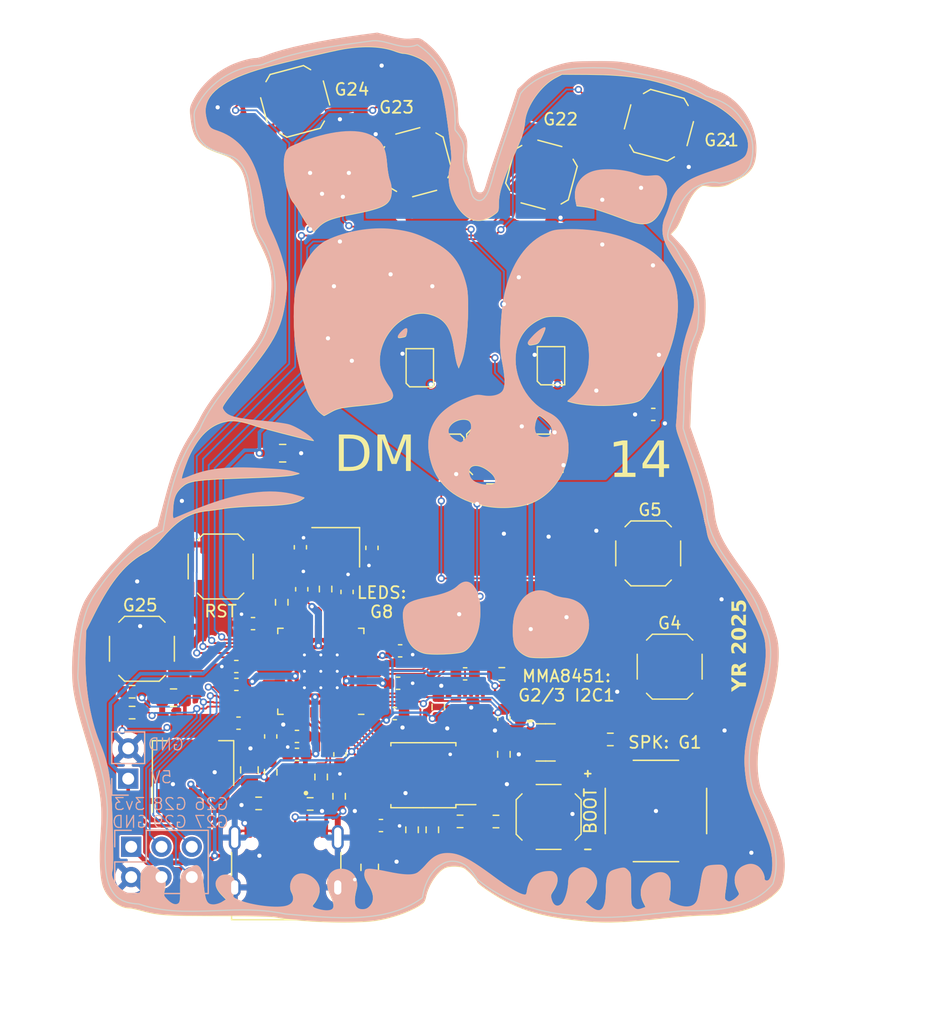
<source format=kicad_pcb>
(kicad_pcb (version 20241229) (generator "pcbnew") (generator_version "9.0")
  (title_block (title "RP2350A QFN-60 Minimal Design Example") (date "2024-07-04") (rev "REV3") (company "Raspberry Pi Ltd"))
  (layers (0 "F.Cu" signal) (2 "B.Cu" signal) (13 "F.Paste" user) (15 "B.Paste" user) (5 "F.SilkS" user "F.Silkscreen") (7 "B.SilkS" user "B.Silkscreen") (1 "F.Mask" user) (3 "B.Mask" user) (25 "Edge.Cuts" user))
  (net 0 "")
  (net 1 "GND")
  (net 2 "VBUS")
  (net 3 "/XIN")
  (net 4 "/XOUT")
  (net 5 "+3V3")
  (net 6 "+1V1")
  (net 7 "Net-(J1-CC2)")
  (net 8 "/~{USB_BOOT}")
  (net 9 "/GPIO15")
  (net 10 "/GPIO14")
  (net 11 "/GPIO13")
  (net 12 "/GPIO12")
  (net 13 "/GPIO11")
  (net 14 "/GPIO10")
  (net 15 "/GPIO9")
  (net 16 "/GPIO8")
  (net 17 "/GPIO7")
  (net 18 "/GPIO6")
  (net 19 "/GPIO5")
  (net 20 "/GPIO4")
  (net 21 "/GPIO3")
  (net 22 "/GPIO2")
  (net 23 "/GPIO1")
  (net 24 "/GPIO0")
  (net 25 "/GPIO29_ADC3")
  (net 26 "/GPIO28_ADC2")
  (net 27 "/GPIO27_ADC1")
  (net 28 "/GPIO26_ADC0")
  (net 29 "/GPIO25")
  (net 30 "/GPIO24")
  (net 31 "/GPIO23")
  (net 32 "/GPIO22")
  (net 33 "/GPIO21")
  (net 34 "/GPIO20")
  (net 35 "/GPIO19")
  (net 36 "/GPIO18")
  (net 37 "/GPIO17")
  (net 38 "/GPIO16")
  (net 39 "/RUN")
  (net 40 "/SWD")
  (net 41 "/SWCLK")
  (net 42 "/QSPI_SS")
  (net 43 "/QSPI_SD3")
  (net 44 "/QSPI_SCLK")
  (net 45 "/QSPI_SD0")
  (net 46 "/QSPI_SD2")
  (net 47 "/QSPI_SD1")
  (net 48 "/USB_D+")
  (net 49 "/USB_D-")
  (net 50 "Net-(C4-Pad1)")
  (net 51 "/VREG_LX")
  (net 52 "/VREG_AVDD")
  (net 53 "Net-(U1-USB_DP)")
  (net 54 "Net-(U1-USB_DM)")
  (net 55 "/FLASH_SS")
  (net 56 "Net-(J1-CC1)")
  (net 59 "Net-(U4-BYP)")
  (net 67 "Net-(D1-DOUT)")
  (net 68 "Net-(Q1-D)")
  (net 69 "Net-(D2-DOUT)")
  (net 70 "Net-(D3-DOUT)")
  (net 71 "Net-(D4-DOUT)")
  (net 72 "Net-(D5-DOUT)")
  (net 73 "Net-(D6-DOUT)")
  (net 74 "Net-(D7-DOUT)")
  (net 75 "Net-(D8-DOUT)")
  (net 76 "Net-(D10-DIN)")
  (net 77 "Net-(D10-DOUT)")
  (net 78 "Net-(D11-DOUT)")
  (net 79 "Net-(D12-DOUT)")
  (net 80 "Net-(D13-DOUT)")
  (net 81 "Net-(D14-DOUT)")
  (net 82 "Net-(D15-DOUT)")
  (net 83 "Net-(LS1-PadP)")
  (net 84 "Net-(D16-DOUT)")
  (net 85 "Net-(D17-DOUT)")
  (footprint "Library:C_0805_2012Metric" (layer "F.Cu") (at 75.3 105.75 180)
    (property "Reference" "C5" (hide yes))
    (property "Value" "10u")
  )
  (footprint "Library:C_0603_1608Metric" (layer "F.Cu") (at 94.302508 101.820188)
    (property "Reference" "C15" (hide yes))
    (property "Value" "100n")
  )
  (footprint "Library:C_0603_1608Metric" (layer "F.Cu") (at 92.69 116.47)
    (property "Reference" "C2" (hide yes))
    (property "Value" "100n")
  )
  (footprint "Library:R_0603_1608Metric" (layer "F.Cu") (at 95.3 116.825 90)
    (property "Reference" "R1" (hide yes))
    (property "Value" "DNF")
  )
  (footprint "Library:SOT-223-3_TabPin2" (layer "F.Cu") (at 76.936791 111.263199 90)
    (property "Reference" "U2" (hide yes))
    (property "Value" "NCP1117-3.3_SOT223")
  )
  (footprint "Library:SOIC-8_5.23x5.23mm_P1.27mm" (layer "F.Cu") (at 96.25 112.25 180)
    (property "Reference" "U3" (hide yes))
    (property "Value" "W25Q128JVS")
  )
  (footprint "Library:C_0603_1608Metric" (layer "F.Cu") (at 89.25 110.5 -90)
    (property "Reference" "C12" (hide yes))
    (property "Value" "100n")
  )
  (footprint "Library:C_0603_1608Metric" (layer "F.Cu") (at 80.565 103.138199 180)
    (property "Reference" "C14" (hide yes))
    (property "Value" "100n")
  )
  (footprint "Library:C_0603_1608Metric" (layer "F.Cu") (at 81.965 99.538199 180)
    (property "Reference" "C16" (hide yes))
    (property "Value" "100n")
  )
  (footprint "Library:R_0603_1608Metric" (layer "F.Cu") (at 89.186791 114.016963 90)
    (property "Reference" "R7" (hide yes))
    (property "Value" "27")
  )
  (footprint "Library:C_0805_2012Metric" (layer "F.Cu") (at 81.660856 111.805722 90)
    (property "Reference" "C1" (hide yes))
    (property "Value" "10u")
  )
  (footprint "Library:C_0603_1608Metric" (layer "F.Cu") (at 93.85 107.085)
    (property "Reference" "C13" (hide yes))
    (property "Value" "100n")
  )
  (footprint "Library:R_0603_1608Metric" (layer "F.Cu") (at 87.677211 112.397215 90)
    (property "Reference" "R8" (hide yes))
    (property "Value" "27")
  )
  (footprint "Library:C_0603_1608Metric" (layer "F.Cu") (at 80.75 107.885 180)
    (property "Reference" "C17" (hide yes))
    (property "Value" "100n")
  )
  (footprint "Library:C_0805_2012Metric" (layer "F.Cu") (at 91.75 119.975 -90)
    (property "Reference" "C19" (hide yes))
    (property "Value" "10u")
  )
  (footprint "Library:C_0603_1608Metric" (layer "F.Cu") (at 85.65 110.5 180)
    (property "Reference" "C7" (hide yes))
    (property "Value" "4.7u")
  )
  (footprint "Library:SW_SPST_SKQG_WithoutStem" (layer "F.Cu") (at 106.149999 61.9 75)
    (property "Reference" "SW7" (hide yes))
    (property "Value" "SW_Push")
  )
  (footprint "Library:L_pol_2016" (layer "F.Cu") (at 85.503018 112.446771 180)
    (property "Reference" "L1" (hide yes))
    (property "Value" "3.3u")
  )
  (footprint "Library:LED_WS2812B-2020_PLCC4_2.0x2.0mm" (layer "F.Cu") (at 98.5 85.25 -90)
    (property "Reference" "D3" (hide yes))
    (property "Value" "WS2812B-2020")
  )
  (footprint "Library:R_0603_1608Metric" (layer "F.Cu") (at 102.825 103.75 180)
    (property "Reference" "R12" (hide yes))
    (property "Value" "5.1k")
  )
  (footprint "Library:C_0603_1608Metric" (layer "F.Cu") (at 83.45 109 90)
    (property "Reference" "C9" (hide yes))
    (property "Value" "4.7u")
  )
  (footprint "Library:QFN50P300X300X100-16N" (layer "F.Cu") (at 100.25 106.5 -90)
    (property "Reference" "U4" (hide yes))
    (property "Value" "MMA8451QR1")
  )
  (footprint "Library:LED_WS2812B-2020_PLCC4_2.0x2.0mm" (layer "F.Cu") (at 94.25 68.5 180)
    (property "Reference" "D9" (hide yes))
    (property "Value" "WS2812B-2020")
  )
  (footprint "Library:USB_C_Receptacle_XKB_U262-16XN-4BVC11" (layer "F.Cu") (at 84.75 120.583199)
    (property "Reference" "J1" (hide yes))
    (property "Value" "USB_C_Receptacle_USB2.0_16P")
  )
  (footprint "Library:SW_SPST_SKQG_WithoutStem" (layer "F.Cu") (at 106.75 115.75 -90)
    (property "Reference" "SW1" (hide yes))
    (property "Value" "SW_Push")
  )
  (footprint "Library:R_0603_1608Metric" (layer "F.Cu") (at 86.756791 114.658199 180)
    (property "Reference" "R11" (hide yes))
    (property "Value" "5.1k")
  )
  (footprint "Library:R_0603_1608Metric" (layer "F.Cu") (at 84.373476 97.75 90)
    (property "Reference" "R4" (hide yes))
    (property "Value" "5.1k")
  )
  (footprint "Library:LED_WS2812B-2020_PLCC4_2.0x2.0mm" (layer "F.Cu") (at 97.585 99.3 180)
    (property "Reference" "D1" (hide yes))
    (property "Value" "WS2812B-2020")
  )
  (footprint "Library:LED_WS2812B-2020_PLCC4_2.0x2.0mm" (layer "F.Cu") (at 89.415 78.7)
    (property "Reference" "D6" (hide yes))
    (property "Value" "WS2812B-2020")
  )
  (footprint "Library:R_0603_1608Metric" (layer "F.Cu") (at 83.45 112 90)
    (property "Reference" "R5" (hide yes))
    (property "Value" "33")
  )
  (footprint "Library:R_0603_1608Metric" (layer "F.Cu") (at 97 116.825 90)
    (property "Reference" "R9" (hide yes))
    (property "Value" "DNF")
  )
  (footprint "Library:Crystal_SMD_3225-4Pin_3.2x2.5mm" (layer "F.Cu") (at 88.9 93.138199 180)
    (property "Reference" "Y1" (hide yes))
    (property "Value" "ABM8-272-T3")
  )
  (footprint "Library:R_0603_1608Metric" (layer "F.Cu") (at 71.825 107)
    (property "Reference" "R15" (hide yes))
    (property "Value" "5.1k")
  )
  (footprint "Library:R_0603_1608Metric" (layer "F.Cu") (at 97.5 106.525 90)
    (property "Reference" "R13" (hide yes))
    (property "Value" "5.1k")
  )
  (footprint "Library:LED_WS2812B-2020_PLCC4_2.0x2.0mm" (layer "F.Cu") (at 112.835 63.45 180)
    (property "Reference" "D18" (hide yes))
    (property "Value" "WS2812B-2020")
  )
  (footprint "Library:LED_WS2812B-2020_PLCC4_2.0x2.0mm" (layer "F.Cu") (at 95.95 78.085 90)
    (property "Reference" "D5" (hide yes))
    (property "Value" "WS2812B-2020")
  )
  (footprint "Library:LED_WS2812B-2020_PLCC4_2.0x2.0mm" (layer "F.Cu") (at 106.835 99.45 180)
    (property "Reference" "D2" (hide yes))
    (property "Value" "WS2812B-2020")
  )
  (footprint "Capacitor_SMD:C_0603_1608Metric" (layer "F.Cu") (at 99.75 103.75 180)
    (property "Reference" "C23" (hide yes))
    (property "Value" "100n")
  )
  (footprint "Library:SW_SPST_SKQG_WithoutStem" (layer "F.Cu") (at 102.6 85.1 90)
    (property "Reference" "SW6" (hide yes))
    (property "Value" "SW_Push")
  )
  (footprint "Library:LED_WS2812B-2020_PLCC4_2.0x2.0mm" (layer "F.Cu") (at 114.5 70.7)
    (property "Reference" "D14" (hide yes))
    (property "Value" "WS2812B-2020")
  )
  (footprint "Library:LED_WS2812B-2020_PLCC4_2.0x2.0mm" (layer "F.Cu") (at 109.835 68.45)
    (property "Reference" "D15" (hide yes))
    (property "Value" "WS2812B-2020")
  )
  (footprint "Library:C_0805_2012Metric" (layer "F.Cu") (at 84.45 85.25)
    (property "Reference" "C21" (hide yes))
    (property "Value" "10u")
  )
  (footprint "Library:R_0603_1608Metric" (layer "F.Cu") (at 88.05 96.638199 90)
    (property "Reference" "R2" (hide yes))
    (property "Value" "1k")
  )
  (footprint "Library:SOT-23-3" (layer "F.Cu") (at 106.5 109.5)
    (property "Reference" "Q1" (hide yes))
    (property "Value" "Q_NMOS_GSD")
  )
  (footprint "Library:C_0603_1608Metric" (layer "F.Cu") (at 103 107.5 -90)
    (property "Reference" "C20" (hide yes))
    (property "Value" "100n")
  )
  (footprint "Library:R_0603_1608Metric" (layer "F.Cu") (at 111.925 109.25 180)
    (property "Reference" "R14" (hide yes))
    (property "Value" "0")
  )
  (footprint "Library:SW_SPST_SKQG_WithoutStem" (layer "F.Cu") (at 72.65 101.65 180)
    (property "Reference" "SW8" (hide yes))
    (property "Value" "SW_Push")
  )
  (footprint "Library:LED_WS2812B-2020_PLCC4_2.0x2.0mm" (layer "F.Cu") (at 104.95 72.085 90)
    (property "Reference" "D16" (hide yes))
    (property "Value" "WS2812B-2020")
  )
  (footprint "Library:R_0603_1608Metric" (layer "F.Cu") (at 71.825 105.25)
    (property "Reference" "R16" (hide yes))
    (property "Value" "5.1k")
  )
  (footprint "Library:SW_SPST_SKQG_WithoutStem" (layer "F.Cu") (at 95.649999 60.85 -75)
    (property "Reference" "SW4" (hide yes))
    (property "Value" "SW_Push")
  )
  (footprint "Library:C_0603_1608Metric" (layer "F.Cu") (at 86.05 96.658199 90)
    (property "Reference" "C10" (hide yes))
    (property "Value" "4.7u")
  )
  (footprint "Library:SW_SPST_SKQG_WithoutStem" (layer "F.Cu") (at 85.5 55.75 15)
    (property "Reference" "SW5" (hide yes))
    (property "Value" "SW_Push")
  )
  (footprint "Library:LED_WS2812B-2020_PLCC4_2.0x2.0mm" (layer "F.Cu") (at 106.8 85.25 -90)
    (property "Reference" "D4" (hide yes))
    (property "Value" "WS2812B-2020")
  )
  (footprint "Library:C_0603_1608Metric" (layer "F.Cu") (at 91.936791 93.188199 -90)
    (property "Reference" "C3" (hide yes))
    (property "Value" "15p")
  )
  (footprint "Library:XDCR_CMT-8503-85B-SMT-TR" (layer "F.Cu") (at 115.75 115.25)
    (property "Reference" "LS1" (hide yes))
    (property "Value" "CMT-8503-85B-SMT-TR")
  )
  (footprint "Library:LED_WS2812B-2020_PLCC4_2.0x2.0mm" (layer "F.Cu") (at 106.95 77.915 90)
    (property "Reference" "D11" (hide yes))
    (property "Value" "WS2812B-2020")
  )
  (footprint "Library:LED_WS2812B-2020_PLCC4_2.0x2.0mm" (layer "F.Cu") (at 87 74.5 -90)
    (property "Reference" "D7" (hide yes))
    (property "Value" "WS2812B-2020")
  )
  (footprint "Library:RP2350-QFN-60-1EP_7x7_P0.4mm_EP3.4x3.4mm_ThermalVias" (layer "F.Cu") (at 87.65 103.538199 180)
    (property "Reference" "U1" (hide yes))
    (property "Value" "RP2350_60QFN")
  )
  (footprint "Library:LED_WS2812B-2020_PLCC4_2.0x2.0mm" (layer "F.Cu") (at 112.335 79.3 180)
    (property "Reference" "D12" (hide yes))
    (property "Value" "WS2812B-2020")
  )
  (footprint "Library:C_0603_1608Metric" (layer "F.Cu") (at 94.13 104.538199)
    (property "Reference" "C8" (hide yes))
    (property "Value" "100n")
  )
  (footprint "Library:R_0603_1608Metric" (layer "F.Cu") (at 99.325 116.121801 180)
    (property "Reference" "R10" (hide yes))
    (property "Value" "0")
  )
  (footprint "Library:LED_WS2812B-2020_PLCC4_2.0x2.0mm" (layer "F.Cu") (at 115.5 75 -90)
    (property "Reference" "D13" (hide yes))
    (property "Value" "WS2812B-2020")
  )
  (footprint "Library:R_0603_1608Metric" (layer "F.Cu") (at 102.336791 116.132495)
    (property "Reference" "R6" (hide yes))
    (property "Value" "1k")
  )
  (footprint "Library:SW_SPST_SKQG_WithoutStem" (layer "F.Cu") (at 115.1 93.65 180)
    (property "Reference" "SW9" (hide yes))
    (property "Value" "SW_Push")
  )
  (footprint "Library:C_0603_1608Metric" (layer "F.Cu") (at 89.85 96.885 90)
    (property "Reference" "C18" (hide yes))
    (property "Value" "100n")
  )
  (footprint "Library:LED_WS2812B-2020_PLCC4_2.0x2.0mm" (layer "F.Cu") (at 89.415 69.95 180)
    (property "Reference" "D8" (hide yes))
    (property "Value" "WS2812B-2020")
  )
  (footprint "Library:LED_WS2812B-2020_PLCC4_2.0x2.0mm" (layer "F.Cu") (at 88.665 62.3 180)
    (property "Reference" "D17" (hide yes))
    (property "Value" "WS2812B-2020")
  )
  (footprint "Library:C_0603_1608Metric" (layer "F.Cu") (at 85.65 109 180)
    (property "Reference" "C6" (hide yes))
    (property "Value" "4.7u")
  )
  (footprint "Library:SW_SPST_SKQG_WithoutStem" (layer "F.Cu") (at 79.25 94.75)
    (property "Reference" "SW2" (hide yes))
    (property "Value" "SW_Push")
  )
  (footprint "Library:SW_SPST_SKQG_WithoutStem" (layer "F.Cu") (at 116.9 103.15)
    (property "Reference" "SW10" (hide yes))
    (property "Value" "SW_Push")
  )
  (footprint "Library:SW_SPST_SKQG_WithoutStem" (layer "F.Cu") (at 116 57.75 -15)
    (property "Reference" "SW3" (hide yes))
    (property "Value" "SW_Push")
  )
  (footprint "Library:R_0603_1608Metric" (layer "F.Cu") (at 103 110.5 -90)
    (property "Reference" "R17" (hide yes))
    (property "Value" "5.1k")
  )
  (footprint "Library:C_0603_1608Metric" (layer "F.Cu") (at 80.57 104.635 180)
    (property "Reference" "C11" (hide yes))
    (property "Value" "100n")
  )
  (footprint "Library:C_0603_1608Metric" (layer "F.Cu") (at 115.525 82)
    (property "Reference" "C22" (hide yes))
    (property "Value" "100n")
  )
  (footprint "Library:R_0603_1608Metric" (layer "F.Cu") (at 82.436791 114.613199)
    (property "Reference" "R3" (hide yes))
    (property "Value" "5.1k")
  )
  (footprint "Library:C_0603_1608Metric" (layer "F.Cu") (at 85.936791 93.138199 90)
    (property "Reference" "C4" (hide yes))
    (property "Value" "15p")
  )
  (footprint "Library:LED_WS2812B-2020_PLCC4_2.0x2.0mm" (layer "F.Cu") (at 98.2 72.085 90)
    (property "Reference" "D10" (hide yes))
    (property "Value" "WS2812B-2020")
  )
  (footprint "Library:PinHeader_2x03_P2.54mm_Vertical" (layer "B.Cu") (at 71.75 118.25 -90)
    (property "Reference" "J2" (hide yes))
    (property "Value" "Conn_01x04_Pin")
  )
  (footprint "Library:PinHeader_1x02_P2.54mm_Vertical" (layer "B.Cu") (at 71.5 112.54)
    (property "Reference" "J3" (hide yes))
    (property "Value" "Conn_01x02_Pin")
  )
  (gr_poly (pts (xy 90.502924 58.298535) (xy 90.849525 58.331792) (xy 91.172658 58.387463) (xy 91.470527 58.465819) (xy 91.741335 58.567126) (xy 91.923644 58.652275) (xy 92.090853 58.741261) (xy 92.168996 58.787524) (xy 92.243605 58.835142) (xy 92.314759 58.88425) (xy 92.382539 58.934978) (xy 92.447026 58.98746) (xy 92.5083 59.041828) (xy 92.56644 59.098213) (xy 92.621528 59.156749) (xy 92.673642 59.217568) (xy 92.722865 59.280802) (xy 92.769275 59.346584) (xy 92.812953 59.415045) (xy 92.853979 59.486319) (xy 92.892434 59.560537) (xy 92.928398 59.637832) (xy 92.96195 59.718337) (xy 92.993172 59.802183) (xy 93.022143 59.889503) (xy 93.048944 59.98043) (xy 93.073654 60.075095) (xy 93.096355 60.173632) (xy 93.117126 60.276172) (xy 93.153199 60.493792) (xy 93.182517 60.729014) (xy 93.205721 60.982897) (xy 93.22384 61.183151) (xy 93.2472 61.387274) (xy 93.274829 61.589563) (xy 93.305752 61.784312) (xy 93.338998 61.965817) (xy 93.373594 62.128371) (xy 93.408565 62.266271) (xy 93.44294 62.373812) (xy 93.47902 62.478298) (xy 93.51041 62.585367) (xy 93.537106 62.694368) (xy 93.559102 62.804651) (xy 93.576395 62.915563) (xy 93.588979 63.026455) (xy 93.59685 63.136676) (xy 93.600002 63.245575) (xy 93.598432 63.3525) (xy 93.592134 63.456802) (xy 93.581103 63.557829) (xy 93.565336 63.654931) (xy 93.544826 63.747456) (xy 93.51957 63.834753) (xy 93.489562 63.916173) (xy 93.454799 63.991064) (xy 93.42539 64.044386) (xy 93.393412 64.095976) (xy 93.358624 64.145924) (xy 93.320787 64.194322) (xy 93.27966 64.241263) (xy 93.235004 64.286838) (xy 93.186577 64.331138) (xy 93.134141 64.374256) (xy 93.077455 64.416283) (xy 93.016279 64.457311) (xy 92.950373 64.497432) (xy 92.879497 64.536737) (xy 92.803411 64.575319) (xy 92.721875 64.613268) (xy 92.634648 64.650677) (xy 92.541491 64.687638) (xy 92.442164 64.724241) (xy 92.336426 64.76058) (xy 92.224038 64.796745) (xy 92.10476 64.832829) (xy 91.84457 64.905119) (xy 91.553938 64.978183) (xy 91.230943 65.052757) (xy 90.873663 65.129573) (xy 90.480179 65.209366) (xy 90.048571 65.292869) (xy 89.536896 65.396221) (xy 89.308072 65.44781) (xy 89.095902 65.499877) (xy 88.899368 65.552824) (xy 88.717453 65.607052) (xy 88.549143 65.662963) (xy 88.393419 65.720959) (xy 88.249265 65.781441) (xy 88.115664 65.844811) (xy 87.9916 65.911471) (xy 87.876057 65.981821) (xy 87.768017 66.056265) (xy 87.666463 66.135203) (xy 87.570381 66.219038) (xy 87.478751 66.30817) (xy 87.083613 66.712879) (xy 86.817952 66.479045) (xy 86.788218 66.450545) (xy 86.754071 66.413661) (xy 86.715911 66.368975) (xy 86.674141 66.317071) (xy 86.629159 66.25853) (xy 86.581367 66.193935) (xy 86.478951 66.048911) (xy 86.370098 65.886658) (xy 86.25801 65.711836) (xy 86.145891 65.529104) (xy 86.036945 65.34312) (xy 85.92935 65.15753) (xy 85.821108 64.975926) (xy 85.715149 64.802888) (xy 85.614404 64.642996) (xy 85.521806 64.500829) (xy 85.440285 64.380968) (xy 85.372774 64.287993) (xy 85.322204 64.226484) (xy 85.259799 64.148649) (xy 85.196869 64.049757) (xy 85.133946 63.931693) (xy 85.071559 63.79634) (xy 85.010238 63.645581) (xy 84.950513 63.481302) (xy 84.892915 63.305386) (xy 84.837972 63.119717) (xy 84.786217 62.926179) (xy 84.738178 62.726656) (xy 84.694385 62.523031) (xy 84.655369 62.31719) (xy 84.62166 62.111014) (xy 84.593787 61.90639) (xy 84.572281 61.7052) (xy 84.557673 61.509328) (xy 84.54818 61.299103) (xy 84.544527 61.102209) (xy 84.54682 60.918298) (xy 84.55517 60.747021) (xy 84.569683 60.588028) (xy 84.59047 60.440971) (xy 84.617639 60.305499) (xy 84.651298 60.181265) (xy 84.691556 60.067919) (xy 84.738521 59.965112) (xy 84.792303 59.872494) (xy 84.85301 59.789717) (xy 84.92075 59.716432) (xy 84.995633 59.652289) (xy 85.077766 59.596939) (xy 85.167259 59.550034) (xy 85.655325 59.335265) (xy 86.141483 59.139688) (xy 86.623939 58.96357) (xy 87.100894 58.807181) (xy 87.570552 58.670789) (xy 88.031117 58.554664) (xy 88.480792 58.459072) (xy 88.91778 58.384284) (xy 89.340283 58.330567) (xy 89.746507 58.298191) (xy 90.134652 58.287424)) (fill yes) (layer "F.SilkS"))
  (gr_poly (pts (xy 106.129887 96.796252) (xy 106.243461 96.808498) (xy 106.357789 96.828208) (xy 106.472854 96.855379) (xy 106.588641 96.890011) (xy 106.705131 96.932102) (xy 106.822307 96.981652) (xy 106.940154 97.038658) (xy 107.058654 97.10312) (xy 107.103802 97.127632) (xy 107.15358 97.152096) (xy 107.207489 97.176362) (xy 107.26503 97.200279) (xy 107.325705 97.223696) (xy 107.389014 97.246462) (xy 107.45446 97.268426) (xy 107.521543 97.289438) (xy 107.589766 97.309347) (xy 107.658628 97.328002) (xy 107.727633 97.345252) (xy 107.79628 97.360947) (xy 107.864072 97.374935) (xy 107.93051 97.387066) (xy 107.995095 97.397188) (xy 108.057328 97.405152) (xy 108.182918 97.421306) (xy 108.304775 97.441145) (xy 108.422882 97.464651) (xy 108.537223 97.491807) (xy 108.647781 97.522594) (xy 108.754539 97.556994) (xy 108.857481 97.59499) (xy 108.956589 97.636563) (xy 109.051848 97.681696) (xy 109.143241 97.73037) (xy 109.23075 97.782567) (xy 109.314361 97.838269) (xy 109.394054 97.897459) (xy 109.469815 97.960118) (xy 109.541627 98.026228) (xy 109.609472 98.095772) (xy 109.673334 98.168731) (xy 109.733197 98.245087) (xy 109.789044 98.324822) (xy 109.840858 98.407919) (xy 109.888622 98.494359) (xy 109.932321 98.584123) (xy 109.971936 98.677196) (xy 110.007453 98.773557) (xy 110.038853 98.87319) (xy 110.06612 98.976075) (xy 110.089239 99.082196) (xy 110.108191 99.191534) (xy 110.12296 99.304071) (xy 110.133531 99.419789) (xy 110.139885 99.538671) (xy 110.142007 99.660697) (xy 110.13949 99.765933) (xy 110.132024 99.871451) (xy 110.119738 99.977073) (xy 110.102763 100.082621) (xy 110.055262 100.292773) (xy 109.990556 100.500475) (xy 109.909679 100.704293) (xy 109.813668 100.902796) (xy 109.703558 101.094549) (xy 109.580384 101.278121) (xy 109.445182 101.452077) (xy 109.298988 101.614985) (xy 109.142837 101.765412) (xy 108.977765 101.901926) (xy 108.804806 102.023092) (xy 108.624998 102.127479) (xy 108.532848 102.172932) (xy 108.439374 102.213653) (xy 108.344705 102.249462) (xy 108.248971 102.280181) (xy 108.130431 102.308264) (xy 107.978102 102.333991) (xy 107.592097 102.377818) (xy 107.131001 102.410543) (xy 106.634858 102.431042) (xy 106.143714 102.438196) (xy 105.697613 102.430882) (xy 105.503968 102.42145) (xy 105.3366 102.407981) (xy 105.200515 102.390334) (xy 105.100719 102.368369) (xy 105.100719 102.368375) (xy 105.005244 102.336527) (xy 104.910561 102.299081) (xy 104.817108 102.256396) (xy 104.725321 102.208831) (xy 104.635634 102.156748) (xy 104.548486 102.100504) (xy 104.464312 102.040462) (xy 104.383549 101.976979) (xy 104.306632 101.910417) (xy 104.233999 101.841134) (xy 104.166085 101.769491) (xy 104.103326 101.695848) (xy 104.04616 101.620565) (xy 103.995022 101.544) (xy 103.950348 101.466515) (xy 103.912576 101.388469) (xy 103.868557 101.269173) (xy 103.831204 101.129845) (xy 103.80046 100.973128) (xy 103.776266 100.801664) (xy 103.758563 100.618095) (xy 103.747292 100.425064) (xy 103.742395 100.225213) (xy 103.743813 100.021183) (xy 103.751487 99.815618) (xy 103.76536 99.611159) (xy 103.785371 99.410448) (xy 103.811464 99.216129) (xy 103.843578 99.030843) (xy 103.881656 98.857231) (xy 103.925638 98.697938) (xy 103.975467 98.555604) (xy 104.037294 98.405831) (xy 104.101183 98.26319) (xy 104.167202 98.127593) (xy 104.23542 97.998957) (xy 104.305905 97.877195) (xy 104.378725 97.762222) (xy 104.45395 97.653954) (xy 104.531648 97.552303) (xy 104.611887 97.457186) (xy 104.694736 97.368517) (xy 104.780264 97.286209) (xy 104.868539 97.210179) (xy 104.959629 97.14034) (xy 105.053604 97.076607) (xy 105.150532 97.018895) (xy 105.250482 96.967118) (xy 105.357413 96.919611) (xy 105.465233 96.879578) (xy 105.573926 96.847017) (xy 105.683474 96.821927) (xy 105.793861 96.804307) (xy 105.905071 96.794156) (xy 106.017085 96.791471)) (fill yes) (layer "F.SilkS"))
  (gr_poly (pts (xy 94.807514 74.815306) (xy 94.816964 74.816016) (xy 94.8259 74.817218) (xy 94.834326 74.818927) (xy 94.842245 74.821157) (xy 94.849661 74.823924) (xy 94.856577 74.827243) (xy 94.862999 74.831128) (xy 94.868929 74.835596) (xy 94.874372 74.84066) (xy 94.87933 74.846337) (xy 94.883809 74.85264) (xy 94.887811 74.859585) (xy 94.891342 74.867188) (xy 94.894403 74.875462) (xy 94.897 74.884424) (xy 94.899136 74.894088) (xy 94.900815 74.904469) (xy 94.90204 74.915582) (xy 94.902817 74.927442) (xy 94.903147 74.940064) (xy 94.903036 74.953464) (xy 94.902486 74.967656) (xy 94.901503 74.982656) (xy 94.900089 74.998478) (xy 94.898248 75.015137) (xy 94.895985 75.032648) (xy 94.893303 75.051028) (xy 94.886697 75.090448) (xy 94.878461 75.133519) (xy 94.852827 75.260957) (xy 94.841636 75.312135) (xy 94.830529 75.355947) (xy 94.818758 75.393137) (xy 94.812389 75.409481) (xy 94.805573 75.42445) (xy 94.798216 75.438136) (xy 94.790224 75.450632) (xy 94.781503 75.462032) (xy 94.771961 75.472428) (xy 94.761503 75.481914) (xy 94.750036 75.490582) (xy 94.737466 75.498527) (xy 94.723698 75.505841) (xy 94.708641 75.512617) (xy 94.692199 75.518948) (xy 94.654789 75.53065) (xy 94.610717 75.541691) (xy 94.559235 75.552816) (xy 94.431043 75.5783) (xy 94.389462 75.586127) (xy 94.351103 75.592413) (xy 94.315891 75.597142) (xy 94.283753 75.600297) (xy 94.254614 75.601863) (xy 94.228398 75.601825) (xy 94.205033 75.600165) (xy 94.184443 75.596868) (xy 94.166555 75.591918) (xy 94.1586 75.588819) (xy 94.151292 75.5853) (xy 94.144623 75.58136) (xy 94.138583 75.576997) (xy 94.133161 75.572208) (xy 94.12835 75.566993) (xy 94.12414 75.561348) (xy 94.120522 75.555272) (xy 94.117485 75.548764) (xy 94.115022 75.541819) (xy 94.111776 75.526618) (xy 94.110711 75.509652) (xy 94.110714 75.509652) (xy 94.112177 75.491742) (xy 94.116462 75.472037) (xy 94.123417 75.450692) (xy 94.132889 75.427863) (xy 94.144723 75.403703) (xy 94.158768 75.37837) (xy 94.192873 75.324798) (xy 94.23398 75.268386) (xy 94.28086 75.210376) (xy 94.33229 75.152006) (xy 94.387041 75.094517) (xy 94.44389 75.039147) (xy 94.501608 74.987138) (xy 94.558972 74.939729) (xy 94.614754 74.898159) (xy 94.667728 74.863669) (xy 94.692779 74.849466) (xy 94.716669 74.837498) (xy 94.739243 74.827919) (xy 94.76035 74.820886) (xy 94.779835 74.816552) (xy 94.797546 74.815073)) (fill yes) (layer "F.SilkS"))
  (gr_poly (pts (xy 92.91969 66.447879) (xy 93.25586 66.46404) (xy 93.583542 66.493087) (xy 94.060075 66.551569) (xy 94.278911 66.583641) (xy 94.487212 66.618295) (xy 94.686789 66.656054) (xy 94.879458 66.697438) (xy 95.067029 66.74297) (xy 95.251317 66.79317) (xy 95.434134 66.84856) (xy 95.617295 66.909662) (xy 95.80261 66.976997) (xy 95.991895 67.051086) (xy 96.186961 67.132452) (xy 96.389622 67.221615) (xy 96.824981 67.42542) (xy 97.128111 67.578276) (xy 97.411321 67.734616) (xy 97.675483 67.895456) (xy 97.921472 68.061815) (xy 98.150161 68.23471) (xy 98.362425 68.415159) (xy 98.559136 68.604178) (xy 98.74117 68.802785) (xy 98.9094 69.011998) (xy 99.0647 69.232834) (xy 99.207943 69.466311) (xy 99.340004 69.713446) (xy 99.461756 69.975257) (xy 99.574074 70.25276) (xy 99.67783 70.546974) (xy 99.7739 70.858916) (xy 99.840527 71.102694) (xy 99.868485 71.217429) (xy 99.893128 71.330104) (xy 99.914646 71.442752) (xy 99.933232 71.557407) (xy 99.949076 71.6761) (xy 99.962369 71.800864) (xy 99.973302 71.933732) (xy 99.982067 72.076737) (xy 99.988854 72.231912) (xy 99.993855 72.401288) (xy 99.999262 72.790778) (xy 99.999818 73.261469) (xy 99.987431 73.941188) (xy 99.954916 74.608062) (xy 99.903841 75.250051) (xy 99.83578 75.855112) (xy 99.752302 76.411203) (xy 99.654979 76.906282) (xy 99.601616 77.12718) (xy 99.545382 77.328308) (xy 99.486471 77.508163) (xy 99.425081 77.665238) (xy 99.211901 78.159947) (xy 99.086728 77.854984) (xy 99.073118 77.817994) (xy 99.058202 77.770416) (xy 99.025053 77.646465) (xy 98.988473 77.489067) (xy 98.949655 77.304156) (xy 98.909793 77.097666) (xy 98.87008 76.875532) (xy 98.831708 76.643688) (xy 98.795871 76.408071) (xy 98.746956 76.104882) (xy 98.690959 75.822809) (xy 98.627326 75.561066) (xy 98.5555 75.318866) (xy 98.47493 75.09542) (xy 98.385059 74.889943) (xy 98.285333 74.701648) (xy 98.175197 74.529747) (xy 98.054098 74.373452) (xy 97.921481 74.231979) (xy 97.776791 74.104538) (xy 97.619473 73.990344) (xy 97.448973 73.888608) (xy 97.264738 73.798545) (xy 97.066211 73.719368) (xy 96.852839 73.650288) (xy 96.666202 73.603912) (xy 96.478339 73.572653) (xy 96.289718 73.556083) (xy 96.100809 73.553772) (xy 95.912081 73.565293) (xy 95.724002 73.590216) (xy 95.537042 73.628113) (xy 95.351669 73.678556) (xy 95.168353 73.741116) (xy 94.987563 73.815363) (xy 94.809767 73.900871) (xy 94.635434 73.997209) (xy 94.465034 74.10395) (xy 94.299035 74.220665) (xy 94.137907 74.346925) (xy 93.982118 74.482301) (xy 93.832138 74.626366) (xy 93.688434 74.77869) (xy 93.551478 74.938845) (xy 93.421736 75.106402) (xy 93.299679 75.280933) (xy 93.185775 75.462009) (xy 93.080493 75.649202) (xy 92.984302 75.842082) (xy 92.897672 76.040222) (xy 92.82107 76.243192) (xy 92.754967 76.450565) (xy 92.699831 76.661911) (xy 92.656131 76.876802) (xy 92.624336 77.094809) (xy 92.604915 77.315504) (xy 92.598337 77.538458) (xy 92.601051 77.667987) (xy 92.609235 77.796658) (xy 92.622957 77.924658) (xy 92.642283 78.052173) (xy 92.667278 78.17939) (xy 92.698009 78.306496) (xy 92.734543 78.433676) (xy 92.776945 78.561116) (xy 92.825282 78.689005) (xy 92.87962 78.817527) (xy 92.940025 78.946869) (xy 93.006563 79.077218) (xy 93.079301 79.20876) (xy 93.158306 79.341681) (xy 93.243642 79.476168) (xy 93.335377 79.612408) (xy 93.406146 79.717043) (xy 93.469946 79.816716) (xy 93.526566 79.911586) (xy 93.575794 80.001809) (xy 93.617421 80.087541) (xy 93.651234 80.168942) (xy 93.677022 80.246166) (xy 93.694576 80.319372) (xy 93.703683 80.388717) (xy 93.704132 80.454358) (xy 93.695713 80.516452) (xy 93.678214 80.575156) (xy 93.651424 80.630628) (xy 93.615133 80.683024) (xy 93.569128 80.732501) (xy 93.5132 80.779218) (xy 93.447137 80.82333) (xy 93.370728 80.864995) (xy 93.283762 80.904371) (xy 93.186028 80.941614) (xy 93.077314 80.976881) (xy 92.95741 81.01033) (xy 92.826105 81.042118) (xy 92.683188 81.072402) (xy 92.528447 81.101339) (xy 92.361672 81.129086) (xy 91.991174 81.181639) (xy 91.570005 81.231319) (xy 91.096478 81.279383) (xy 90.500052 81.338423) (xy 90.020391 81.392538) (xy 89.636394 81.446425) (xy 89.473675 81.474751) (xy 89.32696 81.504782) (xy 89.193609 81.537105) (xy 89.070986 81.572307) (xy 88.956454 81.610976) (xy 88.847373 81.653698) (xy 88.741108 81.701062) (xy 88.63502 81.753653) (xy 88.412824 81.87687) (xy 88.32374 81.928127) (xy 88.238496 81.975944) (xy 88.15911 82.019276) (xy 88.087601 82.057076) (xy 88.025986 82.088298) (xy 87.976285 82.111895) (xy 87.940515 82.12682) (xy 87.928486 82.130704) (xy 87.920696 82.132028) (xy 87.917472 82.131636) (xy 87.913402 82.130475) (xy 87.902821 82.125919) (xy 87.889157 82.118513) (xy 87.872614 82.108411) (xy 87.853396 82.095766) (xy 87.831706 82.080732) (xy 87.807748 82.063462) (xy 87.781725 82.044109) (xy 87.724299 81.99977) (xy 87.661058 81.948942) (xy 87.59363 81.892854) (xy 87.523644 81.832733) (xy 87.523638 81.832733) (xy 87.458054 81.771462) (xy 87.391854 81.701716) (xy 87.258017 81.537849) (xy 87.122945 81.34323) (xy 86.987457 81.119961) (xy 86.852372 80.870139) (xy 86.718508 80.595865) (xy 86.586684 80.299237) (xy 86.45772 79.982355) (xy 86.332433 79.647317) (xy 86.211643 79.296225) (xy 86.096168 78.931176) (xy 85.986827 78.55427) (xy 85.884438 78.167607) (xy 85.789822 77.773285) (xy 85.703795 77.373405) (xy 85.627177 76.970064) (xy 85.569708 76.613688) (xy 85.519873 76.238908) (xy 85.443114 75.449117) (xy 85.396912 74.630646) (xy 85.381281 73.813453) (xy 85.396234 73.027494) (xy 85.441782 72.302727) (xy 85.476033 71.972652) (xy 85.517939 71.669108) (xy 85.567499 71.395841) (xy 85.624717 71.156594) (xy 85.723929 70.820845) (xy 85.832865 70.496148) (xy 85.951137 70.183072) (xy 86.078359 69.882187) (xy 86.214142 69.594061) (xy 86.358099 69.319263) (xy 86.509843 69.058363) (xy 86.668986 68.81193) (xy 86.835141 68.580533) (xy 87.00792 68.364741) (xy 87.186936 68.165124) (xy 87.371801 67.98225) (xy 87.562127 67.816688) (xy 87.757528 67.669008) (xy 87.957616 67.53978) (xy 88.162004 67.429571) (xy 88.459519 67.292532) (xy 88.769544 67.164751) (xy 89.09058 67.046488) (xy 89.421126 66.938003) (xy 89.759682 66.839553) (xy 90.10475 66.751399) (xy 90.454828 66.673798) (xy 90.808417 66.607011) (xy 91.164017 66.551297) (xy 91.520129 66.506914) (xy 91.875252 66.474122) (xy 92.227886 66.453179) (xy 92.576532 66.444345)) (fill yes) (layer "F.SilkS"))
  (gr_poly (pts (xy 106.442802 74.735434) (xy 106.458608 74.738569) (xy 106.472064 74.744275) (xy 106.483068 74.75262) (xy 106.485382 74.756153) (xy 106.486886 74.761303) (xy 106.487594 74.768024) (xy 106.487524 74.776272) (xy 106.485108 74.797172) (xy 106.479767 74.823646) (xy 106.471628 74.85534) (xy 106.46082 74.891896) (xy 106.447469 74.93296) (xy 106.431703 74.978175) (xy 106.41365 75.027185) (xy 106.393439 75.079636) (xy 106.371195 75.13517) (xy 106.347048 75.193433) (xy 106.321125 75.254068) (xy 106.293553 75.31672) (xy 106.264461 75.381032) (xy 106.233976 75.44665) (xy 106.143707 75.633639) (xy 106.103344 75.7126) (xy 106.065439 75.782685) (xy 106.029447 75.844503) (xy 105.994826 75.898664) (xy 105.961034 75.945778) (xy 105.927527 75.986453) (xy 105.893762 76.021299) (xy 105.859197 76.050926) (xy 105.823289 76.075944) (xy 105.785494 76.096961) (xy 105.745269 76.114587) (xy 105.702072 76.129432) (xy 105.655361 76.142105) (xy 105.604591 76.153216) (xy 105.467674 76.179847) (xy 105.36005 76.198836) (xy 105.315758 76.205462) (xy 105.277033 76.210171) (xy 105.243288 76.212963) (xy 105.213939 76.213836) (xy 105.188399 76.212787) (xy 105.166083 76.209815) (xy 105.146406 76.204919) (xy 105.128781 76.198095) (xy 105.112624 76.189343) (xy 105.097349 76.178659) (xy 105.08237 76.166044) (xy 105.067102 76.151494) (xy 105.067107 76.151503) (xy 105.055876 76.139821) (xy 105.045752 76.128144) (xy 105.036771 76.116407) (xy 105.028964 76.104543) (xy 105.022367 76.092489) (xy 105.017011 76.080179) (xy 105.012931 76.067547) (xy 105.01016 76.054529) (xy 105.008731 76.04106) (xy 105.008677 76.027073) (xy 105.010033 76.012504) (xy 105.012832 75.997288) (xy 105.017106 75.98136) (xy 105.022889 75.964654) (xy 105.030216 75.947105) (xy 105.039118 75.928648) (xy 105.04963 75.909218) (xy 105.061785 75.888749) (xy 105.075616 75.867177) (xy 105.091157 75.844436) (xy 105.108441 75.820461) (xy 105.127501 75.795187) (xy 105.148372 75.768548) (xy 105.171086 75.74048) (xy 105.222177 75.679794) (xy 105.281043 75.612607) (xy 105.347951 75.538399) (xy 105.423167 75.456646) (xy 105.502497 75.373654) (xy 105.583909 75.29332) (xy 105.666582 75.216187) (xy 105.749696 75.1428) (xy 105.832433 75.073704) (xy 105.913971 75.009444) (xy 105.993491 74.950564) (xy 106.070173 74.897609) (xy 106.143197 74.851124) (xy 106.211744 74.811652) (xy 106.274992 74.77974) (xy 106.332122 74.755931) (xy 106.382315 74.740769) (xy 106.404554 74.736602) (xy 106.42475 74.734801)) (fill yes) (layer "F.SilkS"))
  (gr_poly (pts (xy 111.91654 61.487797) (xy 112.154101 61.495824) (xy 112.394075 61.511083) (xy 112.634514 61.533479) (xy 112.873471 61.562916) (xy 113.108997 61.599301) (xy 113.339144 61.642538) (xy 113.561965 61.692532) (xy 113.775512 61.749188) (xy 113.977838 61.81241) (xy 114.193542 61.882955) (xy 114.291104 61.912545) (xy 114.382969 61.938517) (xy 114.470008 61.960998) (xy 114.553095 61.980117) (xy 114.633101 61.996) (xy 114.710899 62.008775) (xy 114.787361 62.01857) (xy 114.86336 62.025513) (xy 114.939767 62.029731) (xy 115.017455 62.031352) (xy 115.097297 62.030504) (xy 115.180164 62.027313) (xy 115.358464 62.014417) (xy 115.555112 61.99802) (xy 115.637293 61.992879) (xy 115.710232 61.990178) (xy 115.775067 61.990217) (xy 115.832937 61.993298) (xy 115.884983 61.99972) (xy 115.932342 62.009786) (xy 115.976155 62.023795) (xy 116.01756 62.042049) (xy 116.057696 62.064848) (xy 116.097704 62.092493) (xy 116.138722 62.125285) (xy 116.181889 62.163525) (xy 116.228344 62.207513) (xy 116.279227 62.257551) (xy 116.328815 62.30963) (xy 116.375162 62.364016) (xy 116.418268 62.420659) (xy 116.458134 62.479505) (xy 116.49476 62.540505) (xy 116.528146 62.603605) (xy 116.558292 62.668753) (xy 116.5852 62.735899) (xy 116.608869 62.804989) (xy 116.629301 62.875972) (xy 116.646494 62.948797) (xy 116.66045 63.023411) (xy 116.671169 63.099762) (xy 116.678652 63.177799) (xy 116.682898 63.257469) (xy 116.683908 63.338722) (xy 116.681683 63.421504) (xy 116.676223 63.505764) (xy 116.667528 63.59145) (xy 116.655599 63.678511) (xy 116.622039 63.856548) (xy 116.575547 64.039459) (xy 116.516125 64.22683) (xy 116.443776 64.418245) (xy 116.358503 64.61329) (xy 116.26031 64.811549) (xy 116.196257 64.930396) (xy 116.13184 65.042964) (xy 116.066906 65.149301) (xy 116.001302 65.249453) (xy 115.934874 65.343468) (xy 115.867467 65.431394) (xy 115.798928 65.513279) (xy 115.729103 65.589169) (xy 115.657838 65.659113) (xy 115.584979 65.723157) (xy 115.510374 65.78135) (xy 115.433867 65.833739) (xy 115.355305 65.880371) (xy 115.274534 65.921294) (xy 115.1914 65.956555) (xy 115.10575 65.986202) (xy 115.01743 66.010283) (xy 114.926285 66.028845) (xy 114.832163 66.041934) (xy 114.734908 66.0496) (xy 114.634368 66.05189) (xy 114.530389 66.04885) (xy 114.422816 66.040528) (xy 114.311496 66.026973) (xy 114.196275 66.008231) (xy 114.077 65.98435) (xy 113.953516 65.955377) (xy 113.825669 65.921361) (xy 113.693307 65.882348) (xy 113.556274 65.838386) (xy 113.267583 65.735804) (xy 113.2676 65.735803) (xy 112.551824 65.46931) (xy 111.937954 65.246503) (xy 111.41433 65.063694) (xy 110.969295 64.917195) (xy 110.591188 64.803319) (xy 110.26835 64.718376) (xy 109.989123 64.65868) (xy 109.741847 64.620542) (xy 109.089648 64.541263) (xy 109.00019 64.091431) (xy 108.981593 63.986406) (xy 108.967716 63.882349) (xy 108.958506 63.779347) (xy 108.953911 63.677486) (xy 108.953879 63.576854) (xy 108.958355 63.477537) (xy 108.967288 63.379623) (xy 108.980625 63.283199) (xy 108.998314 63.188351) (xy 109.0203 63.095167) (xy 109.046532 63.003734) (xy 109.076958 62.914138) (xy 109.111523 62.826466) (xy 109.150176 62.740807) (xy 109.192864 62.657245) (xy 109.239534 62.57587) (xy 109.290133 62.496767) (xy 109.344609 62.420023) (xy 109.402909 62.345726) (xy 109.46498 62.273962) (xy 109.530769 62.204819) (xy 109.600224 62.138384) (xy 109.673292 62.074743) (xy 109.749921 62.013983) (xy 109.830057 61.956192) (xy 109.913648 61.901457) (xy 110.000641 61.849863) (xy 110.090983 61.8015) (xy 110.184622 61.756453) (xy 110.281505 61.714809) (xy 110.381579 61.676655) (xy 110.484792 61.642079) (xy 110.650924 61.596824) (xy 110.833103 61.559465) (xy 111.029382 61.529908) (xy 111.237813 61.508057) (xy 111.456448 61.493819) (xy 111.68334 61.487097)) (fill yes) (layer "F.SilkS"))
  (gr_poly (pts (xy 93.504629 50.307996) (xy 93.820629 50.38369) (xy 94.092853 50.443372) (xy 94.330065 50.4881) (xy 94.438279 50.505187) (xy 94.541028 50.518932) (xy 94.639405 50.529467) (xy 94.734506 50.536925) (xy 94.827427 50.541438) (xy 94.919263 50.543139) (xy 95.01111 50.542158) (xy 95.104063 50.538629) (xy 95.29767 50.524456) (xy 95.517108 50.505099) (xy 95.608168 50.498894) (xy 95.689077 50.495666) (xy 95.761551 50.49591) (xy 95.827306 50.500122) (xy 95.88806 50.508796) (xy 95.917098 50.514961) (xy 95.945529 50.522428) (xy 95.973567 50.531258) (xy 96.001428 50.541513) (xy 96.057475 50.566547) (xy 96.115386 50.598025) (xy 96.176877 50.636443) (xy 96.243666 50.682295) (xy 96.317467 50.736078) (xy 96.492976 50.869415) (xy 96.790091 51.11453) (xy 97.072507 51.382314) (xy 97.339665 51.671527) (xy 97.591007 51.98093) (xy 97.825977 52.309284) (xy 98.044015 52.65535) (xy 98.244564 53.017888) (xy 98.427067 53.395659) (xy 98.590965 53.787423) (xy 98.7357 54.191942) (xy 98.860715 54.607975) (xy 98.965451 55.034284) (xy 99.049351 55.46963) (xy 99.111857 55.912772) (xy 99.152412 56.362472) (xy 99.170456 56.817491) (xy 99.176044 57.083344) (xy 99.185462 57.299994) (xy 99.192134 57.392463) (xy 99.200396 57.475744) (xy 99.210457 57.550876) (xy 99.222528 57.618895) (xy 99.23682 57.680841) (xy 99.253543 57.73775) (xy 99.272908 57.790661) (xy 99.295126 57.84061) (xy 99.320406 57.888637) (xy 99.348959 57.935778) (xy 99.380996 57.983072) (xy 99.416727 58.031556) (xy 99.497171 58.140547) (xy 99.570095 58.246771) (xy 99.63571 58.351003) (xy 99.69423 58.454021) (xy 99.745864 58.556601) (xy 99.790825 58.659522) (xy 99.829326 58.763559) (xy 99.861577 58.869491) (xy 99.88779 58.978093) (xy 99.908177 59.090143) (xy 99.922951 59.206418) (xy 99.932322 59.327695) (xy 99.936502 59.454751) (xy 99.935704 59.588362) (xy 99.930139 59.729307) (xy 99.920018 59.878362) (xy 99.905186 60.092445) (xy 99.900681 60.188491) (xy 99.898241 60.278343) (xy 99.897962 60.362852) (xy 99.899937 60.44287) (xy 99.904261 60.519249) (xy 99.911028 60.592842) (xy 99.920331 60.664499) (xy 99.932266 60.735073) (xy 99.946926 60.805416) (xy 99.964405 60.87638) (xy 99.984798 60.948816) (xy 100.0082 61.023576) (xy 100.064403 61.183477) (xy 100.108737 61.308537) (xy 100.156197 61.45289) (xy 100.205306 61.611397) (xy 100.254591 61.778918) (xy 100.302577 61.950316) (xy 100.347788 62.120452) (xy 100.38875 62.284186) (xy 100.423987 62.43638) (xy 100.49055 62.725038) (xy 100.521467 62.846402) (xy 100.551475 62.953568) (xy 100.581073 63.04737) (xy 100.610762 63.128641) (xy 100.641042 63.198215) (xy 100.672412 63.256926) (xy 100.705372 63.305607) (xy 100.740423 63.345092) (xy 100.778064 63.376215) (xy 100.818795 63.39981) (xy 100.863117 63.41671) (xy 100.911529 63.427749) (xy 100.96453 63.433762) (xy 101.022622 63.43558) (xy 101.054293 63.434698) (xy 101.08412 63.431964) (xy 101.112239 63.427244) (xy 101.138782 63.420408) (xy 101.163883 63.411321) (xy 101.187678 63.399853) (xy 101.210298 63.38587) (xy 101.231879 63.36924) (xy 101.252553 63.349832) (xy 101.272456 63.327511) (xy 101.29172 63.302147) (xy 101.31048 63.273606) (xy 101.328869 63.241756) (xy 101.347022 63.206466) (xy 101.365071 63.167601) (xy 101.383152 63.125031) (xy 101.401397 63.078622) (xy 101.419942 63.028243) (xy 101.438918 62.97376) (xy 101.458461 62.915042) (xy 101.499782 62.78437) (xy 101.544975 62.635167) (xy 101.651259 62.276931) (xy 101.714492 62.06578) (xy 101.78588 61.831863) (xy 102.003718 61.167125) (xy 102.335103 60.193227) (xy 102.737115 59.014214) (xy 103.166833 57.734131) (xy 104.148164 54.77153) (xy 104.949033 54.029397) (xy 105.076526 53.918198) (xy 105.215483 53.809792) (xy 105.365026 53.704292) (xy 105.524279 53.601809) (xy 105.692365 53.502456) (xy 105.868406 53.406343) (xy 106.051525 53.313582) (xy 106.240846 53.224286) (xy 106.435492 53.138565) (xy 106.634584 53.056532) (xy 106.837247 52.978299) (xy 107.042603 52.903976) (xy 107.249775 52.833676) (xy 107.457886 52.767511) (xy 107.666058 52.705591) (xy 107.873416 52.64803) (xy 107.999493 52.615227) (xy 108.121281 52.585781) (xy 108.241049 52.559505) (xy 108.361063 52.536216) (xy 108.483593 52.51573) (xy 108.610906 52.497861) (xy 108.745271 52.482426) (xy 108.888956 52.469241) (xy 109.044229 52.458119) (xy 109.213358 52.448879) (xy 109.602256 52.4353) (xy 110.073797 52.42703) (xy 110.646125 52.422592) (xy 111.248726 52.421415) (xy 111.743652 52.425772) (xy 112.158968 52.437926) (xy 112.522744 52.460139) (xy 112.863047 52.494672) (xy 113.207943 52.543788) (xy 113.5855 52.609748) (xy 114.023786 52.694816) (xy 115.153432 52.928197) (xy 116.150279 53.151742) (xy 117.024692 53.368552) (xy 117.787041 53.58173) (xy 118.447693 53.794379) (xy 119.017017 54.009602) (xy 119.505381 54.230501) (xy 119.722442 54.344049) (xy 119.923152 54.460179) (xy 120.022717 54.518475) (xy 120.131473 54.577968) (xy 120.245906 54.636992) (xy 120.362499 54.693879) (xy 120.477737 54.746962) (xy 120.588107 54.794574) (xy 120.690092 54.835046) (xy 120.780177 54.866712) (xy 120.966604 54.931777) (xy 121.149187 55.00552) (xy 121.327791 55.087625) (xy 121.502282 55.177774) (xy 121.672523 55.27565) (xy 121.838382 55.380936) (xy 121.999722 55.493313) (xy 122.156409 55.612465) (xy 122.308307 55.738075) (xy 122.455283 55.869825) (xy 122.597201 56.007397) (xy 122.733926 56.150475) (xy 122.865324 56.298741) (xy 122.991259 56.451878) (xy 123.111597 56.609568) (xy 123.226203 56.771494) (xy 123.334942 56.937339) (xy 123.437678 57.106785) (xy 123.534278 57.279516) (xy 123.624607 57.455213) (xy 123.708528 57.63356) (xy 123.785909 57.814238) (xy 123.856613 57.996932) (xy 123.920505 58.181322) (xy 123.977452 58.367093) (xy 124.027318 58.553927) (xy 124.069968 58.741505) (xy 124.105267 58.929512) (xy 124.133081 59.11763) (xy 124.153275 59.305541) (xy 124.165713 59.492928) (xy 124.170261 59.679474) (xy 124.166983 59.924845) (xy 124.155136 60.15585) (xy 124.133965 60.373248) (xy 124.102717 60.577798) (xy 124.060639 60.770262) (xy 124.006977 60.951397) (xy 123.940977 61.121965) (xy 123.861886 61.282724) (xy 123.817196 61.359664) (xy 123.76895 61.434436) (xy 123.717055 61.507136) (xy 123.661416 61.577858) (xy 123.601939 61.646699) (xy 123.53853 61.713752) (xy 123.399539 61.842877) (xy 123.243689 61.965993) (xy 123.070227 62.083859) (xy 122.878399 62.197235) (xy 122.667451 62.306881) (xy 122.55265 62.365114) (xy 122.444557 62.423314) (xy 122.242232 62.537561) (xy 122.04795 62.645509) (xy 121.949912 62.695837) (xy 121.849187 62.743049) (xy 121.74421 62.786631) (xy 121.633416 62.82607) (xy 121.515239 62.86085) (xy 121.452893 62.876334) (xy 121.388113 62.89046) (xy 121.320705 62.903164) (xy 121.250472 62.914384) (xy 121.17722 62.924053) (xy 121.100751 62.932108) (xy 121.020871 62.938485) (xy 120.937384 62.94312) (xy 120.850094 62.945948) (xy 120.758805 62.946905) (xy 120.602637 62.94468) (xy 120.464871 62.938568) (xy 120.343866 62.929409) (xy 120.237983 62.918043) (xy 120.145581 62.905312) (xy 120.06502 62.892056) (xy 119.932859 62.867333) (xy 119.877979 62.857548) (xy 119.828378 62.850601) (xy 119.782417 62.847334) (xy 119.738455 62.848587) (xy 119.694852 62.855201) (xy 119.649968 62.868016) (xy 119.602162 62.887875) (xy 119.549794 62.915617) (xy 119.457264 62.973332) (xy 119.365356 63.039259) (xy 119.273975 63.11391) (xy 119.183026 63.197799) (xy 119.092413 63.291441) (xy 119.002043 63.395349) (xy 118.911818 63.510037) (xy 118.821645 63.636018) (xy 118.731429 63.773806) (xy 118.641073 63.923916) (xy 118.550483 64.08686) (xy 118.459563 64.263152) (xy 118.368219 64.453308) (xy 118.276356 64.657839) (xy 118.183878 64.87726) (xy 118.09069 65.112084) (xy 117.986202 65.374826) (xy 117.883689 65.616065) (xy 117.78348 65.835169) (xy 117.685904 66.031505) (xy 117.59129 66.204441) (xy 117.499968 66.353343) (xy 117.455643 66.418585) (xy 117.412266 66.477581) (xy 117.369875 66.530252) (xy 117.328513 66.57652) (xy 116.995731 66.927304) (xy 117.582469 67.538465) (xy 117.779289 67.749637) (xy 117.967351 67.964049) (xy 118.146742 68.181857) (xy 118.317549 68.403217) (xy 118.479859 68.628285) (xy 118.633759 68.857217) (xy 118.779335 69.09017) (xy 118.916675 69.327299) (xy 119.045866 69.568761) (xy 119.166994 69.814712) (xy 119.280146 70.065308) (xy 119.38541 70.320705) (xy 119.482872 70.581059) (xy 119.57262 70.846527) (xy 119.654739 71.117264) (xy 119.729318 71.393427) (xy 119.788296 71.638405) (xy 119.813019 71.753086) (xy 119.834722 71.864425) (xy 119.853521 71.973818) (xy 119.869536 72.082661) (xy 119.882883 72.192352) (xy 119.89368 72.304288) (xy 119.902045 72.419865) (xy 119.908095 72.54048) (xy 119.911948 72.667529) (xy 119.913722 72.802411) (xy 119.911501 73.101255) (xy 119.902375 73.448188) (xy 119.888162 73.824422) (xy 119.870407 74.133504) (xy 119.859091 74.268756) (xy 119.845556 74.394293) (xy 119.829358 74.512471) (xy 119.810052 74.625647) (xy 119.787195 74.73618) (xy 119.760341 74.846427) (xy 119.729047 74.958745) (xy 119.692868 75.075491) (xy 119.604076 75.331697) (xy 119.490411 75.633906) (xy 119.398749 75.880262) (xy 119.314942 76.122616) (xy 119.238546 76.363899) (xy 119.169116 76.607042) (xy 119.10621 76.854977) (xy 119.049383 77.110633) (xy 118.998192 77.376943) (xy 118.952192 77.656837) (xy 118.910942 77.953247) (xy 118.873995 78.269102) (xy 118.84091 78.607335) (xy 118.811242 78.970876) (xy 118.760382 79.785606) (xy 118.717866 80.736741) (xy 118.627538 83.084233) (xy 119.236856 84.838301) (xy 119.541943 85.732089) (xy 119.804833 86.536673) (xy 120.027824 87.260546) (xy 120.213213 87.9122) (xy 120.363301 88.500128) (xy 120.480384 89.032823) (xy 120.566762 89.518777) (xy 120.624732 89.966484) (xy 120.662196 90.29042) (xy 120.706839 90.596898) (xy 120.760444 90.889685) (xy 120.824791 91.172546) (xy 120.901663 91.44925) (xy 120.992842 91.723561) (xy 121.10011 91.999248) (xy 121.225249 92.280076) (xy 121.37004 92.569813) (xy 121.536266 92.872224) (xy 121.725709 93.191077) (xy 121.94015 93.530138) (xy 122.181372 93.893173) (xy 122.451157 94.28395) (xy 122.751286 94.706234) (xy 123.083541 95.163793) (xy 123.650417 95.953502) (xy 123.897782 96.312652) (xy 124.123743 96.653245) (xy 124.330285 96.979217) (xy 124.519392 97.2945) (xy 124.693047 97.603031) (xy 124.853236 97.908743) (xy 125.001942 98.215571) (xy 125.14115 98.52745) (xy 125.272843 98.848314) (xy 125.399005 99.182097) (xy 125.521622 99.532735) (xy 125.642676 99.904161) (xy 125.888036 100.725118) (xy 125.952038 100.994328) (xy 125.999131 101.292019) (xy 126.029632 101.615761) (xy 126.043856 101.963125) (xy 126.04212 102.331683) (xy 126.02474 102.719004) (xy 125.992031 103.122661) (xy 125.94431 103.540224) (xy 125.881893 103.969263) (xy 125.805095 104.407351) (xy 125.714233 104.852058) (xy 125.609623 105.300955) (xy 125.491581 105.751613) (xy 125.360423 106.201604) (xy 125.216464 106.648497) (xy 125.060022 107.089864) (xy 124.932831 107.44922) (xy 124.816493 107.812613) (xy 124.711128 108.179036) (xy 124.616853 108.547479) (xy 124.533788 108.916937) (xy 124.46205 109.286401) (xy 124.401757 109.654864) (xy 124.353029 110.021318) (xy 124.315984 110.384755) (xy 124.290739 110.744169) (xy 124.277415 111.09855) (xy 124.276128 111.446892) (xy 124.286998 111.788187) (xy 124.310142 112.121427) (xy 124.34568 112.445605) (xy 124.393729 112.759713) (xy 124.442872 113.014227) (xy 124.470107 113.13661) (xy 124.499589 113.25707) (xy 124.531668 113.376602) (xy 124.566697 113.496201) (xy 124.605029 113.61686) (xy 124.647015 113.739576) (xy 124.693008 113.865344) (xy 124.743361 113.995156) (xy 124.858552 114.270899) (xy 124.995406 114.574762) (xy 125.156741 114.914704) (xy 125.344672 115.313024) (xy 125.519189 115.703509) (xy 125.680257 116.086022) (xy 125.827841 116.460425) (xy 125.961905 116.826579) (xy 126.082413 117.184347) (xy 126.189331 117.53359) (xy 126.282622 117.874171) (xy 126.362251 118.205951) (xy 126.428183 118.528793) (xy 126.480382 118.842559) (xy 126.518812 119.14711) (xy 126.543439 119.442308) (xy 126.554226 119.728016) (xy 126.551139 120.004095) (xy 126.534141 120.270408) (xy 126.496851 120.6269) (xy 126.476273 120.783706) (xy 126.453871 120.92773) (xy 126.429244 121.060104) (xy 126.401992 121.18196) (xy 126.371714 121.294431) (xy 126.338009 121.39865) (xy 126.300476 121.495749) (xy 126.258715 121.586862) (xy 126.212324 121.67312) (xy 126.160903 121.755657) (xy 126.104051 121.835604) (xy 126.041366 121.914095) (xy 125.97245 121.992262) (xy 125.896899 122.071239) (xy 125.65212 122.30119) (xy 125.386925 122.517656) (xy 125.101887 122.720452) (xy 124.797576 122.909394) (xy 124.474564 123.084296) (xy 124.133421 123.244974) (xy 123.774718 123.391242) (xy 123.399027 123.522917) (xy 123.006919 123.639812) (xy 122.598965 123.741744) (xy 122.175735 123.828527) (xy 121.737801 123.899977) (xy 121.285733 123.955909) (xy 120.820104 123.996137) (xy 120.341483 124.020477) (xy 119.850442 124.028745) (xy 119.575568 124.033969) (xy 119.226702 124.048797) (xy 118.818089 124.072192) (xy 118.363973 124.103118) (xy 117.376217 124.183416) (xy 116.871066 124.230716) (xy 116.377395 124.281402) (xy 115.255123 124.397112) (xy 114.265983 124.487259) (xy 113.389279 124.55267) (xy 112.604318 124.594172) (xy 111.890407 124.612595) (xy 111.226849 124.608763) (xy 110.592953 124.583507) (xy 109.968022 124.537652) (xy 108.872854 124.425514) (xy 107.87054 124.291282) (xy 106.949847 124.132192) (xy 106.516599 124.042463) (xy 106.099543 123.945483) (xy 105.697277 123.840907) (xy 105.308395 123.72839) (xy 104.931495 123.607586) (xy 104.565171 123.47815) (xy 104.20802 123.339737) (xy 103.858637 123.192002) (xy 103.515619 123.034598) (xy 103.177562 122.867181) (xy 102.813348 122.669198) (xy 102.417773 122.435865) (xy 102.015469 122.183901) (xy 101.631071 121.930027) (xy 101.289213 121.690963) (xy 101.01453 121.48343) (xy 100.910076 121.396712) (xy 100.831654 121.324147) (xy 100.782343 121.267824) (xy 100.769566 121.246407) (xy 100.765222 121.229835) (xy 100.76283 121.213661) (xy 100.755823 121.193557) (xy 100.744453 121.169787) (xy 100.728971 121.142612) (xy 100.686683 121.079101) (xy 100.630974 121.005128) (xy 100.563861 120.922793) (xy 100.48736 120.8342) (xy 100.403487 120.741451) (xy 100.314259 120.646649) (xy 100.221693 120.551895) (xy 100.127803 120.459292) (xy 100.034607 120.370943) (xy 99.944121 120.28895) (xy 99.858361 120.215415) (xy 99.779343 120.15244) (xy 99.709084 120.102129) (xy 99.6496 120.066583) (xy 99.575497 120.033561) (xy 99.491119 120.004903) (xy 99.397938 119.98061) (xy 99.297427 119.960687) (xy 99.191059 119.945134) (xy 99.080306 119.933956) (xy 98.96664 119.927156) (xy 98.851534 119.924735) (xy 98.73646 119.926696) (xy 98.622892 119.933043) (xy 98.512301 119.943778) (xy 98.40616 119.958904) (xy 98.305942 119.978424) (xy 98.213118 120.00234) (xy 98.129163 120.030655) (xy 98.055547 120.063373) (xy 97.99342 120.097514) (xy 97.930907 120.136177) (xy 97.868127 120.179179) (xy 97.805201 120.226335) (xy 97.679391 120.332379) (xy 97.554437 120.452836) (xy 97.431299 120.586239) (xy 97.310937 120.731116) (xy 97.194313 120.885998) (xy 97.082387 121.049415) (xy 96.97612 121.219897) (xy 96.876472 121.395975) (xy 96.784403 121.576178) (xy 96.700875 121.759036) (xy 96.626848 121.94308) (xy 96.563282 122.12684) (xy 96.511137 122.308845) (xy 96.471376 122.487626) (xy 96.463087 122.527871) (xy 96.453395 122.56825) (xy 96.442421 122.608499) (xy 96.430283 122.648357) (xy 96.417101 122.687559) (xy 96.402996 122.725844) (xy 96.388087 122.762948) (xy 96.372495 122.798609) (xy 96.356338 122.832563) (xy 96.339737 122.864548) (xy 96.322812 122.894301) (xy 96.305682 122.921559) (xy 96.288468 122.946059) (xy 96.271289 122.967539) (xy 96.254265 122.985735) (xy 96.237516 123.000384) (xy 96.073632 123.119033) (xy 95.891115 123.236804) (xy 95.691477 123.353139) (xy 95.476229 123.467482) (xy 95.246881 123.579274) (xy 95.004945 123.687958) (xy 94.751931 123.792976) (xy 94.48935 123.89377) (xy 94.218714 123.989782) (xy 93.941534 124.080456) (xy 93.65932 124.165233) (xy 93.373583 124.243555) (xy 93.085835 124.314866) (xy 92.797586 124.378606) (xy 92.510348 124.434219) (xy 92.225632 124.481147) (xy 91.97945 124.513166) (xy 91.699688 124.540802) (xy 91.052191 124.582942) (xy 90.308678 124.607613) (xy 89.494686 124.614857) (xy 88.635752 124.604718) (xy 87.757412 124.57724) (xy 86.885204 124.532466) (xy 86.044664 124.470441) (xy 86.044655 124.470527) (xy 85.398072 124.407987) (xy 84.792842 124.337668) (xy 84.526929 124.302282) (xy 84.296788 124.26818) (xy 84.110897 124.236437) (xy 83.977732 124.208131) (xy 83.897234 124.191415) (xy 83.792559 124.175981) (xy 83.662368 124.161792) (xy 83.505317 124.148811) (xy 83.10527 124.126332) (xy 82.581684 124.108251) (xy 81.923826 124.094277) (xy 81.12096 124.084119) (xy 80.162352 124.077486) (xy 79.037269 124.074086) (xy 76.307283 124.058909) (xy 75.370954 124.03769) (xy 74.639887 124.001858) (xy 74.053694 123.94727) (xy 73.551988 123.869781) (xy 73.074384 123.765247) (xy 72.560494 123.629523) (xy 72.409493 123.588988) (xy 72.260084 123.551171) (xy 72.116145 123.516902) (xy 71.981559 123.487007) (xy 71.860206 123.462315) (xy 71.755965 123.443653) (xy 71.672719 123.431848) (xy 71.614348 123.42773) (xy 71.532413 123.425511) (xy 71.450088 123.418921) (xy 71.367496 123.408057) (xy 71.284761 123.393017) (xy 71.202005 123.373899) (xy 71.11935 123.350801) (xy 71.036921 123.32382) (xy 70.95484 123.293054) (xy 70.792214 123.220561) (xy 70.632457 123.134102) (xy 70.476552 123.034462) (xy 70.325484 122.922423) (xy 70.180236 122.798767) (xy 70.041793 122.664277) (xy 69.911138 122.519737) (xy 69.789255 122.365927) (xy 69.677129 122.203632) (xy 69.575743 122.033634) (xy 69.486082 121.856716) (xy 69.40913 121.673659) (xy 69.356603 121.517897) (xy 69.309195 121.342327) (xy 69.266931 121.147481) (xy 69.229836 120.933892) (xy 69.197935 120.702092) (xy 69.171251 120.452613) (xy 69.149811 120.185987) (xy 69.133638 119.902746) (xy 69.122757 119.603423) (xy 69.117193 119.288548) (xy 69.116971 118.958655) (xy 69.122115 118.614276) (xy 69.13265 118.255942) (xy 69.148602 117.884185) (xy 69.19685 117.102534) (xy 69.226227 116.650977) (xy 69.245696 116.220562) (xy 69.254464 115.806121) (xy 69.251739 115.402489) (xy 69.236728 115.004497) (xy 69.20864 114.60698) (xy 69.166681 114.204771) (xy 69.110059 113.792701) (xy 69.037982 113.365606) (xy 68.949658 112.918317) (xy 68.844293 112.445668) (xy 68.721096 111.942492) (xy 68.579274 111.403621) (xy 68.418035 110.82389) (xy 68.034135 109.521178) (xy 67.715413 108.45525) (xy 67.456652 107.556387) (xy 67.25158 106.796859) (xy 67.093923 106.148936) (xy 66.977409 105.584888) (xy 66.895764 105.076987) (xy 66.842716 104.597502) (xy 66.81199 104.118703) (xy 66.799098 103.691999) (xy 66.797699 103.258544) (xy 66.807424 102.820739) (xy 66.827062 102.399063) (xy 67.91606 102.399063) (xy 67.918181 102.920349) (xy 67.932311 103.440926) (xy 67.958232 103.959389) (xy 67.995725 104.474332) (xy 68.044573 104.984346) (xy 68.104557 105.488028) (xy 68.175459 105.983969) (xy 68.25706 106.470764) (xy 68.349143 106.947006) (xy 68.451488 107.411289) (xy 68.563879 107.862206) (xy 68.686096 108.298352) (xy 68.817922 108.718319) (xy 68.959137 109.120701) (xy 69.109525 109.504092) (xy 69.254685 109.863447) (xy 69.385832 110.210124) (xy 69.503785 110.549515) (xy 69.609359 110.88701) (xy 69.703374 111.228001) (xy 69.786645 111.577878) (xy 69.859991 111.942033) (xy 69.924229 112.325857) (xy 69.980175 112.73474) (xy 70.028648 113.174074) (xy 70.070465 113.64925) (xy 70.106443 114.165659) (xy 70.137399 114.728691) (xy 70.164151 115.343738) (xy 70.208312 116.751441) (xy 70.237651 118.161186) (xy 70.244249 119.220427) (xy 70.239036 119.615704) (xy 70.228156 119.919867) (xy 70.211615 120.131756) (xy 70.189421 120.250209) (xy 70.164526 120.337461) (xy 70.149775 120.427195) (xy 70.144737 120.519) (xy 70.148975 120.612462) (xy 70.162057 120.70717) (xy 70.183548 120.802712) (xy 70.213014 120.898674) (xy 70.250021 120.994646) (xy 70.294136 121.090214) (xy 70.344924 121.184966) (xy 70.40195 121.27849) (xy 70.464782 121.370374) (xy 70.532985 121.460205) (xy 70.606126 121.547571) (xy 70.683769 121.63206) (xy 70.765481 121.71326) (xy 70.850829 121.790757) (xy 70.939377 121.864141) (xy 71.030693 121.932998) (xy 71.124341 121.996917) (xy 71.219889 122.055485) (xy 71.316901 122.10829) (xy 71.414945 122.154919) (xy 71.513585 122.19496) (xy 71.612389 122.228002) (xy 71.710921 122.253631) (xy 71.808748 122.271435) (xy 71.905437 122.281003) (xy 72.000552 122.281921) (xy 72.09366 122.273778) (xy 72.184327 122.256161) (xy 72.272118 122.228658) (xy 72.31691 122.211231) (xy 72.337252 122.202706) (xy 72.356284 122.194092) (xy 72.374049 122.18523) (xy 72.39059 122.17596) (xy 72.405951 122.166121) (xy 72.420176 122.155555) (xy 72.433308 122.1441) (xy 72.445391 122.131597) (xy 72.456468 122.117885) (xy 72.466583 122.102806) (xy 72.47578 122.086198) (xy 72.484102 122.067903) (xy 72.491593 122.047759) (xy 72.498297 122.025607) (xy 72.504256 122.001287) (xy 72.509515 121.974638) (xy 72.514117 121.945502) (xy 72.518106 121.913717) (xy 72.521525 121.879125) (xy 72.524418 121.841564) (xy 72.526829 121.800875) (xy 72.528801 121.756899) (xy 72.531603 121.658441) (xy 72.533172 121.544911) (xy 72.533858 121.415029) (xy 72.534009 121.267514) (xy 72.535123 120.991967) (xy 72.537106 120.877833) (xy 72.540564 120.77746) (xy 72.545893 120.689348) (xy 72.553484 120.611999) (xy 72.563733 120.543914) (xy 72.577033 120.483593) (xy 72.593778 120.429536) (xy 72.614361 120.380246) (xy 72.639177 120.334222) (xy 72.668619 120.289965) (xy 72.703081 120.245977) (xy 72.742957 120.200757) (xy 72.840526 120.100629) (xy 72.886947 120.055256) (xy 72.930203 120.014772) (xy 72.970765 119.978995) (xy 73.009106 119.947744) (xy 73.045699 119.920837) (xy 73.081015 119.898093) (xy 73.098343 119.888225) (xy 73.115528 119.879331) (xy 73.132631 119.871386) (xy 73.14971 119.864369) (xy 73.166824 119.858256) (xy 73.184032 119.853025) (xy 73.201394 119.848654) (xy 73.218968 119.84512) (xy 73.236813 119.842399) (xy 73.254989 119.84047) (xy 73.273555 119.839309) (xy 73.292569 119.838895) (xy 73.332179 119.840213) (xy 73.374292 119.844243) (xy 73.419381 119.850804) (xy 73.467917 119.859714) (xy 73.508122 119.868932) (xy 73.548866 119.880657) (xy 73.59006 119.894798) (xy 73.631612 119.911267) (xy 73.715427 119.950827) (xy 73.799585 119.998614) (xy 73.883358 120.053911) (xy 73.966018 120.115997) (xy 74.04684 120.184152) (xy 74.125095 120.257657) (xy 74.200056 120.335792) (xy 74.270996 120.417838) (xy 74.337189 120.503074) (xy 74.397906 120.590781) (xy 74.45242 120.68024) (xy 74.500005 120.77073) (xy 74.539933 120.861532) (xy 74.556798 120.906825) (xy 74.571477 120.951926) (xy 74.586581 121.00481) (xy 74.599719 121.056886) (xy 74.610894 121.108432) (xy 74.620108 121.159727) (xy 74.627362 121.211049) (xy 74.632659 121.262675) (xy 74.636001 121.314883) (xy 74.63739 121.367953) (xy 74.636829 121.422161) (xy 74.634319 121.477786) (xy 74.629862 121.535106) (xy 74.623461 121.594399) (xy 74.615119 121.655943) (xy 74.604836 121.720016) (xy 74.592615 121.786897) (xy 74.578459 121.856862) (xy 74.543845 122.02585) (xy 74.53117 122.09602) (xy 74.521962 122.158194) (xy 74.516505 122.213539) (xy 74.515085 122.26322) (xy 74.515977 122.286301) (xy 74.517985 122.308404) (xy 74.521145 122.329674) (xy 74.525491 122.350256) (xy 74.53106 122.370297) (xy 74.537887 122.389943) (xy 74.546008 122.409338) (xy 74.555457 122.42863) (xy 74.566272 122.447963) (xy 74.578487 122.467483) (xy 74.60726 122.507668) (xy 74.642061 122.550351) (xy 74.683175 122.596698) (xy 74.78548 122.705047) (xy 74.853549 122.773158) (xy 74.921019 122.835112) (xy 74.987726 122.890853) (xy 75.053511 122.940325) (xy 75.118213 122.983473) (xy 75.181671 123.020241) (xy 75.243724 123.050574) (xy 75.30421 123.074416) (xy 75.333816 123.083886) (xy 75.36297 123.091712) (xy 75.391652 123.097888) (xy 75.419842 123.102407) (xy 75.44752 123.105261) (xy 75.474665 123.106444) (xy 75.501258 123.105949) (xy 75.527279 123.103768) (xy 75.552707 123.099896) (xy 75.577522 123.094325) (xy 75.601704 123.087047) (xy 75.625234 123.078057) (xy 75.64809 123.067347) (xy 75.670253 123.05491) (xy 75.691703 123.04074) (xy 75.71242 123.024829) (xy 75.723156 123.01529) (xy 75.7334 123.004753) (xy 75.743161 122.993151) (xy 75.752447 122.980414) (xy 75.761267 122.966475) (xy 75.769629 122.951266) (xy 75.777543 122.934717) (xy 75.785015 122.916761) (xy 75.792055 122.897329) (xy 75.798672 122.876354) (xy 75.804873 122.853766) (xy 75.810667 122.829497) (xy 75.816064 122.80348) (xy 75.821071 122.775646) (xy 75.829949 122.714252) (xy 75.837372 122.64477) (xy 75.843405 122.566654) (xy 75.848118 122.479356) (xy 75.851579 122.38233) (xy 75.853856 122.27503) (xy 75.855016 122.15691) (xy 75.855128 122.027423) (xy 75.854261 121.886022) (xy 75.855078 121.451839) (xy 75.860402 121.268415) (xy 75.869915 121.105093) (xy 75.884301 120.960116) (xy 75.904244 120.831727) (xy 75.930428 120.718169) (xy 75.963537 120.617684) (xy 76.004255 120.528517) (xy 76.053266 120.448908) (xy 76.111255 120.377102) (xy 76.178904 120.31134) (xy 76.256899 120.249867) (xy 76.345923 120.190925) (xy 76.44666 120.132756) (xy 76.559795 120.073604) (xy 76.66816 120.019713) (xy 76.766007 119.972776) (xy 76.854212 119.932743) (xy 76.933652 119.899561) (xy 77.005203 119.873179) (xy 77.069743 119.853545) (xy 77.128147 119.840609) (xy 77.155323 119.836636) (xy 77.181293 119.834318) (xy 77.206168 119.833648) (xy 77.230057 119.834621) (xy 77.25307 119.837229) (xy 77.275316 119.841467) (xy 77.296905 119.847327) (xy 77.317946 119.854804) (xy 77.338549 119.86389) (xy 77.358824 119.87458) (xy 77.398826 119.900745) (xy 77.43883 119.933246) (xy 77.479712 119.972033) (xy 77.522348 120.017053) (xy 77.534623 120.031366) (xy 77.546603 120.047041) (xy 77.569724 120.082691) (xy 77.591804 120.124433) (xy 77.612938 120.172697) (xy 77.633219 120.227913) (xy 77.652741 120.290511) (xy 77.671596 120.360921) (xy 77.689878 120.439573) (xy 77.707681 120.526897) (xy 77.725099 120.623323) (xy 77.742224 120.72928) (xy 77.759151 120.8452) (xy 77.775972 120.971512) (xy 77.792781 121.108646) (xy 77.809672 121.257032) (xy 77.826738 121.4171) (xy 77.882456 121.901654) (xy 77.911354 122.106579) (xy 77.941768 122.288314) (xy 77.974314 122.44814) (xy 78.009611 122.58734) (xy 78.048275 122.707196) (xy 78.090923 122.808991) (xy 78.138172 122.894008) (xy 78.19064 122.963528) (xy 78.219024 122.992877) (xy 78.248944 123.018834) (xy 78.280477 123.041558) (xy 78.3137 123.061209) (xy 78.385526 123.091934) (xy 78.465039 123.112293) (xy 78.552856 123.123569) (xy 78.649594 123.127042) (xy 78.688463 123.125935) (xy 78.729777 123.122687) (xy 78.773173 123.117406) (xy 78.818285 123.110204) (xy 78.86475 123.101188) (xy 78.912201 123.090469) (xy 78.960275 123.078155) (xy 79.008608 123.064357) (xy 79.056834 123.049183) (xy 79.104588 123.032743) (xy 79.151507 123.015147) (xy 79.197225 122.996503) (xy 79.241379 122.976922) (xy 79.283602 122.956512) (xy 79.323532 122.935383) (xy 79.360802 122.913644) (xy 79.708141 122.700235) (xy 79.350702 122.336341) (xy 79.267825 122.248723) (xy 79.191933 122.161796) (xy 79.123085 122.075716) (xy 79.061336 121.990638) (xy 79.006746 121.906717) (xy 78.959372 121.82411) (xy 78.91927 121.742971) (xy 78.886499 121.663456) (xy 78.861116 121.58572) (xy 78.843178 121.509918) (xy 78.832744 121.436207) (xy 78.830358 121.400184) (xy 78.829869 121.364741) (xy 78.831285 121.329899) (xy 78.834613 121.295677) (xy 78.839859 121.262093) (xy 78.847031 121.229168) (xy 78.856137 121.196921) (xy 78.867183 121.165371) (xy 78.880176 121.134538) (xy 78.895125 121.104442) (xy 78.93054 121.041663) (xy 78.966913 120.983911) (xy 78.985534 120.956876) (xy 79.004484 120.931045) (xy 79.023793 120.906401) (xy 79.043491 120.882925) (xy 79.063608 120.8606) (xy 79.084173 120.839409) (xy 79.105216 120.819333) (xy 79.126768 120.800357) (xy 79.148858 120.782461) (xy 79.171516 120.765628) (xy 79.194772 120.749841) (xy 79.218655 120.735082) (xy 79.243197 120.721334) (xy 79.268425 120.708579) (xy 79.294371 120.696799) (xy 79.321064 120.685977) (xy 79.348534 120.676095) (xy 79.37681 120.667136) (xy 79.405924 120.659082) (xy 79.435904 120.651916) (xy 79.46678 120.645619) (xy 79.498583 120.640175) (xy 79.565086 120.631773) (xy 79.635653 120.62657) (xy 79.710522 120.624425) (xy 79.760364 120.625132) (xy 79.80873 120.628107) (xy 79.855596 120.633319) (xy 79.90094 120.640738) (xy 79.944741 120.650334) (xy 79.986974 120.662079) (xy 80.027619 120.675941) (xy 80.066653 120.691891) (xy 80.104052 120.7099) (xy 80.139795 120.729937) (xy 80.17386 120.751973) (xy 80.206223 120.775977) (xy 80.236863 120.80192) (xy 80.265757 120.829773) (xy 80.292883 120.859504) (xy 80.318217 120.891085) (xy 80.341739 120.924486) (xy 80.363425 120.959676) (xy 80.383252 120.996626) (xy 80.4012 121.035307) (xy 80.417244 121.075687) (xy 80.431363 121.117738) (xy 80.443534 121.16143) (xy 80.453735 121.206732) (xy 80.461943 121.253615) (xy 80.468136 121.30205) (xy 80.472292 121.352005) (xy 80.474388 121.403452) (xy 80.474401 121.456361) (xy 80.47231 121.510701) (xy 80.468092 121.566443) (xy 80.461723 121.623557) (xy 80.448719 121.718774) (xy 80.434028 121.816517) (xy 80.418155 121.91401) (xy 80.401605 122.008476) (xy 80.384881 122.09714) (xy 80.368488 122.177223) (xy 80.352931 122.24595) (xy 80.338714 122.300544) (xy 80.329558 122.33567) (xy 80.326076 122.352149) (xy 80.323385 122.367969) (xy 80.321531 122.383179) (xy 80.320557 122.397825) (xy 80.32051 122.411955) (xy 80.321435 122.425617) (xy 80.323377 122.438859) (xy 80.326381 122.451727) (xy 80.330493 122.464271) (xy 80.335757 122.476538) (xy 80.342218 122.488575) (xy 80.349923 122.50043) (xy 80.358916 122.51215) (xy 80.369243 122.523784) (xy 80.380948 122.53538) (xy 80.394077 122.546983) (xy 80.408675 122.558644) (xy 80.424788 122.570408) (xy 80.442459 122.582324) (xy 80.461736 122.59444) (xy 80.482662 122.606802) (xy 80.505284 122.61946) (xy 80.555793 122.64585) (xy 80.613625 122.673992) (xy 80.679141 122.704267) (xy 80.752704 122.737056) (xy 80.968551 122.823745) (xy 81.207577 122.905001) (xy 81.465912 122.980367) (xy 81.73969 123.049387) (xy 82.025043 123.111606) (xy 82.318105 123.166567) (xy 82.615006 123.213815) (xy 82.911881 123.252894) (xy 83.204862 123.283348) (xy 83.490081 123.304721) (xy 83.763671 123.316557) (xy 84.021765 123.318401) (xy 84.260495 123.309795) (xy 84.475994 123.290286) (xy 84.664394 123.259416) (xy 84.821828 123.216729) (xy 84.869104 123.199272) (xy 84.914114 123.180464) (xy 84.956851 123.160322) (xy 84.99731 123.138866) (xy 85.035485 123.116112) (xy 85.07137 123.09208) (xy 85.104959 123.066788) (xy 85.136247 123.040254) (xy 85.165229 123.012496) (xy 85.191897 122.983532) (xy 85.216247 122.953381) (xy 85.238272 122.92206) (xy 85.257968 122.889589) (xy 85.275327 122.855985) (xy 85.290345 122.821267) (xy 85.303016 122.785452) (xy 85.313333 122.74856) (xy 85.321291 122.710607) (xy 85.326885 122.671613) (xy 85.330108 122.631596) (xy 85.330956 122.590574) (xy 85.329421 122.548565) (xy 85.325498 122.505587) (xy 85.319182 122.461659) (xy 85.310467 122.416798) (xy 85.299346 122.371024) (xy 85.285815 122.324354) (xy 85.269868 122.276807) (xy 85.251498 122.228401) (xy 85.230699 122.179153) (xy 85.207468 122.129083) (xy 85.181796 122.078208) (xy 85.163312 122.04074) (xy 85.146618 122.002296) (xy 85.118546 121.922792) (xy 85.097472 121.840311) (xy 85.083286 121.755469) (xy 85.075881 121.668882) (xy 85.075148 121.581165) (xy 85.080978 121.492937) (xy 85.093263 121.404811) (xy 85.111895 121.317403) (xy 85.136764 121.231331) (xy 85.167763 121.14721) (xy 85.204783 121.065656) (xy 85.247716 120.987285) (xy 85.296453 120.912712) (xy 85.350885 120.842554) (xy 85.410904 120.777427) (xy 85.476095 120.719073) (xy 85.545572 120.668943) (xy 85.618919 120.626818) (xy 85.695718 120.59248) (xy 85.775553 120.565709) (xy 85.858007 120.546286) (xy 85.942665 120.533994) (xy 86.029109 120.528613) (xy 86.116923 120.529925) (xy 86.20569 120.537711) (xy 86.294994 120.551751) (xy 86.384418 120.571828) (xy 86.473546 120.597723) (xy 86.561961 120.629217) (xy 86.649247 120.666091) (xy 86.734986 120.708126) (xy 86.818763 120.755105) (xy 86.900161 120.806807) (xy 86.978764 120.863014) (xy 87.054154 120.923509) (xy 87.125916 120.988071) (xy 87.193632 121.056482) (xy 87.256886 121.128523) (xy 87.315262 121.203976) (xy 87.368343 121.282622) (xy 87.415713 121.364242) (xy 87.456955 121.448618) (xy 87.491652 121.53553) (xy 87.519387 121.624761) (xy 87.539746 121.71609) (xy 87.55231 121.8093) (xy 87.556663 121.904172) (xy 87.554316 121.969913) (xy 87.54727 122.038815) (xy 87.535737 122.110377) (xy 87.519927 122.184095) (xy 87.50005 122.259468) (xy 87.476319 122.335995) (xy 87.448944 122.413172) (xy 87.418135 122.490499) (xy 87.384104 122.567472) (xy 87.347062 122.643591) (xy 87.30722 122.718352) (xy 87.264788 122.791255) (xy 87.219977 122.861796) (xy 87.172999 122.929475) (xy 87.124065 122.993788) (xy 87.073384 123.054235) (xy 87.056488 123.074005) (xy 87.041248 123.093175) (xy 87.027684 123.111769) (xy 87.015817 123.129811) (xy 87.005667 123.147327) (xy 86.997256 123.16434) (xy 86.990603 123.180876) (xy 86.985729 123.196959) (xy 86.982656 123.212614) (xy 86.981403 123.227865) (xy 86.981991 123.242737) (xy 86.984441 123.257254) (xy 86.988774 123.271442) (xy 86.99501 123.285324) (xy 87.00317 123.298926) (xy 87.013274 123.312272) (xy 87.025343 123.325386) (xy 87.039398 123.338294) (xy 87.055459 123.351019) (xy 87.073547 123.363587) (xy 87.093683 123.376022) (xy 87.115887 123.388349) (xy 87.140179 123.400592) (xy 87.166582 123.412776) (xy 87.195114 123.424926) (xy 87.225797 123.437066) (xy 87.258651 123.44922) (xy 87.293697 123.461414) (xy 87.370448 123.486019) (xy 87.456215 123.511077) (xy 87.567674 123.540442) (xy 87.676072 123.565199) (xy 87.781029 123.585372) (xy 87.882163 123.600982) (xy 87.979095 123.612052) (xy 88.071445 123.618604) (xy 88.158832 123.62066) (xy 88.240876 123.618242) (xy 88.317196 123.611374) (xy 88.387413 123.600077) (xy 88.451145 123.584373) (xy 88.508013 123.564285) (xy 88.557637 123.539835) (xy 88.599635 123.511045) (xy 88.617656 123.49503) (xy 88.633628 123.477938) (xy 88.647504 123.459772) (xy 88.659235 123.440536) (xy 88.659235 123.440524) (xy 88.669202 123.420801) (xy 88.678115 123.400549) (xy 88.685957 123.379696) (xy 88.692714 123.358171) (xy 88.698368 123.335901) (xy 88.702903 123.312815) (xy 88.706302 123.288842) (xy 88.70855 123.26391) (xy 88.70963 123.237947) (xy 88.709525 123.210882) (xy 88.70822 123.182643) (xy 88.705698 123.153158) (xy 88.701943 123.122356) (xy 88.696938 123.090165) (xy 88.683114 123.021329) (xy 88.664095 122.946079) (xy 88.639752 122.86384) (xy 88.609952 122.774041) (xy 88.574567 122.676107) (xy 88.533464 122.569465) (xy 88.486514 122.453544) (xy 88.433586 122.327769) (xy 88.374549 122.191568) (xy 88.328488 122.080052) (xy 88.288702 121.969998) (xy 88.255097 121.861569) (xy 88.227582 121.754924) (xy 88.206062 121.650226) (xy 88.190446 121.547635) (xy 88.18064 121.447312) (xy 88.176551 121.34942) (xy 88.178087 121.254118) (xy 88.185154 121.161569) (xy 88.19766 121.071933) (xy 88.215512 120.985372) (xy 88.238616 120.902047) (xy 88.266881 120.822119) (xy 88.300213 120.745749) (xy 88.338519 120.673098) (xy 88.381707 120.604328) (xy 88.429682 120.5396) (xy 88.482354 120.479075) (xy 88.539628 120.422915) (xy 88.601412 120.371279) (xy 88.667613 120.324331) (xy 88.738138 120.28223) (xy 88.812894 120.245138) (xy 88.891789 120.213217) (xy 88.974728 120.186627) (xy 89.061621 120.16553) (xy 89.152372 120.150087) (xy 89.246891 120.140458) (xy 89.345083 120.136806) (xy 89.446856 120.139292) (xy 89.552117 120.148076) (xy 89.627077 120.158554) (xy 89.700193 120.172912) (xy 89.771386 120.19103) (xy 89.840581 120.212793) (xy 89.9077 120.238082) (xy 89.972665 120.266779) (xy 90.035399 120.298768) (xy 90.095825 120.333929) (xy 90.153866 120.372147) (xy 90.209445 120.413303) (xy 90.262484 120.457279) (xy 90.312906 120.503958) (xy 90.360634 120.553223) (xy 90.40559 120.604955) (xy 90.447698 120.659037) (xy 90.486879 120.715351) (xy 90.523058 120.773781) (xy 90.556156 120.834207) (xy 90.586096 120.896513) (xy 90.612802 120.960581) (xy 90.636195 121.026293) (xy 90.656199 121.093532) (xy 90.672736 121.16218) (xy 90.685729 121.232119) (xy 90.695101 121.303233) (xy 90.700774 121.375402) (xy 90.702672 121.44851) (xy 90.700717 121.522439) (xy 90.694831 121.597071) (xy 90.684939 121.672289) (xy 90.670961 121.747975) (xy 90.652822 121.824012) (xy 90.600967 122.032655) (xy 90.560033 122.227391) (xy 90.530037 122.408282) (xy 90.510996 122.57539) (xy 90.502928 122.728776) (xy 90.505852 122.868502) (xy 90.519784 122.994628) (xy 90.530884 123.052611) (xy 90.544743 123.107217) (xy 90.561362 123.158454) (xy 90.580745 123.20633) (xy 90.602894 123.250852) (xy 90.62781 123.292029) (xy 90.655496 123.329867) (xy 90.685954 123.364374) (xy 90.719187 123.395559) (xy 90.755196 123.423428) (xy 90.793984 123.44799) (xy 90.835553 123.469252) (xy 90.879905 123.487221) (xy 90.927042 123.501907) (xy 90.976967 123.513315) (xy 91.029682 123.521455) (xy 91.14349 123.527957) (xy 91.190299 123.527068) (xy 91.235267 123.52436) (xy 91.278527 123.519776) (xy 91.320213 123.513257) (xy 91.360458 123.504743) (xy 91.399395 123.494178) (xy 91.437157 123.481501) (xy 91.473878 123.466654) (xy 91.50969 123.449579) (xy 91.544726 123.430217) (xy 91.579121 123.408509) (xy 91.613006 123.384397) (xy 91.646516 123.357822) (xy 91.679783 123.328726) (xy 91.71294 123.29705) (xy 91.746122 123.262735) (xy 91.782897 123.221308) (xy 91.817048 123.178743) (xy 91.848574 123.135049) (xy 91.877475 123.090233) (xy 91.903752 123.044301) (xy 91.927406 122.997262) (xy 91.948438 122.949122) (xy 91.966846 122.899889) (xy 91.982633 122.84957) (xy 91.995798 122.798173) (xy 92.006343 122.745705) (xy 92.014267 122.692173) (xy 92.019571 122.637584) (xy 92.022255 122.581947) (xy 92.022321 122.525267) (xy 92.019768 122.467553) (xy 92.014597 122.408812) (xy 92.006808 122.349052) (xy 91.996402 122.288279) (xy 91.98338 122.2265) (xy 91.967742 122.163725) (xy 91.949488 122.099958) (xy 91.928619 122.035209) (xy 91.905136 121.969484) (xy 91.850327 121.835136) (xy 91.785065 121.696973) (xy 91.709355 121.555054) (xy 91.623201 121.409438) (xy 91.577079 121.333777) (xy 91.534892 121.261914) (xy 91.496547 121.193588) (xy 91.461952 121.128535) (xy 91.431014 121.066491) (xy 91.403641 121.007193) (xy 91.379739 120.950378) (xy 91.359216 120.895784) (xy 91.341979 120.843146) (xy 91.327936 120.792201) (xy 91.316994 120.742686) (xy 91.30906 120.694338) (xy 91.304041 120.646894) (xy 91.301846 120.600091) (xy 91.30238 120.553664) (xy 91.305553 120.507352) (xy 91.311162 120.454012) (xy 91.317389 120.406407) (xy 91.324593 120.364172) (xy 91.333134 120.326945) (xy 91.338019 120.310095) (xy 91.343374 120.294361) (xy 91.349243 120.279697) (xy 91.355672 120.266057) (xy 91.362706 120.253396) (xy 91.37039 120.241668) (xy 91.378768 120.230829) (xy 91.387887 120.220832) (xy 91.39779 120.211632) (xy 91.408524 120.203184) (xy 91.420132 120.195442) (xy 91.432661 120.188361) (xy 91.446155 120.181894) (xy 91.460659 120.175998) (xy 91.476218 120.170626) (xy 91.492878 120.165732) (xy 91.529678 120.1572) (xy 91.571421 120.150038) (xy 91.618466 120.143881) (xy 91.671174 120.138366) (xy 91.711366 120.136463) (xy 91.7627 120.137232) (xy 91.824389 120.140558) (xy 91.895642 120.146326) (xy 92.06369 120.164722) (xy 92.260532 120.191496) (xy 92.479859 120.225725) (xy 92.715362 120.266483) (xy 92.960728 120.312845) (xy 93.209649 120.363889) (xy 93.689629 120.460499) (xy 94.114976 120.533349) (xy 94.308188 120.560911) (xy 94.488975 120.58259) (xy 94.657745 120.598406) (xy 94.814911 120.608377) (xy 94.960882 120.612522) (xy 95.096069 120.610861) (xy 95.220882 120.603413) (xy 95.335734 120.590196) (xy 95.441033 120.57123) (xy 95.537191 120.546535) (xy 95.624619 120.516128) (xy 95.703726 120.480029) (xy 95.733983 120.46273) (xy 95.768339 120.440194) (xy 95.806408 120.412782) (xy 95.847799 120.380855) (xy 95.892124 120.344773) (xy 95.938994 120.304897) (xy 95.988021 120.261588) (xy 96.038814 120.215205) (xy 96.090987 120.16611) (xy 96.144149 120.114663) (xy 96.197912 120.061225) (xy 96.251888 120.006156) (xy 96.305686 119.949817) (xy 96.35892 119.892568) (xy 96.411199 119.83477) (xy 96.462134 119.776784) (xy 96.575116 119.649791) (xy 96.685693 119.533073) (xy 96.794412 119.426344) (xy 96.901819 119.329315) (xy 97.00846 119.241699) (xy 97.114882 119.16321) (xy 97.221631 119.093559) (xy 97.329253 119.03246) (xy 97.438294 118.979625) (xy 97.549302 118.934767) (xy 97.662822 118.897599) (xy 97.7794 118.867832) (xy 97.899584 118.845181) (xy 98.023918 118.829357) (xy 98.152951 118.820073) (xy 98.287227 118.817042) (xy 98.465305 118.822383) (xy 98.643245 118.839089) (xy 98.823049 118.868182) (xy 99.006716 118.910687) (xy 99.196248 118.967627) (xy 99.393647 119.040026) (xy 99.600912 119.128908) (xy 99.820046 119.235296) (xy 100.053049 119.360215) (xy 100.301923 119.504687) (xy 100.568667 119.669737) (xy 100.855285 119.856387) (xy 101.163775 120.065663) (xy 101.49614 120.298588) (xy 101.85438 120.556184) (xy 102.240497 120.839477) (xy 102.644068 121.132829) (xy 103.020709 121.395949) (xy 103.368504 121.627676) (xy 103.685537 121.826848) (xy 103.969892 121.992304) (xy 104.219651 122.122882) (xy 104.330958 122.174729) (xy 104.432899 122.217422) (xy 104.525232 122.250814) (xy 104.607719 122.27476) (xy 104.651218 122.285098) (xy 104.689866 122.293043) (xy 104.707491 122.295989) (xy 104.724048 122.298181) (xy 104.739586 122.299569) (xy 104.754153 122.300099) (xy 104.767797 122.299721) (xy 104.780567 122.298382) (xy 104.792511 122.296031) (xy 104.803678 122.292615) (xy 104.814116 122.288084) (xy 104.823873 122.282385) (xy 104.832998 122.275467) (xy 104.841539 122.267277) (xy 104.849545 122.257764) (xy 104.857064 122.246876) (xy 104.864144 122.234561) (xy 104.870834 122.220768) (xy 104.877182 122.205444) (xy 104.883236 122.188539) (xy 104.889046 122.17) (xy 104.894659 122.149775) (xy 104.905489 122.10406) (xy 104.916113 122.050982) (xy 104.926918 121.990125) (xy 104.938293 121.921075) (xy 104.971588 121.74983) (xy 105.014862 121.587363) (xy 105.040179 121.509481) (xy 105.067917 121.433866) (xy 105.098051 121.360541) (xy 105.130557 121.289531) (xy 105.16541 121.220858) (xy 105.202586 121.154548) (xy 105.24206 121.090624) (xy 105.283808 121.02911) (xy 105.327805 120.970029) (xy 105.374026 120.913407) (xy 105.422447 120.859266) (xy 105.473044 120.807631) (xy 105.525792 120.758526) (xy 105.580666 120.711974) (xy 105.637642 120.668) (xy 105.696696 120.626627) (xy 105.757802 120.587879) (xy 105.820936 120.551781) (xy 105.886075 120.518355) (xy 105.953192 120.487627) (xy 106.022264 120.45962) (xy 106.093266 120.434358) (xy 106.166174 120.411864) (xy 106.240963 120.392164) (xy 106.317608 120.37528) (xy 106.396086 120.361236) (xy 106.476371 120.350058) (xy 106.558438 120.341767) (xy 106.639795 120.335521) (xy 106.713807 120.330933) (xy 106.781081 120.328148) (xy 106.842225 120.327308) (xy 106.897848 120.328558) (xy 106.948556 120.332039) (xy 106.994957 120.337897) (xy 107.03766 120.346274) (xy 107.077273 120.357312) (xy 107.114402 120.371157) (xy 107.149655 120.387951) (xy 107.183641 120.407837) (xy 107.216967 120.430958) (xy 107.250241 120.457459) (xy 107.284071 120.487482) (xy 107.319064 120.521171) (xy 107.345203 120.548957) (xy 107.369303 120.578284) (xy 107.391371 120.609105) (xy 107.41141 120.641371) (xy 107.429425 120.675037) (xy 107.445423 120.710053) (xy 107.459407 120.746374) (xy 107.471383 120.783951) (xy 107.481356 120.822738) (xy 107.48933 120.862687) (xy 107.495311 120.90375) (xy 107.499304 120.94588) (xy 107.501314 120.989031) (xy 107.501345 121.033154) (xy 107.499403 121.078202) (xy 107.495493 121.124128) (xy 107.489619 121.170885) (xy 107.481787 121.218425) (xy 107.472002 121.266701) (xy 107.460269 121.315665) (xy 107.430977 121.41547) (xy 107.393952 121.517461) (xy 107.349233 121.621258) (xy 107.296862 121.726484) (xy 107.236877 121.83276) (xy 107.169318 121.939706) (xy 107.124723 122.007218) (xy 107.085722 122.067874) (xy 107.052149 122.122676) (xy 107.02384 122.172629) (xy 107.00063 122.218738) (xy 106.990886 122.240665) (xy 106.982354 122.262008) (xy 106.975015 122.282891) (xy 106.968847 122.303441) (xy 106.96383 122.323784) (xy 106.959944 122.344044) (xy 106.957167 122.364347) (xy 106.955479 122.384819) (xy 106.95486 122.405585) (xy 106.955288 122.426772) (xy 106.956744 122.448504) (xy 106.959207 122.470906) (xy 106.967069 122.518227) (xy 106.97871 122.569738) (xy 106.993964 122.626444) (xy 107.012668 122.689349) (xy 107.034656 122.759458) (xy 107.04935 122.803051) (xy 107.065001 122.844585) (xy 107.081577 122.884049) (xy 107.099048 122.92143) (xy 107.117383 122.956715) (xy 107.136551 122.989893) (xy 107.156522 123.020952) (xy 107.177265 123.04988) (xy 107.19875 123.076664) (xy 107.220946 123.101292) (xy 107.243822 123.123752) (xy 107.267348 123.144032) (xy 107.291494 123.16212) (xy 107.316227 123.178005) (xy 107.341519 123.191672) (xy 107.367338 123.203112) (xy 107.393653 123.21231) (xy 107.420435 123.219256) (xy 107.447652 123.223937) (xy 107.475273 123.226342) (xy 107.503269 123.226457) (xy 107.531609 123.224271) (xy 107.560261 123.219772) (xy 107.589196 123.212947) (xy 107.618383 123.203785) (xy 107.64779 123.192273) (xy 107.677389 123.178399) (xy 107.707147 123.162152) (xy 107.737034 123.143518) (xy 107.76702 123.122487) (xy 107.797074 123.099045) (xy 107.827165 123.07318) (xy 107.851039 123.049987) (xy 107.874944 123.023403) (xy 107.922666 122.960609) (xy 107.969978 122.885896) (xy 108.016529 122.800362) (xy 108.061965 122.705105) (xy 108.105934 122.601223) (xy 108.148082 122.489814) (xy 108.188058 122.371974) (xy 108.22551 122.248803) (xy 108.260083 122.121397) (xy 108.291426 121.990855) (xy 108.319185 121.858274) (xy 108.34301 121.724752) (xy 108.362545 121.591387) (xy 108.37744 121.459277) (xy 108.387342 121.329518) (xy 108.392946 121.239746) (xy 108.399323 121.158684) (xy 108.406924 121.085363) (xy 108.416202 121.018816) (xy 108.427609 120.958071) (xy 108.441597 120.90216) (xy 108.458619 120.850115) (xy 108.479125 120.800964) (xy 108.503569 120.753741) (xy 108.532403 120.707474) (xy 108.566078 120.661195) (xy 108.605047 120.613935) (xy 108.649762 120.564725) (xy 108.700675 120.512594) (xy 108.758238 120.456575) (xy 108.822904 120.395698) (xy 108.918547 120.311904) (xy 109.014471 120.238226) (xy 109.062507 120.205184) (xy 109.110575 120.174674) (xy 109.158661 120.146697) (xy 109.206754 120.121255) (xy 109.254839 120.098349) (xy 109.302905 120.077978) (xy 109.350938 120.060146) (xy 109.398925 120.044852) (xy 109.446854 120.032097) (xy 109.494711 120.021884) (xy 109.542483 120.014212) (xy 109.590159 120.009083) (xy 109.637724 120.006497) (xy 109.685166 120.006457) (xy 109.732471 120.008962) (xy 109.779628 120.014015) (xy 109.826623 120.021615) (xy 109.873444 120.031765) (xy 109.920076 120.044464) (xy 109.966508 120.059715) (xy 110.012726 120.077518) (xy 110.058718 120.097874) (xy 110.104471 120.120784) (xy 110.149972 120.14625) (xy 110.195207 120.174272) (xy 110.240164 120.204851) (xy 110.28483 120.237989) (xy 110.329192 120.273687) (xy 110.390088 120.327196) (xy 110.446835 120.382333) (xy 110.499437 120.439031) (xy 110.547896 120.497228) (xy 110.592214 120.556858) (xy 110.632396 120.617858) (xy 110.668443 120.680162) (xy 110.700358 120.743706) (xy 110.728144 120.808426) (xy 110.751805 120.874257) (xy 110.771342 120.941136) (xy 110.786758 121.008997) (xy 110.798057 121.077777) (xy 110.80524 121.14741) (xy 110.808312 121.217832) (xy 110.807273 121.28898) (xy 110.802129 121.360788) (xy 110.79288 121.433192) (xy 110.779531 121.506128) (xy 110.762083 121.579531) (xy 110.74054 121.653337) (xy 110.714904 121.727482) (xy 110.685178 121.8019) (xy 110.651365 121.876529) (xy 110.613467 121.951302) (xy 110.571488 122.026157) (xy 110.525431 122.101027) (xy 110.475297 122.17585) (xy 110.42109 122.25056) (xy 110.362812 122.325094) (xy 110.300467 122.399386) (xy 110.234058 122.473373) (xy 109.835975 122.902698) (xy 110.192487 123.213885) (xy 110.277667 123.285897) (xy 110.359907 123.350646) (xy 110.439225 123.408113) (xy 110.51564 123.458281) (xy 110.589168 123.50113) (xy 110.659829 123.536642) (xy 110.727641 123.564799) (xy 110.792621 123.585582) (xy 110.854787 123.598973) (xy 110.914158 123.604952) (xy 110.970752 123.603502) (xy 111.024587 123.594604) (xy 111.075681 123.578239) (xy 111.124052 123.554389) (xy 111.169718 123.523036) (xy 111.212698 123.484161) (xy 111.253008 123.437744) (xy 111.290669 123.383769) (xy 111.325696 123.322216) (xy 111.35811 123.253066) (xy 111.387927 123.176302) (xy 111.415166 123.091904) (xy 111.439845 122.999855) (xy 111.461982 122.900135) (xy 111.481595 122.792726) (xy 111.498703 122.677609) (xy 111.513323 122.554767) (xy 111.525473 122.42418) (xy 111.535171 122.285831) (xy 111.542436 122.139699) (xy 111.549739 121.824018) (xy 111.552777 121.648319) (xy 111.559222 121.485089) (xy 111.569222 121.333904) (xy 111.582925 121.194339) (xy 111.600478 121.065969) (xy 111.622029 120.948373) (xy 111.647725 120.841124) (xy 111.677713 120.7438) (xy 111.712142 120.655976) (xy 111.751159 120.577228) (xy 111.79491 120.507132) (xy 111.843545 120.445265) (xy 111.897209 120.391202) (xy 111.956052 120.344519) (xy 112.02022 120.304792) (xy 112.08986 120.271598) (xy 112.161888 120.243433) (xy 112.243782 120.214418) (xy 112.332698 120.185386) (xy 112.425792 120.157166) (xy 112.520222 120.130589) (xy 112.613144 120.106488) (xy 112.701715 120.085691) (xy 112.783092 120.069032) (xy 112.839994 120.059) (xy 112.89218 120.051156) (xy 112.940159 120.045652) (xy 112.984443 120.042638) (xy 113.025541 120.042265) (xy 113.063963 120.044685) (xy 113.100219 120.050049) (xy 113.117695 120.053882) (xy 113.13482 120.058508) (xy 113.151659 120.063946) (xy 113.168276 120.070213) (xy 113.184734 120.077331) (xy 113.201096 120.085316) (xy 113.233792 120.103967) (xy 113.266873 120.126318) (xy 113.300848 120.15252) (xy 113.33623 120.182724) (xy 113.373527 120.217081) (xy 113.413249 120.255742) (xy 113.457339 120.300319) (xy 113.477361 120.321485) (xy 113.496093 120.342249) (xy 113.513577 120.362873) (xy 113.529855 120.383617) (xy 113.544972 120.404742) (xy 113.55897 120.426509) (xy 113.571891 120.449179) (xy 113.583779 120.473012) (xy 113.594678 120.498269) (xy 113.604629 120.525211) (xy 113.613675 120.554099) (xy 113.621861 120.585193) (xy 113.629228 120.618755) (xy 113.63582 120.655044) (xy 113.641679 120.694323) (xy 113.646849 120.73685) (xy 113.651373 120.782888) (xy 113.655293 120.832698) (xy 113.658652 120.886538) (xy 113.661494 120.944672) (xy 113.663862 121.007358) (xy 113.665797 121.074859) (xy 113.668546 121.225346) (xy 113.670084 121.398218) (xy 113.670901 121.819463) (xy 113.672141 122.213925) (xy 113.676951 122.525035) (xy 113.68697 122.765045) (xy 113.694445 122.862217) (xy 113.703838 122.94621) (xy 113.715351 123.018555) (xy 113.729191 123.080784) (xy 113.745563 123.134429) (xy 113.76467 123.181021) (xy 113.786719 123.222092) (xy 113.811913 123.259173) (xy 113.840458 123.293798) (xy 113.872558 123.327497) (xy 113.914153 123.367302) (xy 113.954342 123.402359) (xy 113.974052 123.418127) (xy 113.993582 123.432731) (xy 114.012989 123.446178) (xy 114.032329 123.458477) (xy 114.051661 123.469635) (xy 114.07104 123.479661) (xy 114.090524 123.488561) (xy 114.110171 123.496343) (xy 114.130036 123.503015) (xy 114.150177 123.508586) (xy 114.170652 123.513061) (xy 114.191517 123.51645) (xy 114.212829 123.51876) (xy 114.234645 123.519998) (xy 114.257022 123.520173) (xy 114.280018 123.519291) (xy 114.303689 123.517361) (xy 114.328093 123.514391) (xy 114.353286 123.510388) (xy 114.379325 123.505359) (xy 114.406269 123.499313) (xy 114.434172 123.492258) (xy 114.49309 123.475147) (xy 114.556534 123.454091) (xy 114.624961 123.429149) (xy 114.886373 123.330352) (xy 114.681941 122.931983) (xy 114.644177 122.854365) (xy 114.610287 122.77633) (xy 114.580245 122.697973) (xy 114.554028 122.619388) (xy 114.53161 122.540668) (xy 114.512967 122.461908) (xy 114.498073 122.383201) (xy 114.486903 122.304642) (xy 114.479433 122.226324) (xy 114.475637 122.148342) (xy 114.475491 122.07079) (xy 114.47897 121.993761) (xy 114.486049 121.917351) (xy 114.496703 121.841651) (xy 114.510906 121.766758) (xy 114.528635 121.692764) (xy 114.549864 121.619764) (xy 114.574569 121.547851) (xy 114.602724 121.477121) (xy 114.634304 121.407666) (xy 114.669285 121.339581) (xy 114.707641 121.27296) (xy 114.749348 121.207896) (xy 114.794381 121.144484) (xy 114.842714 121.082819) (xy 114.894324 121.022993) (xy 114.949185 120.965101) (xy 115.007271 120.909236) (xy 115.068559 120.855494) (xy 115.133023 120.803967) (xy 115.200639 120.754751) (xy 115.271381 120.707938) (xy 115.344514 120.663629) (xy 115.417237 120.623126) (xy 115.489459 120.586407) (xy 115.561088 120.553454) (xy 115.632035 120.524247) (xy 115.702208 120.498765) (xy 115.771518 120.476989) (xy 115.839872 120.458898) (xy 115.907182 120.444474) (xy 115.973355 120.433695) (xy 116.038302 120.426542) (xy 116.101932 120.422995) (xy 116.164154 120.423035) (xy 116.224878 120.426641) (xy 116.284012 120.433793) (xy 116.341468 120.444471) (xy 116.397152 120.458656) (xy 116.450976 120.476327) (xy 116.502848 120.497465) (xy 116.552678 120.52205) (xy 116.600376 120.550062) (xy 116.645849 120.581481) (xy 116.689009 120.616286) (xy 116.729764 120.654459) (xy 116.768024 120.695979) (xy 116.803698 120.740826) (xy 116.836695 120.78898) (xy 116.866925 120.840422) (xy 116.894297 120.895131) (xy 116.918721 120.953087) (xy 116.940105 121.014272) (xy 116.95836 121.078664) (xy 116.969835 121.138702) (xy 116.978218 121.213827) (xy 116.983658 121.30186) (xy 116.986301 121.400623) (xy 116.98379 121.621622) (xy 116.971866 121.859398) (xy 116.951711 122.096523) (xy 116.924505 122.315567) (xy 116.908628 122.412863) (xy 116.891431 122.499104) (xy 116.873062 122.57211) (xy 116.853669 122.629705) (xy 116.84991 122.640109) (xy 116.847071 122.650485) (xy 116.845164 122.660845) (xy 116.8442 122.6712) (xy 116.844191 122.681562) (xy 116.84515 122.69194) (xy 116.847086 122.702347) (xy 116.850014 122.712793) (xy 116.853943 122.72329) (xy 116.858887 122.733849) (xy 116.864856 122.744482) (xy 116.871863 122.755198) (xy 116.879919 122.76601) (xy 116.889036 122.776929) (xy 116.899226 122.787965) (xy 116.9105 122.799131) (xy 116.922871 122.810436) (xy 116.93635 122.821894) (xy 116.950948 122.833513) (xy 116.966679 122.845307) (xy 116.983552 122.857285) (xy 117.001581 122.869459) (xy 117.020777 122.881841) (xy 117.041152 122.894441) (xy 117.085484 122.920341) (xy 117.134672 122.947249) (xy 117.18881 122.975255) (xy 117.247993 123.004447) (xy 117.418549 123.08216) (xy 117.583611 123.148002) (xy 117.742898 123.201997) (xy 117.896128 123.24417) (xy 118.043022 123.274545) (xy 118.183298 123.293147) (xy 118.316676 123.300001) (xy 118.442875 123.29513) (xy 118.561614 123.27856) (xy 118.618098 123.265895) (xy 118.672613 123.250314) (xy 118.725122 123.231821) (xy 118.775591 123.210419) (xy 118.823984 123.18611) (xy 118.870267 123.158897) (xy 118.914404 123.128784) (xy 118.95636 123.095774) (xy 118.996101 123.05987) (xy 119.033591 123.021075) (xy 119.068795 122.979391) (xy 119.101678 122.934823) (xy 119.132205 122.887372) (xy 119.16034 122.837043) (xy 119.176939 122.801116) (xy 119.194599 122.755391) (xy 119.213163 122.700564) (xy 119.232474 122.637333) (xy 119.272715 122.488448) (xy 119.314069 122.314315) (xy 119.355283 122.120511) (xy 119.395106 121.912617) (xy 119.432284 121.696209) (xy 119.465566 121.476867) (xy 119.504575 121.208353) (xy 119.542243 120.970714) (xy 119.580091 120.762011) (xy 119.61964 120.580303) (xy 119.662408 120.423651) (xy 119.709917 120.290115) (xy 119.735924 120.23141) (xy 119.763686 120.177755) (xy 119.793394 120.12891) (xy 119.825236 120.084631) (xy 119.859405 120.044676) (xy 119.896088 120.008803) (xy 119.935476 119.976768) (xy 119.977761 119.94833) (xy 120.02313 119.923247) (xy 120.071775 119.901274) (xy 120.123885 119.882171) (xy 120.179651 119.865695) (xy 120.302909 119.839651) (xy 120.443069 119.821204) (xy 120.601652 119.808414) (xy 120.780177 119.79934) (xy 120.949328 119.794118) (xy 121.021725 119.793692) (xy 121.08689 119.794965) (xy 121.145487 119.798119) (xy 121.198181 119.803336) (xy 121.245637 119.810797) (xy 121.288519 119.820684) (xy 121.327492 119.833179) (xy 121.363222 119.848465) (xy 121.396372 119.866721) (xy 121.427608 119.888131) (xy 121.457594 119.912876) (xy 121.486996 119.941138) (xy 121.516477 119.973098) (xy 121.546703 120.008939) (xy 121.566972 120.034856) (xy 121.586022 120.061422) (xy 121.603856 120.088767) (xy 121.62048 120.117021) (xy 121.635898 120.146313) (xy 121.650116 120.176774) (xy 121.663137 120.208533) (xy 121.674968 120.24172) (xy 121.685613 120.276465) (xy 121.695077 120.312899) (xy 121.703365 120.35115) (xy 121.710482 120.391349) (xy 121.716432 120.433625) (xy 121.721221 120.478109) (xy 121.724853 120.52493) (xy 121.727333 120.574218) (xy 121.728859 120.680716) (xy 121.725836 120.798641) (xy 121.718305 120.929033) (xy 121.706304 121.07293) (xy 121.689873 121.231371) (xy 121.66905 121.405396) (xy 121.643876 121.596043) (xy 121.614389 121.804351) (xy 121.577288 122.066261) (xy 121.551884 122.270154) (xy 121.543752 122.353175) (xy 121.538767 122.42509) (xy 121.537001 122.487031) (xy 121.538528 122.54013) (xy 121.543422 122.58552) (xy 121.551758 122.624334) (xy 121.563608 122.657704) (xy 121.579047 122.686762) (xy 121.598149 122.712641) (xy 121.620986 122.736473) (xy 121.647634 122.759392) (xy 121.678166 122.782529) (xy 121.706587 122.802532) (xy 121.733369 122.819867) (xy 121.758857 122.834532) (xy 121.771223 122.840864) (xy 121.783393 122.846528) (xy 121.795412 122.851525) (xy 121.807322 122.855855) (xy 121.819166 122.859517) (xy 121.830986 122.862511) (xy 121.842827 122.864839) (xy 121.85473 122.866498) (xy 121.866739 122.86749) (xy 121.878896 122.867815) (xy 121.891245 122.867471) (xy 121.903828 122.866461) (xy 121.916689 122.864782) (xy 121.929869 122.862436) (xy 121.943414 122.859422) (xy 121.957364 122.85574) (xy 121.971763 122.85139) (xy 121.986655 122.846373) (xy 122.018086 122.834334) (xy 122.052 122.819623) (xy 122.088741 122.802241) (xy 122.128652 122.782186) (xy 122.156509 122.767309) (xy 122.18545 122.750802) (xy 122.215245 122.732837) (xy 122.245665 122.713586) (xy 122.307461 122.67192) (xy 122.369003 122.627185) (xy 122.428458 122.580764) (xy 122.456829 122.557352) (xy 122.483991 122.534038) (xy 122.509713 122.510993) (xy 122.533766 122.488391) (xy 122.555922 122.466403) (xy 122.57595 122.445203) (xy 122.607094 122.410612) (xy 122.634031 122.379323) (xy 122.645911 122.364665) (xy 122.656726 122.350531) (xy 122.666473 122.336821) (xy 122.675147 122.323433) (xy 122.682744 122.310267) (xy 122.689259 122.297224) (xy 122.694689 122.284201) (xy 122.699029 122.271099) (xy 122.702275 122.257817) (xy 122.704423 122.244255) (xy 122.705468 122.230311) (xy 122.705407 122.215886) (xy 122.704236 122.200879) (xy 122.701949 122.185189) (xy 122.698543 122.168716) (xy 122.694014 122.15136) (xy 122.688357 122.133019) (xy 122.681568 122.113593) (xy 122.673643 122.092982) (xy 122.664578 122.071085) (xy 122.654368 122.047801) (xy 122.64301 122.023031) (xy 122.616831 121.968626) (xy 122.586007 121.907068) (xy 122.550504 121.83755) (xy 122.514501 121.763704) (xy 122.48215 121.689691) (xy 122.453423 121.615611) (xy 122.428294 121.541564) (xy 122.406736 121.467649) (xy 122.388722 121.393966) (xy 122.374225 121.320616) (xy 122.363218 121.247697) (xy 122.355675 121.17531) (xy 122.351568 121.103554) (xy 122.35087 121.032529) (xy 122.353555 120.962334) (xy 122.359596 120.893071) (xy 122.368966 120.824837) (xy 122.381638 120.757734) (xy 122.397585 120.69186) (xy 122.41678 120.627316) (xy 122.439197 120.564201) (xy 122.464809 120.502615) (xy 122.493587 120.442658) (xy 122.525507 120.384429) (xy 122.560541 120.328029) (xy 122.598662 120.273557) (xy 122.639842 120.221112) (xy 122.684056 120.170796) (xy 122.731277 120.122706) (xy 122.781477 120.076943) (xy 122.834629 120.033607) (xy 122.890708 119.992798) (xy 122.949685 119.954615) (xy 123.011534 119.919158) (xy 123.076228 119.886527) (xy 123.160086 119.849032) (xy 123.242121 119.816565) (xy 123.322451 119.789126) (xy 123.401195 119.766715) (xy 123.478472 119.749334) (xy 123.5544 119.736981) (xy 123.629098 119.729658) (xy 123.702685 119.727365) (xy 123.775279 119.730102) (xy 123.847 119.737869) (xy 123.917965 119.750667) (xy 123.988294 119.768497) (xy 124.058105 119.791358) (xy 124.127517 119.81925) (xy 124.196649 119.852175) (xy 124.265618 119.890132) (xy 124.294566 119.90807) (xy 124.323335 119.927742) (xy 124.351877 119.949066) (xy 124.380143 119.971957) (xy 124.435654 120.022111) (xy 124.489481 120.077539) (xy 124.541233 120.137576) (xy 124.590524 120.201557) (xy 124.636964 120.268818) (xy 124.680165 120.338693) (xy 124.719738 120.410518) (xy 124.755296 120.483626) (xy 124.786449 120.557354) (xy 124.812808 120.631037) (xy 124.833987 120.704008) (xy 124.849595 120.775604) (xy 124.855189 120.810679) (xy 124.859245 120.84516) (xy 124.861714 120.878964) (xy 124.862548 120.912009) (xy 124.8633 120.937562) (xy 124.865559 120.961452) (xy 124.867253 120.972773) (xy 124.869325 120.98368) (xy 124.871774 120.994171) (xy 124.874601 121.004248) (xy 124.877806 121.01391) (xy 124.881389 121.023159) (xy 124.88535 121.031994) (xy 124.88969 121.040415) (xy 124.894409 121.048422) (xy 124.899507 121.056017) (xy 124.904984 121.063199) (xy 124.910841 121.069969) (xy 124.917078 121.076326) (xy 124.923695 121.082271) (xy 124.930692 121.087804) (xy 124.93807 121.092926) (xy 124.945829 121.097637) (xy 124.953969 121.101936) (xy 124.96249 121.105825) (xy 124.971392 121.109304) (xy 124.980677 121.112372) (xy 124.990343 121.11503) (xy 125.000392 121.117279) (xy 125.010823 121.119118) (xy 125.021636 121.120548) (xy 125.032833 121.121569) (xy 125.044413 121.122182) (xy 125.056377 121.122386) (xy 125.100548 121.117401) (xy 125.142599 121.102709) (xy 125.1825 121.078708) (xy 125.220223 121.045794) (xy 125.25574 121.004364) (xy 125.28902 120.954813) (xy 125.320035 120.897539) (xy 125.348757 120.832938) (xy 125.375156 120.761407) (xy 125.399205 120.683341) (xy 125.420873 120.599139) (xy 125.440132 120.509195) (xy 125.471308 120.313672) (xy 125.492502 120.099944) (xy 125.503484 119.871183) (xy 125.504023 119.630562) (xy 125.493887 119.381253) (xy 125.472847 119.126428) (xy 125.440672 118.86926) (xy 125.397131 118.61292) (xy 125.341993 118.360582) (xy 125.310003 118.236904) (xy 125.275027 118.115417) (xy 125.216093 117.934298) (xy 125.135731 117.707124) (xy 125.037514 117.443029) (xy 124.925017 117.151148) (xy 124.801813 116.840615) (xy 124.671476 116.520563) (xy 124.537579 116.200127) (xy 124.403697 115.888442) (xy 124.115288 115.218833) (xy 123.883208 114.657332) (xy 123.69975 114.179343) (xy 123.623845 113.963979) (xy 123.557206 113.760271) (xy 123.498869 113.565143) (xy 123.447871 113.375521) (xy 123.403247 113.18833) (xy 123.364036 113.000497) (xy 123.297995 112.610605) (xy 123.242042 112.181249) (xy 123.208538 111.858287) (xy 123.185246 111.543127) (xy 123.172837 111.231643) (xy 123.171983 110.919708) (xy 123.183355 110.603199) (xy 123.207626 110.277989) (xy 123.245468 109.939953) (xy 123.297551 109.584966) (xy 123.364547 109.208902) (xy 123.447129 108.807635) (xy 123.545968 108.377042) (xy 123.661735 107.912995) (xy 123.795103 107.41137) (xy 123.946743 106.868042) (xy 124.307527 105.639772) (xy 124.477276 105.049954) (xy 124.619867 104.497688) (xy 124.736002 103.978666) (xy 124.826384 103.488583) (xy 124.891713 103.02313) (xy 124.932692 102.578003) (xy 124.94427 102.361715) (xy 124.950023 102.148893) (xy 124.95004 101.938999) (xy 124.944408 101.731494) (xy 124.930446 101.458643) (xy 124.921409 101.336572) (xy 124.910445 101.221743) (xy 124.897138 101.112408) (xy 124.88107 101.006821) (xy 124.861825 100.903237) (xy 124.838985 100.799908) (xy 124.812135 100.695088) (xy 124.780857 100.587031) (xy 124.744735 100.473991) (xy 124.703351 100.354221) (xy 124.656289 100.225974) (xy 124.603132 100.087505) (xy 124.476865 99.772912) (xy 124.255805 99.257237) (xy 124.011867 98.739562) (xy 123.735344 98.20304) (xy 123.416532 97.630827) (xy 123.045724 97.006076) (xy 122.613215 96.31194) (xy 122.1093 95.531575) (xy 121.524272 94.648133) (xy 121.069661 93.966685) (xy 120.72519 93.442206) (xy 120.473081 93.040732) (xy 120.376107 92.875509) (xy 120.295557 92.728301) (xy 120.229209 92.594864) (xy 120.174842 92.470951) (xy 120.130231 92.352318) (xy 120.093157 92.23472) (xy 120.061396 92.11391) (xy 120.032726 91.985644) (xy 119.975772 91.689761) (xy 119.815543 90.904296) (xy 119.612558 90.044361) (xy 119.370608 89.122761) (xy 119.093488 88.1523) (xy 118.78499 87.145783) (xy 118.448907 86.116014) (xy 118.089031 85.075797) (xy 117.709155 84.037938) (xy 117.62375 83.804601) (xy 117.555525 83.602333) (xy 117.527508 83.511141) (xy 117.50337 83.425665) (xy 117.482972 83.345222) (xy 117.466175 83.269128) (xy 117.452841 83.1967) (xy 117.442831 83.127254) (xy 117.436007 83.060106) (xy 117.43223 82.994573) (xy 117.43136 82.929971) (xy 117.43326 82.865617) (xy 117.437791 82.800827) (xy 117.444814 82.734917) (xy 117.458217 82.602072) (xy 117.474969 82.397068) (xy 117.515839 81.811721) (xy 117.56206 81.061144) (xy 117.60827 80.227611) (xy 117.664422 79.267622) (xy 117.727101 78.434704) (xy 117.799701 77.706705) (xy 117.885618 77.061472) (xy 117.988249 76.476855) (xy 118.11099 75.930703) (xy 118.257237 75.400863) (xy 118.430385 74.865184) (xy 118.599357 74.361878) (xy 118.732069 73.935874) (xy 118.785611 73.747528) (xy 118.831027 73.57331) (xy 118.86863 73.411487) (xy 118.898735 73.260327) (xy 118.921653 73.118097) (xy 118.937699 72.983064) (xy 118.947184 72.853496) (xy 118.950423 72.727661) (xy 118.947728 72.603826) (xy 118.939413 72.480258) (xy 118.925791 72.355225) (xy 118.907174 72.226995) (xy 118.882669 72.092295) (xy 118.852174 71.956189) (xy 118.815337 71.817939) (xy 118.771805 71.676807) (xy 118.721225 71.532054) (xy 118.663244 71.382943) (xy 118.59751 71.228735) (xy 118.52367 71.068693) (xy 118.441371 70.902077) (xy 118.350259 70.728151) (xy 118.249984 70.546176) (xy 118.140191 70.355413) (xy 118.020527 70.155125) (xy 117.890641 69.944574) (xy 117.598788 69.489728) (xy 117.25177 68.94979) (xy 116.967243 68.481373) (xy 116.846864 68.270487) (xy 116.740247 68.073284) (xy 116.646774 67.888363) (xy 116.565823 67.714326) (xy 116.496775 67.549773) (xy 116.439011 67.393304) (xy 116.391909 67.243521) (xy 116.354851 67.099024) (xy 116.327215 66.958413) (xy 116.308383 66.82029) (xy 116.297734 66.683254) (xy 116.294648 66.545907) (xy 116.295719 66.472541) (xy 116.298469 66.399907) (xy 116.302884 66.328065) (xy 116.308952 66.257075) (xy 116.316661 66.186996) (xy 116.325996 66.11789) (xy 116.336946 66.049815) (xy 116.349497 65.982832) (xy 116.363637 65.917001) (xy 116.379353 65.852381) (xy 116.396631 65.789033) (xy 116.41546 65.727017) (xy 116.435827 65.666393) (xy 116.457717 65.60722) (xy 116.48112 65.549558) (xy 116.506021 65.493468) (xy 116.551164 65.392634) (xy 116.599298 65.278791) (xy 116.648939 65.155845) (xy 116.698603 65.027702) (xy 116.746807 64.898266) (xy 116.792065 64.771444) (xy 116.832896 64.65114) (xy 116.867814 64.541261) (xy 116.911884 64.401127) (xy 116.95647 64.268953) (xy 117.001933 64.144132) (xy 117.048637 64.026057) (xy 117.096942 63.914121) (xy 117.147211 63.807716) (xy 117.199806 63.706234) (xy 117.255089 63.609069) (xy 117.313422 63.515613) (xy 117.375167 63.425258) (xy 117.440685 63.337398) (xy 117.510339 63.251424) (xy 117.584491 63.16673) (xy 117.663502 63.082709) (xy 117.747735 62.998752) (xy 117.837552 62.914252) (xy 117.949263 62.814822) (xy 118.061718 62.721061) (xy 118.176597 62.632157) (xy 118.29558 62.547292) (xy 118.420346 62.465653) (xy 118.552577 62.386424) (xy 118.693951 62.30879) (xy 118.846149 62.231937) (xy 119.01085 62.155049) (xy 119.189734 62.077312) (xy 119.384481 61.99791) (xy 119.596772 61.916028) (xy 119.828285 61.830852) (xy 120.080701 61.741567) (xy 120.3557 61.647357) (xy 120.654962 61.547408) (xy 121.301331 61.328607) (xy 121.838563 61.134364) (xy 122.276384 60.959791) (xy 122.461056 60.878353) (xy 122.624523 60.8) (xy 122.768001 60.72412) (xy 122.892707 60.650103) (xy 122.999855 60.577337) (xy 123.090663 60.505212) (xy 123.166346 60.433116) (xy 123.228119 60.360439) (xy 123.2772 60.28657) (xy 123.314803 60.210897) (xy 123.353692 60.111355) (xy 123.386968 60.011176) (xy 123.414644 59.910389) (xy 123.436732 59.809022) (xy 123.453244 59.707104) (xy 123.464195 59.604664) (xy 123.469595 59.50173) (xy 123.469458 59.398331) (xy 123.463796 59.294495) (xy 123.452621 59.19025) (xy 123.435947 59.085625) (xy 123.413785 58.980649) (xy 123.386148 58.875351) (xy 123.35305 58.769758) (xy 123.314501 58.663899) (xy 123.270515 58.557803) (xy 123.221105 58.451498) (xy 123.166283 58.345013) (xy 123.106061 58.238376) (xy 123.040452 58.131617) (xy 122.893123 57.917842) (xy 122.724397 57.703917) (xy 122.534374 57.490069) (xy 122.323154 57.276528) (xy 122.090838 57.063521) (xy 121.837525 56.851276) (xy 121.68784 56.732952) (xy 121.540882 56.620768) (xy 121.395165 56.513895) (xy 121.249206 56.411502) (xy 121.101518 56.31276) (xy 120.950618 56.216837) (xy 120.79502 56.122904) (xy 120.63324 56.030129) (xy 120.463792 55.937684) (xy 120.285192 55.844737) (xy 120.095955 55.750458) (xy 119.894596 55.654017) (xy 119.449571 55.451328) (xy 118.938239 55.230025) (xy 118.375902 54.997086) (xy 117.833288 54.784741) (xy 117.306168 54.592191) (xy 116.790318 54.418634) (xy 116.281508 54.263269) (xy 115.775512 54.125297) (xy 115.268103 54.003917) (xy 114.755054 53.898328) (xy 114.232137 53.807729) (xy 113.695125 53.731321) (xy 113.139791 53.668303) (xy 112.561908 53.617873) (xy 111.957248 53.579232) (xy 111.321585 53.55158) (xy 109.940339 53.526036) (xy 107.873422 53.515712) (xy 107.344997 53.792579) (xy 107.232623 53.854516) (xy 107.120401 53.922377) (xy 106.897198 54.074769) (xy 106.676959 54.247558) (xy 106.461259 54.438548) (xy 106.251668 54.64554) (xy 106.049759 54.866339) (xy 105.857105 55.098745) (xy 105.675277 55.340563) (xy 105.505849 55.589594) (xy 105.350392 55.843643) (xy 105.21048 56.100511) (xy 105.087684 56.358001) (xy 104.983576 56.613916) (xy 104.89973 56.866059) (xy 104.865896 56.990029) (xy 104.837717 57.112232) (xy 104.815389 57.232394) (xy 104.79911 57.350239) (xy 104.777577 57.530359) (xy 104.75455 57.699777) (xy 104.729131 57.861234) (xy 104.700424 58.017469) (xy 104.667529 58.171219) (xy 104.62955 58.325224) (xy 104.585587 58.482223) (xy 104.534745 58.644954) (xy 104.476124 58.816157) (xy 104.408827 58.998571) (xy 104.331956 59.194935) (xy 104.244614 59.407986) (xy 104.034924 59.89511) (xy 103.772575 60.481855) (xy 103.478754 61.148916) (xy 103.229802 61.7522) (xy 103.023964 62.297399) (xy 102.859486 62.790207) (xy 102.792209 63.018743) (xy 102.734613 63.236316) (xy 102.68648 63.443638) (xy 102.64759 63.64142) (xy 102.617724 63.830373) (xy 102.596663 64.01121) (xy 102.584187 64.184642) (xy 102.580077 64.351381) (xy 102.5791 64.561344) (xy 102.577003 64.647726) (xy 102.573055 64.72348) (xy 102.566672 64.789935) (xy 102.557271 64.84842) (xy 102.551257 64.875088) (xy 102.544268 64.900263) (xy 102.536233 64.924109) (xy 102.527079 64.946793) (xy 102.516732 64.968481) (xy 102.50512 64.989339) (xy 102.492169 65.009533) (xy 102.477807 65.029229) (xy 102.461961 65.048594) (xy 102.444557 65.067793) (xy 102.404786 65.106358) (xy 102.357909 65.146254) (xy 102.303344 65.18881) (xy 102.168811 65.287214) (xy 102.069472 65.356409) (xy 101.970894 65.420372) (xy 101.873072 65.479104) (xy 101.776001 65.532607) (xy 101.679676 65.580882) (xy 101.584094 65.623931) (xy 101.489249 65.661755) (xy 101.395138 65.694355) (xy 101.301756 65.721733) (xy 101.209097 65.74389) (xy 101.117158 65.760828) (xy 101.025935 65.772549) (xy 100.935422 65.779053) (xy 100.845615 65.780342) (xy 100.75651 65.776418) (xy 100.668101 65.767281) (xy 100.52752 65.741919) (xy 100.389179 65.703938) (xy 100.253323 65.653843) (xy 100.120193 65.59214) (xy 99.990032 65.519335) (xy 99.863081 65.435933) (xy 99.739584 65.342442) (xy 99.619781 65.239365) (xy 99.503917 65.12721) (xy 99.392232 65.006482) (xy 99.284969 64.877686) (xy 99.182371 64.741329) (xy 99.084679 64.597916) (xy 98.992136 64.447953) (xy 98.904984 64.291947) (xy 98.823466 64.130401) (xy 98.747823 63.963824) (xy 98.678299 63.79272) (xy 98.615134 63.617594) (xy 98.558572 63.438954) (xy 98.508855 63.257304) (xy 98.466225 63.073151) (xy 98.430924 62.887) (xy 98.403194 62.699357) (xy 98.383279 62.510728) (xy 98.371419 62.321619) (xy 98.367858 62.132535) (xy 98.372838 61.943982) (xy 98.3866 61.756467) (xy 98.409387 61.570494) (xy 98.441442 61.38657) (xy 98.483007 61.2052) (xy 98.509752 61.09927) (xy 98.532828 61.001221) (xy 98.55219 60.908362) (xy 98.567795 60.818004) (xy 98.579596 60.727459) (xy 98.587551 60.634037) (xy 98.591615 60.535049) (xy 98.591743 60.427806) (xy 98.58789 60.309619) (xy 98.580013 60.177797) (xy 98.568066 60.029654) (xy 98.552006 59.862498) (xy 98.531788 59.673641) (xy 98.507368 59.460394) (xy 98.445742 58.949973) (xy 98.277709 57.626478) (xy 98.126185 56.548654) (xy 97.982497 55.68003) (xy 97.837971 54.984133) (xy 97.762684 54.68956) (xy 97.683936 54.424492) (xy 97.600641 54.18437) (xy 97.511717 53.964635) (xy 97.416079 53.760728) (xy 97.312642 53.568089) (xy 97.200323 53.382161) (xy 97.078038 53.198383) (xy 97.038253 53.142846) (xy 96.994861 53.085756) (xy 96.94829 53.027543) (xy 96.898965 52.968635) (xy 96.847311 52.909459) (xy 96.793756 52.850445) (xy 96.738724 52.792019) (xy 96.682642 52.73461) (xy 96.625935 52.678647) (xy 96.56903 52.624557) (xy 96.512352 52.572768) (xy 96.456327 52.523709) (xy 96.401382 52.477808) (xy 96.347942 52.435492) (xy 96.296433 52.397191) (xy 96.24728 52.363331) (xy 96.155956 52.306021) (xy 96.057457 52.249404) (xy 95.952936 52.193894) (xy 95.843547 52.139906) (xy 95.730446 52.087854) (xy 95.614786 52.038154) (xy 95.49772 51.991218) (xy 95.380404 51.947462) (xy 95.263991 51.907299) (xy 95.149635 51.871145) (xy 95.038491 51.839413) (xy 94.931713 51.812519) (xy 94.830454 51.790875) (xy 94.73587 51.774898) (xy 94.649113 51.765) (xy 94.571339 51.761597) (xy 94.547397 51.760573) (xy 94.518834 51.757578) (xy 94.486024 51.752713) (xy 94.449341 51.746078) (xy 94.365847 51.727904) (xy 94.27134 51.703862) (xy 94.168808 51.674757) (xy 94.061237 51.641395) (xy 93.951616 51.604582) (xy 93.842931 51.565123) (xy 93.640581 51.494393) (xy 93.428641 51.431426) (xy 93.207414 51.376235) (xy 92.977201 51.328836) (xy 92.738306 51.28924) (xy 92.491032 51.257464) (xy 92.235681 51.233519) (xy 91.972555 51.21742) (xy 91.701957 51.209181) (xy 91.42419 51.208815) (xy 91.139555 51.216336) (xy 90.848357 51.231759) (xy 90.550898 51.255096) (xy 90.247479 51.286362) (xy 89.938404 51.325571) (xy 89.623975 51.372736) (xy 89.149612 51.46325) (xy 88.430594 51.617603) (xy 86.547248 52.049724) (xy 84.551245 52.53289) (xy 83.691406 52.751049) (xy 83.019893 52.930891) (xy 82.367066 53.122899) (xy 81.761438 53.320053) (xy 81.202592 53.522674) (xy 80.690111 53.731084) (xy 80.22358 53.945603) (xy 79.802582 54.166554) (xy 79.426699 54.394257) (xy 79.095516 54.629035) (xy 78.808616 54.871208) (xy 78.565583 55.121098) (xy 78.365999 55.379026) (xy 78.209449 55.645314) (xy 78.147182 55.781693) (xy 78.095516 55.920283) (xy 78.054401 56.061124) (xy 78.023783 56.204255) (xy 78.003612 56.349717) (xy 77.993834 56.497551) (xy 78.005252 56.800492) (xy 78.01984 56.913811) (xy 78.040416 57.03405) (xy 78.06603 57.157538) (xy 78.095735 57.280606) (xy 78.128582 57.399583) (xy 78.163623 57.5108) (xy 78.199909 57.610587) (xy 78.218222 57.655046) (xy 78.236491 57.695273) (xy 78.263502 57.74958) (xy 78.290476 57.799397) (xy 78.317882 57.845087) (xy 78.34619 57.887012) (xy 78.360828 57.906675) (xy 78.375867 57.925532) (xy 78.391365 57.943629) (xy 78.407383 57.961011) (xy 78.423977 57.977722) (xy 78.441206 57.993809) (xy 78.45913 58.009316) (xy 78.477806 58.024289) (xy 78.497293 58.038773) (xy 78.517651 58.052813) (xy 78.538937 58.066454) (xy 78.56121 58.079742) (xy 78.608952 58.105439) (xy 78.661345 58.130264) (xy 78.718859 58.154581) (xy 78.781963 58.17875) (xy 78.851124 58.203134) (xy 78.926813 58.228095) (xy 79.214231 58.329627) (xy 79.491204 58.446508) (xy 79.7577 58.578702) (xy 80.013684 58.726175) (xy 80.259122 58.888893) (xy 80.493982 59.066819) (xy 80.718228 59.259919) (xy 80.931828 59.468158) (xy 81.134748 59.691501) (xy 81.326953 59.929912) (xy 81.50841 60.183358) (xy 81.679086 60.451803) (xy 81.838946 60.735211) (xy 81.987957 61.033549) (xy 82.126085 61.34678) (xy 82.253296 61.674871) (xy 82.357569 61.9896) (xy 82.463842 62.360767) (xy 82.569024 62.774126) (xy 82.670019 63.215436) (xy 82.763733 63.670452) (xy 82.847073 64.124933) (xy 82.916945 64.564634) (xy 82.970254 64.975313) (xy 82.981083 65.059913) (xy 82.994752 65.145905) (xy 83.011358 65.233578) (xy 83.031001 65.323226) (xy 83.053779 65.415139) (xy 83.079791 65.509609) (xy 83.109135 65.606927) (xy 83.141909 65.707386) (xy 83.178213 65.811276) (xy 83.218145 65.91889) (xy 83.261804 66.030519) (xy 83.309287 66.146453) (xy 83.416123 66.392409) (xy 83.539443 66.659089) (xy 83.709631 67.028434) (xy 83.868229 67.394471) (xy 84.015075 67.756538) (xy 84.15001 68.113973) (xy 84.272873 68.466113) (xy 84.383505 68.812296) (xy 84.481745 69.151857) (xy 84.567434 69.484137) (xy 84.640411 69.80847) (xy 84.700516 70.124196) (xy 84.747589 70.430651) (xy 84.781469 70.727172) (xy 84.801998 71.013098) (xy 84.809014 71.287765) (xy 84.802357 71.550511) (xy 84.781868 71.800674) (xy 84.71926 72.313239) (xy 84.649613 72.788881) (xy 84.569976 73.233622) (xy 84.4774 73.653486) (xy 84.368935 74.054494) (xy 84.241633 74.442668) (xy 84.092543 74.824032) (xy 83.918716 75.204608) (xy 83.717203 75.590417) (xy 83.485054 75.987483) (xy 83.21932 76.401828) (xy 82.917051 76.839474) (xy 82.575297 77.306443) (xy 82.19111 77.808759) (xy 81.761539 78.352443) (xy 81.283635 78.943518) (xy 80.771647 79.577366) (xy 80.30292 80.168707) (xy 79.929328 80.651398) (xy 79.794418 80.831331) (xy 79.702746 80.959297) (xy 79.599236 81.112448) (xy 79.557688 81.176409) (xy 79.522663 81.233173) (xy 79.493948 81.283648) (xy 79.471332 81.328745) (xy 79.454603 81.369371) (xy 79.448381 81.388292) (xy 79.44355 81.406437) (xy 79.440086 81.423919) (xy 79.437962 81.440852) (xy 79.43715 81.457349) (xy 79.437625 81.473525) (xy 79.43936 81.489492) (xy 79.442329 81.505365) (xy 79.446505 81.521256) (xy 79.451862 81.537281) (xy 79.466013 81.570183) (xy 79.484569 81.604979) (xy 79.507319 81.64258) (xy 79.534051 81.683894) (xy 79.566647 81.731139) (xy 79.600985 81.776369) (xy 79.637352 81.819661) (xy 79.676037 81.861092) (xy 79.717327 81.900739) (xy 79.76151 81.93868) (xy 79.808874 81.974992) (xy 79.859707 82.009753) (xy 79.914296 82.04304) (xy 79.97293 82.074929) (xy 80.035896 82.105499) (xy 80.103482 82.134826) (xy 80.175975 82.162988) (xy 80.253665 82.190063) (xy 80.336838 82.216127) (xy 80.425782 82.241257) (xy 80.520786 82.265532) (xy 80.622136 82.289029) (xy 80.730121 82.311824) (xy 80.845029 82.333995) (xy 81.096764 82.376775) (xy 81.379644 82.417986) (xy 81.69597 82.458248) (xy 82.048046 82.498179) (xy 82.438174 82.538397) (xy 82.868656 82.57952) (xy 83.203157 82.612601) (xy 83.535403 82.649432) (xy 83.856678 82.68878) (xy 84.158267 82.729413) (xy 84.431455 82.770096) (xy 84.667527 82.809597) (xy 84.857769 82.846684) (xy 84.993464 82.880122) (xy 85.101151 82.915583) (xy 85.218553 82.960786) (xy 85.343902 83.014669) (xy 85.475431 83.076171) (xy 85.611374 83.14423) (xy 85.749964 83.217782) (xy 85.889434 83.295767) (xy 86.028018 83.377122) (xy 86.163948 83.460786) (xy 86.295459 83.545696) (xy 86.420783 83.63079) (xy 86.538154 83.715007) (xy 86.645805 83.797284) (xy 86.741969 83.876559) (xy 86.82488 83.951771) (xy 86.892771 84.021856) (xy 87.085509 84.238373) (xy 86.741531 84.178426) (xy 86.408204 84.107008) (xy 85.861222 83.975787) (xy 84.413429 83.608492) (xy 82.972418 83.225659) (xy 82.433914 83.075015) (xy 82.112454 82.976407) (xy 81.76975 82.86173) (xy 81.447962 82.765772) (xy 81.146879 82.688494) (xy 81.004036 82.656848) (xy 80.866291 82.629858) (xy 80.733618 82.607518) (xy 80.60599 82.589825) (xy 80.483381 82.576772) (xy 80.365764 82.568357) (xy 80.253114 82.564573) (xy 80.145405 82.565415) (xy 80.04261 82.57088) (xy 79.944702 82.580962) (xy 79.695769 82.621988) (xy 79.45391 82.679599) (xy 79.218993 82.753906) (xy 78.990886 82.845021) (xy 78.769456 82.953055) (xy 78.554572 83.078121) (xy 78.346102 83.220329) (xy 78.143913 83.379791) (xy 77.947873 83.55662) (xy 77.75785 83.750925) (xy 77.573711 83.96282) (xy 77.395326 84.192415) (xy 77.22256 84.439823) (xy 77.055283 84.705154) (xy 76.893363 84.98852) (xy 76.736666 85.290033) (xy 76.607034 85.5701) (xy 76.471969 85.893848) (xy 76.339645 86.237469) (xy 76.218237 86.577157) (xy 76.115917 86.889103) (xy 76.040861 87.149499) (xy 76.016111 87.252926) (xy 76.001242 87.334538) (xy 75.997275 87.391358) (xy 75.9997 87.409541) (xy 76.005234 87.420411) (xy 76.007843 87.421915) (xy 76.011949 87.422759) (xy 76.017512 87.422957) (xy 76.024491 87.422523) (xy 76.042539 87.419812) (xy 76.065771 87.414735) (xy 76.093866 87.407401) (xy 76.126502 87.397917) (xy 76.163359 87.386393) (xy 76.204115 87.372938) (xy 76.296039 87.340665) (xy 76.399703 87.301967) (xy 76.512537 87.257714) (xy 76.63197 87.208773) (xy 76.92095 87.093918) (xy 77.214545 86.989547) (xy 77.514195 86.895498) (xy 77.821342 86.81161) (xy 78.137428 86.737721) (xy 78.463894 86.67367) (xy 78.802182 86.619295) (xy 79.153732 86.574436) (xy 79.519987 86.53893) (xy 79.902388 86.512617) (xy 80.302376 86.495335) (xy 80.721394 86.486922) (xy 81.160882 86.487217) (xy 81.622281 86.496059) (xy 82.107035 86.513287) (xy 82.616583 86.538738) (xy 83.812567 86.610177) (xy 84.22134 86.640509) (xy 84.541204 86.67148) (xy 84.800086 86.706265) (xy 85.025913 86.748035) (xy 85.246613 86.799965) (xy 85.490114 86.865227) (xy 85.893418 86.976632) (xy 85.338875 87.112691) (xy 85.263722 87.128379) (xy 85.166235 87.144139) (xy 84.907502 87.175658) (xy 84.569171 87.206813) (xy 84.157735 87.237171) (xy 83.679686 87.266297) (xy 83.141519 87.293758) (xy 82.549727 87.319118) (xy 81.910803 87.341945) (xy 80.290318 87.397462) (xy 79.02946 87.450852) (xy 78.074323 87.509277) (xy 77.371002 87.579902) (xy 77.096927 87.622027) (xy 76.865591 87.669887) (xy 76.670257 87.724379) (xy 76.504186 87.786397) (xy 76.36064 87.856837) (xy 76.23288 87.936593) (xy 75.99777 88.127639) (xy 75.907167 88.213317) (xy 75.824138 88.298887) (xy 75.748358 88.385163) (xy 75.679503 88.472958) (xy 75.617249 88.563086) (xy 75.588496 88.609278) (xy 75.561272 88.656358) (xy 75.535537 88.704428) (xy 75.511249 88.753589) (xy 75.488369 88.803943) (xy 75.466856 88.855591) (xy 75.427768 88.963177) (xy 75.393662 89.077162) (xy 75.364214 89.198357) (xy 75.3391 89.327576) (xy 75.317996 89.465632) (xy 75.300578 89.613338) (xy 75.286523 89.771507) (xy 75.275507 89.940952) (xy 75.263963 90.174978) (xy 75.258046 90.361737) (xy 75.25826 90.505454) (xy 75.260822 90.562493) (xy 75.265106 90.610356) (xy 75.271173 90.649572) (xy 75.279086 90.680669) (xy 75.288909 90.704176) (xy 75.300703 90.720619) (xy 75.314533 90.730529) (xy 75.33046 90.734433) (xy 75.348547 90.732858) (xy 75.368858 90.726335) (xy 76.617456 90.202361) (xy 77.338331 89.908178) (xy 78.035436 89.642265) (xy 78.70949 89.404512) (xy 79.36121 89.194812) (xy 79.991315 89.013056) (xy 80.600523 88.859134) (xy 81.189552 88.732938) (xy 81.75912 88.63436) (xy 82.309947 88.56329) (xy 82.842748 88.51962) (xy 83.358244 88.503241) (xy 83.857152 88.514045) (xy 84.34019 88.551922) (xy 84.808077 88.616764) (xy 85.261531 88.708462) (xy 85.701269 88.826907) (xy 86.29672 89.008084) (xy 86.01557 89.192474) (xy 85.918201 89.25099) (xy 85.810588 89.305107) (xy 85.691458 89.355012) (xy 85.55954 89.400891) (xy 85.413559 89.442932) (xy 85.252245 89.48132) (xy 85.074324 89.516242) (xy 84.878523 89.547884) (xy 84.663571 89.576434) (xy 84.428194 89.602077) (xy 84.17112 89.624999) (xy 83.891077 89.645389) (xy 83.586791 89.663431) (xy 83.256991 89.679312) (xy 82.900403 89.693219) (xy 82.515755 89.705339) (xy 81.649561 89.738942) (xy 80.819049 89.787214) (xy 80.118507 89.843704) (xy 79.84644 89.873016) (xy 79.642223 89.901962) (xy 79.279495 89.960341) (xy 78.888134 90.017154) (xy 78.515208 90.065902) (xy 78.207784 90.100082) (xy 77.933058 90.131662) (xy 77.670485 90.173249) (xy 77.418578 90.225707) (xy 77.175855 90.289898) (xy 76.94083 90.366684) (xy 76.712019 90.456927) (xy 76.487938 90.56149) (xy 76.267102 90.681235) (xy 76.048027 90.817023) (xy 75.829229 90.969718) (xy 75.609222 91.140181) (xy 75.386523 91.329275) (xy 75.159648 91.537862) (xy 74.927111 91.766804) (xy 74.687429 92.016964) (xy 74.439117 92.289203) (xy 74.221133 92.528825) (xy 74.01636 92.744486) (xy 73.824797 92.936188) (xy 73.646444 93.103929) (xy 73.562221 93.178815) (xy 73.481301 93.24771) (xy 73.403683 93.310616) (xy 73.329368 93.367531) (xy 73.258355 93.418457) (xy 73.190644 93.463392) (xy 73.126235 93.502337) (xy 73.065129 93.535293) (xy 72.754893 93.701983) (xy 72.453055 93.885487) (xy 72.158861 94.086697) (xy 71.871553 94.306511) (xy 71.590377 94.545823) (xy 71.314575 94.805528) (xy 71.043393 95.086521) (xy 70.776075 95.389698) (xy 70.511863 95.715955) (xy 70.250003 96.066185) (xy 69.989738 96.441285) (xy 69.730312 96.84215) (xy 69.47097 97.269674) (xy 69.210956 97.724754) (xy 68.949513 98.208284) (xy 68.685886 98.72116) (xy 67.981127 100.125093) (xy 67.926166 101.878476) (xy 67.91606 102.399063) (xy 66.827062 102.399063) (xy 66.827904 102.380986) (xy 66.858771 101.941687) (xy 66.899654 101.505244) (xy 66.950186 101.074058) (xy 67.009998 100.650532) (xy 67.078721 100.237068) (xy 67.155986 99.836066) (xy 67.241424 99.44993) (xy 67.334666 99.081061) (xy 67.435344 98.73186) (xy 67.543088 98.40473) (xy 67.65753 98.102073) (xy 67.778301 97.826289) (xy 67.853801 97.67797) (xy 67.949274 97.508789) (xy 68.062708 97.321465) (xy 68.192095 97.118717) (xy 68.490685 96.677824) (xy 68.828966 96.207862) (xy 69.190858 95.730585) (xy 69.560283 95.267743) (xy 69.921162 94.841089) (xy 70.093372 94.64813) (xy 70.257416 94.472375) (xy 70.57366 94.132113) (xy 70.901332 93.769223) (xy 71.239643 93.399098) (xy 71.412541 93.216134) (xy 71.587802 93.037135) (xy 71.765329 92.864025) (xy 71.945021 92.698728) (xy 72.126781 92.54317) (xy 72.31051 92.399273) (xy 72.496108 92.268964) (xy 72.683478 92.154165) (xy 72.777796 92.103184) (xy 72.87252 92.056802) (xy 72.967638 92.01526) (xy 73.063137 91.978799) (xy 73.958388 91.426879) (xy 74.35388 89.929294) (xy 74.623295 88.917378) (xy 74.874086 88.012619) (xy 75.119537 87.194876) (xy 75.372933 86.444014) (xy 75.506762 86.08737) (xy 75.647559 85.739894) (xy 75.796985 85.39907) (xy 75.9567 85.062379) (xy 76.128365 84.727305) (xy 76.313641 84.391331) (xy 76.514189 84.051939) (xy 76.731668 83.706612) (xy 76.826796 83.557181) (xy 76.927968 83.39322) (xy 77.03208 83.220072) (xy 77.136029 83.043083) (xy 77.236713 82.867596) (xy 77.331029 82.698956) (xy 77.415874 82.542507) (xy 77.488145 82.403593) (xy 77.580975 82.224801) (xy 77.679759 82.043934) (xy 77.785412 81.859699) (xy 77.89885 81.670798) (xy 78.020991 81.475937) (xy 78.15275 81.273821) (xy 78.448789 80.84264) (xy 78.794298 80.366892) (xy 79.196606 79.836213) (xy 79.663046 79.240241) (xy 80.200947 78.568612) (xy 80.785481 77.836083) (xy 81.340675 77.124101) (xy 81.803818 76.514079) (xy 81.981272 76.272746) (xy 82.112196 76.087433) (xy 82.275987 75.835068) (xy 82.430596 75.571654) (xy 82.575833 75.297867) (xy 82.711507 75.014382) (xy 82.837426 74.721874) (xy 82.953398 74.421019) (xy 83.059234 74.112492) (xy 83.154741 73.796969) (xy 83.239728 73.475125) (xy 83.314004 73.147635) (xy 83.377377 72.815175) (xy 83.429657 72.47842) (xy 83.470653 72.138045) (xy 83.500172 71.794726) (xy 83.518023 71.449139) (xy 83.524017 71.101957) (xy 83.519064 70.840264) (xy 83.504358 70.590425) (xy 83.480129 70.350796) (xy 83.446606 70.119734) (xy 83.404019 69.895598) (xy 83.352599 69.676743) (xy 83.292573 69.461528) (xy 83.224173 69.24831) (xy 83.147627 69.035445) (xy 83.063166 68.821291) (xy 82.971018 68.604206) (xy 82.871414 68.382545) (xy 82.650756 67.918929) (xy 82.403028 67.4173) (xy 82.272867 67.149898) (xy 82.163201 66.912697) (xy 82.071854 66.700373) (xy 81.996651 66.507601) (xy 81.935414 66.329059) (xy 81.885969 66.15942) (xy 81.846138 65.993361) (xy 81.813747 65.825558) (xy 81.561292 63.781428) (xy 81.505779 63.413878) (xy 81.449973 63.084012) (xy 81.393496 62.788968) (xy 81.335971 62.525886) (xy 81.277023 62.291905) (xy 81.216274 62.084163) (xy 81.153348 61.8998) (xy 81.087868 61.735956) (xy 81.019457 61.589768) (xy 80.947739 61.458376) (xy 80.872336 61.33892) (xy 80.792873 61.228537) (xy 80.708973 61.124368) (xy 80.620259 61.023551) (xy 80.426882 60.820531) (xy 80.36597 60.760771) (xy 80.303592 60.704808) (xy 80.239222 60.652215) (xy 80.17233 60.602564) (xy 80.10239 60.555427) (xy 80.028872 60.510377) (xy 79.951249 60.466987) (xy 79.868993 60.424828) (xy 79.781576 60.383474) (xy 79.68847 60.342496) (xy 79.589147 60.301467) (xy 79.483079 60.25996) (xy 79.369738 60.217547) (xy 79.248597 60.1738) (xy 78.980798 60.080596) (xy 78.820121 60.02341) (xy 78.667377 59.96457) (xy 78.522351 59.903986) (xy 78.384827 59.841566) (xy 78.25459 59.77722) (xy 78.131423 59.710854) (xy 78.015112 59.642378) (xy 77.90544 59.571701) (xy 77.802193 59.49873) (xy 77.705155 59.423376) (xy 77.614109 59.345545) (xy 77.528842 59.265147) (xy 77.449136 59.18209) (xy 77.374777 59.096284) (xy 77.305549 59.007635) (xy 77.241236 58.916054) (xy 77.181623 58.821448) (xy 77.126495 58.723726) (xy 77.075635 58.622797) (xy 77.028828 58.518569) (xy 76.985859 58.410951) (xy 76.946512 58.299852) (xy 76.877822 58.066842) (xy 76.821034 57.818809) (xy 76.774422 57.555021) (xy 76.736264 57.274746) (xy 76.704834 56.977253) (xy 76.688062 56.775529) (xy 76.68296 56.687864) (xy 76.68033 56.607399) (xy 76.680384 56.532935) (xy 76.683334 56.463273) (xy 76.689391 56.397215) (xy 76.698767 56.333562) (xy 76.711675 56.271115) (xy 76.728326 56.208675) (xy 76.748931 56.145044) (xy 76.773703 56.079023) (xy 76.802853 56.009413) (xy 76.836594 55.935016) (xy 76.918693 55.767065) (xy 77.041271 55.536331) (xy 77.173677 55.31106) (xy 77.315739 55.091415) (xy 77.467288 54.877562) (xy 77.628155 54.669663) (xy 77.79817 54.467883) (xy 77.977163 54.272386) (xy 78.164965 54.083336) (xy 78.361406 53.900897) (xy 78.566316 53.725232) (xy 78.779527 53.556506) (xy 79.000867 53.394882) (xy 79.230168 53.240526) (xy 79.46726 53.0936) (xy 79.711973 52.954268) (xy 79.964137 52.822696) (xy 80.099875 52.757464) (xy 80.242299 52.693696) (xy 80.390128 52.631768) (xy 80.542081 52.572051) (xy 80.85324 52.460751) (xy 81.16553 52.362784) (xy 81.468707 52.281142) (xy 81.613676 52.247376) (xy 81.752525 52.218813) (xy 81.883972 52.195825) (xy 82.006739 52.178787) (xy 82.119543 52.168072) (xy 82.221104 52.164055) (xy 82.250912 52.162559) (xy 82.286426 52.158463) (xy 82.327182 52.1519) (xy 82.372718 52.143003) (xy 82.422572 52.131908) (xy 82.47628 52.118747) (xy 82.593408 52.086766) (xy 82.720403 52.04813) (xy 82.853563 52.00391) (xy 82.989186 51.955179) (xy 83.123571 51.903007) (xy 83.410563 51.793967) (xy 83.735074 51.683298) (xy 84.488675 51.458771) (xy 85.368423 51.23283) (xy 86.358369 51.008877) (xy 87.442563 50.790315) (xy 88.605052 50.580548) (xy 89.829889 50.382978) (xy 91.101121 50.201007) (xy 92.376622 50.0298)) (fill yes) (layer "F.SilkS"))
  (gr_poly (pts (xy 99.873059 96.062081) (xy 99.92791 96.067992) (xy 99.98219 96.078515) (xy 100.035878 96.093643) (xy 100.088957 96.113369) (xy 100.141407 96.137688) (xy 100.193211 96.166594) (xy 100.244348 96.200079) (xy 100.2948 96.238138) (xy 100.344549 96.280766) (xy 100.393575 96.327955) (xy 100.44186 96.3797) (xy 100.489384 96.435994) (xy 100.53613 96.496832) (xy 100.582077 96.562206) (xy 100.627208 96.632112) (xy 100.671503 96.706543) (xy 100.714944 96.785492) (xy 100.757512 96.868954) (xy 100.799188 96.956922) (xy 100.854133 97.097067) (xy 100.901604 97.258844) (xy 100.941613 97.439552) (xy 100.974168 97.636492) (xy 100.99928 97.846966) (xy 101.016958 98.068273) (xy 101.027213 98.297715) (xy 101.030053 98.532591) (xy 101.025489 98.770204) (xy 101.013531 99.007854) (xy 100.994188 99.242841) (xy 100.967471 99.472466) (xy 100.933389 99.694031) (xy 100.891951 99.904834) (xy 100.843169 100.102179) (xy 100.787051 100.283364) (xy 100.732925 100.431753) (xy 100.675284 100.575428) (xy 100.614362 100.714062) (xy 100.550394 100.847324) (xy 100.483614 100.974885) (xy 100.414256 101.096418) (xy 100.342556 101.211591) (xy 100.268746 101.320076) (xy 100.193063 101.421544) (xy 100.115739 101.515666) (xy 100.03701 101.602112) (xy 99.95711 101.680553) (xy 99.876274 101.750661) (xy 99.794735 101.812105) (xy 99.712728 101.864557) (xy 99.630489 101.907687) (xy 99.519369 101.94819) (xy 99.370232 101.985315) (xy 99.188363 102.018861) (xy 98.979049 102.048624) (xy 98.747573 102.074404) (xy 98.499223 102.095997) (xy 97.973039 102.125812) (xy 97.442781 102.136453) (xy 97.189338 102.134076) (xy 96.950734 102.126299) (xy 96.732253 102.112918) (xy 96.539181 102.093731) (xy 96.376804 102.068537) (xy 96.250407 102.037131) (xy 96.250419 102.037131) (xy 96.075116 101.974608) (xy 95.991835 101.940428) (xy 95.911403 101.904216) (xy 95.833776 101.865908) (xy 95.758905 101.82544) (xy 95.686743 101.782746) (xy 95.617245 101.737763) (xy 95.550363 101.690427) (xy 95.486051 101.640672) (xy 95.42426 101.588434) (xy 95.364946 101.53365) (xy 95.30806 101.476253) (xy 95.253556 101.416181) (xy 95.201387 101.353368) (xy 95.151506 101.287751) (xy 95.103866 101.219264) (xy 95.058421 101.147843) (xy 95.015123 101.073424) (xy 94.973926 100.995943) (xy 94.934783 100.915334) (xy 94.897647 100.831534) (xy 94.862471 100.744478) (xy 94.829208 100.654101) (xy 94.768235 100.463129) (xy 94.714353 100.258103) (xy 94.667187 100.038506) (xy 94.626362 99.803823) (xy 94.58037 99.485616) (xy 94.548527 99.200785) (xy 94.533055 98.946819) (xy 94.532153 98.830627) (xy 94.536177 98.721209) (xy 94.545405 98.618254) (xy 94.560116 98.521446) (xy 94.580586 98.430473) (xy 94.607094 98.345019) (xy 94.639917 98.264773) (xy 94.679334 98.18942) (xy 94.725622 98.118646) (xy 94.779058 98.052137) (xy 94.839922 97.98958) (xy 94.90849 97.930662) (xy 94.985041 97.875068) (xy 95.069851 97.822484) (xy 95.1632 97.772598) (xy 95.265365 97.725095) (xy 95.376624 97.679662) (xy 95.497254 97.635984) (xy 95.76774 97.552642) (xy 96.079047 97.472558) (xy 96.433397 97.393224) (xy 96.833012 97.312129) (xy 97.24989 97.22405) (xy 97.441861 97.178279) (xy 97.623343 97.131159) (xy 97.794702 97.082545) (xy 97.956306 97.032292) (xy 98.108521 96.980255) (xy 98.251714 96.926287) (xy 98.386253 96.870244) (xy 98.512505 96.811981) (xy 98.630836 96.751351) (xy 98.741613 96.68821) (xy 98.845204 96.622412) (xy 98.941975 96.553811) (xy 99.032293 96.482263) (xy 99.116526 96.407622) (xy 99.177097 96.353032) (xy 99.237342 96.303133) (xy 99.29724 96.257918) (xy 99.356774 96.217382) (xy 99.415924 96.181518) (xy 99.474672 96.150321) (xy 99.532999 96.123784) (xy 99.590886 96.101901) (xy 99.648314 96.084666) (xy 99.705264 96.072072) (xy 99.761717 96.064114) (xy 99.817655 96.060786)) (fill yes) (layer "F.SilkS"))
  (gr_poly (pts (xy 109.147292 66.51041) (xy 109.628478 66.534665) (xy 110.107946 66.574937) (xy 110.583952 66.63081) (xy 111.054751 66.701868) (xy 111.518597 66.787696) (xy 111.973747 66.887879) (xy 112.418455 67.002) (xy 112.850975 67.129645) (xy 113.269564 67.270397) (xy 113.672476 67.423842) (xy 114.057967 67.589563) (xy 114.42429 67.767146) (xy 114.769702 67.956173) (xy 115.092458 68.156231) (xy 115.430797 68.392267) (xy 115.589967 68.513128) (xy 115.742547 68.636046) (xy 115.888596 68.761146) (xy 116.028171 68.88855) (xy 116.161331 69.01838) (xy 116.288133 69.15076) (xy 116.408636 69.285812) (xy 116.522897 69.423659) (xy 116.630974 69.564423) (xy 116.732926 69.708228) (xy 116.828811 69.855196) (xy 116.918685 70.005449) (xy 117.002608 70.159112) (xy 117.080637 70.316305) (xy 117.15283 70.477153) (xy 117.219246 70.641777) (xy 117.279942 70.810301) (xy 117.334976 70.982847) (xy 117.384406 71.159538) (xy 117.42829 71.340497) (xy 117.466687 71.525847) (xy 117.499653 71.715709) (xy 117.527248 71.910208) (xy 117.549528 72.109465) (xy 117.578379 72.522747) (xy 117.58667 72.956537) (xy 117.574865 73.411816) (xy 117.544351 73.84723) (xy 117.493334 74.288422) (xy 117.422278 74.734189) (xy 117.331645 75.183323) (xy 117.221901 75.634621) (xy 117.093509 76.086878) (xy 116.946933 76.538886) (xy 116.782637 76.989443) (xy 116.601085 77.437342) (xy 116.402741 77.881378) (xy 116.188068 78.320347) (xy 115.957531 78.753042) (xy 115.711594 79.178258) (xy 115.45072 79.594791) (xy 115.175373 80.001436) (xy 114.886018 80.396986) (xy 114.805079 80.499677) (xy 114.76513 80.547091) (xy 114.725146 80.592015) (xy 114.68484 80.634547) (xy 114.643926 80.674784) (xy 114.602118 80.712825) (xy 114.559129 80.748766) (xy 114.514672 80.782706) (xy 114.468461 80.814743) (xy 114.42021 80.844974) (xy 114.369631 80.873498) (xy 114.316438 80.900411) (xy 114.260346 80.925812) (xy 114.201066 80.949799) (xy 114.138313 80.972469) (xy 114.0718 80.993921) (xy 114.001241 81.014251) (xy 113.926349 81.033559) (xy 113.846838 81.05194) (xy 113.762421 81.069495) (xy 113.672811 81.086319) (xy 113.476868 81.11817) (xy 113.256716 81.148275) (xy 113.010064 81.177417) (xy 112.73462 81.206378) (xy 112.42809 81.235941) (xy 111.939215 81.270491) (xy 111.430209 81.286113) (xy 110.914378 81.283559) (xy 110.405027 81.263585) (xy 109.915462 81.226944) (xy 109.458987 81.174392) (xy 109.247316 81.142384) (xy 109.048908 81.106681) (xy 108.865424 81.067377) (xy 108.698529 81.024566) (xy 108.313727 80.916136) (xy 108.756293 80.528868) (xy 108.849637 80.441896) (xy 108.94352 80.344184) (xy 109.037384 80.236695) (xy 109.130672 80.120387) (xy 109.222824 79.996222) (xy 109.313282 79.86516) (xy 109.401488 79.728162) (xy 109.486884 79.586187) (xy 109.56891 79.440197) (xy 109.647008 79.291152) (xy 109.72062 79.140012) (xy 109.789188 78.987738) (xy 109.852153 78.83529) (xy 109.908957 78.683628) (xy 109.95904 78.533714) (xy 110.001845 78.386508) (xy 110.033893 78.252509) (xy 110.061531 78.10742) (xy 110.084766 77.952908) (xy 110.103608 77.790642) (xy 110.118063 77.622287) (xy 110.128139 77.449512) (xy 110.133846 77.273985) (xy 110.135189 77.097373) (xy 110.132178 76.921343) (xy 110.12482 76.747563) (xy 110.113122 76.5777) (xy 110.097093 76.413423) (xy 110.076741 76.256398) (xy 110.052074 76.108293) (xy 110.023099 75.970776) (xy 109.989823 75.845513) (xy 109.942076 75.697212) (xy 109.888764 75.553148) (xy 109.83004 75.41352) (xy 109.766057 75.278526) (xy 109.696965 75.148363) (xy 109.622918 75.023229) (xy 109.544066 74.903324) (xy 109.460563 74.788843) (xy 109.37256 74.679986) (xy 109.280208 74.576951) (xy 109.183661 74.479934) (xy 109.08307 74.389135) (xy 108.978587 74.304751) (xy 108.870364 74.22698) (xy 108.758553 74.15602) (xy 108.643306 74.09207) (xy 108.560146 74.049911) (xy 108.481889 74.012083) (xy 108.407469 73.978364) (xy 108.33582 73.94853) (xy 108.265878 73.922361) (xy 108.196578 73.899633) (xy 108.126853 73.880124) (xy 108.05564 73.863613) (xy 107.981872 73.849876) (xy 107.904484 73.838692) (xy 107.822412 73.829839) (xy 107.73459 73.823094) (xy 107.639952 73.818234) (xy 107.537434 73.815038) (xy 107.304496 73.812748) (xy 107.069829 73.815058) (xy 106.966609 73.818307) (xy 106.871284 73.823274) (xy 106.782718 73.830199) (xy 106.699775 73.839325) (xy 106.621318 73.850893) (xy 106.546211 73.865142) (xy 106.473319 73.882316) (xy 106.401506 73.902654) (xy 106.329635 73.926399) (xy 106.25657 73.953791) (xy 106.181176 73.985072) (xy 106.102316 74.020483) (xy 105.929654 74.104658) (xy 105.764122 74.193145) (xy 105.605909 74.287382) (xy 105.455001 74.387384) (xy 105.311385 74.493166) (xy 105.175049 74.604746) (xy 105.045978 74.722138) (xy 104.924159 74.845358) (xy 104.809579 74.974422) (xy 104.702225 75.109347) (xy 104.602083 75.250147) (xy 104.50914 75.396839) (xy 104.423383 75.549439) (xy 104.344798 75.707961) (xy 104.273373 75.872423) (xy 104.209093 76.042839) (xy 104.151946 76.219226) (xy 104.098907 76.415562) (xy 104.056106 76.614528) (xy 104.023367 76.815726) (xy 104.000511 77.018755) (xy 103.987359 77.223216) (xy 103.983735 77.428709) (xy 104.004355 77.841195) (xy 104.060945 78.253015) (xy 104.152082 78.660974) (xy 104.276341 79.061875) (xy 104.432298 79.452522) (xy 104.618527 79.829718) (xy 104.833605 80.190267) (xy 105.076107 80.530973) (xy 105.344609 80.848639) (xy 105.637686 81.140069) (xy 105.792995 81.274946) (xy 105.953914 81.402066) (xy 106.120264 81.521029) (xy 106.291867 81.631434) (xy 106.468546 81.732884) (xy 106.650123 81.824977) (xy 106.784436 81.891068) (xy 106.910262 81.958082) (xy 107.028186 82.026626) (xy 107.138797 82.097306) (xy 107.24268 82.170728) (xy 107.340422 82.247499) (xy 107.432611 82.328226) (xy 107.519833 82.413514) (xy 107.602675 82.503972) (xy 107.681723 82.600204) (xy 107.757565 82.702817) (xy 107.830787 82.812418) (xy 107.901977 82.929614) (xy 107.97172 83.05501) (xy 108.040604 83.189213) (xy 108.109216 83.332831) (xy 108.19019 83.52414) (xy 108.258718 83.720239) (xy 108.315014 83.920628) (xy 108.359287 84.124802) (xy 108.391751 84.332261) (xy 108.412615 84.542502) (xy 108.422093 84.755024) (xy 108.420395 84.969325) (xy 108.407732 85.184902) (xy 108.384318 85.401254) (xy 108.350362 85.617878) (xy 108.306077 85.834274) (xy 108.251674 86.049937) (xy 108.187365 86.264368) (xy 108.029875 86.687522) (xy 107.835298 87.099719) (xy 107.605327 87.496944) (xy 107.341655 87.875181) (xy 107.19771 88.055924) (xy 107.045974 88.230415) (xy 106.886659 88.39815) (xy 106.719977 88.558628) (xy 106.546138 88.711348) (xy 106.365355 88.855807) (xy 106.177839 88.991503) (xy 105.983802 89.117935) (xy 105.783455 89.2346) (xy 105.57701 89.340996) (xy 105.374824 89.43058) (xy 105.157604 89.511783) (xy 104.926836 89.584478) (xy 104.684005 89.64854) (xy 104.4306 89.703842) (xy 104.168104 89.750258) (xy 103.898005 89.787662) (xy 103.621789 89.815928) (xy 103.340941 89.83493) (xy 103.056948 89.844541) (xy 102.771297 89.844637) (xy 102.485472 89.835089) (xy 102.200961 89.815774) (xy 101.919249 89.786563) (xy 101.641823 89.747332) (xy 101.370168 89.697954) (xy 100.934741 89.598692) (xy 100.519458 89.481947) (xy 100.124468 89.347843) (xy 99.74992 89.196499) (xy 99.395963 89.028036) (xy 99.062747 88.842575) (xy 98.75042 88.640238) (xy 98.459132 88.421145) (xy 98.189033 88.185417) (xy 97.940272 87.933176) (xy 97.712997 87.664541) (xy 97.507358 87.379635) (xy 97.323505 87.078577) (xy 97.184957 86.807256) (xy 100.09687 86.807256) (xy 100.098624 86.884128) (xy 100.107791 86.96645) (xy 100.124643 87.054195) (xy 100.149455 87.147338) (xy 100.160393 87.181361) (xy 100.172456 87.214562) (xy 100.185656 87.246951) (xy 100.200005 87.278536) (xy 100.215517 87.309326) (xy 100.232202 87.339332) (xy 100.250074 87.368561) (xy 100.269144 87.397024) (xy 100.289425 87.424729) (xy 100.310928 87.451685) (xy 100.333667 87.477902) (xy 100.357653 87.503389) (xy 100.382898 87.528155) (xy 100.409415 87.552209) (xy 100.437216 87.57556) (xy 100.466313 87.598217) (xy 100.496719 87.62019) (xy 100.528445 87.641488) (xy 100.561503 87.662119) (xy 100.595907 87.682094) (xy 100.631668 87.70142) (xy 100.668798 87.720108) (xy 100.747215 87.755605) (xy 100.831256 87.788656) (xy 100.921019 87.819336) (xy 101.016601 87.847718) (xy 101.1181 87.873875) (xy 101.177814 87.886847) (xy 101.241627 87.898219) (xy 101.30874 87.907984) (xy 101.378354 87.916132) (xy 101.449671 87.922655) (xy 101.521893 87.927543) (xy 101.665852 87.932384) (xy 101.735994 87.932319) (xy 101.803844 87.930585) (xy 101.868605 87.927174) (xy 101.929478 87.922077) (xy 101.985664 87.915286) (xy 102.036364 87.906791) (xy 102.08078 87.896585) (xy 102.118114 87.884658) (xy 102.142952 87.873733) (xy 102.165683 87.860777) (xy 102.186322 87.84588) (xy 102.204887 87.829132) (xy 102.221393 87.810623) (xy 102.235859 87.790443) (xy 102.2483 87.768682) (xy 102.258732 87.74543) (xy 102.267174 87.720776) (xy 102.27364 87.694812) (xy 102.278148 87.667627) (xy 102.280715 87.63931) (xy 102.281357 87.609953) (xy 102.28009 87.579644) (xy 102.276931 87.548475) (xy 102.271898 87.516534) (xy 102.265006 87.483913) (xy 102.256272 87.4507) (xy 102.245713 87.416986) (xy 102.233345 87.382862) (xy 102.219186 87.348416) (xy 102.203251 87.313739) (xy 102.185557 87.278921) (xy 102.166121 87.244052) (xy 102.14496 87.209222) (xy 102.12209 87.174521) (xy 102.097528 87.140039) (xy 102.07129 87.105866) (xy 102.043393 87.072092) (xy 102.013853 87.038807) (xy 101.982688 87.0061) (xy 101.949914 86.974063) (xy 101.854859 86.887681) (xy 101.759578 86.807483) (xy 101.664345 86.733444) (xy 101.569432 86.665538) (xy 101.475112 86.603738) (xy 101.381658 86.548018) (xy 101.289342 86.498351) (xy 101.198438 86.454712) (xy 101.109218 86.417074) (xy 101.021954 86.385411) (xy 100.936921 86.359697) (xy 100.854391 86.339905) (xy 100.774635 86.326009) (xy 100.697928 86.317983) (xy 100.624543 86.315801) (xy 100.554751 86.319436) (xy 100.488825 86.328862) (xy 100.427039 86.344053) (xy 100.369666 86.364983) (xy 100.316977 86.391625) (xy 100.269247 86.423953) (xy 100.226747 86.461941) (xy 100.189751 86.505562) (xy 100.158531 86.554792) (xy 100.13336 86.609602) (xy 100.114511 86.669967) (xy 100.102257 86.73586) (xy 100.09687 86.807256) (xy 97.184957 86.807256) (xy 97.161587 86.761489) (xy 97.021752 86.428492) (xy 96.904151 86.079707) (xy 96.837251 85.839354) (xy 96.781182 85.60301) (xy 96.735919 85.37072) (xy 96.701436 85.142527) (xy 96.677708 84.918478) (xy 96.66471 84.698617) (xy 96.662416 84.482989) (xy 96.670801 84.271638) (xy 96.689839 84.06461) (xy 96.719505 83.86195) (xy 96.759774 83.663702) (xy 96.810619 83.469912) (xy 96.837544 83.386903) (xy 98.356703 83.386903) (xy 98.357286 83.43321) (xy 98.361439 83.47934) (xy 98.369148 83.525248) (xy 98.380402 83.570891) (xy 98.395188 83.616225) (xy 98.413493 83.661205) (xy 98.435305 83.705789) (xy 98.460611 83.749931) (xy 98.489398 83.793589) (xy 98.521655 83.836718) (xy 98.557368 83.879275) (xy 98.596525 83.921215) (xy 98.639113 83.962495) (xy 98.685121 84.003071) (xy 98.734534 84.0429) (xy 98.787342 84.081936) (xy 98.84353 84.120137) (xy 98.903087 84.157458) (xy 98.966001 84.193856) (xy 99.032257 84.229286) (xy 99.155053 84.291727) (xy 99.205705 84.316162) (xy 99.25036 84.336025) (xy 99.289894 84.351282) (xy 99.308015 84.357172) (xy 99.325183 84.361898) (xy 99.341509 84.365455) (xy 99.357102 84.367839) (xy 99.372072 84.369044) (xy 99.386527 84.369068) (xy 99.400578 84.367905) (xy 99.414334 84.365551) (xy 99.427904 84.362002) (xy 99.441398 84.357254) (xy 99.454925 84.351301) (xy 99.468594 84.34414) (xy 99.482516 84.335767) (xy 99.496799 84.326176) (xy 99.526888 84.303325) (xy 99.559736 84.275554) (xy 99.637215 84.205108) (xy 99.662012 84.181486) (xy 99.688166 84.155225) (xy 99.715454 84.126601) (xy 99.743654 84.095892) (xy 99.801895 84.029322) (xy 99.861107 83.957729) (xy 99.919506 83.883327) (xy 99.975309 83.808329) (xy 100.026733 83.734951) (xy 100.050246 83.69956) (xy 100.071996 83.665404) (xy 100.072002 83.665416) (xy 100.122247 83.576792) (xy 100.164353 83.486313) (xy 100.198406 83.39482) (xy 100.224495 83.303153) (xy 100.24271 83.212155) (xy 100.248027 83.166528) (xy 105.604842 83.166528) (xy 105.605668 83.212644) (xy 105.608141 83.257413) (xy 105.612251 83.300829) (xy 105.617992 83.342883) (xy 105.625356 83.383568) (xy 105.634333 83.422876) (xy 105.644917 83.460799) (xy 105.657099 83.497329) (xy 105.67087 83.532459) (xy 105.686224 83.566181) (xy 105.703151 83.598488) (xy 105.721645 83.629371) (xy 105.741696 83.658822) (xy 105.763296 83.686835) (xy 105.786438 83.713402) (xy 105.811114 83.738514) (xy 105.837315 83.762163) (xy 105.865034 83.784344) (xy 105.894262 83.805046) (xy 105.924991 83.824263) (xy 105.957213 83.841988) (xy 105.990921 83.858211) (xy 106.026105 83.872927) (xy 106.062759 83.886126) (xy 106.100873 83.897801) (xy 106.140441 83.907944) (xy 106.181453 83.916549) (xy 106.223902 83.923606) (xy 106.267779 83.929108) (xy 106.313077 83.933048) (xy 106.359788 83.935417) (xy 106.407903 83.936209) (xy 106.460853 83.935588) (xy 106.510283 83.933687) (xy 106.556336 83.930454) (xy 106.599153 83.925833) (xy 106.638875 83.91977) (xy 106.675643 83.91221) (xy 106.7096 83.9031) (xy 106.740887 83.892384) (xy 106.769644 83.880009) (xy 106.796015 83.865919) (xy 106.82014 83.850061) (xy 106.842161 83.83238) (xy 106.862219 83.812821) (xy 106.880456 83.791331) (xy 106.897013 83.767854) (xy 106.912032 83.742337) (xy 106.912038 83.742337) (xy 106.931526 83.704661) (xy 106.949165 83.667431) (xy 106.964943 83.630609) (xy 106.978847 83.594154) (xy 106.990868 83.558029) (xy 107.000992 83.522196) (xy 107.009209 83.486614) (xy 107.015507 83.451247) (xy 107.019875 83.416054) (xy 107.0223 83.380997) (xy 107.022772 83.346038) (xy 107.021278 83.311138) (xy 107.017808 83.276258) (xy 107.012349 83.241359) (xy 107.004891 83.206403) (xy 106.995421 83.171352) (xy 106.983928 83.136165) (xy 106.970401 83.100805) (xy 106.954828 83.065233) (xy 106.937197 83.02941) (xy 106.917497 82.993298) (xy 106.895716 82.956857) (xy 106.871843 82.92005) (xy 106.845866 82.882837) (xy 106.787554 82.807039) (xy 106.720689 82.729155) (xy 106.645178 82.648874) (xy 106.560928 82.565888) (xy 106.466793 82.478734) (xy 106.373875 82.397428) (xy 106.284572 82.323748) (xy 106.201283 82.259474) (xy 106.162643 82.23142) (xy 106.126406 82.206385) (xy 106.092871 82.184592) (xy 106.062338 82.166262) (xy 106.035108 82.151618) (xy 106.011479 82.140883) (xy 105.991752 82.134279) (xy 105.976226 82.132028) (xy 105.960358 82.133665) (xy 105.944328 82.138497) (xy 105.928182 82.146401) (xy 105.911962 82.157256) (xy 105.895711 82.170941) (xy 105.879475 82.187334) (xy 105.863295 82.206314) (xy 105.847216 82.22776) (xy 105.831282 82.251551) (xy 105.815535 82.277564) (xy 105.80002 82.305678) (xy 105.784779 82.335773) (xy 105.755298 82.401416) (xy 105.72744 82.473523) (xy 105.701554 82.551123) (xy 105.677987 82.633243) (xy 105.65709 82.718914) (xy 105.639211 82.807163) (xy 105.624698 82.897021) (xy 105.613899 82.987515) (xy 105.607165 83.077674) (xy 105.60543 83.122325) (xy 105.604842 83.166528) (xy 100.248027 83.166528) (xy 100.253138 83.122665) (xy 100.255869 83.035524) (xy 100.250991 82.951574) (xy 100.238593 82.871655) (xy 100.229602 82.833469) (xy 100.218764 82.796607) (xy 100.20609 82.761174) (xy 100.191591 82.727273) (xy 100.175279 82.695011) (xy 100.157164 82.664492) (xy 100.137258 82.635822) (xy 100.115571 82.609106) (xy 100.092115 82.584449) (xy 100.066902 82.561956) (xy 100.039941 82.541731) (xy 100.011244 82.523881) (xy 99.980822 82.50851) (xy 99.948686 82.495724) (xy 99.872332 82.473357) (xy 99.791941 82.457619) (xy 99.70821 82.448332) (xy 99.621835 82.445318) (xy 99.533513 82.448397) (xy 99.443941 82.457391) (xy 99.353815 82.472121) (xy 99.263832 82.492409) (xy 99.174689 82.518074) (xy 99.087081 82.54894) (xy 99.001706 82.584827) (xy 98.919259 82.625556) (xy 98.840439 82.670949) (xy 98.765941 82.720827) (xy 98.696462 82.77501) (xy 98.632698 82.833322) (xy 98.589468 82.87834) (xy 98.549958 82.923707) (xy 98.514155 82.969378) (xy 98.482048 83.015311) (xy 98.453623 83.06146) (xy 98.428867 83.107783) (xy 98.40777 83.154236) (xy 98.390317 83.200774) (xy 98.376496 83.247353) (xy 98.366296 83.29393) (xy 98.359702 83.340462) (xy 98.356703 83.386903) (xy 96.837544 83.386903) (xy 96.872017 83.280624) (xy 96.94394 83.095882) (xy 97.026364 82.915733) (xy 97.119264 82.74022) (xy 97.222614 82.569388) (xy 97.336388 82.403284) (xy 97.460562 82.24195) (xy 97.595109 82.085433) (xy 97.740005 81.933777) (xy 97.895223 81.787027) (xy 98.060739 81.645227) (xy 98.236527 81.508423) (xy 98.422561 81.37666) (xy 98.618817 81.249982) (xy 98.825269 81.128434) (xy 99.041891 81.012062) (xy 99.268658 80.900909) (xy 99.505544 80.795022) (xy 100.009574 80.59922) (xy 100.222 80.526275) (xy 100.31479 80.496498) (xy 100.400209 80.470995) (xy 100.479441 80.449625) (xy 100.55367 80.432244) (xy 100.624079 80.418712) (xy 100.691853 80.408885) (xy 100.758175 80.402623) (xy 100.824228 80.399783) (xy 100.891198 80.400224) (xy 100.960266 80.403802) (xy 101.032618 80.410376) (xy 101.109436 80.419805) (xy 101.281207 80.446656) (xy 101.404493 80.465106) (xy 101.526172 80.478055) (xy 101.645832 80.485585) (xy 101.763064 80.487783) (xy 101.877456 80.484731) (xy 101.988597 80.476515) (xy 102.096077 80.463217) (xy 102.199484 80.444924) (xy 102.298408 80.421718) (xy 102.392438 80.393685) (xy 102.481162 80.360908) (xy 102.564171 80.323472) (xy 102.641053 80.281461) (xy 102.711397 80.234959) (xy 102.774793 80.18405) (xy 102.830829 80.12882) (xy 102.856605 80.098414) (xy 102.880809 80.065535) (xy 102.903439 80.03015) (xy 102.924497 79.992229) (xy 102.943984 79.95174) (xy 102.961899 79.908651) (xy 102.978245 79.86293) (xy 102.99302 79.814547) (xy 103.006227 79.76347) (xy 103.017865 79.709666) (xy 103.03644 79.593757) (xy 103.048748 79.466566) (xy 103.054795 79.327841) (xy 103.054587 79.177331) (xy 103.048128 79.014784) (xy 103.035424 78.839947) (xy 103.016479 78.652568) (xy 102.991299 78.452396) (xy 102.959888 78.239178) (xy 102.922252 78.012662) (xy 102.878396 77.772596) (xy 102.811641 77.408549) (xy 102.760606 77.09152) (xy 102.740604 76.944181) (xy 102.724076 76.800849) (xy 102.71087 76.65894) (xy 102.700835 76.515873) (xy 102.693819 76.369065) (xy 102.689669 76.215934) (xy 102.689362 75.880369) (xy 102.698698 75.488519) (xy 102.716462 75.019722) (xy 102.732738 74.687532) (xy 102.754012 74.340388) (xy 102.807951 73.642283) (xy 102.838814 73.311843) (xy 102.871069 73.007491) (xy 102.903817 72.739489) (xy 102.936154 72.518098) (xy 103.028237 72.020981) (xy 103.139051 71.539913) (xy 103.26812 71.075665) (xy 103.414967 70.629012) (xy 103.579116 70.200725) (xy 103.760088 69.791576) (xy 103.957408 69.40234) (xy 104.170597 69.033788) (xy 104.39918 68.686694) (xy 104.642679 68.361829) (xy 104.900617 68.059966) (xy 105.172518 67.781879) (xy 105.457904 67.52834) (xy 105.756299 67.300121) (xy 106.067224 67.097995) (xy 106.390205 66.922735) (xy 106.628885 66.807922) (xy 106.733674 66.760295) (xy 106.831438 66.718575) (xy 106.924181 66.682303) (xy 107.013911 66.65102) (xy 107.102633 66.624268) (xy 107.192353 66.601587) (xy 107.285077 66.582517) (xy 107.38281 66.566601) (xy 107.48756 66.553379) (xy 107.601331 66.542392) (xy 107.726129 66.533181) (xy 107.863961 66.525286) (xy 108.18675 66.511612) (xy 108.666135 66.502587)) (fill yes) (layer "F.SilkS"))
  (gr_poly (pts (xy 93.501705 50.259461) (xy 93.817705 50.335155) (xy 94.089929 50.394837) (xy 94.327141 50.439565) (xy 94.435355 50.456652) (xy 94.538104 50.470397) (xy 94.636481 50.480932) (xy 94.731582 50.48839) (xy 94.824503 50.492903) (xy 94.916339 50.494604) (xy 95.008186 50.493623) (xy 95.101139 50.490094) (xy 95.294746 50.475921) (xy 95.514184 50.456564) (xy 95.605244 50.450359) (xy 95.686153 50.447131) (xy 95.758627 50.447375) (xy 95.824382 50.451587) (xy 95.885136 50.460261) (xy 95.914174 50.466426) (xy 95.942605 50.473893) (xy 95.970643 50.482723) (xy 95.998504 50.492978) (xy 96.054551 50.518012) (xy 96.112462 50.54949) (xy 96.173953 50.587908) (xy 96.240742 50.63376) (xy 96.314543 50.687543) (xy 96.490052 50.82088) (xy 96.787167 51.065995) (xy 97.069583 51.333779) (xy 97.336741 51.622992) (xy 97.588083 51.932395) (xy 97.823053 52.260749) (xy 98.041091 52.606815) (xy 98.24164 52.969353) (xy 98.424143 53.347124) (xy 98.588041 53.738888) (xy 98.732776 54.143407) (xy 98.857791 54.55944) (xy 98.962527 54.985749) (xy 99.046427 55.421095) (xy 99.108933 55.864237) (xy 99.149488 56.313937) (xy 99.167532 56.768956) (xy 99.17312 57.034809) (xy 99.182538 57.251459) (xy 99.18921 57.343928) (xy 99.197472 57.427209) (xy 99.207533 57.502341) (xy 99.219604 57.57036) (xy 99.233896 57.632306) (xy 99.250619 57.689215) (xy 99.269984 57.742126) (xy 99.292202 57.792075) (xy 99.317482 57.840102) (xy 99.346035 57.887243) (xy 99.378072 57.934537) (xy 99.413803 57.983021) (xy 99.494247 58.092012) (xy 99.567171 58.198236) (xy 99.632786 58.302468) (xy 99.691306 58.405486) (xy 99.74294 58.508066) (xy 99.787901 58.610987) (xy 99.826402 58.715024) (xy 99.858653 58.820956) (xy 99.884866 58.929558) (xy 99.905253 59.041608) (xy 99.920027 59.157883) (xy 99.929398 59.27916) (xy 99.933578 59.406216) (xy 99.93278 59.539827) (xy 99.927215 59.680772) (xy 99.917094 59.829827) (xy 99.902262 60.04391) (xy 99.897757 60.139956) (xy 99.895317 60.229808) (xy 99.895038 60.314317) (xy 99.897013 60.394335) (xy 99.901337 60.470714) (xy 99.908104 60.544307) (xy 99.917407 60.615964) (xy 99.929342 60.686538) (xy 99.944002 60.756881) (xy 99.961481 60.827845) (xy 99.981874 60.900281) (xy 100.005276 60.975041) (xy 100.061479 61.134942) (xy 100.105813 61.260002) (xy 100.153273 61.404355) (xy 100.202382 61.562862) (xy 100.251667 61.730383) (xy 100.299653 61.901781) (xy 100.344864 62.071917) (xy 100.385826 62.235651) (xy 100.421063 62.387845) (xy 100.487626 62.676503) (xy 100.518543 62.797867) (xy 100.548551 62.905033) (xy 100.578149 62.998835) (xy 100.607838 63.080106) (xy 100.638118 63.14968) (xy 100.669488 63.208391) (xy 100.702448 63.257072) (xy 100.737499 63.296557) (xy 100.77514 63.32768) (xy 100.815871 63.351275) (xy 100.860193 63.368175) (xy 100.908605 63.379214) (xy 100.961606 63.385227) (xy 101.019698 63.387045) (xy 101.051369 63.386163) (xy 101.081196 63.383429) (xy 101.109315 63.378709) (xy 101.135858 63.371873) (xy 101.160959 63.362786) (xy 101.184754 63.351318) (xy 101.207374 63.337335) (xy 101.228955 63.320705) (xy 101.249629 63.301297) (xy 101.269532 63.278976) (xy 101.288796 63.253612) (xy 101.307556 63.225071) (xy 101.325945 63.193221) (xy 101.344098 63.157931) (xy 101.362147 63.119066) (xy 101.380228 63.076496) (xy 101.398473 63.030087) (xy 101.417018 62.979708) (xy 101.435994 62.925225) (xy 101.455537 62.866507) (xy 101.496858 62.735835) (xy 101.542051 62.586632) (xy 101.648335 62.228396) (xy 101.711568 62.017245) (xy 101.782956 61.783328) (xy 102.000794 61.11859) (xy 102.332179 60.144692) (xy 102.734191 58.965679) (xy 103.163909 57.685596) (xy 104.14524 54.722995) (xy 104.946109 53.980862) (xy 105.073602 53.869663) (xy 105.212559 53.761257) (xy 105.362102 53.655757) (xy 105.521355 53.553274) (xy 105.689441 53.453921) (xy 105.865482 53.357808) (xy 106.048601 53.265047) (xy 106.237922 53.175751) (xy 106.432568 53.09003) (xy 106.63166 53.007997) (xy 106.834323 52.929764) (xy 107.039679 52.855441) (xy 107.246851 52.785141) (xy 107.454962 52.718976) (xy 107.663134 52.657056) (xy 107.870492 52.599495) (xy 107.996569 52.566692) (xy 108.118357 52.537246) (xy 108.238125 52.51097) (xy 108.358139 52.487681) (xy 108.480669 52.467195) (xy 108.607982 52.449326) (xy 108.742347 52.433891) (xy 108.886032 52.420706) (xy 109.041305 52.409584) (xy 109.210434 52.400344) (xy 109.599332 52.386765) (xy 110.070873 52.378495) (xy 110.643201 52.374057) (xy 111.245802 52.37288) (xy 111.740728 52.377237) (xy 112.156044 52.389391) (xy 112.51982 52.411604) (xy 112.860123 52.446137) (xy 113.205019 52.495253) (xy 113.582576 52.561213) (xy 114.020862 52.646281) (xy 115.150508 52.879662) (xy 116.147355 53.103207) (xy 117.021768 53.320017) (xy 117.784117 53.533195) (xy 118.444769 53.745844) (xy 119.014093 53.961067) (xy 119.502457 54.181966) (xy 119.719518 54.295514) (xy 119.920228 54.411644) (xy 120.019793 54.46994) (xy 120.128549 54.529433) (xy 120.242982 54.588457) (xy 120.359575 54.645344) (xy 120.474813 54.698427) (xy 120.585183 54.746039) (xy 120.687168 54.786511) (xy 120.777253 54.818177) (xy 120.96368 54.883242) (xy 121.146263 54.956985) (xy 121.324867 55.03909) (xy 121.499358 55.129239) (xy 121.669599 55.227115) (xy 121.835458 55.332401) (xy 121.996798 55.444778) (xy 122.153485 55.56393) (xy 122.305383 55.68954) (xy 122.452359 55.82129) (xy 122.594277 55.958862) (xy 122.731002 56.10194) (xy 122.8624 56.250206) (xy 122.988335 56.403343) (xy 123.108673 56.561033) (xy 123.223279 56.722959) (xy 123.332018 56.888804) (xy 123.434754 57.05825) (xy 123.531354 57.230981) (xy 123.621683 57.406678) (xy 123.705604 57.585025) (xy 123.782985 57.765703) (xy 123.853689 57.948397) (xy 123.917581 58.132787) (xy 123.974528 58.318558) (xy 124.024394 58.505392) (xy 124.067044 58.69297) (xy 124.102343 58.880977) (xy 124.130157 59.069095) (xy 124.150351 59.257006) (xy 124.162789 59.444393) (xy 124.167337 59.630939) (xy 124.164059 59.87631) (xy 124.152212 60.107315) (xy 124.131041 60.324713) (xy 124.099793 60.529263) (xy 124.057715 60.721727) (xy 124.004053 60.902862) (xy 123.938053 61.07343) (xy 123.858962 61.234189) (xy 123.814272 61.311129) (xy 123.766026 61.385901) (xy 123.714131 61.458601) (xy 123.658492 61.529323) (xy 123.599015 61.598164) (xy 123.535606 61.665217) (xy 123.396615 61.794342) (xy 123.240765 61.917458) (xy 123.067303 62.035324) (xy 122.875475 62.1487) (xy 122.664527 62.258346) (xy 122.549726 62.316579) (xy 122.441633 62.374779) (xy 122.239308 62.489026) (xy 122.045026 62.596974) (xy 121.946988 62.647302) (xy 121.846263 62.694514) (xy 121.741286 62.738096) (xy 121.630492 62.777535) (xy 121.512315 62.812315) (xy 121.449969 62.827799) (xy 121.385189 62.841925) (xy 121.317781 62.854629) (xy 121.247548 62.865849) (xy 121.174296 62.875518) (xy 121.097827 62.883573) (xy 121.017947 62.88995) (xy 120.93446 62.894585) (xy 120.84717 62.897413) (xy 120.755881 62.89837) (xy 120.599713 62.896145) (xy 120.461947 62.890033) (xy 120.340942 62.880874) (xy 120.235059 62.869508) (xy 120.142657 62.856777) (xy 120.062096 62.843521) (xy 119.929935 62.818798) (xy 119.875055 62.809013) (xy 119.825454 62.802066) (xy 119.779493 62.798799) (xy 119.735531 62.800052) (xy 119.691928 62.806666) (xy 119.647044 62.819481) (xy 119.599238 62.83934) (xy 119.54687 62.867082) (xy 119.45434 62.924797) (xy 119.362432 62.990724) (xy 119.271051 63.065375) (xy 119.180102 63.149264) (xy 119.089489 63.242906) (xy 118.999119 63.346814) (xy 118.908894 63.461502) (xy 118.818721 63.587483) (xy 118.728505 63.725271) (xy 118.638149 63.875381) (xy 118.547559 64.038325) (xy 118.456639 64.214617) (xy 118.365295 64.404773) (xy 118.273432 64.609304) (xy 118.180954 64.828725) (xy 118.087766 65.063549) (xy 117.983278 65.326291) (xy 117.880765 65.56753) (xy 117.780556 65.786634) (xy 117.68298 65.98297) (xy 117.588366 66.155906) (xy 117.497044 66.304808) (xy 117.452719 66.37005) (xy 117.409342 66.429046) (xy 117.366951 66.481717) (xy 117.325589 66.527985) (xy 116.992807 66.878769) (xy 117.579545 67.48993) (xy 117.776365 67.701102) (xy 117.964427 67.915514) (xy 118.143818 68.133322) (xy 118.314625 68.354682) (xy 118.476935 68.57975) (xy 118.630835 68.808682) (xy 118.776411 69.041635) (xy 118.913751 69.278764) (xy 119.042942 69.520226) (xy 119.16407 69.766177) (xy 119.277222 70.016773) (xy 119.382486 70.27217) (xy 119.479948 70.532524) (xy 119.569696 70.797992) (xy 119.651815 71.068729) (xy 119.726394 71.344892) (xy 119.785372 71.58987) (xy 119.810095 71.704551) (xy 119.831798 71.81589) (xy 119.850597 71.925283) (xy 119.866612 72.034126) (xy 119.879959 72.143817) (xy 119.890756 72.255753) (xy 119.899121 72.37133) (xy 119.905171 72.491945) (xy 119.909024 72.618994) (xy 119.910798 72.753876) (xy 119.908577 73.05272) (xy 119.899451 73.399653) (xy 119.885238 73.775887) (xy 119.867483 74.084969) (xy 119.856167 74.220221) (xy 119.842632 74.345758) (xy 119.826434 74.463936) (xy 119.807128 74.577112) (xy 119.784271 74.687645) (xy 119.757417 74.797892) (xy 119.726123 74.91021) (xy 119.689944 75.026956) (xy 119.601152 75.283162) (xy 119.487487 75.585371) (xy 119.395825 75.831727) (xy 119.312018 76.074081) (xy 119.235622 76.315364) (xy 119.166192 76.558507) (xy 119.103286 76.806442) (xy 119.046459 77.062098) (xy 118.995268 77.328408) (xy 118.949268 77.608302) (xy 118.908018 77.904712) (xy 118.871071 78.220567) (xy 118.837986 78.5588) (xy 118.808318 78.922341) (xy 118.757458 79.737071) (xy 118.714942 80.688206) (xy 118.624614 83.035698) (xy 119.233932 84.789766) (xy 119.539019 85.683554) (xy 119.801909 86.488138) (xy 120.0249 87.212011) (xy 120.210289 87.863665) (xy 120.360377 88.451593) (xy 120.47746 88.984288) (xy 120.563838 89.470242) (xy 120.621808 89.917949) (xy 120.659272 90.241885) (xy 120.703915 90.548363) (xy 120.75752 90.84115) (xy 120.821867 91.124011) (xy 120.898739 91.400715) (xy 120.989918 91.675026) (xy 121.097186 91.950713) (xy 121.222325 92.231541) (xy 121.367116 92.521278) (xy 121.533342 92.823689) (xy 121.722785 93.142542) (xy 121.937226 93.481603) (xy 122.178448 93.844638) (xy 122.448233 94.235415) (xy 122.748362 94.657699) (xy 123.080617 95.115258) (xy 123.647493 95.904967) (xy 123.894858 96.264117) (xy 124.120819 96.60471) (xy 124.327361 96.930682) (xy 124.516468 97.245965) (xy 124.690123 97.554496) (xy 124.850312 97.860208) (xy 124.999018 98.167036) (xy 125.138226 98.478915) (xy 125.269919 98.799779) (xy 125.396081 99.133562) (xy 125.518698 99.4842) (xy 125.639752 99.855626) (xy 125.885112 100.676583) (xy 125.949114 100.945793) (xy 125.996207 101.243484) (xy 126.026708 101.567226) (xy 126.040932 101.91459) (xy 126.039196 102.283148) (xy 126.021816 102.670469) (xy 125.989107 103.074126) (xy 125.941386 103.491689) (xy 125.878969 103.920728) (xy 125.802171 104.358816) (xy 125.711309 104.803523) (xy 125.606699 105.25242) (xy 125.488657 105.703078) (xy 125.357499 106.153069) (xy 125.21354 106.599962) (xy 125.057098 107.041329) (xy 124.929907 107.400685) (xy 124.813569 107.764078) (xy 124.708204 108.130501) (xy 124.613929 108.498944) (xy 124.530864 108.868402) (xy 124.459126 109.237866) (xy 124.398833 109.606329) (xy 124.350105 109.972783) (xy 124.31306 110.33622) (xy 124.287815 110.695634) (xy 124.274491 111.050015) (xy 124.273204 111.398357) (xy 124.284074 111.739652) (xy 124.307218 112.072892) (xy 124.342756 112.39707) (xy 124.390805 112.711178) (xy 124.439948 112.965692) (xy 124.467183 113.088075) (xy 124.496665 113.208535) (xy 124.528744 113.328067) (xy 124.563773 113.447666) (xy 124.602105 113.568325) (xy 124.644091 113.691041) (xy 124.690084 113.816809) (xy 124.740437 113.946621) (xy 124.855628 114.222364) (xy 124.992482 114.526227) (xy 125.153817 114.866169) (xy 125.341748 115.264489) (xy 125.516265 115.654974) (xy 125.677333 116.037487) (xy 125.824917 116.41189) (xy 125.958981 116.778044) (xy 126.079489 117.135812) (xy 126.186407 117.485055) (xy 126.279698 117.825636) (xy 126.359327 118.157416) (xy 126.425259 118.480258) (xy 126.477458 118.794024) (xy 126.515888 119.098575) (xy 126.540515 119.393773) (xy 126.551302 119.679481) (xy 126.548215 119.95556) (xy 126.531217 120.221873) (xy 126.493927 120.578365) (xy 126.473349 120.735171) (xy 126.450947 120.879195) (xy 126.42632 121.011569) (xy 126.399068 121.133425) (xy 126.36879 121.245896) (xy 126.335085 121.350115) (xy 126.297552 121.447214) (xy 126.255791 121.538327) (xy 126.2094 121.624585) (xy 126.157979 121.707122) (xy 126.101127 121.787069) (xy 126.038442 121.86556) (xy 125.969526 121.943727) (xy 125.893975 122.022704) (xy 125.649196 122.252655) (xy 125.384001 122.469121) (xy 125.098963 122.671917) (xy 124.794652 122.860859) (xy 124.47164 123.035761) (xy 124.130497 123.196439) (xy 123.771794 123.342707) (xy 123.396103 123.474382) (xy 123.003995 123.591277) (xy 122.596041 123.693209) (xy 122.172811 123.779992) (xy 121.734877 123.851442) (xy 121.282809 123.907374) (xy 120.81718 123.947602) (xy 120.338559 123.971942) (xy 119.847518 123.98021) (xy 119.572644 123.985434) (xy 119.223778 124.000262) (xy 118.815165 124.023657) (xy 118.361049 124.054583) (xy 117.373293 124.134881) (xy 116.868142 124.182181) (xy 116.374471 124.232867) (xy 115.252199 124.348577) (xy 114.263059 124.438724) (xy 113.386355 124.504135) (xy 112.601394 124.545637) (xy 111.887483 124.56406) (xy 111.223925 124.560228) (xy 110.590029 124.534972) (xy 109.965098 124.489117) (xy 108.86993 124.376979) (xy 107.867616 124.242747) (xy 106.946923 124.083657) (xy 106.513675 123.993928) (xy 106.096619 123.896948) (xy 105.694353 123.792372) (xy 105.305471 123.679855) (xy 104.928571 123.559051) (xy 104.562247 123.429615) (xy 104.205096 123.291202) (xy 103.855713 123.143467) (xy 103.512695 122.986063) (xy 103.174638 122.818646) (xy 102.810424 122.620663) (xy 102.414849 122.38733) (xy 102.012545 122.135366) (xy 101.628147 121.881492) (xy 101.286289 121.642428) (xy 101.011606 121.434895) (xy 100.907152 121.348177) (xy 100.82873 121.275612) (xy 100.779419 121.219289) (xy 100.766642 121.197872) (xy 100.762298 121.1813) (xy 100.759906 121.165126) (xy 100.752899 121.145022) (xy 100.741529 121.121252) (xy 100.726047 121.094077) (xy 100.683759 121.030566) (xy 100.62805 120.956593) (xy 100.560937 120.874258) (xy 100.484436 120.785665) (xy 100.400563 120.692916) (xy 100.311335 120.598114) (xy 100.218769 120.50336) (xy 100.124879 120.410757) (xy 100.031683 120.322408) (xy 99.941197 120.240415) (xy 99.855437 120.16688) (xy 99.776419 120.103905) (xy 99.70616 120.053594) (xy 99.646676 120.018048) (xy 99.572573 119.985026) (xy 99.488195 119.956368) (xy 99.395014 119.932075) (xy 99.294503 119.912152) (xy 99.188135 119.896599) (xy 99.077382 119.885421) (xy 98.963716 119.878621) (xy 98.84861 119.8762) (xy 98.733536 119.878161) (xy 98.619968 119.884508) (xy 98.509377 119.895243) (xy 98.403236 119.910369) (xy 98.303018 119.929889) (xy 98.210194 119.953805) (xy 98.126239 119.98212) (xy 98.052623 120.014838) (xy 97.990496 120.048979) (xy 97.927983 120.087642) (xy 97.865203 120.130644) (xy 97.802277 120.1778) (xy 97.676467 120.283844) (xy 97.551513 120.404301) (xy 97.428375 120.537704) (xy 97.308013 120.682581) (xy 97.191389 120.837463) (xy 97.079463 121.00088) (xy 96.973196 121.171362) (xy 96.873548 121.34744) (xy 96.781479 121.527643) (xy 96.697951 121.710501) (xy 96.623924 121.894545) (xy 96.560358 122.078305) (xy 96.508213 122.26031) (xy 96.468452 122.439091) (xy 96.460163 122.479336) (xy 96.450471 122.519715) (xy 96.439497 122.559964) (xy 96.427359 122.599822) (xy 96.414177 122.639024) (xy 96.400072 122.677309) (xy 96.385163 122.714413) (xy 96.369571 122.750074) (xy 96.353414 122.784028) (xy 96.336813 122.816013) (xy 96.319888 122.845766) (xy 96.302758 122.873024) (xy 96.285544 122.897524) (xy 96.268365 122.919004) (xy 96.251341 122.9372) (xy 96.234592 122.951849) (xy 96.070708 123.070498) (xy 95.888191 123.188269) (xy 95.688553 123.304604) (xy 95.473305 123.418947) (xy 95.243957 123.530739) (xy 95.002021 123.639423) (xy 94.749007 123.744441) (xy 94.486426 123.845235) (xy 94.21579 123.941247) (xy 93.93861 124.031921) (xy 93.656396 124.116698) (xy 93.370659 124.19502) (xy 93.082911 124.266331) (xy 92.794662 124.330071) (xy 92.507424 124.385684) (xy 92.222708 124.432612) (xy 91.976526 124.464631) (xy 91.696764 124.492267) (xy 91.049267 124.534407) (xy 90.305754 124.559078) (xy 89.491762 124.566322) (xy 88.632828 124.556183) (xy 87.754488 124.528705) (xy 86.88228 124.483931) (xy 86.04174 124.421906) (xy 86.041731 124.421992) (xy 85.395148 124.359452) (xy 84.789918 124.289133) (xy 84.524005 124.253747) (xy 84.293864 124.219645) (xy 84.107973 124.187902) (xy 83.974808 124.159596) (xy 83.89431 124.14288) (xy 83.789635 124.127446) (xy 83.659444 124.113257) (xy 83.502393 124.100276) (xy 83.102346 124.077797) (xy 82.57876 124.059716) (xy 81.920902 124.045742) (xy 81.118036 124.035584) (xy 80.159428 124.028951) (xy 79.034345 124.025551) (xy 76.304359 124.010374) (xy 75.36803 123.989155) (xy 74.636963 123.953323) (xy 74.05077 123.898735) (xy 73.549064 123.821246) (xy 73.07146 123.716712) (xy 72.55757 123.580988) (xy 72.406569 123.540453) (xy 72.25716 123.502636) (xy 72.113221 123.468367) (xy 71.978635 123.438472) (xy 71.857282 123.41378) (xy 71.753041 123.395118) (xy 71.669795 123.383313) (xy 71.611424 123.379195) (xy 71.529489 123.376976) (xy 71.447164 123.370386) (xy 71.364572 123.359522) (xy 71.281837 123.344482) (xy 71.199081 123.325364) (xy 71.116426 123.302266) (xy 71.033997 123.275285) (xy 70.951916 123.244519) (xy 70.78929 123.172026) (xy 70.629533 123.085567) (xy 70.473628 122.985927) (xy 70.32256 122.873888) (xy 70.177312 122.750232) (xy 70.038869 122.615742) (xy 69.908214 122.471202) (xy 69.786331 122.317392) (xy 69.674205 122.155097) (xy 69.572819 121.985099) (xy 69.483158 121.808181) (xy 69.406206 121.625124) (xy 69.353679 121.469362) (xy 69.306271 121.293792) (xy 69.264007 121.098946) (xy 69.226912 120.885357) (xy 69.195011 120.653557) (xy 69.168327 120.404078) (xy 69.146887 120.137452) (xy 69.130714 119.854211) (xy 69.119833 119.554888) (xy 69.114269 119.240013) (xy 69.114047 118.91012) (xy 69.119191 118.565741) (xy 69.129726 118.207407) (xy 69.145678 117.83565) (xy 69.193926 117.053999) (xy 69.223303 116.602442) (xy 69.242772 116.172027) (xy 69.25154 115.757586) (xy 69.248815 115.353954) (xy 69.233804 114.955962) (xy 69.205716 114.558445) (xy 69.163757 114.156236) (xy 69.107135 113.744166) (xy 69.035058 113.317071) (xy 68.946734 112.869782) (xy 68.841369 112.397133) (xy 68.718172 111.893957) (xy 68.57635 111.355086) (xy 68.415111 110.775355) (xy 68.031211 109.472643) (xy 67.712489 108.406715) (xy 67.453728 107.507852) (xy 67.248656 106.748324) (xy 67.090999 106.100401) (xy 66.974485 105.536353) (xy 66.89284 105.028452) (xy 66.839792 104.548967) (xy 66.809066 104.070168) (xy 66.796174 103.643464) (xy 66.794775 103.210009) (xy 66.8045 102.772204) (xy 66.824138 102.350528) (xy 67.913136 102.350528) (xy 67.915257 102.871814) (xy 67.929387 103.392391) (xy 67.955308 103.910854) (xy 67.992801 104.425797) (xy 68.041649 104.935811) (xy 68.101633 105.439493) (xy 68.172535 105.935434) (xy 68.254136 106.422229) (xy 68.346219 106.898471) (xy 68.448564 107.362754) (xy 68.560955 107.813671) (xy 68.683172 108.249817) (xy 68.814998 108.669784) (xy 68.956213 109.072166) (xy 69.106601 109.455557) (xy 69.251761 109.814912) (xy 69.382908 110.161589) (xy 69.500861 110.50098) (xy 69.606435 110.838475) (xy 69.70045 111.179466) (xy 69.783721 111.529343) (xy 69.857067 111.893498) (xy 69.921305 112.277322) (xy 69.977251 112.686205) (xy 70.025724 113.125539) (xy 70.067541 113.600715) (xy 70.103519 114.117124) (xy 70.134475 114.680156) (xy 70.161227 115.295203) (xy 70.205388 116.702906) (xy 70.234727 118.112651) (xy 70.241325 119.171892) (xy 70.236112 119.567169) (xy 70.225232 119.871332) (xy 70.208691 120.083221) (xy 70.186497 120.201674) (xy 70.161602 120.288926) (xy 70.146851 120.37866) (xy 70.141813 120.470465) (xy 70.146051 120.563927) (xy 70.159133 120.658635) (xy 70.180624 120.754177) (xy 70.21009 120.850139) (xy 70.247097 120.946111) (xy 70.291212 121.041679) (xy 70.342 121.136431) (xy 70.399026 121.229955) (xy 70.461858 121.321839) (xy 70.530061 121.41167) (xy 70.603202 121.499036) (xy 70.680845 121.583525) (xy 70.762557 121.664725) (xy 70.847905 121.742222) (xy 70.936453 121.815606) (xy 71.027769 121.884463) (xy 71.121417 121.948382) (xy 71.216965 122.00695) (xy 71.313977 122.059755) (xy 71.412021 122.106384) (xy 71.510661 122.146425) (xy 71.609465 122.179467) (xy 71.707997 122.205096) (xy 71.805824 122.2229) (xy 71.902513 122.232468) (xy 71.997628 122.233386) (xy 72.090736 122.225243) (xy 72.181403 122.207626) (xy 72.269194 122.180123) (xy 72.313986 122.162696) (xy 72.334328 122.154171) (xy 72.35336 122.145557) (xy 72.371125 122.136695) (xy 72.387666 122.127425) (xy 72.403027 122.117586) (xy 72.417252 122.10702) (xy 72.430384 122.095565) (xy 72.442467 122.083062) (xy 72.453544 122.06935) (xy 72.463659 122.054271) (xy 72.472856 122.037663) (xy 72.481178 122.019368) (xy 72.488669 121.999224) (xy 72.495373 121.977072) (xy 72.501332 121.952752) (xy 72.506591 121.926103) (xy 72.511193 121.896967) (xy 72.515182 121.865182) (xy 72.518601 121.83059) (xy 72.521494 121.793029) (xy 72.523905 121.75234) (xy 72.525877 121.708364) (xy 72.528679 121.609906) (xy 72.530248 121.496376) (xy 72.530934 121.366494) (xy 72.531085 121.218979) (xy 72.532199 120.943432) (xy 72.534182 120.829298) (xy 72.53764 120.728925) (xy 72.542969 120.640813) (xy 72.55056 120.563464) (xy 72.560809 120.495379) (xy 72.574109 120.435058) (xy 72.590854 120.381001) (xy 72.611437 120.331711) (xy 72.636253 120.285687) (xy 72.665695 120.24143) (xy 72.700157 120.197442) (xy 72.740033 120.152222) (xy 72.837602 120.052094) (xy 72.884023 120.006721) (xy 72.927279 119.966237) (xy 72.967841 119.93046) (xy 73.006182 119.899209) (xy 73.042775 119.872302) (xy 73.078091 119.849558) (xy 73.095419 119.83969) (xy 73.112604 119.830796) (xy 73.129707 119.822851) (xy 73.146786 119.815834) (xy 73.1639 119.809721) (xy 73.181108 119.80449) (xy 73.19847 119.800119) (xy 73.216044 119.796585) (xy 73.233889 119.793864) (xy 73.252065 119.791935) (xy 73.270631 119.790774) (xy 73.289645 119.79036) (xy 73.329255 119.791678) (xy 73.371368 119.795708) (xy 73.416457 119.802269) (xy 73.464993 119.811179) (xy 73.505198 119.820397) (xy 73.545942 119.832122) (xy 73.587136 119.846263) (xy 73.628688 119.862732) (xy 73.712503 119.902292) (xy 73.796661 119.950079) (xy 73.880434 120.005376) (xy 73.963094 120.067462) (xy 74.043916 120.135617) (xy 74.122171 120.209122) (xy 74.197132 120.287257) (xy 74.268072 120.369303) (xy 74.334265 120.454539) (xy 74.394982 120.542246) (xy 74.449496 120.631705) (xy 74.497081 120.722195) (xy 74.537009 120.812997) (xy 74.553874 120.85829) (xy 74.568553 120.903391) (xy 74.583657 120.956275) (xy 74.596795 121.008351) (xy 74.60797 121.059897) (xy 74.617184 121.111192) (xy 74.624438 121.162514) (xy 74.629735 121.21414) (xy 74.633077 121.266348) (xy 74.634466 121.319418) (xy 74.633905 121.373626) (xy 74.631395 121.429251) (xy 74.626938 121.486571) (xy 74.620537 121.545864) (xy 74.612195 121.607408) (xy 74.601912 121.671481) (xy 74.589691 121.738362) (xy 74.575535 121.808327) (xy 74.540921 121.977315) (xy 74.528246 122.047485) (xy 74.519038 122.109659) (xy 74.513581 122.165004) (xy 74.512161 122.214685) (xy 74.513053 122.237766) (xy 74.515061 122.259869) (xy 74.518221 122.281139) (xy 74.522567 122.301721) (xy 74.528136 122.321762) (xy 74.534963 122.341408) (xy 74.543084 122.360803) (xy 74.552533 122.380095) (xy 74.563348 122.399428) (xy 74.575563 122.418948) (xy 74.604336 122.459133) (xy 74.639137 122.501816) (xy 74.680251 122.548163) (xy 74.782556 122.656512) (xy 74.850625 122.724623) (xy 74.918095 122.786577) (xy 74.984802 122.842318) (xy 75.050587 122.89179) (xy 75.115289 122.934938) (xy 75.178747 122.971706) (xy 75.2408 123.002039) (xy 75.301286 123.025881) (xy 75.330892 123.035351) (xy 75.360046 123.043177) (xy 75.388728 123.049353) (xy 75.416918 123.053872) (xy 75.444596 123.056726) (xy 75.471741 123.057909) (xy 75.498334 123.057414) (xy 75.524355 123.055233) (xy 75.549783 123.051361) (xy 75.574598 123.04579) (xy 75.59878 123.038512) (xy 75.62231 123.029522) (xy 75.645166 123.018812) (xy 75.667329 123.006375) (xy 75.688779 122.992205) (xy 75.709496 122.976294) (xy 75.720232 122.966755) (xy 75.730476 122.956218) (xy 75.740237 122.944616) (xy 75.749523 122.931879) (xy 75.758343 122.91794) (xy 75.766705 122.902731) (xy 75.774619 122.886182) (xy 75.782091 122.868226) (xy 75.789131 122.848794) (xy 75.795748 122.827819) (xy 75.801949 122.805231) (xy 75.807743 122.780962) (xy 75.81314 122.754945) (xy 75.818147 122.727111) (xy 75.827025 122.665717) (xy 75.834448 122.596235) (xy 75.840481 122.518119) (xy 75.845194 122.430821) (xy 75.848655 122.333795) (xy 75.850932 122.226495) (xy 75.852092 122.108375) (xy 75.852204 121.978888) (xy 75.851337 121.837487) (xy 75.852154 121.403304) (xy 75.857478 121.21988) (xy 75.866991 121.056558) (xy 75.881377 120.911581) (xy 75.90132 120.783192) (xy 75.927504 120.669634) (xy 75.960613 120.569149) (xy 76.001331 120.479982) (xy 76.050342 120.400373) (xy 76.108331 120.328567) (xy 76.17598 120.262805) (xy 76.253975 120.201332) (xy 76.342999 120.14239) (xy 76.443736 120.084221) (xy 76.556871 120.025069) (xy 76.665236 119.971178) (xy 76.763083 119.924241) (xy 76.851288 119.884208) (xy 76.930728 119.851026) (xy 77.002279 119.824644) (xy 77.066819 119.80501) (xy 77.125223 119.792074) (xy 77.152399 119.788101) (xy 77.178369 119.785783) (xy 77.203244 119.785113) (xy 77.227133 119.786086) (xy 77.250146 119.788694) (xy 77.272392 119.792932) (xy 77.293981 119.798792) (xy 77.315022 119.806269) (xy 77.335625 119.815355) (xy 77.3559 119.826045) (xy 77.395902 119.85221) (xy 77.435906 119.884711) (xy 77.476788 119.923498) (xy 77.519424 119.968518) (xy 77.531699 119.982831) (xy 77.543679 119.998506) (xy 77.5668 120.034156) (xy 77.58888 120.075898) (xy 77.610014 120.124162) (xy 77.630295 120.179378) (xy 77.649817 120.241976) (xy 77.668672 120.312386) (xy 77.686954 120.391038) (xy 77.704757 120.478362) (xy 77.722175 120.574788) (xy 77.7393 120.680745) (xy 77.756227 120.796665) (xy 77.773048 120.922977) (xy 77.789857 121.060111) (xy 77.806748 121.208497) (xy 77.823814 121.368565) (xy 77.879532 121.853119) (xy 77.90843 122.058044) (xy 77.938844 122.239779) (xy 77.97139 122.399605) (xy 78.006687 122.538805) (xy 78.045351 122.658661) (xy 78.087999 122.760456) (xy 78.135248 122.845473) (xy 78.187716 122.914993) (xy 78.2161 122.944342) (xy 78.24602 122.970299) (xy 78.277553 122.993023) (xy 78.310776 123.012674) (xy 78.382602 123.043399) (xy 78.462115 123.063758) (xy 78.549932 123.075034) (xy 78.64667 123.078507) (xy 78.685539 123.0774) (xy 78.726853 123.074152) (xy 78.770249 123.068871) (xy 78.815361 123.061669) (xy 78.861826 123.052653) (xy 78.909277 123.041934) (xy 78.957351 123.02962) (xy 79.005684 123.015822) (xy 79.05391 123.000648) (xy 79.101664 122.984208) (xy 79.148583 122.966612) (xy 79.194301 122.947968) (xy 79.238455 122.928387) (xy 79.280678 122.907977) (xy 79.320608 122.886848) (xy 79.357878 122.865109) (xy 79.705217 122.6517) (xy 79.347778 122.287806) (xy 79.264901 122.200188) (xy 79.189009 122.113261) (xy 79.120161 122.027181) (xy 79.058412 121.942103) (xy 79.003822 121.858182) (xy 78.956448 121.775575) (xy 78.916346 121.694436) (xy 78.883575 121.614921) (xy 78.858192 121.537185) (xy 78.840254 121.461383) (xy 78.82982 121.387672) (xy 78.827434 121.351649) (xy 78.826945 121.316206) (xy 78.828361 121.281364) (xy 78.831689 121.247142) (xy 78.836935 121.213558) (xy 78.844107 121.180633) (xy 78.853213 121.148386) (xy 78.864259 121.116836) (xy 78.877252 121.086003) (xy 78.892201 121.055907) (xy 78.927616 120.993128) (xy 78.963989 120.935376) (xy 78.98261 120.908341) (xy 79.00156 120.88251) (xy 79.020869 120.857866) (xy 79.040567 120.83439) (xy 79.060684 120.812065) (xy 79.081249 120.790874) (xy 79.102292 120.770798) (xy 79.123844 120.751822) (xy 79.145934 120.733926) (xy 79.168592 120.717093) (xy 79.191848 120.701306) (xy 79.215731 120.686547) (xy 79.240273 120.672799) (xy 79.265501 120.660044) (xy 79.291447 120.648264) (xy 79.31814 120.637442) (xy 79.34561 120.62756) (xy 79.373886 120.618601) (xy 79.403 120.610547) (xy 79.43298 120.603381) (xy 79.463856 120.597084) (xy 79.495659 120.59164) (xy 79.562162 120.583238) (xy 79.632729 120.578035) (xy 79.707598 120.57589) (xy 79.75744 120.576597) (xy 79.805806 120.579572) (xy 79.852672 120.584784) (xy 79.898016 120.592203) (xy 79.941817 120.601799) (xy 79.98405 120.613544) (xy 80.024695 120.627406) (xy 80.063729 120.643356) (xy 80.101128 120.661365) (xy 80.136871 120.681402) (xy 80.170936 120.703438) (xy 80.203299 120.727442) (xy 80.233939 120.753385) (xy 80.262833 120.781238) (xy 80.289959 120.810969) (xy 80.315293 120.84255) (xy 80.338815 120.875951) (xy 80.360501 120.911141) (xy 80.380328 120.948091) (xy 80.398276 120.986772) (xy 80.41432 121.027152) (xy 80.428439 121.069203) (xy 80.44061 121.112895) (xy 80.450811 121.158197) (xy 80.459019 121.20508) (xy 80.465212 121.253515) (xy 80.469368 121.30347) (xy 80.471464 121.354917) (xy 80.471477 121.407826) (xy 80.469386 121.462166) (xy 80.465168 121.517908) (xy 80.458799 121.575022) (xy 80.445795 121.670239) (xy 80.431104 121.767982) (xy 80.415231 121.865475) (xy 80.398681 121.959941) (xy 80.381957 122.048605) (xy 80.365564 122.128688) (xy 80.350007 122.197415) (xy 80.33579 122.252009) (xy 80.326634 122.287135) (xy 80.323152 122.303614) (xy 80.320461 122.319434) (xy 80.318607 122.334644) (xy 80.317633 122.34929) (xy 80.317586 122.36342) (xy 80.318511 122.377082) (xy 80.320453 122.390324) (xy 80.323457 122.403192) (xy 80.327569 122.415736) (xy 80.332833 122.428003) (xy 80.339294 122.44004) (xy 80.346999 122.451895) (xy 80.355992 122.463615) (xy 80.366319 122.475249) (xy 80.378024 122.486845) (xy 80.391153 122.498448) (xy 80.405751 122.510109) (xy 80.421864 122.521873) (xy 80.439535 122.533789) (xy 80.458812 122.545905) (xy 80.479738 122.558267) (xy 80.50236 122.570925) (xy 80.552869 122.597315) (xy 80.610701 122.625457) (xy 80.676217 122.655732) (xy 80.74978 122.688521) (xy 80.965627 122.77521) (xy 81.204653 122.856466) (xy 81.462988 122.931832) (xy 81.736766 123.000852) (xy 82.022119 123.063071) (xy 82.315181 123.118032) (xy 82.612082 123.16528) (xy 82.908957 123.204359) (xy 83.201938 123.234813) (xy 83.487157 123.256186) (xy 83.760747 123.268022) (xy 84.018841 123.269866) (xy 84.257571 123.26126) (xy 84.47307 123.241751) (xy 84.66147 123.210881) (xy 84.818904 123.168194) (xy 84.86618 123.150737) (xy 84.91119 123.131929) (xy 84.953927 123.111787) (xy 84.994386 123.090331) (xy 85.032561 123.067577) (xy 85.068446 123.043545) (xy 85.102035 123.018253) (xy 85.133323 122.991719) (xy 85.162305 122.963961) (xy 85.188973 122.934997) (xy 85.213323 122.904846) (xy 85.235348 122.873525) (xy 85.255044 122.841054) (xy 85.272403 122.80745) (xy 85.287421 122.772732) (xy 85.300092 122.736917) (xy 85.310409 122.700025) (xy 85.318367 122.662072) (xy 85.323961 122.623078) (xy 85.327184 122.583061) (xy 85.328032 122.542039) (xy 85.326497 122.50003) (xy 85.322574 122.457052) (xy 85.316258 122.413124) (xy 85.307543 122.368263) (xy 85.296422 122.322489) (xy 85.282891 122.275819) (xy 85.266944 122.228272) (xy 85.248574 122.179866) (xy 85.227775 122.130618) (xy 85.204544 122.080548) (xy 85.178872 122.029673) (xy 85.160388 121.992205) (xy 85.143694 121.953761) (xy 85.115622 121.874257) (xy 85.094548 121.791776) (xy 85.080362 121.706934) (xy 85.072957 121.620347) (xy 85.072224 121.53263) (xy 85.078054 121.444402) (xy 85.090339 121.356276) (xy 85.108971 121.268868) (xy 85.13384 121.182796) (xy 85.164839 121.098675) (xy 85.201859 121.017121) (xy 85.244792 120.93875) (xy 85.293529 120.864177) (xy 85.347961 120.794019) (xy 85.40798 120.728892) (xy 85.473171 120.670538) (xy 85.542648 120.620408) (xy 85.615995 120.578283) (xy 85.692794 120.543945) (xy 85.772629 120.517174) (xy 85.855083 120.497751) (xy 85.939741 120.485459) (xy 86.026185 120.480078) (xy 86.113999 120.48139) (xy 86.202766 120.489176) (xy 86.29207 120.503216) (xy 86.381494 120.523293) (xy 86.470622 120.549188) (xy 86.559037 120.580682) (xy 86.646323 120.617556) (xy 86.732062 120.659591) (xy 86.815839 120.70657) (xy 86.897237 120.758272) (xy 86.97584 120.814479) (xy 87.05123 120.874974) (xy 87.122992 120.939536) (xy 87.190708 121.007947) (xy 87.253962 121.079988) (xy 87.312338 121.155441) (xy 87.365419 121.234087) (xy 87.412789 121.315707) (xy 87.454031 121.400083) (xy 87.488728 121.486995) (xy 87.516463 121.576226) (xy 87.536822 121.667555) (xy 87.549386 121.760765) (xy 87.553739 121.855637) (xy 87.551392 121.921378) (xy 87.544346 121.99028) (xy 87.532813 122.061842) (xy 87.517003 122.13556) (xy 87.497126 122.210933) (xy 87.473395 122.28746) (xy 87.44602 122.364637) (xy 87.415211 122.441964) (xy 87.38118 122.518937) (xy 87.344138 122.595056) (xy 87.304296 122.669817) (xy 87.261864 122.74272) (xy 87.217053 122.813261) (xy 87.170075 122.88094) (xy 87.121141 122.945253) (xy 87.07046 123.0057) (xy 87.053564 123.02547) (xy 87.038324 123.04464) (xy 87.02476 123.063234) (xy 87.012893 123.081276) (xy 87.002743 123.098792) (xy 86.994332 123.115805) (xy 86.987679 123.132341) (xy 86.982805 123.148424) (xy 86.979732 123.164079) (xy 86.978479 123.17933) (xy 86.979067 123.194202) (xy 86.981517 123.208719) (xy 86.98585 123.222907) (xy 86.992086 123.236789) (xy 87.000246 123.250391) (xy 87.01035 123.263737) (xy 87.022419 123.276851) (xy 87.036474 123.289759) (xy 87.052535 123.302484) (xy 87.070623 123.315052) (xy 87.090759 123.327487) (xy 87.112963 123.339814) (xy 87.137255 123.352057) (xy 87.163658 123.364241) (xy 87.19219 123.376391) (xy 87.222873 123.388531) (xy 87.255727 123.400685) (xy 87.290773 123.412879) (xy 87.367524 123.437484) (xy 87.453291 123.462542) (xy 87.56475 123.491907) (xy 87.673148 123.516664) (xy 87.778105 123.536837) (xy 87.879239 123.552447) (xy 87.976171 123.563517) (xy 88.068521 123.570069) (xy 88.155908 123.572125) (xy 88.237952 123.569707) (xy 88.314272 123.562839) (xy 88.384489 123.551542) (xy 88.448221 123.535838) (xy 88.505089 123.51575) (xy 88.554713 123.4913) (xy 88.596711 123.46251) (xy 88.614732 123.446495) (xy 88.630704 123.429403) (xy 88.64458 123.411237) (xy 88.656311 123.392001) (xy 88.656311 123.391989) (xy 88.666278 123.372266) (xy 88.675191 123.352014) (xy 88.683033 123.331161) (xy 88.68979 123.309636) (xy 88.695444 123.287366) (xy 88.699979 123.26428) (xy 88.703378 123.240307) (xy 88.705626 123.215375) (xy 88.706706 123.189412) (xy 88.706601 123.162347) (xy 88.705296 123.134108) (xy 88.702774 123.104623) (xy 88.699019 123.073821) (xy 88.694014 123.04163) (xy 88.68019 122.972794) (xy 88.661171 122.897544) (xy 88.636828 122.815305) (xy 88.607028 122.725506) (xy 88.571643 122.627572) (xy 88.53054 122.52093) (xy 88.48359 122.405009) (xy 88.430662 122.279234) (xy 88.371625 122.143033) (xy 88.325564 122.031517) (xy 88.285778 121.921463) (xy 88.252173 121.813034) (xy 88.224658 121.706389) (xy 88.203138 121.601691) (xy 88.187522 121.4991) (xy 88.177716 121.398777) (xy 88.173627 121.300885) (xy 88.175163 121.205583) (xy 88.18223 121.113034) (xy 88.194736 121.023398) (xy 88.212588 120.936837) (xy 88.235692 120.853512) (xy 88.263957 120.773584) (xy 88.297289 120.697214) (xy 88.335595 120.624563) (xy 88.378783 120.555793) (xy 88.426758 120.491065) (xy 88.47943 120.43054) (xy 88.536704 120.37438) (xy 88.598488 120.322744) (xy 88.664689 120.275796) (xy 88.735214 120.233695) (xy 88.80997 120.196603) (xy 88.888865 120.164682) (xy 88.971804 120.138092) (xy 89.058697 120.116995) (xy 89.149448 120.101552) (xy 89.243967 120.091923) (xy 89.342159 120.088271) (xy 89.443932 120.090757) (xy 89.549193 120.099541) (xy 89.624153 120.110019) (xy 89.697269 120.124377) (xy 89.768462 120.142495) (xy 89.837657 120.164258) (xy 89.904776 120.189547) (xy 89.969741 120.218244) (xy 90.032475 120.250233) (xy 90.092901 120.285394) (xy 90.150942 120.323612) (xy 90.206521 120.364768) (xy 90.25956 120.408744) (xy 90.309982 120.455423) (xy 90.35771 120.504688) (xy 90.402666 120.55642) (xy 90.444774 120.610502) (xy 90.483955 120.666816) (xy 90.520134 120.725246) (xy 90.553232 120.785672) (xy 90.583172 120.847978) (xy 90.609878 120.912046) (xy 90.633271 120.977758) (xy 90.653275 121.044997) (xy 90.669812 121.113645) (xy 90.682805 121.183584) (xy 90.692177 121.254698) (xy 90.69785 121.326867) (xy 90.699748 121.399975) (xy 90.697793 121.473904) (xy 90.691907 121.548536) (xy 90.682015 121.623754) (xy 90.668037 121.69944) (xy 90.649898 121.775477) (xy 90.598043 121.98412) (xy 90.557109 122.178856) (xy 90.527113 122.359747) (xy 90.508072 122.526855) (xy 90.500004 122.680241) (xy 90.502928 122.819967) (xy 90.51686 122.946093) (xy 90.52796 123.004076) (xy 90.541819 123.058682) (xy 90.558438 123.109919) (xy 90.577821 123.157795) (xy 90.59997 123.202317) (xy 90.624886 123.243494) (xy 90.652572 123.281332) (xy 90.68303 123.315839) (xy 90.716263 123.347024) (xy 90.752272 123.374893) (xy 90.79106 123.399455) (xy 90.832629 123.420717) (xy 90.876981 123.438686) (xy 90.924118 123.453372) (xy 90.974043 123.46478) (xy 91.026758 123.47292) (xy 91.140566 123.479422) (xy 91.187375 123.478533) (xy 91.232343 123.475825) (xy 91.275603 123.471241) (xy 91.317289 123.464722) (xy 91.357534 123.456208) (xy 91.396471 123.445643) (xy 91.434233 123.432966) (xy 91.470954 123.418119) (xy 91.506766 123.401044) (xy 91.541802 123.381682) (xy 91.576197 123.359974) (xy 91.610082 123.335862) (xy 91.643592 123.309287) (xy 91.676859 123.280191) (xy 91.710016 123.248515) (xy 91.743198 123.2142) (xy 91.779973 123.172773) (xy 91.814124 123.130208) (xy 91.84565 123.086514) (xy 91.874551 123.041698) (xy 91.900828 122.995766) (xy 91.924482 122.948727) (xy 91.945514 122.900587) (xy 91.963922 122.851354) (xy 91.979709 122.801035) (xy 91.992874 122.749638) (xy 92.003419 122.69717) (xy 92.011343 122.643638) (xy 92.016647 122.589049) (xy 92.019331 122.533412) (xy 92.019397 122.476732) (xy 92.016844 122.419018) (xy 92.011673 122.360277) (xy 92.003884 122.300517) (xy 91.993478 122.239744) (xy 91.980456 122.177965) (xy 91.964818 122.11519) (xy 91.946564 122.051423) (xy 91.925695 121.986674) (xy 91.902212 121.920949) (xy 91.847403 121.786601) (xy 91.782141 121.648438) (xy 91.706431 121.506519) (xy 91.620277 121.360903) (xy 91.574155 121.285242) (xy 91.531968 121.213379) (xy 91.493623 121.145053) (xy 91.459028 121.08) (xy 91.42809 121.017956) (xy 91.400717 120.958658) (xy 91.376815 120.901843) (xy 91.356292 120.847249) (xy 91.339055 120.794611) (xy 91.325012 120.743666) (xy 91.31407 120.694151) (xy 91.306136 120.645803) (xy 91.301117 120.598359) (xy 91.298922 120.551556) (xy 91.299456 120.505129) (xy 91.302629 120.458817) (xy 91.308238 120.405477) (xy 91.314465 120.357872) (xy 91.321669 120.315637) (xy 91.33021 120.27841) (xy 91.335095 120.26156) (xy 91.34045 120.245826) (xy 91.346319 120.231162) (xy 91.352748 120.217522) (xy 91.359782 120.204861) (xy 91.367466 120.193133) (xy 91.375844 120.182294) (xy 91.384963 120.172297) (xy 91.394866 120.163097) (xy 91.4056 120.154649) (xy 91.417208 120.146907) (xy 91.429737 120.139826) (xy 91.443231 120.133359) (xy 91.457735 120.127463) (xy 91.473294 120.122091) (xy 91.489954 120.117197) (xy 91.526754 120.108665) (xy 91.568497 120.101503) (xy 91.615542 120.095346) (xy 91.66825 120.089831) (xy 91.708442 120.087928) (xy 91.759776 120.088697) (xy 91.821465 120.092023) (xy 91.892718 120.097791) (xy 92.060766 120.116187) (xy 92.257608 120.142961) (xy 92.476935 120.17719) (xy 92.712438 120.217948) (xy 92.957804 120.26431) (xy 93.206725 120.315354) (xy 93.686705 120.411964) (xy 94.112052 120.484814) (xy 94.305264 120.512376) (xy 94.486051 120.534055) (xy 94.654821 120.549871) (xy 94.811987 120.559842) (xy 94.957958 120.563987) (xy 95.093145 120.562326) (xy 95.217958 120.554878) (xy 95.33281 120.541661) (xy 95.438109 120.522695) (xy 95.534267 120.498) (xy 95.621695 120.467593) (xy 95.700802 120.431494) (xy 95.731059 120.414195) (xy 95.765415 120.391659) (xy 95.803484 120.364247) (xy 95.844875 120.33232) (xy 95.8892 120.296238) (xy 95.93607 120.256362) (xy 95.985097 120.213053) (xy 96.03589 120.16667) (xy 96.088063 120.117575) (xy 96.141225 120.066128) (xy 96.194988 120.01269) (xy 96.248964 119.957621) (xy 96.302762 119.901282) (xy 96.355996 119.844033) (xy 96.408275 119.786235) (xy 96.45921 119.728249) (xy 96.572192 119.601256) (xy 96.682769 119.484538) (xy 96.791488 119.377809) (xy 96.898895 119.28078) (xy 97.005536 119.193164) (xy 97.111958 119.114675) (xy 97.218707 119.045024) (xy 97.326329 118.983925) (xy 97.43537 118.93109) (xy 97.546378 118.886232) (xy 97.659898 118.849064) (xy 97.776476 118.819297) (xy 97.89666 118.796646) (xy 98.020994 118.780822) (xy 98.150027 118.771538) (xy 98.284303 118.768507) (xy 98.462381 118.773848) (xy 98.640321 118.790554) (xy 98.820125 118.819647) (xy 99.003792 118.862152) (xy 99.193324 118.919092) (xy 99.390723 118.991491) (xy 99.597988 119.080373) (xy 99.817122 119.186761) (xy 100.050125 119.31168) (xy 100.298999 119.456152) (xy 100.565743 119.621202) (xy 100.852361 119.807852) (xy 101.160851 120.017128) (xy 101.493216 120.250053) (xy 101.851456 120.507649) (xy 102.237573 120.790942) (xy 102.641144 121.084294) (xy 103.017785 121.347414) (xy 103.36558 121.579141) (xy 103.682613 121.778313) (xy 103.966968 121.943769) (xy 104.216727 122.074347) (xy 104.328034 122.126194) (xy 104.429975 122.168887) (xy 104.522308 122.202279) (xy 104.604795 122.226225) (xy 104.648294 122.236563) (xy 104.686942 122.244508) (xy 104.704567 122.247454) (xy 104.721124 122.249646) (xy 104.736662 122.251034) (xy 104.751229 122.251564) (xy 104.764873 122.251186) (xy 104.777643 122.249847) (xy 104.789587 122.247496) (xy 104.800754 122.24408) (xy 104.811192 122.239549) (xy 104.820949 122.23385) (xy 104.830074 122.226932) (xy 104.838615 122.218742) (xy 104.846621 122.209229) (xy 104.85414 122.198341) (xy 104.86122 122.186026) (xy 104.86791 122.172233) (xy 104.874258 122.156909) (xy 104.880312 122.140004) (xy 104.886122 122.121465) (xy 104.891735 122.10124) (xy 104.902565 122.055525) (xy 104.913189 122.002447) (xy 104.923994 121.94159) (xy 104.935369 121.87254) (xy 104.968664 121.701295) (xy 105.011938 121.538828) (xy 105.037255 121.460946) (xy 105.064993 121.385331) (xy 105.095127 121.312006) (xy 105.127633 121.240996) (xy 105.162486 121.172323) (xy 105.199662 121.106013) (xy 105.239136 121.042089) (xy 105.280884 120.980575) (xy 105.324881 120.921494) (xy 105.371102 120.864872) (xy 105.419523 120.810731) (xy 105.47012 120.759096) (xy 105.522868 120.709991) (xy 105.577742 120.663439) (xy 105.634718 120.619465) (xy 105.693772 120.578092) (xy 105.754878 120.539344) (xy 105.818012 120.503246) (xy 105.883151 120.46982) (xy 105.950268 120.439092) (xy 106.01934 120.411085) (xy 106.090342 120.385823) (xy 106.16325 120.363329) (xy 106.238039 120.343629) (xy 106.314684 120.326745) (xy 106.393162 120.312701) (xy 106.473447 120.301523) (xy 106.555514 120.293232) (xy 106.636871 120.286986) (xy 106.710883 120.282398) (xy 106.778157 120.279613) (xy 106.839301 120.278773) (xy 106.894924 120.280023) (xy 106.945632 120.283504) (xy 106.992033 120.289362) (xy 107.034736 120.297739) (xy 107.074349 120.308777) (xy 107.111478 120.322622) (xy 107.146731 120.339416) (xy 107.180717 120.359302) (xy 107.214043 120.382423) (xy 107.247317 120.408924) (xy 107.281147 120.438947) (xy 107.31614 120.472636) (xy 107.342279 120.500422) (xy 107.366379 120.529749) (xy 107.388447 120.56057) (xy 107.408486 120.592836) (xy 107.426501 120.626502) (xy 107.442499 120.661518) (xy 107.456483 120.697839) (xy 107.468459 120.735416) (xy 107.478432 120.774203) (xy 107.486406 120.814152) (xy 107.492387 120.855215) (xy 107.49638 120.897345) (xy 107.49839 120.940496) (xy 107.498421 120.984619) (xy 107.496479 121.029667) (xy 107.492569 121.075593) (xy 107.486695 121.12235) (xy 107.478863 121.16989) (xy 107.469078 121.218166) (xy 107.457345 121.26713) (xy 107.428053 121.366935) (xy 107.391028 121.468926) (xy 107.346309 121.572723) (xy 107.293938 121.677949) (xy 107.233953 121.784225) (xy 107.166394 121.891171) (xy 107.121799 121.958683) (xy 107.082798 122.019339) (xy 107.049225 122.074141) (xy 107.020916 122.124094) (xy 106.997706 122.170203) (xy 106.987962 122.19213) (xy 106.97943 122.213473) (xy 106.972091 122.234356) (xy 106.965923 122.254906) (xy 106.960906 122.275249) (xy 106.95702 122.295509) (xy 106.954243 122.315812) (xy 106.952555 122.336284) (xy 106.951936 122.35705) (xy 106.952364 122.378237) (xy 106.95382 122.399969) (xy 106.956283 122.422371) (xy 106.964145 122.469692) (xy 106.975786 122.521203) (xy 106.99104 122.577909) (xy 107.009744 122.640814) (xy 107.031732 122.710923) (xy 107.046426 122.754516) (xy 107.062077 122.79605) (xy 107.078653 122.835514) (xy 107.096124 122.872895) (xy 107.114459 122.90818) (xy 107.133627 122.941358) (xy 107.153598 122.972417) (xy 107.174341 123.001345) (xy 107.195826 123.028129) (xy 107.218022 123.052757) (xy 107.240898 123.075217) (xy 107.264424 123.095497) (xy 107.28857 123.113585) (xy 107.313303 123.12947) (xy 107.338595 123.143137) (xy 107.364414 123.154577) (xy 107.390729 123.163775) (xy 107.417511 123.170721) (xy 107.444728 123.175402) (xy 107.472349 123.177807) (xy 107.500345 123.177922) (xy 107.528685 123.175736) (xy 107.557337 123.171237) (xy 107.586272 123.164412) (xy 107.615459 123.15525) (xy 107.644866 123.143738) (xy 107.674465 123.129864) (xy 107.704223 123.113617) (xy 107.73411 123.094983) (xy 107.764096 123.073952) (xy 107.79415 123.05051) (xy 107.824241 123.024645) (xy 107.848115 123.001452) (xy 107.87202 122.974868) (xy 107.919742 122.912074) (xy 107.967054 122.837361) (xy 108.013605 122.751827) (xy 108.059041 122.65657) (xy 108.10301 122.552688) (xy 108.145158 122.441279) (xy 108.185134 122.323439) (xy 108.222586 122.200268) (xy 108.257159 122.072862) (xy 108.288502 121.94232) (xy 108.316261 121.809739) (xy 108.340086 121.676217) (xy 108.359621 121.542852) (xy 108.374516 121.410742) (xy 108.384418 121.280983) (xy 108.390022 121.191211) (xy 108.396399 121.110149) (xy 108.404 121.036828) (xy 108.413278 120.970281) (xy 108.424685 120.909536) (xy 108.438673 120.853625) (xy 108.455695 120.80158) (xy 108.476201 120.752429) (xy 108.500645 120.705206) (xy 108.529479 120.658939) (xy 108.563154 120.61266) (xy 108.602123 120.5654) (xy 108.646838 120.51619) (xy 108.697751 120.464059) (xy 108.755314 120.40804) (xy 108.81998 120.347163) (xy 108.915623 120.263369) (xy 109.011547 120.189691) (xy 109.059583 120.156649) (xy 109.107651 120.126139) (xy 109.155737 120.098162) (xy 109.20383 120.07272) (xy 109.251915 120.049814) (xy 109.299981 120.029443) (xy 109.348014 120.011611) (xy 109.396001 119.996317) (xy 109.44393 119.983562) (xy 109.491787 119.973349) (xy 109.539559 119.965677) (xy 109.587235 119.960548) (xy 109.6348 119.957962) (xy 109.682242 119.957922) (xy 109.729547 119.960427) (xy 109.776704 119.96548) (xy 109.823699 119.97308) (xy 109.87052 119.98323) (xy 109.917152 119.995929) (xy 109.963584 120.01118) (xy 110.009802 120.028983) (xy 110.055794 120.049339) (xy 110.101547 120.072249) (xy 110.147048 120.097715) (xy 110.192283 120.125737) (xy 110.23724 120.156316) (xy 110.281906 120.189454) (xy 110.326268 120.225152) (xy 110.387164 120.278661) (xy 110.443911 120.333798) (xy 110.496513 120.390496) (xy 110.544972 120.448693) (xy 110.58929 120.508323) (xy 110.629472 120.569323) (xy 110.665519 120.631627) (xy 110.697434 120.695171) (xy 110.72522 120.759891) (xy 110.748881 120.825722) (xy 110.768418 120.892601) (xy 110.783834 120.960462) (xy 110.795133 121.029242) (xy 110.802316 121.098875) (xy 110.805388 121.169297) (xy 110.804349 121.240445) (xy 110.799205 121.312253) (xy 110.789956 121.384657) (xy 110.776607 121.457593) (xy 110.759159 121.530996) (xy 110.737616 121.604802) (xy 110.71198 121.678947) (xy 110.682254 121.753365) (xy 110.648441 121.827994) (xy 110.610543 121.902767) (xy 110.568564 121.977622) (xy 110.522507 122.052492) (xy 110.472373 122.127315) (xy 110.418166 122.202025) (xy 110.359888 122.276559) (xy 110.297543 122.350851) (xy 110.231134 122.424838) (xy 109.833051 122.854163) (xy 110.189563 123.16535) (xy 110.274743 123.237362) (xy 110.356983 123.302111) (xy 110.436301 123.359578) (xy 110.512716 123.409746) (xy 110.586244 123.452595) (xy 110.656905 123.488107) (xy 110.724717 123.516264) (xy 110.789697 123.537047) (xy 110.851863 123.550438) (xy 110.911234 123.556417) (xy 110.967828 123.554967) (xy 111.021663 123.546069) (xy 111.072757 123.529704) (xy 111.121128 123.505854) (xy 111.166794 123.474501) (xy 111.209774 123.435626) (xy 111.250084 123.389209) (xy 111.287745 123.335234) (xy 111.322772 123.273681) (xy 111.355186 123.204531) (xy 111.385003 123.127767) (xy 111.412242 123.043369) (xy 111.436921 122.95132) (xy 111.459058 122.8516) (xy 111.478671 122.744191) (xy 111.495779 122.629074) (xy 111.510399 122.506232) (xy 111.522549 122.375645) (xy 111.532247 122.237296) (xy 111.539512 122.091164) (xy 111.546815 121.775483) (xy 111.549853 121.599784) (xy 111.556298 121.436554) (xy 111.566298 121.285369) (xy 111.580001 121.145804) (xy 111.597554 121.017434) (xy 111.619105 120.899838) (xy 111.644801 120.792589) (xy 111.674789 120.695265) (xy 111.709218 120.607441) (xy 111.748235 120.528693) (xy 111.791986 120.458597) (xy 111.840621 120.39673) (xy 111.894285 120.342667) (xy 111.953128 120.295984) (xy 112.017296 120.256257) (xy 112.086936 120.223063) (xy 112.158964 120.194898) (xy 112.240858 120.165883) (xy 112.329774 120.136851) (xy 112.422868 120.108631) (xy 112.517298 120.082054) (xy 112.61022 120.057953) (xy 112.698791 120.037156) (xy 112.780168 120.020497) (xy 112.83707 120.010465) (xy 112.889256 120.002621) (xy 112.937235 119.997117) (xy 112.981519 119.994103) (xy 113.022617 119.99373) (xy 113.061039 119.99615) (xy 113.097295 120.001514) (xy 113.114771 120.005347) (xy 113.131896 120.009973) (xy 113.148735 120.015411) (xy 113.165352 120.021678) (xy 113.18181 120.028796) (xy 113.198172 120.036781) (xy 113.230868 120.055432) (xy 113.263949 120.077783) (xy 113.297924 120.103985) (xy 113.333306 120.134189) (xy 113.370603 120.168546) (xy 113.410325 120.207207) (xy 113.454415 120.251784) (xy 113.474437 120.27295) (xy 113.493169 120.293714) (xy 113.510653 120.314338) (xy 113.526931 120.335082) (xy 113.542048 120.356207) (xy 113.556046 120.377974) (xy 113.568967 120.400644) (xy 113.580855 120.424477) (xy 113.591754 120.449734) (xy 113.601705 120.476676) (xy 113.610751 120.505564) (xy 113.618937 120.536658) (xy 113.626304 120.57022) (xy 113.632896 120.606509) (xy 113.638755 120.645788) (xy 113.643925 120.688315) (xy 113.648449 120.734353) (xy 113.652369 120.784163) (xy 113.655728 120.838003) (xy 113.65857 120.896137) (xy 113.660938 120.958823) (xy 113.662873 121.026324) (xy 113.665622 121.176811) (xy 113.66716 121.349683) (xy 113.667977 121.770928) (xy 113.669217 122.16539) (xy 113.674027 122.4765) (xy 113.684046 122.71651) (xy 113.691521 122.813682) (xy 113.700914 122.897675) (xy 113.712427 122.97002) (xy 113.726267 123.032249) (xy 113.742639 123.085894) (xy 113.761746 123.132486) (xy 113.783795 123.173557) (xy 113.808989 123.210638) (xy 113.837534 123.245263) (xy 113.869634 123.278962) (xy 113.911229 123.318767) (xy 113.951418 123.353824) (xy 113.971128 123.369592) (xy 113.990658 123.384196) (xy 114.010065 123.397643) (xy 114.029405 123.409942) (xy 114.048737 123.4211) (xy 114.068116 123.431126) (xy 114.0876 123.440026) (xy 114.107247 123.447808) (xy 114.127112 123.45448) (xy 114.147253 123.460051) (xy 114.167728 123.464526) (xy 114.188593 123.467915) (xy 114.209905 123.470225) (xy 114.231721 123.471463) (xy 114.254098 123.471638) (xy 114.277094 123.470756) (xy 114.300765 123.468826) (xy 114.325169 123.465856) (xy 114.350362 123.461853) (xy 114.376401 123.456824) (xy 114.403345 123.450778) (xy 114.431248 123.443723) (xy 114.490166 123.426612) (xy 114.55361 123.405556) (xy 114.622037 123.380614) (xy 114.883449 123.281817) (xy 114.679017 122.883448) (xy 114.641253 122.80583) (xy 114.607363 122.727795) (xy 114.577321 122.649438) (xy 114.551104 122.570853) (xy 114.528686 122.492133) (xy 114.510043 122.413373) (xy 114.495149 122.334666) (xy 114.483979 122.256107) (xy 114.476509 122.177789) (xy 114.472713 122.099807) (xy 114.472567 122.022255) (xy 114.476046 121.945226) (xy 114.483125 121.868816) (xy 114.493779 121.793116) (xy 114.507982 121.718223) (xy 114.525711 121.644229) (xy 114.54694 121.571229) (xy 114.571645 121.499316) (xy 114.5998 121.428586) (xy 114.63138 121.359131) (xy 114.666361 121.291046) (xy 114.704717 121.224425) (xy 114.746424 121.159361) (xy 114.791457 121.095949) (xy 114.83979 121.034284) (xy 114.8914 120.974458) (xy 114.946261 120.916566) (xy 115.004347 120.860701) (xy 115.065635 120.806959) (xy 115.130099 120.755432) (xy 115.197715 120.706216) (xy 115.268457 120.659403) (xy 115.34159 120.615094) (xy 115.414313 120.574591) (xy 115.486535 120.537872) (xy 115.558164 120.504919) (xy 115.629111 120.475712) (xy 115.699284 120.45023) (xy 115.768594 120.428454) (xy 115.836948 120.410363) (xy 115.904258 120.395939) (xy 115.970431 120.38516) (xy 116.035378 120.378007) (xy 116.099008 120.37446) (xy 116.16123 120.3745) (xy 116.221954 120.378106) (xy 116.281088 120.385258) (xy 116.338544 120.395936) (xy 116.394228 120.410121) (xy 116.448052 120.427792) (xy 116.499924 120.44893) (xy 116.549754 120.473515) (xy 116.597452 120.501527) (xy 116.642925 120.532946) (xy 116.686085 120.567751) (xy 116.72684 120.605924) (xy 116.7651 120.647444) (xy 116.800774 120.692291) (xy 116.833771 120.740445) (xy 116.864001 120.791887) (xy 116.891373 120.846596) (xy 116.915797 120.904552) (xy 116.937181 120.965737) (xy 116.955436 121.030129) (xy 116.966911 121.090167) (xy 116.975294 121.165292) (xy 116.980734 121.253325) (xy 116.983377 121.352088) (xy 116.980866 121.573087) (xy 116.968942 121.810863) (xy 116.948787 122.047988) (xy 116.921581 122.267032) (xy 116.905704 122.364328) (xy 116.888507 122.450569) (xy 116.870138 122.523575) (xy 116.850745 122.58117) (xy 116.846986 122.591574) (xy 116.844147 122.60195) (xy 116.84224 122.61231) (xy 116.841276 122.622665) (xy 116.841267 122.633027) (xy 116.842226 122.643405) (xy 116.844162 122.653812) (xy 116.84709 122.664258) (xy 116.851019 122.674755) (xy 116.855963 122.685314) (xy 116.861932 122.695947) (xy 116.868939 122.706663) (xy 116.876995 122.717475) (xy 116.886112 122.728394) (xy 116.896302 122.73943) (xy 116.907576 122.750596) (xy 116.919947 122.761901) (xy 116.933426 122.773359) (xy 116.948024 122.784978) (xy 116.963755 122.796772) (xy 116.980628 122.80875) (xy 116.998657 122.820924) (xy 117.017853 122.833306) (xy 117.038228 122.845906) (xy 117.08256 122.871806) (xy 117.131748 122.898714) (xy 117.185886 122.92672) (xy 117.245069 122.955912) (xy 117.415625 123.033625) (xy 117.580687 123.099467) (xy 117.739974 123.153462) (xy 117.893204 123.195635) (xy 118.040098 123.22601) (xy 118.180374 123.244612) (xy 118.313752 123.251466) (xy 118.439951 123.246595) (xy 118.55869 123.230025) (xy 118.615174 123.21736) (xy 118.669689 123.201779) (xy 118.722198 123.183286) (xy 118.772667 123.161884) (xy 118.82106 123.137575) (xy 118.867343 123.110362) (xy 118.91148 123.080249) (xy 118.953436 123.047239) (xy 118.993177 123.011335) (xy 119.030667 122.97254) (xy 119.065871 122.930856) (xy 119.098754 122.886288) (xy 119.129281 122.838837) (xy 119.157416 122.788508) (xy 119.174015 122.752581) (xy 119.191675 122.706856) (xy 119.210239 122.652029) (xy 119.22955 122.588798) (xy 119.269791 122.439913) (xy 119.311145 122.26578) (xy 119.352359 122.071976) (xy 119.392182 121.864082) (xy 119.42936 121.647674) (xy 119.462642 121.428332) (xy 119.501651 121.159818) (xy 119.539319 120.922179) (xy 119.577167 120.713476) (xy 119.616716 120.531768) (xy 119.659484 120.375116) (xy 119.706993 120.24158) (xy 119.733 120.182875) (xy 119.760762 120.12922) (xy 119.79047 120.080375) (xy 119.822312 120.036096) (xy 119.856481 119.996141) (xy 119.893164 119.960268) (xy 119.932552 119.928233) (xy 119.974837 119.899795) (xy 120.020206 119.874712) (xy 120.068851 119.852739) (xy 120.120961 119.833636) (xy 120.176727 119.81716) (xy 120.299985 119.791116) (xy 120.440145 119.772669) (xy 120.598728 119.759879) (xy 120.777253 119.750805) (xy 120.946404 119.745583) (xy 121.018801 119.745157) (xy 121.083966 119.74643) (xy 121.142563 119.749584) (xy 121.195257 119.754801) (xy 121.242713 119.762262) (xy 121.285595 119.772149) (xy 121.324568 119.784644) (xy 121.360298 119.79993) (xy 121.393448 119.818186) (xy 121.424684 119.839596) (xy 121.45467 119.864341) (xy 121.484072 119.892603) (xy 121.513553 119.924563) (xy 121.543779 119.960404) (xy 121.564048 119.986321) (xy 121.583098 120.012887) (xy 121.600932 120.040232) (xy 121.617556 120.068486) (xy 121.632974 120.097778) (xy 121.647192 120.128239) (xy 121.660213 120.159998) (xy 121.672044 120.193185) (xy 121.682689 120.22793) (xy 121.692153 120.264364) (xy 121.700441 120.302615) (xy 121.707558 120.342814) (xy 121.713508 120.38509) (xy 121.718297 120.429574) (xy 121.721929 120.476395) (xy 121.724409 120.525683) (xy 121.725935 120.632181) (xy 121.722912 120.750106) (xy 121.715381 120.880498) (xy 121.70338 121.024395) (xy 121.686949 121.182836) (xy 121.666126 121.356861) (xy 121.640952 121.547508) (xy 121.611465 121.755816) (xy 121.574364 122.017726) (xy 121.54896 122.221619) (xy 121.540828 122.30464) (xy 121.535843 122.376555) (xy 121.534077 122.438496) (xy 121.535604 122.491595) (xy 121.540498 122.536985) (xy 121.548834 122.575799) (xy 121.560684 122.609169) (xy 121.576123 122.638227) (xy 121.595225 122.664106) (xy 121.618062 122.687938) (xy 121.64471 122.710857) (xy 121.675242 122.733994) (xy 121.703663 122.753997) (xy 121.730445 122.771332) (xy 121.755933 122.785997) (xy 121.768299 122.792329) (xy 121.780469 122.797993) (xy 121.792488 122.80299) (xy 121.804398 122.80732) (xy 121.816242 122.810982) (xy 121.828062 122.813976) (xy 121.839903 122.816304) (xy 121.851806 122.817963) (xy 121.863815 122.818955) (xy 121.875972 122.81928) (xy 121.888321 122.818936) (xy 121.900904 122.817926) (xy 121.913765 122.816247) (xy 121.926945 122.813901) (xy 121.94049 122.810887) (xy 121.95444 122.807205) (xy 121.968839 122.802855) (xy 121.983731 122.797838) (xy 122.015162 122.785799) (xy 122.049076 122.771088) (xy 122.085817 122.753706) (xy 122.125728 122.733651) (xy 122.153585 122.718774) (xy 122.182526 122.702267) (xy 122.212321 122.684302) (xy 122.242741 122.665051) (xy 122.304537 122.623385) (xy 122.366079 122.57865) (xy 122.425534 122.532229) (xy 122.453905 122.508817) (xy 122.481067 122.485503) (xy 122.506789 122.462458) (xy 122.530842 122.439856) (xy 122.552998 122.417868) (xy 122.573026 122.396668) (xy 122.60417 122.362077) (xy 122.631107 122.330788) (xy 122.642987 122.31613) (xy 122.653802 122.301996) (xy 122.663549 122.288286) (xy 122.672223 122.274898) (xy 122.67982 122.261732) (xy 122.686335 122.248689) (xy 122.691765 122.235666) (xy 122.696105 122.222564) (xy 122.699351 122.209282) (xy 122.701499 122.19572) (xy 122.702544 122.181776) (xy 122.702483 122.167351) (xy 122.701312 122.152344) (xy 122.699025 122.136654) (xy 122.695619 122.120181) (xy 122.69109 122.102825) (xy 122.685433 122.084484) (xy 122.678644 122.065058) (xy 122.670719 122.044447) (xy 122.661654 122.02255) (xy 122.651444 121.999266) (xy 122.640086 121.974496) (xy 122.613907 121.920091) (xy 122.583083 121.858533) (xy 122.54758 121.789015) (xy 122.511577 121.715169) (xy 122.479226 121.641156) (xy 122.450499 121.567076) (xy 122.42537 121.493029) (xy 122.403812 121.419114) (xy 122.385798 121.345431) (xy 122.371301 121.272081) (xy 122.360294 121.199162) (xy 122.352751 121.126775) (xy 122.348644 121.055019) (xy 122.347946 120.983994) (xy 122.350631 120.913799) (xy 122.356672 120.844536) (xy 122.366042 120.776302) (xy 122.378714 120.709199) (xy 122.394661 120.643325) (xy 122.413856 120.578781) (xy 122.436273 120.515666) (xy 122.461885 120.45408) (xy 122.490663 120.394123) (xy 122.522583 120.335894) (xy 122.557617 120.279494) (xy 122.595738 120.225022) (xy 122.636918 120.172577) (xy 122.681132 120.122261) (xy 122.728353 120.074171) (xy 122.778553 120.028408) (xy 122.831705 119.985072) (xy 122.887784 119.944263) (xy 122.946761 119.90608) (xy 123.00861 119.870623) (xy 123.073304 119.837992) (xy 123.157162 119.800497) (xy 123.239197 119.76803) (xy 123.319527 119.740591) (xy 123.398271 119.71818) (xy 123.475548 119.700799) (xy 123.551476 119.688446) (xy 123.626174 119.681123) (xy 123.699761 119.67883) (xy 123.772355 119.681567) (xy 123.844076 119.689334) (xy 123.915041 119.702132) (xy 123.98537 119.719962) (xy 124.055181 119.742823) (xy 124.124593 119.770715) (xy 124.193725 119.80364) (xy 124.262694 119.841597) (xy 124.291642 119.859535) (xy 124.320411 119.879207) (xy 124.348953 119.900531) (xy 124.377219 119.923422) (xy 124.43273 119.973576) (xy 124.486557 120.029004) (xy 124.538309 120.089041) (xy 124.5876 120.153022) (xy 124.63404 120.220283) (xy 124.677241 120.290158) (xy 124.716814 120.361983) (xy 124.752372 120.435091) (xy 124.783525 120.508819) (xy 124.809884 120.582502) (xy 124.831063 120.655473) (xy 124.846671 120.727069) (xy 124.852265 120.762144) (xy 124.856321 120.796625) (xy 124.85879 120.830429) (xy 124.859624 120.863474) (xy 124.860376 120.889027) (xy 124.862635 120.912917) (xy 124.864329 120.924238) (xy 124.866401 120.935145) (xy 124.86885 120.945636) (xy 124.871677 120.955713) (xy 124.874882 120.965375) (xy 124.878465 120.974624) (xy 124.882426 120.983459) (xy 124.886766 120.99188) (xy 124.891485 120.999887) (xy 124.896583 121.007482) (xy 124.90206 121.014664) (xy 124.907917 121.021434) (xy 124.914154 121.027791) (xy 124.920771 121.033736) (xy 124.927768 121.039269) (xy 124.935146 121.044391) (xy 124.942905 121.049102) (xy 124.951045 121.053401) (xy 124.959566 121.05729) (xy 124.968468 121.060769) (xy 124.977753 121.063837) (xy 124.987419 121.066495) (xy 124.997468 121.068744) (xy 125.007899 121.070583) (xy 125.018712 121.072013) (xy 125.029909 121.073034) (xy 125.041489 121.073647) (xy 125.053453 121.073851) (xy 125.097624 121.068866) (xy 125.139675 121.054174) (xy 125.179576 121.030173) (xy 125.217299 120.997259) (xy 125.252816 120.955829) (xy 125.286096 120.906278) (xy 125.317111 120.849004) (xy 125.345833 120.784403) (xy 125.372232 120.712872) (xy 125.396281 120.634806) (xy 125.417949 120.550604) (xy 125.437208 120.46066) (xy 125.468384 120.265137) (xy 125.489578 120.051409) (xy 125.50056 119.822648) (xy 125.501099 119.582027) (xy 125.490963 119.332718) (xy 125.469923 119.077893) (xy 125.437748 118.820725) (xy 125.394207 118.564385) (xy 125.339069 118.312047) (xy 125.307079 118.188369) (xy 125.272103 118.066882) (xy 125.213169 117.885763) (xy 125.132807 117.658589) (xy 125.03459 117.394494) (xy 124.922093 117.102613) (xy 124.798889 116.79208) (xy 124.668552 116.472028) (xy 124.534655 116.151592) (xy 124.400773 115.839907) (xy 124.112364 115.170298) (xy 123.880284 114.608797) (xy 123.696826 114.130808) (xy 123.620921 113.915444) (xy 123.554282 113.711736) (xy 123.495945 113.516608) (xy 123.444947 113.326986) (xy 123.400323 113.139795) (xy 123.361112 112.951962) (xy 123.295071 112.56207) (xy 123.239118 112.132714) (xy 123.205614 111.809752) (xy 123.182322 111.494592) (xy 123.169913 111.183108) (xy 123.169059 110.871173) (xy 123.180431 110.554664) (xy 123.204702 110.229454) (xy 123.242544 109.891418) (xy 123.294627 109.536431) (xy 123.361623 109.160367) (xy 123.444205 108.7591) (xy 123.543044 108.328507) (xy 123.658811 107.86446) (xy 123.792179 107.362835) (xy 123.943819 106.819507) (xy 124.304603 105.591237) (xy 124.474352 105.001419) (xy 124.616943 104.449153) (xy 124.733078 103.930131) (xy 124.82346 103.440048) (xy 124.888789 102.974595) (xy 124.929768 102.529468) (xy 124.941346 102.31318) (xy 124.947099 102.100358) (xy 124.947116 101.890464) (xy 124.941484 101.682959) (xy 124.927522 101.410108) (xy 124.918485 101.288037) (xy 124.907521 101.173208) (xy 124.894214 101.063873) (xy 124.878146 100.958286) (xy 124.858901 100.854702) (xy 124.836061 100.751373) (xy 124.809211 100.646553) (xy 124.777933 100.538496) (xy 124.741811 100.425456) (xy 124.700427 100.305686) (xy 124.653365 100.177439) (xy 124.600208 100.03897) (xy 124.473941 99.724377) (xy 124.252881 99.208702) (xy 124.008943 98.691027) (xy 123.73242 98.154505) (xy 123.413608 97.582292) (xy 123.0428 96.957541) (xy 122.610291 96.263405) (xy 122.106376 95.48304) (xy 121.521348 94.599598) (xy 121.066737 93.91815) (xy 120.722266 93.393671) (xy 120.470157 92.992197) (xy 120.373183 92.826974) (xy 120.292633 92.679766) (xy 120.226285 92.546329) (xy 120.171918 92.422416) (xy 120.127307 92.303783) (xy 120.090233 92.186185) (xy 120.058472 92.065375) (xy 120.029802 91.937109) (xy 119.972848 91.641226) (xy 119.812619 90.855761) (xy 119.609634 89.995826) (xy 119.367684 89.074226) (xy 119.090564 88.103765) (xy 118.782066 87.097248) (xy 118.445983 86.067479) (xy 118.086107 85.027262) (xy 117.706231 83.989403) (xy 117.620826 83.756066) (xy 117.552601 83.553798) (xy 117.524584 83.462606) (xy 117.500446 83.37713) (xy 117.480048 83.296687) (xy 117.463251 83.220593) (xy 117.449917 83.148165) (xy 117.439907 83.078719) (xy 117.433083 83.011571) (xy 117.429306 82.946038) (xy 117.428436 82.881436) (xy 117.430336 82.817082) (xy 117.434867 82.752292) (xy 117.44189 82.686382) (xy 117.455293 82.553537) (xy 117.472045 82.348533) (xy 117.512915 81.763186) (xy 117.559136 81.012609) (xy 117.605346 80.179076) (xy 117.661498 79.219087) (xy 117.724177 78.386169) (xy 117.796777 77.65817) (xy 117.882694 77.012937) (xy 117.985325 76.42832) (xy 118.108066 75.882168) (xy 118.254313 75.352328) (xy 118.427461 74.816649) (xy 118.596433 74.313343) (xy 118.729145 73.887339) (xy 118.782687 73.698993) (xy 118.828103 73.524775) (xy 118.865706 73.362952) (xy 118.895811 73.211792) (xy 118.918729 73.069562) (xy 118.934775 72.934529) (xy 118.94426 72.804961) (xy 118.947499 72.679126) (xy 118.944804 72.555291) (xy 118.936489 72.431723) (xy 118.922867 72.30669) (xy 118.90425 72.17846) (xy 118.879745 72.04376) (xy 118.84925 71.907654) (xy 118.812413 71.769404) (xy 118.768881 71.628272) (xy 118.718301 71.483519) (xy 118.66032 71.334408) (xy 118.594586 71.1802) (xy 118.520746 71.020158) (xy 118.438447 70.853542) (xy 118.347335 70.679616) (xy 118.24706 70.497641) (xy 118.137267 70.306878) (xy 118.017603 70.10659) (xy 117.887717 69.896039) (xy 117.595864 69.441193) (xy 117.248846 68.901255) (xy 116.964319 68.432838) (xy 116.84394 68.221952) (xy 116.737323 68.024749) (xy 116.64385 67.839828) (xy 116.562899 67.665791) (xy 116.493851 67.501238) (xy 116.436087 67.344769) (xy 116.388985 67.194986) (xy 116.351927 67.050489) (xy 116.324291 66.909878) (xy 116.305459 66.771755) (xy 116.29481 66.634719) (xy 116.291724 66.497372) (xy 116.292795 66.424006) (xy 116.295545 66.351372) (xy 116.29996 66.27953) (xy 116.306028 66.20854) (xy 116.313737 66.138461) (xy 116.323072 66.069355) (xy 116.334022 66.00128) (xy 116.346573 65.934297) (xy 116.360713 65.868466) (xy 116.376429 65.803846) (xy 116.393707 65.740498) (xy 116.412536 65.678482) (xy 116.432903 65.617858) (xy 116.454793 65.558685) (xy 116.478196 65.501023) (xy 116.503097 65.444933) (xy 116.54824 65.344099) (xy 116.596374 65.230256) (xy 116.646015 65.10731) (xy 116.695679 64.979167) (xy 116.743883 64.849731) (xy 116.789141 64.722909) (xy 116.829972 64.602605) (xy 116.86489 64.492726) (xy 116.90896 64.352592) (xy 116.953546 64.220418) (xy 116.999009 64.095597) (xy 117.045713 63.977522) (xy 117.094018 63.865586) (xy 117.144287 63.759181) (xy 117.196882 63.657699) (xy 117.252165 63.560534) (xy 117.310498 63.467078) (xy 117.372243 63.376723) (xy 117.437761 63.288863) (xy 117.507415 63.202889) (xy 117.581567 63.118195) (xy 117.660578 63.034174) (xy 117.744811 62.950217) (xy 117.834628 62.865717) (xy 117.946339 62.766287) (xy 118.058794 62.672526) (xy 118.173673 62.583622) (xy 118.292656 62.498757) (xy 118.417422 62.417118) (xy 118.549653 62.337889) (xy 118.691027 62.260255) (xy 118.843225 62.183402) (xy 119.007926 62.106514) (xy 119.18681 62.028777) (xy 119.381557 61.949375) (xy 119.593848 61.867493) (xy 119.825361 61.782317) (xy 120.077777 61.693032) (xy 120.352776 61.598822) (xy 120.652038 61.498873) (xy 121.298407 61.280072) (xy 121.835639 61.085829) (xy 122.27346 60.911256) (xy 122.458132 60.829818) (xy 122.621599 60.751465) (xy 122.765077 60.675585) (xy 122.889783 60.601568) (xy 122.996931 60.528802) (xy 123.087739 60.456677) (xy 123.163422 60.384581) (xy 123.225195 60.311904) (xy 123.274276 60.238035) (xy 123.311879 60.162362) (xy 123.350768 60.06282) (xy 123.384044 59.962641) (xy 123.41172 59.861854) (xy 123.433808 59.760487) (xy 123.45032 59.658569) (xy 123.461271 59.556129) (xy 123.466671 59.453195) (xy 123.466534 59.349796) (xy 123.460872 59.24596) (xy 123.449697 59.141715) (xy 123.433023 59.03709) (xy 123.410861 58.932114) (xy 123.383224 58.826816) (xy 123.350126 58.721223) (xy 123.311577 58.615364) (xy 123.267591 58.509268) (xy 123.218181 58.402963) (xy 123.163359 58.296478) (xy 123.103137 58.189841) (xy 123.037528 58.083082) (xy 122.890199 57.869307) (xy 122.721473 57.655382) (xy 122.53145 57.441534) (xy 122.32023 57.227993) (xy 122.087914 57.014986) (xy 121.834601 56.802741) (xy 121.684916 56.684417) (xy 121.537958 56.572233) (xy 121.392241 56.46536) (xy 121.246282 56.362967) (xy 121.098594 56.264225) (xy 120.947694 56.168302) (xy 120.792096 56.074369) (xy 120.630316 55.981594) (xy 120.460868 55.889149) (xy 120.282268 55.796202) (xy 120.093031 55.701923) (xy 119.891672 55.605482) (xy 119.446647 55.402793) (xy 118.935315 55.18149) (xy 118.372978 54.948551) (xy 117.830364 54.736206) (xy 117.303244 54.543656) (xy 116.787394 54.370099) (xy 116.278584 54.214734) (xy 115.772588 54.076762) (xy 115.265179 53.955382) (xy 114.75213 53.849793) (xy 114.229213 53.759194) (xy 113.692201 53.682786) (xy 113.136867 53.619768) (xy 112.558984 53.569338) (xy 111.954324 53.530697) (xy 111.318661 53.503045) (xy 109.937415 53.477501) (xy 107.870498 53.467177) (xy 107.342073 53.744044) (xy 107.229699 53.805981) (xy 107.117477 53.873842) (xy 106.894274 54.026234) (xy 106.674035 54.199023) (xy 106.458335 54.390013) (xy 106.248744 54.597005) (xy 106.046835 54.817804) (xy 105.854181 55.05021) (xy 105.672353 55.292028) (xy 105.502925 55.541059) (xy 105.347468 55.795108) (xy 105.207556 56.051976) (xy 105.08476 56.309466) (xy 104.980652 56.565381) (xy 104.896806 56.817524) (xy 104.862972 56.941494) (xy 104.834793 57.063697) (xy 104.812465 57.183859) (xy 104.796186 57.301704) (xy 104.774653 57.481824) (xy 104.751626 57.651242) (xy 104.726207 57.812699) (xy 104.6975 57.968934) (xy 104.664605 58.122684) (xy 104.626626 58.276689) (xy 104.582663 58.433688) (xy 104.531821 58.596419) (xy 104.4732 58.767622) (xy 104.405903 58.950036) (xy 104.329032 59.1464) (xy 104.24169 59.359451) (xy 104.032 59.846575) (xy 103.769651 60.43332) (xy 103.47583 61.100381) (xy 103.226878 61.703665) (xy 103.02104 62.248864) (xy 102.856562 62.741672) (xy 102.789285 62.970208) (xy 102.731689 63.187781) (xy 102.683556 63.395103) (xy 102.644666 63.592885) (xy 102.6148 63.781838) (xy 102.593739 63.962675) (xy 102.581263 64.136107) (xy 102.577153 64.302846) (xy 102.576176 64.512809) (xy 102.574079 64.599191) (xy 102.570131 64.674945) (xy 102.563748 64.7414) (xy 102.554347 64.799885) (xy 102.548333 64.826553) (xy 102.541344 64.851728) (xy 102.533309 64.875574) (xy 102.524155 64.898258) (xy 102.513808 64.919946) (xy 102.502196 64.940804) (xy 102.489245 64.960998) (xy 102.474883 64.980694) (xy 102.459037 65.000059) (xy 102.441633 65.019258) (xy 102.401862 65.057823) (xy 102.354985 65.097719) (xy 102.30042 65.140275) (xy 102.165887 65.238679) (xy 102.066548 65.307874) (xy 101.96797 65.371837) (xy 101.870148 65.430569) (xy 101.773077 65.484072) (xy 101.676752 65.532347) (xy 101.58117 65.575396) (xy 101.486325 65.61322) (xy 101.392214 65.64582) (xy 101.298832 65.673198) (xy 101.206173 65.695355) (xy 101.114234 65.712293) (xy 101.023011 65.724014) (xy 100.932498 65.730518) (xy 100.842691 65.731807) (xy 100.753586 65.727883) (xy 100.665177 65.718746) (xy 100.524596 65.693384) (xy 100.386255 65.655403) (xy 100.250399 65.605308) (xy 100.117269 65.543605) (xy 99.987108 65.4708) (xy 99.860157 65.387398) (xy 99.73666 65.293907) (xy 99.616857 65.19083) (xy 99.500993 65.078675) (xy 99.389308 64.957947) (xy 99.282045 64.829151) (xy 99.179447 64.692794) (xy 99.081755 64.549381) (xy 98.989212 64.399418) (xy 98.90206 64.243412) (xy 98.820542 64.081866) (xy 98.744899 63.915289) (xy 98.675375 63.744185) (xy 98.61221 63.569059) (xy 98.555648 63.390419) (xy 98.505931 63.208769) (xy 98.463301 63.024616) (xy 98.428 62.838465) (xy 98.40027 62.650822) (xy 98.380355 62.462193) (xy 98.368495 62.273084) (xy 98.364934 62.084) (xy 98.369914 61.895447) (xy 98.383676 61.707932) (xy 98.406463 61.521959) (xy 98.438518 61.338035) (xy 98.480083 61.156665) (xy 98.506828 61.050735) (xy 98.529904 60.952686) (xy 98.549266 60.859827) (xy 98.564871 60.769469) (xy 98.576672 60.678924) (xy 98.584627 60.585502) (xy 98.588691 60.486514) (xy 98.588819 60.379271) (xy 98.584966 60.261084) (xy 98.577089 60.129262) (xy 98.565142 59.981119) (xy 98.549082 59.813963) (xy 98.528864 59.625106) (xy 98.504444 59.411859) (xy 98.442818 58.901438) (xy 98.274785 57.577943) (xy 98.123261 56.500119) (xy 97.979573 55.631495) (xy 97.835047 54.935598) (xy 97.75976 54.641025) (xy 97.681012 54.375957) (xy 97.597717 54.135835) (xy 97.508793 53.9161) (xy 97.413155 53.712193) (xy 97.309718 53.519554) (xy 97.197399 53.333626) (xy 97.075114 53.149848) (xy 97.035329 53.094311) (xy 96.991937 53.037221) (xy 96.945366 52.979008) (xy 96.896041 52.9201) (xy 96.844387 52.860924) (xy 96.790832 52.80191) (xy 96.7358 52.743484) (xy 96.679718 52.686075) (xy 96.623011 52.630112) (xy 96.566106 52.576022) (xy 96.509428 52.524233) (xy 96.453403 52.475174) (xy 96.398458 52.429273) (xy 96.345018 52.386957) (xy 96.293509 52.348656) (xy 96.244356 52.314796) (xy 96.153032 52.257486) (xy 96.054533 52.200869) (xy 95.950012 52.145359) (xy 95.840623 52.091371) (xy 95.727522 52.039319) (xy 95.611862 51.989619) (xy 95.494796 51.942683) (xy 95.37748 51.898927) (xy 95.261067 51.858764) (xy 95.146711 51.82261) (xy 95.035567 51.790878) (xy 94.928789 51.763984) (xy 94.82753 51.74234) (xy 94.732946 51.726363) (xy 94.646189 51.716465) (xy 94.568415 51.713062) (xy 94.544473 51.712038) (xy 94.51591 51.709043) (xy 94.4831 51.704178) (xy 94.446417 51.697543) (xy 94.362923 51.679369) (xy 94.268416 51.655327) (xy 94.165884 51.626222) (xy 94.058313 51.59286) (xy 93.948692 51.556047) (xy 93.840007 51.516588) (xy 93.637657 51.445858) (xy 93.425717 51.382891) (xy 93.20449 51.3277) (xy 92.974277 51.280301) (xy 92.735382 51.240705) (xy 92.488108 51.208929) (xy 92.232757 51.184984) (xy 91.969631 51.168885) (xy 91.699033 51.160646) (xy 91.421266 51.16028) (xy 91.136631 51.167801) (xy 90.845433 51.183224) (xy 90.547974 51.206561) (xy 90.244555 51.237827) (xy 89.93548 51.277036) (xy 89.621051 51.324201) (xy 89.146688 51.414715) (xy 88.42767 51.569068) (xy 86.544324 52.001189) (xy 84.548321 52.484355) (xy 83.688482 52.702514) (xy 83.016969 52.882356) (xy 82.364142 53.074364) (xy 81.758514 53.271518) (xy 81.199668 53.474139) (xy 80.687187 53.682549) (xy 80.220656 53.897068) (xy 79.799658 54.118019) (xy 79.423775 54.345722) (xy 79.092592 54.5805) (xy 78.805692 54.822673) (xy 78.562659 55.072563) (xy 78.363075 55.330491) (xy 78.206525 55.596779) (xy 78.144258 55.733158) (xy 78.092592 55.871748) (xy 78.051477 56.012589) (xy 78.020859 56.15572) (xy 78.000688 56.301182) (xy 77.99091 56.449016) (xy 78.002328 56.751957) (xy 78.016916 56.865276) (xy 78.037492 56.985515) (xy 78.063106 57.109003) (xy 78.092811 57.232071) (xy 78.125658 57.351048) (xy 78.160699 57.462265) (xy 78.196985 57.562052) (xy 78.215298 57.606511) (xy 78.233567 57.646738) (xy 78.260578 57.701045) (xy 78.287552 57.750862) (xy 78.314958 57.796552) (xy 78.343266 57.838477) (xy 78.357904 57.85814) (xy 78.372943 57.876997) (xy 78.388441 57.895094) (xy 78.404459 57.912476) (xy 78.421053 57.929187) (xy 78.438282 57.945274) (xy 78.456206 57.960781) (xy 78.474882 57.975754) (xy 78.494369 57.990238) (xy 78.514727 58.004278) (xy 78.536013 58.017919) (xy 78.558286 58.031207) (xy 78.606028 58.056904) (xy 78.658421 58.081729) (xy 78.715935 58.106046) (xy 78.779039 58.130215) (xy 78.8482 58.154599) (xy 78.923889 58.17956) (xy 79.211307 58.281092) (xy 79.48828 58.397973) (xy 79.754776 58.530167) (xy 80.01076 58.67764) (xy 80.256198 58.840358) (xy 80.491058 59.018284) (xy 80.715304 59.211384) (xy 80.928904 59.419623) (xy 81.131824 59.642966) (xy 81.324029 59.881377) (xy 81.505486 60.134823) (xy 81.676162 60.403268) (xy 81.836022 60.686676) (xy 81.985033 60.985014) (xy 82.123161 61.298245) (xy 82.250372 61.626336) (xy 82.354645 61.941065) (xy 82.460918 62.312232) (xy 82.5661 62.725591) (xy 82.667095 63.166901) (xy 82.760809 63.621917) (xy 82.844149 64.076398) (xy 82.914021 64.516099) (xy 82.96733 64.926778) (xy 82.978159 65.011378) (xy 82.991828 65.09737) (xy 83.008434 65.185043) (xy 83.028077 65.274691) (xy 83.050855 65.366604) (xy 83.076867 65.461074) (xy 83.106211 65.558392) (xy 83.138985 65.658851) (xy 83.175289 65.762741) (xy 83.215221 65.870355) (xy 83.25888 65.981984) (xy 83.306363 66.097918) (xy 83.413199 66.343874) (xy 83.536519 66.610554) (xy 83.706707 66.979899) (xy 83.865305 67.345936) (xy 84.012151 67.708003) (xy 84.147086 68.065438) (xy 84.269949 68.417578) (xy 84.380581 68.763761) (xy 84.478821 69.103322) (xy 84.56451 69.435602) (xy 84.637487 69.759935) (xy 84.697592 70.075661) (xy 84.744665 70.382116) (xy 84.778545 70.678637) (xy 84.799074 70.964563) (xy 84.80609 71.23923) (xy 84.799433 71.501976) (xy 84.778944 71.752139) (xy 84.716336 72.264704) (xy 84.646689 72.740346) (xy 84.567052 73.185087) (xy 84.474476 73.604951) (xy 84.366011 74.005959) (xy 84.238709 74.394133) (xy 84.089619 74.775497) (xy 83.915792 75.156073) (xy 83.714279 75.541882) (xy 83.48213 75.938948) (xy 83.216396 76.353293) (xy 82.914127 76.790939) (xy 82.572373 77.257908) (xy 82.188186 77.760224) (xy 81.758615 78.303908) (xy 81.280711 78.894983) (xy 80.768723 79.528831) (xy 80.299996 80.120172) (xy 79.926404 80.602863) (xy 79.791494 80.782796) (xy 79.699822 80.910762) (xy 79.596312 81.063913) (xy 79.554764 81.127874) (xy 79.519739 81.184638) (xy 79.491024 81.235113) (xy 79.468408 81.28021) (xy 79.451679 81.320836) (xy 79.445457 81.339757) (xy 79.440626 81.357902) (xy 79.437162 81.375384) (xy 79.435038 81.392317) (xy 79.434226 81.408814) (xy 79.434701 81.42499) (xy 79.436436 81.440957) (xy 79.439405 81.45683) (xy 79.443581 81.472721) (xy 79.448938 81.488746) (xy 79.463089 81.521648) (xy 79.481645 81.556444) (xy 79.504395 81.594045) (xy 79.531127 81.635359) (xy 79.563723 81.682604) (xy 79.598061 81.727834) (xy 79.634428 81.771126) (xy 79.673113 81.812557) (xy 79.714403 81.852204) (xy 79.758586 81.890145) (xy 79.80595 81.926457) (xy 79.856783 81.961218) (xy 79.911372 81.994505) (xy 79.970006 82.026394) (xy 80.032972 82.056964) (xy 80.100558 82.086291) (xy 80.173051 82.114453) (xy 80.250741 82.141528) (xy 80.333914 82.167592) (xy 80.422858 82.192722) (xy 80.517862 82.216997) (xy 80.619212 82.240494) (xy 80.727197 82.263289) (xy 80.842105 82.28546) (xy 81.09384 82.32824) (xy 81.37672 82.369451) (xy 81.693046 82.409713) (xy 82.045122 82.449644) (xy 82.43525 82.489862) (xy 82.865732 82.530985) (xy 83.200233 82.564066) (xy 83.532479 82.600897) (xy 83.853754 82.640245) (xy 84.155343 82.680878) (xy 84.428531 82.721561) (xy 84.664603 82.761062) (xy 84.854845 82.798149) (xy 84.99054 82.831587) (xy 85.098227 82.867048) (xy 85.215629 82.912251) (xy 85.340978 82.966134) (xy 85.472507 83.027636) (xy 85.60845 83.095695) (xy 85.74704 83.169247) (xy 85.88651 83.247232) (xy 86.025094 83.328587) (xy 86.161024 83.412251) (xy 86.292535 83.497161) (xy 86.417859 83.582255) (xy 86.53523 83.666472) (xy 86.642881 83.748749) (xy 86.739045 83.828024) (xy 86.821956 83.903236) (xy 86.889847 83.973321) (xy 87.082585 84.189838) (xy 86.738607 84.129891) (xy 86.40528 84.058473) (xy 85.858298 83.927252) (xy 84.410505 83.559957) (xy 82.969494 83.177124) (xy 82.43099 83.02648) (xy 82.10953 82.927872) (xy 81.766826 82.813195) (xy 81.445038 82.717237) (xy 81.143955 82.639959) (xy 81.001112 82.608313) (xy 80.863367 82.581323) (xy 80.730694 82.558983) (xy 80.603066 82.54129) (xy 80.480457 82.528237) (xy 80.36284 82.519822) (xy 80.25019 82.516038) (xy 80.142481 82.51688) (xy 80.039686 82.522345) (xy 79.941778 82.532427) (xy 79.692845 82.573453) (xy 79.450986 82.631064) (xy 79.216069 82.705371) (xy 78.987962 82.796486) (xy 78.766532 82.90452) (xy 78.551648 83.029586) (xy 78.343178 83.171794) (xy 78.140989 83.331256) (xy 77.944949 83.508085) (xy 77.754926 83.70239) (xy 77.570787 83.914285) (xy 77.392402 84.14388) (xy 77.219636 84.391288) (xy 77.052359 84.656619) (xy 76.890439 84.939985) (xy 76.733742 85.241498) (xy 76.60411 85.521565) (xy 76.469045 85.845313) (xy 76.336721 86.188934) (xy 76.215313 86.528622) (xy 76.112993 86.840568) (xy 76.037937 87.100964) (xy 76.013187 87.204391) (xy 75.998318 87.286003) (xy 75.994351 87.342823) (xy 75.996776 87.361006) (xy 76.00231 87.371876) (xy 76.004919 87.37338) (xy 76.009025 87.374224) (xy 76.014588 87.374422) (xy 76.021567 87.373988) (xy 76.039615 87.371277) (xy 76.062847 87.3662) (xy 76.090942 87.358866) (xy 76.123578 87.349382) (xy 76.160435 87.337858) (xy 76.201191 87.324403) (xy 76.293115 87.29213) (xy 76.396779 87.253432) (xy 76.509613 87.209179) (xy 76.629046 87.160238) (xy 76.918026 87.045383) (xy 77.211621 86.941012) (xy 77.511271 86.846963) (xy 77.818418 86.763075) (xy 78.134504 86.689186) (xy 78.46097 86.625135) (xy 78.799258 86.57076) (xy 79.150808 86.525901) (xy 79.517063 86.490395) (xy 79.899464 86.464082) (xy 80.299452 86.4468) (xy 80.71847 86.438387) (xy 81.157958 86.438682) (xy 81.619357 86.447524) (xy 82.104111 86.464752) (xy 82.613659 86.490203) (xy 83.809643 86.561642) (xy 84.218416 86.591974) (xy 84.53828 86.622945) (xy 84.797162 86.65773) (xy 85.022989 86.6995) (xy 85.243689 86.75143) (xy 85.48719 86.816692) (xy 85.890494 86.928097) (xy 85.335951 87.064156) (xy 85.260798 87.079844) (xy 85.163311 87.095604) (xy 84.904578 87.127123) (xy 84.566247 87.158278) (xy 84.154811 87.188636) (xy 83.676762 87.217762) (xy 83.138595 87.245223) (xy 82.546803 87.270583) (xy 81.907879 87.29341) (xy 80.287394 87.348927) (xy 79.026536 87.402317) (xy 78.071399 87.460742) (xy 77.368078 87.531367) (xy 77.094003 87.573492) (xy 76.862667 87.621352) (xy 76.667333 87.675844) (xy 76.501262 87.737862) (xy 76.357716 87.808302) (xy 76.229956 87.888058) (xy 75.994846 88.079104) (xy 75.904243 88.164782) (xy 75.821214 88.250352) (xy 75.745434 88.336628) (xy 75.676579 88.424423) (xy 75.614325 88.514551) (xy 75.585572 88.560743) (xy 75.558348 88.607823) (xy 75.532613 88.655893) (xy 75.508325 88.705054) (xy 75.485445 88.755408) (xy 75.463932 88.807056) (xy 75.424844 88.914642) (xy 75.390738 89.028627) (xy 75.36129 89.149822) (xy 75.336176 89.279041) (xy 75.315072 89.417097) (xy 75.297654 89.564803) (xy 75.283599 89.722972) (xy 75.272583 89.892417) (xy 75.261039 90.126443) (xy 75.255122 90.313202) (xy 75.255336 90.456919) (xy 75.257898 90.513958) (xy 75.262182 90.561821) (xy 75.268249 90.601037) (xy 75.276162 90.632134) (xy 75.285985 90.655641) (xy 75.297779 90.672084) (xy 75.311609 90.681994) (xy 75.327536 90.685898) (xy 75.345623 90.684323) (xy 75.365934 90.6778) (xy 76.614532 90.153826) (xy 77.335407 89.859643) (xy 78.032512 89.59373) (xy 78.706566 89.355977) (xy 79.358286 89.146277) (xy 79.988391 88.964521) (xy 80.597599 88.810599) (xy 81.186628 88.684403) (xy 81.756196 88.585825) (xy 82.307023 88.514755) (xy 82.839824 88.471085) (xy 83.35532 88.454706) (xy 83.854228 88.46551) (xy 84.337266 88.503387) (xy 84.805153 88.568229) (xy 85.258607 88.659927) (xy 85.698345 88.778372) (xy 86.293796 88.959549) (xy 86.012646 89.143939) (xy 85.915277 89.202455) (xy 85.807664 89.256572) (xy 85.688534 89.306477) (xy 85.556616 89.352356) (xy 85.410635 89.394397) (xy 85.249321 89.432785) (xy 85.0714 89.467707) (xy 84.875599 89.499349) (xy 84.660647 89.527899) (xy 84.42527 89.553542) (xy 84.168196 89.576464) (xy 83.888153 89.596854) (xy 83.583867 89.614896) (xy 83.254067 89.630777) (xy 82.897479 89.644684) (xy 82.512831 89.656804) (xy 81.646637 89.690407) (xy 80.816125 89.738679) (xy 80.115583 89.795169) (xy 79.843516 89.824481) (xy 79.639299 89.853427) (xy 79.276571 89.911806) (xy 78.88521 89.968619) (xy 78.512284 90.017367) (xy 78.20486 90.051547) (xy 77.930134 90.083127) (xy 77.667561 90.124714) (xy 77.415654 90.177172) (xy 77.172931 90.241363) (xy 76.937906 90.318149) (xy 76.709095 90.408392) (xy 76.485014 90.512955) (xy 76.264178 90.6327) (xy 76.045103 90.768488) (xy 75.826305 90.921183) (xy 75.606298 91.091646) (xy 75.383599 91.28074) (xy 75.156724 91.489327) (xy 74.924187 91.718269) (xy 74.684505 91.968429) (xy 74.436193 92.240668) (xy 74.218209 92.48029) (xy 74.013436 92.695951) (xy 73.821873 92.887653) (xy 73.64352 93.055394) (xy 73.559297 93.13028) (xy 73.478377 93.199175) (xy 73.400759 93.262081) (xy 73.326444 93.318996) (xy 73.255431 93.369922) (xy 73.18772 93.414857) (xy 73.123311 93.453802) (xy 73.062205 93.486758) (xy 72.751969 93.653448) (xy 72.450131 93.836952) (xy 72.155937 94.038162) (xy 71.868629 94.257976) (xy 71.587453 94.497288) (xy 71.311651 94.756993) (xy 71.040469 95.037986) (xy 70.773151 95.341163) (xy 70.508939 95.66742) (xy 70.247079 96.01765) (xy 69.986814 96.39275) (xy 69.727388 96.793615) (xy 69.468046 97.221139) (xy 69.208032 97.676219) (xy 68.946589 98.159749) (xy 68.682962 98.672625) (xy 67.978203 100.076558) (xy 67.923242 101.829941) (xy 67.913136 102.350528) (xy 66.824138 102.350528) (xy 66.82498 102.332451) (xy 66.855847 101.893152) (xy 66.89673 101.456709) (xy 66.947262 101.025523) (xy 67.007074 100.601997) (xy 67.075797 100.188533) (xy 67.153062 99.787531) (xy 67.2385 99.401395) (xy 67.331742 99.032526) (xy 67.43242 98.683325) (xy 67.540164 98.356195) (xy 67.654606 98.053538) (xy 67.775377 97.777754) (xy 67.850877 97.629435) (xy 67.94635 97.460254) (xy 68.059784 97.27293) (xy 68.189171 97.070182) (xy 68.487761 96.629289) (xy 68.826042 96.159327) (xy 69.187934 95.68205) (xy 69.557359 95.219208) (xy 69.918238 94.792554) (xy 70.090448 94.599595) (xy 70.254492 94.42384) (xy 70.570736 94.083578) (xy 70.898408 93.720688) (xy 71.236719 93.350563) (xy 71.409617 93.167599) (xy 71.584878 92.9886) (xy 71.762405 92.81549) (xy 71.942097 92.650193) (xy 72.123857 92.494635) (xy 72.307586 92.350738) (xy 72.493184 92.220429) (xy 72.680554 92.10563) (xy 72.774872 92.054649) (xy 72.869596 92.008267) (xy 72.964714 91.966725) (xy 73.060213 91.930264) (xy 73.955464 91.378344) (xy 74.350956 89.880759) (xy 74.620371 88.868843) (xy 74.871162 87.964084) (xy 75.116613 87.146341) (xy 75.370009 86.395479) (xy 75.503838 86.038835) (xy 75.644635 85.691359) (xy 75.794061 85.350535) (xy 75.953776 85.013844) (xy 76.125441 84.67877) (xy 76.310717 84.342796) (xy 76.511265 84.003404) (xy 76.728744 83.658077) (xy 76.823872 83.508646) (xy 76.925044 83.344685) (xy 77.029156 83.171537) (xy 77.133105 82.994548) (xy 77.233789 82.819061) (xy 77.328105 82.650421) (xy 77.41295 82.493972) (xy 77.485221 82.355058) (xy 77.578051 82.176266) (xy 77.676835 81.995399) (xy 77.782488 81.811164) (xy 77.895926 81.622263) (xy 78.018067 81.427402) (xy 78.149826 81.225286) (xy 78.445865 80.794105) (xy 78.791374 80.318357) (xy 79.193682 79.787678) (xy 79.660122 79.191706) (xy 80.198023 78.520077) (xy 80.782557 77.787548) (xy 81.337751 77.075566) (xy 81.800894 76.465544) (xy 81.978348 76.224211) (xy 82.109272 76.038898) (xy 82.273063 75.786533) (xy 82.427672 75.523119) (xy 82.572909 75.249332) (xy 82.708583 74.965847) (xy 82.834502 74.673339) (xy 82.950474 74.372484) (xy 83.05631 74.063957) (xy 83.151817 73.748434) (xy 83.236804 73.42659) (xy 83.31108 73.0991) (xy 83.374453 72.76664) (xy 83.426733 72.429885) (xy 83.467729 72.08951) (xy 83.497248 71.746191) (xy 83.515099 71.400604) (xy 83.521093 71.053422) (xy 83.51614 70.791729) (xy 83.501434 70.54189) (xy 83.477205 70.302261) (xy 83.443682 70.071199) (xy 83.401095 69.847063) (xy 83.349675 69.628208) (xy 83.289649 69.412993) (xy 83.221249 69.199775) (xy 83.144703 68.98691) (xy 83.060242 68.772756) (xy 82.968094 68.555671) (xy 82.86849 68.33401) (xy 82.647832 67.870394) (xy 82.400104 67.368765) (xy 82.269943 67.101363) (xy 82.160277 66.864162) (xy 82.06893 66.651838) (xy 81.993727 66.459066) (xy 81.93249 66.280524) (xy 81.883045 66.110885) (xy 81.843214 65.944826) (xy 81.810823 65.777023) (xy 81.558368 63.732893) (xy 81.502855 63.365343) (xy 81.447049 63.035477) (xy 81.390572 62.740433) (xy 81.333047 62.477351) (xy 81.274099 62.24337) (xy 81.21335 62.035628) (xy 81.150424 61.851265) (xy 81.084944 61.687421) (xy 81.016533 61.541233) (xy 80.944815 61.409841) (xy 80.869412 61.290385) (xy 80.789949 61.180002) (xy 80.706049 61.075833) (xy 80.617335 60.975016) (xy 80.423958 60.771996) (xy 80.363046 60.712236) (xy 80.300668 60.656273) (xy 80.236298 60.60368) (xy 80.169406 60.554029) (xy 80.099466 60.506892) (xy 80.025948 60.461842) (xy 79.948325 60.418452) (xy 79.866069 60.376293) (xy 79.778652 60.334939) (xy 79.685546 60.293961) (xy 79.586223 60.252932) (xy 79.480155 60.211425) (xy 79.366814 60.169012) (xy 79.245673 60.125265) (xy 78.977874 60.032061) (xy 78.817197 59.974875) (xy 78.664453 59.916035) (xy 78.519427 59.855451) (xy 78.381903 59.793031) (xy 78.251666 59.728685) (xy 78.128499 59.662319) (xy 78.012188 59.593843) (xy 77.902516 59.523166) (xy 77.799269 59.450195) (xy 77.702231 59.374841) (xy 77.611185 59.29701) (xy 77.525918 59.216612) (xy 77.446212 59.133555) (xy 77.371853 59.047749) (xy 77.302625 58.9591) (xy 77.238312 58.867519) (xy 77.178699 58.772913) (xy 77.123571 58.675191) (xy 77.072711 58.574262) (xy 77.025904 58.470034) (xy 76.982935 58.362416) (xy 76.943588 58.251317) (xy 76.874898 58.018307) (xy 76.81811 57.770274) (xy 76.771498 57.506486) (xy 76.73334 57.226211) (xy 76.70191 56.928718) (xy 76.685138 56.726994) (xy 76.680036 56.639329) (xy 76.677406 56.558864) (xy 76.67746 56.4844) (xy 76.68041 56.414738) (xy 76.686467 56.34868) (xy 76.695843 56.285027) (xy 76.708751 56.22258) (xy 76.725402 56.16014) (xy 76.746007 56.096509) (xy 76.770779 56.030488) (xy 76.799929 55.960878) (xy 76.83367 55.886481) (xy 76.915769 55.71853) (xy 77.038347 55.487796) (xy 77.170753 55.262525) (xy 77.312815 55.04288) (xy 77.464364 54.829027) (xy 77.625231 54.621128) (xy 77.795246 54.419348) (xy 77.974239 54.223851) (xy 78.162041 54.034801) (xy 78.358482 53.852362) (xy 78.563392 53.676697) (xy 78.776603 53.507971) (xy 78.997943 53.346347) (xy 79.227244 53.191991) (xy 79.464336 53.045065) (xy 79.709049 52.905733) (xy 79.961213 52.774161) (xy 80.096951 52.708929) (xy 80.239375 52.645161) (xy 80.387204 52.583233) (xy 80.539157 52.523516) (xy 80.850316 52.412216) (xy 81.162606 52.314249) (xy 81.465783 52.232607) (xy 81.610752 52.198841) (xy 81.749601 52.170278) (xy 81.881048 52.14729) (xy 82.003815 52.130252) (xy 82.116619 52.119537) (xy 82.21818 52.11552) (xy 82.247988 52.114024) (xy 82.283502 52.109928) (xy 82.324258 52.103365) (xy 82.369794 52.094468) (xy 82.419648 52.083373) (xy 82.473356 52.070212) (xy 82.590484 52.038231) (xy 82.717479 51.999595) (xy 82.850639 51.955375) (xy 82.986262 51.906644) (xy 83.120647 51.854472) (xy 83.407639 51.745432) (xy 83.73215 51.634763) (xy 84.485751 51.410236) (xy 85.365499 51.184295) (xy 86.355445 50.960342) (xy 87.439639 50.74178) (xy 88.602128 50.532013) (xy 89.826965 50.334443) (xy 91.098197 50.152472) (xy 92.373698 49.981265)) (fill yes) (layer "B.SilkS"))
  (gr_poly (pts (xy 106.439878 74.686899) (xy 106.455684 74.690034) (xy 106.46914 74.69574) (xy 106.480144 74.704085) (xy 106.482458 74.707618) (xy 106.483962 74.712768) (xy 106.48467 74.719489) (xy 106.4846 74.727737) (xy 106.482184 74.748637) (xy 106.476843 74.775111) (xy 106.468704 74.806805) (xy 106.457896 74.843361) (xy 106.444545 74.884425) (xy 106.428779 74.92964) (xy 106.410726 74.97865) (xy 106.390515 75.031101) (xy 106.368271 75.086635) (xy 106.344124 75.144898) (xy 106.318201 75.205533) (xy 106.290629 75.268185) (xy 106.261537 75.332497) (xy 106.231052 75.398115) (xy 106.140783 75.585104) (xy 106.10042 75.664065) (xy 106.062515 75.73415) (xy 106.026523 75.795968) (xy 105.991902 75.850129) (xy 105.95811 75.897243) (xy 105.924603 75.937918) (xy 105.890838 75.972764) (xy 105.856273 76.002391) (xy 105.820365 76.027409) (xy 105.78257 76.048426) (xy 105.742345 76.066052) (xy 105.699148 76.080897) (xy 105.652437 76.09357) (xy 105.601667 76.104681) (xy 105.46475 76.131312) (xy 105.357126 76.150301) (xy 105.312834 76.156927) (xy 105.274109 76.161636) (xy 105.240364 76.164428) (xy 105.211015 76.165301) (xy 105.185475 76.164252) (xy 105.163159 76.16128) (xy 105.143482 76.156384) (xy 105.125857 76.14956) (xy 105.1097 76.140808) (xy 105.094425 76.130124) (xy 105.079446 76.117509) (xy 105.064178 76.102959) (xy 105.064183 76.102968) (xy 105.052952 76.091286) (xy 105.042828 76.079609) (xy 105.033847 76.067872) (xy 105.02604 76.056008) (xy 105.019443 76.043954) (xy 105.014087 76.031644) (xy 105.010007 76.019012) (xy 105.007236 76.005994) (xy 105.005807 75.992525) (xy 105.005753 75.978538) (xy 105.007109 75.963969) (xy 105.009908 75.948753) (xy 105.014182 75.932825) (xy 105.019965 75.916119) (xy 105.027292 75.89857) (xy 105.036194 75.880113) (xy 105.046706 75.860683) (xy 105.058861 75.840214) (xy 105.072692 75.818642) (xy 105.088233 75.795901) (xy 105.105517 75.771926) (xy 105.124577 75.746652) (xy 105.145448 75.720013) (xy 105.168162 75.691945) (xy 105.219253 75.631259) (xy 105.278119 75.564072) (xy 105.345027 75.489864) (xy 105.420243 75.408111) (xy 105.499573 75.325119) (xy 105.580985 75.244785) (xy 105.663658 75.167652) (xy 105.746772 75.094265) (xy 105.829509 75.025169) (xy 105.911047 74.960909) (xy 105.990567 74.902029) (xy 106.067249 74.849074) (xy 106.140273 74.802589) (xy 106.20882 74.763117) (xy 106.272068 74.731205) (xy 106.329198 74.707396) (xy 106.379391 74.692234) (xy 106.40163 74.688067) (xy 106.421826 74.686266)) (fill yes) (layer "B.SilkS"))
  (gr_poly (pts (xy 99.870135 96.013546) (xy 99.924986 96.019457) (xy 99.979266 96.02998) (xy 100.032954 96.045108) (xy 100.086033 96.064834) (xy 100.138483 96.089153) (xy 100.190287 96.118059) (xy 100.241424 96.151544) (xy 100.291876 96.189603) (xy 100.341625 96.232231) (xy 100.390651 96.27942) (xy 100.438936 96.331165) (xy 100.48646 96.387459) (xy 100.533206 96.448297) (xy 100.579153 96.513671) (xy 100.624284 96.583577) (xy 100.668579 96.658008) (xy 100.71202 96.736957) (xy 100.754588 96.820419) (xy 100.796264 96.908387) (xy 100.851209 97.048532) (xy 100.89868 97.210309) (xy 100.938689 97.391017) (xy 100.971244 97.587957) (xy 100.996356 97.798431) (xy 101.014034 98.019738) (xy 101.024289 98.24918) (xy 101.027129 98.484056) (xy 101.022565 98.721669) (xy 101.010607 98.959319) (xy 100.991264 99.194306) (xy 100.964547 99.423931) (xy 100.930465 99.645496) (xy 100.889027 99.856299) (xy 100.840245 100.053644) (xy 100.784127 100.234829) (xy 100.730001 100.383218) (xy 100.67236 100.526893) (xy 100.611438 100.665527) (xy 100.54747 100.798789) (xy 100.48069 100.92635) (xy 100.411332 101.047883) (xy 100.339632 101.163056) (xy 100.265822 101.271541) (xy 100.190139 101.373009) (xy 100.112815 101.467131) (xy 100.034086 101.553577) (xy 99.954186 101.632018) (xy 99.87335 101.702126) (xy 99.791811 101.76357) (xy 99.709804 101.816022) (xy 99.627565 101.859152) (xy 99.516445 101.899655) (xy 99.367308 101.93678) (xy 99.185439 101.970326) (xy 98.976125 102.000089) (xy 98.744649 102.025869) (xy 98.496299 102.047462) (xy 97.970115 102.077277) (xy 97.439857 102.087918) (xy 97.186414 102.085541) (xy 96.94781 102.077764) (xy 96.729329 102.064383) (xy 96.536257 102.045196) (xy 96.37388 102.020002) (xy 96.247483 101.988596) (xy 96.247495 101.988596) (xy 96.072192 101.926073) (xy 95.988911 101.891893) (xy 95.908479 101.855681) (xy 95.830852 101.817373) (xy 95.755981 101.776905) (xy 95.683819 101.734211) (xy 95.614321 101.689228) (xy 95.547439 101.641892) (xy 95.483127 101.592137) (xy 95.421336 101.539899) (xy 95.362022 101.485115) (xy 95.305136 101.427718) (xy 95.250632 101.367646) (xy 95.198463 101.304833) (xy 95.148582 101.239216) (xy 95.100942 101.170729) (xy 95.055497 101.099308) (xy 95.012199 101.024889) (xy 94.971002 100.947408) (xy 94.931859 100.866799) (xy 94.894723 100.782999) (xy 94.859547 100.695943) (xy 94.826284 100.605566) (xy 94.765311 100.414594) (xy 94.711429 100.209568) (xy 94.664263 99.989971) (xy 94.623438 99.755288) (xy 94.577446 99.437081) (xy 94.545603 99.15225) (xy 94.530131 98.898284) (xy 94.529229 98.782092) (xy 94.533253 98.672674) (xy 94.542481 98.569719) (xy 94.557192 98.472911) (xy 94.577662 98.381938) (xy 94.60417 98.296484) (xy 94.636993 98.216238) (xy 94.67641 98.140885) (xy 94.722698 98.070111) (xy 94.776134 98.003602) (xy 94.836998 97.941045) (xy 94.905566 97.882127) (xy 94.982117 97.826533) (xy 95.066927 97.773949) (xy 95.160276 97.724063) (xy 95.262441 97.67656) (xy 95.3737 97.631127) (xy 95.49433 97.587449) (xy 95.764816 97.504107) (xy 96.076123 97.424023) (xy 96.430473 97.344689) (xy 96.830088 97.263594) (xy 97.246966 97.175515) (xy 97.438937 97.129744) (xy 97.620419 97.082624) (xy 97.791778 97.03401) (xy 97.953382 96.983757) (xy 98.105597 96.93172) (xy 98.24879 96.877752) (xy 98.383329 96.821709) (xy 98.509581 96.763446) (xy 98.627912 96.702816) (xy 98.738689 96.639675) (xy 98.84228 96.573877) (xy 98.939051 96.505276) (xy 99.029369 96.433728) (xy 99.113602 96.359087) (xy 99.174173 96.304497) (xy 99.234418 96.254598) (xy 99.294316 96.209383) (xy 99.35385 96.168847) (xy 99.413 96.132983) (xy 99.471748 96.101786) (xy 99.530075 96.075249) (xy 99.587962 96.053366) (xy 99.64539 96.036131) (xy 99.70234 96.023537) (xy 99.758793 96.015579) (xy 99.814731 96.012251)) (fill yes) (layer "B.SilkS"))
  (gr_poly (pts (xy 92.916766 66.399344) (xy 93.252936 66.415505) (xy 93.580618 66.444552) (xy 94.057151 66.503034) (xy 94.275987 66.535106) (xy 94.484288 66.56976) (xy 94.683865 66.607519) (xy 94.876534 66.648903) (xy 95.064105 66.694435) (xy 95.248393 66.744635) (xy 95.43121 66.800025) (xy 95.614371 66.861127) (xy 95.799686 66.928462) (xy 95.988971 67.002551) (xy 96.184037 67.083917) (xy 96.386698 67.17308) (xy 96.822057 67.376885) (xy 97.125187 67.529741) (xy 97.408397 67.686081) (xy 97.672559 67.846921) (xy 97.918548 68.01328) (xy 98.147237 68.186175) (xy 98.359501 68.366624) (xy 98.556212 68.555643) (xy 98.738246 68.75425) (xy 98.906476 68.963463) (xy 99.061776 69.184299) (xy 99.205019 69.417776) (xy 99.33708 69.664911) (xy 99.458832 69.926722) (xy 99.57115 70.204225) (xy 99.674906 70.498439) (xy 99.770976 70.810381) (xy 99.837603 71.054159) (xy 99.865561 71.168894) (xy 99.890204 71.281569) (xy 99.911722 71.394217) (xy 99.930308 71.508872) (xy 99.946152 71.627565) (xy 99.959445 71.752329) (xy 99.970378 71.885197) (xy 99.979143 72.028202) (xy 99.98593 72.183377) (xy 99.990931 72.352753) (xy 99.996338 72.742243) (xy 99.996894 73.212934) (xy 99.984507 73.892653) (xy 99.951992 74.559527) (xy 99.900917 75.201516) (xy 99.832856 75.806577) (xy 99.749378 76.362668) (xy 99.652055 76.857747) (xy 99.598692 77.078645) (xy 99.542458 77.279773) (xy 99.483547 77.459628) (xy 99.422157 77.616703) (xy 99.208977 78.111412) (xy 99.083804 77.806449) (xy 99.070194 77.769459) (xy 99.055278 77.721881) (xy 99.022129 77.59793) (xy 98.985549 77.440532) (xy 98.946731 77.255621) (xy 98.906869 77.049131) (xy 98.867156 76.826997) (xy 98.828784 76.595153) (xy 98.792947 76.359536) (xy 98.744032 76.056347) (xy 98.688035 75.774274) (xy 98.624402 75.512531) (xy 98.552576 75.270331) (xy 98.472006 75.046885) (xy 98.382135 74.841408) (xy 98.282409 74.653113) (xy 98.172273 74.481212) (xy 98.051174 74.324917) (xy 97.918557 74.183444) (xy 97.773867 74.056003) (xy 97.616549 73.941809) (xy 97.446049 73.840073) (xy 97.261814 73.75001) (xy 97.063287 73.670833) (xy 96.849915 73.601753) (xy 96.663278 73.555377) (xy 96.475415 73.524118) (xy 96.286794 73.507548) (xy 96.097885 73.505237) (xy 95.909157 73.516758) (xy 95.721078 73.541681) (xy 95.534118 73.579578) (xy 95.348745 73.630021) (xy 95.165429 73.692581) (xy 94.984639 73.766828) (xy 94.806843 73.852336) (xy 94.63251 73.948674) (xy 94.46211 74.055415) (xy 94.296111 74.17213) (xy 94.134983 74.29839) (xy 93.979194 74.433766) (xy 93.829214 74.577831) (xy 93.68551 74.730155) (xy 93.548554 74.89031) (xy 93.418812 75.057867) (xy 93.296755 75.232398) (xy 93.182851 75.413474) (xy 93.077569 75.600667) (xy 92.981378 75.793547) (xy 92.894748 75.991687) (xy 92.818146 76.194657) (xy 92.752043 76.40203) (xy 92.696907 76.613376) (xy 92.653207 76.828267) (xy 92.621412 77.046274) (xy 92.601991 77.266969) (xy 92.595413 77.489923) (xy 92.598127 77.619452) (xy 92.606311 77.748123) (xy 92.620033 77.876123) (xy 92.639359 78.003638) (xy 92.664354 78.130855) (xy 92.695085 78.257961) (xy 92.731619 78.385141) (xy 92.774021 78.512581) (xy 92.822358 78.64047) (xy 92.876696 78.768992) (xy 92.937101 78.898334) (xy 93.003639 79.028683) (xy 93.076377 79.160225) (xy 93.155382 79.293146) (xy 93.240718 79.427633) (xy 93.332453 79.563873) (xy 93.403222 79.668508) (xy 93.467022 79.768181) (xy 93.523642 79.863051) (xy 93.57287 79.953274) (xy 93.614497 80.039006) (xy 93.64831 80.120407) (xy 93.674098 80.197631) (xy 93.691652 80.270837) (xy 93.700759 80.340182) (xy 93.701208 80.405823) (xy 93.692789 80.467917) (xy 93.67529 80.526621) (xy 93.6485 80.582093) (xy 93.612209 80.634489) (xy 93.566204 80.683966) (xy 93.510276 80.730683) (xy 93.444213 80.774795) (xy 93.367804 80.81646) (xy 93.280838 80.855836) (xy 93.183104 80.893079) (xy 93.07439 80.928346) (xy 92.954486 80.961795) (xy 92.823181 80.993583) (xy 92.680264 81.023867) (xy 92.525523 81.052804) (xy 92.358748 81.080551) (xy 91.98825 81.133104) (xy 91.567081 81.182784) (xy 91.093554 81.230848) (xy 90.497128 81.289888) (xy 90.017467 81.344003) (xy 89.63347 81.39789) (xy 89.470751 81.426216) (xy 89.324036 81.456247) (xy 89.190685 81.48857) (xy 89.068062 81.523772) (xy 88.95353 81.562441) (xy 88.844449 81.605163) (xy 88.738184 81.652527) (xy 88.632096 81.705118) (xy 88.4099 81.828335) (xy 88.320816 81.879592) (xy 88.235572 81.927409) (xy 88.156186 81.970741) (xy 88.084677 82.008541) (xy 88.023062 82.039763) (xy 87.973361 82.06336) (xy 87.937591 82.078285) (xy 87.925562 82.082169) (xy 87.917772 82.083493) (xy 87.914548 82.083101) (xy 87.910478 82.08194) (xy 87.899897 82.077384) (xy 87.886233 82.069978) (xy 87.86969 82.059876) (xy 87.850472 82.047231) (xy 87.828782 82.032197) (xy 87.804824 82.014927) (xy 87.778801 81.995574) (xy 87.721375 81.951235) (xy 87.658134 81.900407) (xy 87.590706 81.844319) (xy 87.52072 81.784198) (xy 87.520714 81.784198) (xy 87.45513 81.722927) (xy 87.38893 81.653181) (xy 87.255093 81.489314) (xy 87.120021 81.294695) (xy 86.984533 81.071426) (xy 86.849448 80.821604) (xy 86.715584 80.54733) (xy 86.58376 80.250702) (xy 86.454796 79.93382) (xy 86.329509 79.598782) (xy 86.208719 79.24769) (xy 86.093244 78.882641) (xy 85.983903 78.505735) (xy 85.881514 78.119072) (xy 85.786898 77.72475) (xy 85.700871 77.32487) (xy 85.624253 76.921529) (xy 85.566784 76.565153) (xy 85.516949 76.190373) (xy 85.44019 75.400582) (xy 85.393988 74.582111) (xy 85.378357 73.764918) (xy 85.39331 72.978959) (xy 85.438858 72.254192) (xy 85.473109 71.924117) (xy 85.515015 71.620573) (xy 85.564575 71.347306) (xy 85.621793 71.108059) (xy 85.721005 70.77231) (xy 85.829941 70.447613) (xy 85.948213 70.134537) (xy 86.075435 69.833652) (xy 86.211218 69.545526) (xy 86.355175 69.270728) (xy 86.506919 69.009828) (xy 86.666062 68.763395) (xy 86.832217 68.531998) (xy 87.004996 68.316206) (xy 87.184012 68.116589) (xy 87.368877 67.933715) (xy 87.559203 67.768153) (xy 87.754604 67.620473) (xy 87.954692 67.491245) (xy 88.15908 67.381036) (xy 88.456595 67.243997) (xy 88.76662 67.116216) (xy 89.087656 66.997953) (xy 89.418202 66.889468) (xy 89.756758 66.791018) (xy 90.101826 66.702864) (xy 90.451904 66.625263) (xy 90.805493 66.558476) (xy 91.161093 66.502762) (xy 91.517205 66.458379) (xy 91.872328 66.425587) (xy 92.224962 66.404644) (xy 92.573608 66.39581)) (fill yes) (layer "B.SilkS"))
  (gr_poly (pts (xy 90.5 58.25) (xy 90.846601 58.283257) (xy 91.169734 58.338928) (xy 91.467603 58.417284) (xy 91.738411 58.518591) (xy 91.92072 58.60374) (xy 92.087929 58.692726) (xy 92.166072 58.738989) (xy 92.240681 58.786607) (xy 92.311835 58.835715) (xy 92.379615 58.886443) (xy 92.444102 58.938925) (xy 92.505376 58.993293) (xy 92.563516 59.049678) (xy 92.618604 59.108214) (xy 92.670718 59.169033) (xy 92.719941 59.232267) (xy 92.766351 59.298049) (xy 92.810029 59.36651) (xy 92.851055 59.437784) (xy 92.88951 59.512002) (xy 92.925474 59.589297) (xy 92.959026 59.669802) (xy 92.990248 59.753648) (xy 93.019219 59.840968) (xy 93.04602 59.931895) (xy 93.07073 60.02656) (xy 93.093431 60.125097) (xy 93.114202 60.227637) (xy 93.150275 60.445257) (xy 93.179593 60.680479) (xy 93.202797 60.934362) (xy 93.220916 61.134616) (xy 93.244276 61.338739) (xy 93.271905 61.541028) (xy 93.302828 61.735777) (xy 93.336074 61.917282) (xy 93.37067 62.079836) (xy 93.405641 62.217736) (xy 93.440016 62.325277) (xy 93.476096 62.429763) (xy 93.507486 62.536832) (xy 93.534182 62.645833) (xy 93.556178 62.756116) (xy 93.573471 62.867028) (xy 93.586055 62.97792) (xy 93.593926 63.088141) (xy 93.597078 63.19704) (xy 93.595508 63.303965) (xy 93.58921 63.408267) (xy 93.578179 63.509294) (xy 93.562412 63.606396) (xy 93.541902 63.698921) (xy 93.516646 63.786218) (xy 93.486638 63.867638) (xy 93.451875 63.942529) (xy 93.422466 63.995851) (xy 93.390488 64.047441) (xy 93.3557 64.097389) (xy 93.317863 64.145787) (xy 93.276736 64.192728) (xy 93.23208 64.238303) (xy 93.183653 64.282603) (xy 93.131217 64.325721) (xy 93.074531 64.367748) (xy 93.013355 64.408776) (xy 92.947449 64.448897) (xy 92.876573 64.488202) (xy 92.800487 64.526784) (xy 92.718951 64.564733) (xy 92.631724 64.602142) (xy 92.538567 64.639103) (xy 92.43924 64.675706) (xy 92.333502 64.712045) (xy 92.221114 64.74821) (xy 92.101836 64.784294) (xy 91.841646 64.856584) (xy 91.551014 64.929648) (xy 91.228019 65.004222) (xy 90.870739 65.081038) (xy 90.477255 65.160831) (xy 90.045647 65.244334) (xy 89.533972 65.347686) (xy 89.305148 65.399275) (xy 89.092978 65.451342) (xy 88.896444 65.504289) (xy 88.714529 65.558517) (xy 88.546219 65.614428) (xy 88.390495 65.672424) (xy 88.246341 65.732906) (xy 88.11274 65.796276) (xy 87.988676 65.862936) (xy 87.873133 65.933286) (xy 87.765093 66.00773) (xy 87.663539 66.086668) (xy 87.567457 66.170503) (xy 87.475827 66.259635) (xy 87.080689 66.664344) (xy 86.815028 66.43051) (xy 86.785294 66.40201) (xy 86.751147 66.365126) (xy 86.712987 66.32044) (xy 86.671217 66.268536) (xy 86.626235 66.209995) (xy 86.578443 66.1454) (xy 86.476027 66.000376) (xy 86.367174 65.838123) (xy 86.255086 65.663301) (xy 86.142967 65.480569) (xy 86.034021 65.294585) (xy 85.926426 65.108995) (xy 85.818184 64.927391) (xy 85.712225 64.754353) (xy 85.61148 64.594461) (xy 85.518882 64.452294) (xy 85.437361 64.332433) (xy 85.36985 64.239458) (xy 85.31928 64.177949) (xy 85.256875 64.100114) (xy 85.193945 64.001222) (xy 85.131022 63.883158) (xy 85.068635 63.747805) (xy 85.007314 63.597046) (xy 84.947589 63.432767) (xy 84.889991 63.256851) (xy 84.835048 63.071182) (xy 84.783293 62.877644) (xy 84.735254 62.678121) (xy 84.691461 62.474496) (xy 84.652445 62.268655) (xy 84.618736 62.062479) (xy 84.590863 61.857855) (xy 84.569357 61.656665) (xy 84.554749 61.460793) (xy 84.545256 61.250568) (xy 84.541603 61.053674) (xy 84.543896 60.869763) (xy 84.552246 60.698486) (xy 84.566759 60.539493) (xy 84.587546 60.392436) (xy 84.614715 60.256964) (xy 84.648374 60.13273) (xy 84.688632 60.019384) (xy 84.735597 59.916577) (xy 84.789379 59.823959) (xy 84.850086 59.741182) (xy 84.917826 59.667897) (xy 84.992709 59.603754) (xy 85.074842 59.548404) (xy 85.164335 59.501499) (xy 85.652401 59.28673) (xy 86.138559 59.091153) (xy 86.621015 58.915035) (xy 87.09797 58.758646) (xy 87.567628 58.622254) (xy 88.028193 58.506129) (xy 88.477868 58.410537) (xy 88.914856 58.335749) (xy 89.337359 58.282032) (xy 89.743583 58.249656) (xy 90.131728 58.238889)) (fill yes) (layer "B.SilkS"))
  (gr_poly (pts (xy 111.913616 61.439262) (xy 112.151177 61.447289) (xy 112.391151 61.462548) (xy 112.63159 61.484944) (xy 112.870547 61.514381) (xy 113.106073 61.550766) (xy 113.33622 61.594003) (xy 113.559041 61.643997) (xy 113.772588 61.700653) (xy 113.974914 61.763875) (xy 114.190618 61.83442) (xy 114.28818 61.86401) (xy 114.380045 61.889982) (xy 114.467084 61.912463) (xy 114.550171 61.931582) (xy 114.630177 61.947465) (xy 114.707975 61.96024) (xy 114.784437 61.970035) (xy 114.860436 61.976978) (xy 114.936843 61.981196) (xy 115.014531 61.982817) (xy 115.094373 61.981969) (xy 115.17724 61.978778) (xy 115.35554 61.965882) (xy 115.552188 61.949485) (xy 115.634369 61.944344) (xy 115.707308 61.941643) (xy 115.772143 61.941682) (xy 115.830013 61.944763) (xy 115.882059 61.951185) (xy 115.929418 61.961251) (xy 115.973231 61.97526) (xy 116.014636 61.993514) (xy 116.054772 62.016313) (xy 116.09478 62.043958) (xy 116.135798 62.07675) (xy 116.178965 62.11499) (xy 116.22542 62.158978) (xy 116.276303 62.209016) (xy 116.325891 62.261095) (xy 116.372238 62.315481) (xy 116.415344 62.372124) (xy 116.45521 62.43097) (xy 116.491836 62.49197) (xy 116.525222 62.55507) (xy 116.555368 62.620218) (xy 116.582276 62.687364) (xy 116.605945 62.756454) (xy 116.626377 62.827437) (xy 116.64357 62.900262) (xy 116.657526 62.974876) (xy 116.668245 63.051227) (xy 116.675728 63.129264) (xy 116.679974 63.208934) (xy 116.680984 63.290187) (xy 116.678759 63.372969) (xy 116.673299 63.457229) (xy 116.664604 63.542915) (xy 116.652675 63.629976) (xy 116.619115 63.808013) (xy 116.572623 63.990924) (xy 116.513201 64.178295) (xy 116.440852 64.36971) (xy 116.355579 64.564755) (xy 116.257386 64.763014) (xy 116.193333 64.881861) (xy 116.128916 64.994429) (xy 116.063982 65.100766) (xy 115.998378 65.200918) (xy 115.93195 65.294933) (xy 115.864543 65.382859) (xy 115.796004 65.464744) (xy 115.726179 65.540634) (xy 115.654914 65.610578) (xy 115.582055 65.674622) (xy 115.50745 65.732815) (xy 115.430943 65.785204) (xy 115.352381 65.831836) (xy 115.27161 65.872759) (xy 115.188476 65.90802) (xy 115.102826 65.937667) (xy 115.014506 65.961748) (xy 114.923361 65.98031) (xy 114.829239 65.993399) (xy 114.731984 66.001065) (xy 114.631444 66.003355) (xy 114.527465 66.000315) (xy 114.419892 65.991993) (xy 114.308572 65.978438) (xy 114.193351 65.959696) (xy 114.074076 65.935815) (xy 113.950592 65.906842) (xy 113.822745 65.872826) (xy 113.690383 65.833813) (xy 113.55335 65.789851) (xy 113.264659 65.687269) (xy 113.264676 65.687268) (xy 112.5489 65.420775) (xy 111.93503 65.197968) (xy 111.411406 65.015159) (xy 110.966371 64.86866) (xy 110.588264 64.754784) (xy 110.265426 64.669841) (xy 109.986199 64.610145) (xy 109.738923 64.572007) (xy 109.086724 64.492728) (xy 108.997266 64.042896) (xy 108.978669 63.937871) (xy 108.964792 63.833814) (xy 108.955582 63.730812) (xy 108.950987 63.628951) (xy 108.950955 63.528319) (xy 108.955431 63.429002) (xy 108.964364 63.331088) (xy 108.977701 63.234664) (xy 108.99539 63.139816) (xy 109.017376 63.046632) (xy 109.043608 62.955199) (xy 109.074034 62.865603) (xy 109.108599 62.777931) (xy 109.147252 62.692272) (xy 109.18994 62.60871) (xy 109.23661 62.527335) (xy 109.287209 62.448232) (xy 109.341685 62.371488) (xy 109.399985 62.297191) (xy 109.462056 62.225427) (xy 109.527845 62.156284) (xy 109.5973 62.089849) (xy 109.670368 62.026208) (xy 109.746997 61.965448) (xy 109.827133 61.907657) (xy 109.910724 61.852922) (xy 109.997717 61.801328) (xy 110.088059 61.752965) (xy 110.181698 61.707918) (xy 110.278581 61.666274) (xy 110.378655 61.62812) (xy 110.481868 61.593544) (xy 110.648 61.548289) (xy 110.830179 61.51093) (xy 111.026458 61.481373) (xy 111.234889 61.459522) (xy 111.453524 61.445284) (xy 111.680416 61.438562)) (fill yes) (layer "B.SilkS"))
  (gr_poly (pts (xy 109.144368 66.461875) (xy 109.625554 66.48613) (xy 110.105022 66.526402) (xy 110.581028 66.582275) (xy 111.051827 66.653333) (xy 111.515673 66.739161) (xy 111.970823 66.839344) (xy 112.415531 66.953465) (xy 112.848051 67.08111) (xy 113.26664 67.221862) (xy 113.669552 67.375307) (xy 114.055043 67.541028) (xy 114.421366 67.718611) (xy 114.766778 67.907638) (xy 115.089534 68.107696) (xy 115.427873 68.343732) (xy 115.587043 68.464593) (xy 115.739623 68.587511) (xy 115.885672 68.712611) (xy 116.025247 68.840015) (xy 116.158407 68.969845) (xy 116.285209 69.102225) (xy 116.405712 69.237277) (xy 116.519973 69.375124) (xy 116.62805 69.515888) (xy 116.730002 69.659693) (xy 116.825887 69.806661) (xy 116.915761 69.956914) (xy 116.999684 70.110577) (xy 117.077713 70.26777) (xy 117.149906 70.428618) (xy 117.216322 70.593242) (xy 117.277018 70.761766) (xy 117.332052 70.934312) (xy 117.381482 71.111003) (xy 117.425366 71.291962) (xy 117.463763 71.477312) (xy 117.496729 71.667174) (xy 117.524324 71.861673) (xy 117.546604 72.06093) (xy 117.575455 72.474212) (xy 117.583746 72.908002) (xy 117.571941 73.363281) (xy 117.541427 73.798695) (xy 117.49041 74.239887) (xy 117.419354 74.685654) (xy 117.328721 75.134788) (xy 117.218977 75.586086) (xy 117.090585 76.038343) (xy 116.944009 76.490351) (xy 116.779713 76.940908) (xy 116.598161 77.388807) (xy 116.399817 77.832843) (xy 116.185144 78.271812) (xy 115.954607 78.704507) (xy 115.70867 79.129723) (xy 115.447796 79.546256) (xy 115.172449 79.952901) (xy 114.883094 80.348451) (xy 114.802155 80.451142) (xy 114.762206 80.498556) (xy 114.722222 80.54348) (xy 114.681916 80.586012) (xy 114.641002 80.626249) (xy 114.599194 80.66429) (xy 114.556205 80.700231) (xy 114.511748 80.734171) (xy 114.465537 80.766208) (xy 114.417286 80.796439) (xy 114.366707 80.824963) (xy 114.313514 80.851876) (xy 114.257422 80.877277) (xy 114.198142 80.901264) (xy 114.135389 80.923934) (xy 114.068876 80.945386) (xy 113.998317 80.965716) (xy 113.923425 80.985024) (xy 113.843914 81.003405) (xy 113.759497 81.02096) (xy 113.669887 81.037784) (xy 113.473944 81.069635) (xy 113.253792 81.09974) (xy 113.00714 81.128882) (xy 112.731696 81.157843) (xy 112.425166 81.187406) (xy 111.936291 81.221956) (xy 111.427285 81.237578) (xy 110.911454 81.235024) (xy 110.402103 81.21505) (xy 109.912538 81.178409) (xy 109.456063 81.125857) (xy 109.244392 81.093849) (xy 109.045984 81.058146) (xy 108.8625 81.018842) (xy 108.695605 80.976031) (xy 108.310803 80.867601) (xy 108.753369 80.480333) (xy 108.846713 80.393361) (xy 108.940596 80.295649) (xy 109.03446 80.18816) (xy 109.127748 80.071852) (xy 109.2199 79.947687) (xy 109.310358 79.816625) (xy 109.398564 79.679627) (xy 109.48396 79.537652) (xy 109.565986 79.391662) (xy 109.644084 79.242617) (xy 109.717696 79.091477) (xy 109.786264 78.939203) (xy 109.849229 78.786755) (xy 109.906033 78.635093) (xy 109.956116 78.485179) (xy 109.998921 78.337973) (xy 110.030969 78.203974) (xy 110.058607 78.058885) (xy 110.081842 77.904373) (xy 110.100684 77.742107) (xy 110.115139 77.573752) (xy 110.125215 77.400977) (xy 110.130922 77.22545) (xy 110.132265 77.048838) (xy 110.129254 76.872808) (xy 110.121896 76.699028) (xy 110.110198 76.529165) (xy 110.094169 76.364888) (xy 110.073817 76.207863) (xy 110.04915 76.059758) (xy 110.020175 75.922241) (xy 109.986899 75.796978) (xy 109.939152 75.648677) (xy 109.88584 75.504613) (xy 109.827116 75.364985) (xy 109.763133 75.229991) (xy 109.694041 75.099828) (xy 109.619994 74.974694) (xy 109.541142 74.854789) (xy 109.457639 74.740308) (xy 109.369636 74.631451) (xy 109.277284 74.528416) (xy 109.180737 74.431399) (xy 109.080146 74.3406) (xy 108.975663 74.256216) (xy 108.86744 74.178445) (xy 108.755629 74.107485) (xy 108.640382 74.043535) (xy 108.557222 74.001376) (xy 108.478965 73.963548) (xy 108.404545 73.929829) (xy 108.332896 73.899995) (xy 108.262954 73.873826) (xy 108.193654 73.851098) (xy 108.123929 73.831589) (xy 108.052716 73.815078) (xy 107.978948 73.801341) (xy 107.90156 73.790157) (xy 107.819488 73.781304) (xy 107.731666 73.774559) (xy 107.637028 73.769699) (xy 107.53451 73.766503) (xy 107.301572 73.764213) (xy 107.066905 73.766523) (xy 106.963685 73.769772) (xy 106.86836 73.774739) (xy 106.779794 73.781664) (xy 106.696851 73.79079) (xy 106.618394 73.802358) (xy 106.543287 73.816607) (xy 106.470395 73.833781) (xy 106.398582 73.854119) (xy 106.326711 73.877864) (xy 106.253646 73.905256) (xy 106.178252 73.936537) (xy 106.099392 73.971948) (xy 105.92673 74.056123) (xy 105.761198 74.14461) (xy 105.602985 74.238847) (xy 105.452077 74.338849) (xy 105.308461 74.444631) (xy 105.172125 74.556211) (xy 105.043054 74.673603) (xy 104.921235 74.796823) (xy 104.806655 74.925887) (xy 104.699301 75.060812) (xy 104.599159 75.201612) (xy 104.506216 75.348304) (xy 104.420459 75.500904) (xy 104.341874 75.659426) (xy 104.270449 75.823888) (xy 104.206169 75.994304) (xy 104.149022 76.170691) (xy 104.095983 76.367027) (xy 104.053182 76.565993) (xy 104.020443 76.767191) (xy 103.997587 76.97022) (xy 103.984435 77.174681) (xy 103.980811 77.380174) (xy 104.001431 77.79266) (xy 104.058021 78.20448) (xy 104.149158 78.612439) (xy 104.273417 79.01334) (xy 104.429374 79.403987) (xy 104.615603 79.781183) (xy 104.830681 80.141732) (xy 105.073183 80.482438) (xy 105.341685 80.800104) (xy 105.634762 81.091534) (xy 105.790071 81.226411) (xy 105.95099 81.353531) (xy 106.11734 81.472494) (xy 106.288943 81.582899) (xy 106.465622 81.684349) (xy 106.647199 81.776442) (xy 106.781512 81.842533) (xy 106.907338 81.909547) (xy 107.025262 81.978091) (xy 107.135873 82.048771) (xy 107.239756 82.122193) (xy 107.337498 82.198964) (xy 107.429687 82.279691) (xy 107.516909 82.364979) (xy 107.599751 82.455437) (xy 107.678799 82.551669) (xy 107.754641 82.654282) (xy 107.827863 82.763883) (xy 107.899053 82.881079) (xy 107.968796 83.006475) (xy 108.03768 83.140678) (xy 108.106292 83.284296) (xy 108.187266 83.475605) (xy 108.255794 83.671704) (xy 108.31209 83.872093) (xy 108.356363 84.076267) (xy 108.388827 84.283726) (xy 108.409691 84.493967) (xy 108.419169 84.706489) (xy 108.417471 84.92079) (xy 108.404808 85.136367) (xy 108.381394 85.352719) (xy 108.347438 85.569343) (xy 108.303153 85.785739) (xy 108.24875 86.001402) (xy 108.184441 86.215833) (xy 108.026951 86.638987) (xy 107.832374 87.051184) (xy 107.602403 87.448409) (xy 107.338731 87.826646) (xy 107.194786 88.007389) (xy 107.04305 88.18188) (xy 106.883735 88.349615) (xy 106.717053 88.510093) (xy 106.543214 88.662813) (xy 106.362431 88.807272) (xy 106.174915 88.942968) (xy 105.980878 89.0694) (xy 105.780531 89.186065) (xy 105.574086 89.292461) (xy 105.3719 89.382045) (xy 105.15468 89.463248) (xy 104.923912 89.535943) (xy 104.681081 89.600005) (xy 104.427676 89.655307) (xy 104.16518 89.701723) (xy 103.895081 89.739127) (xy 103.618865 89.767393) (xy 103.338017 89.786395) (xy 103.054024 89.796006) (xy 102.768373 89.796102) (xy 102.482548 89.786554) (xy 102.198037 89.767239) (xy 101.916325 89.738028) (xy 101.638899 89.698797) (xy 101.367244 89.649419) (xy 100.931817 89.550157) (xy 100.516534 89.433412) (xy 100.121544 89.299308) (xy 99.746996 89.147964) (xy 99.393039 88.979501) (xy 99.059823 88.79404) (xy 98.747496 88.591703) (xy 98.456208 88.37261) (xy 98.186109 88.136882) (xy 97.937348 87.884641) (xy 97.710073 87.616006) (xy 97.504434 87.3311) (xy 97.320581 87.030042) (xy 97.182033 86.758721) (xy 100.093946 86.758721) (xy 100.0957 86.835593) (xy 100.104867 86.917915) (xy 100.121719 87.00566) (xy 100.146531 87.098803) (xy 100.157469 87.132826) (xy 100.169532 87.166027) (xy 100.182732 87.198416) (xy 100.197081 87.230001) (xy 100.212593 87.260791) (xy 100.229278 87.290797) (xy 100.24715 87.320026) (xy 100.26622 87.348489) (xy 100.286501 87.376194) (xy 100.308004 87.40315) (xy 100.330743 87.429367) (xy 100.354729 87.454854) (xy 100.379974 87.47962) (xy 100.406491 87.503674) (xy 100.434292 87.527025) (xy 100.463389 87.549682) (xy 100.493795 87.571655) (xy 100.525521 87.592953) (xy 100.558579 87.613584) (xy 100.592983 87.633559) (xy 100.628744 87.652885) (xy 100.665874 87.671573) (xy 100.744291 87.70707) (xy 100.828332 87.740121) (xy 100.918095 87.770801) (xy 101.013677 87.799183) (xy 101.115176 87.82534) (xy 101.17489 87.838312) (xy 101.238703 87.849684) (xy 101.305816 87.859449) (xy 101.37543 87.867597) (xy 101.446747 87.87412) (xy 101.518969 87.879008) (xy 101.662928 87.883849) (xy 101.73307 87.883784) (xy 101.80092 87.88205) (xy 101.865681 87.878639) (xy 101.926554 87.873542) (xy 101.98274 87.866751) (xy 102.03344 87.858256) (xy 102.077856 87.84805) (xy 102.11519 87.836123) (xy 102.140028 87.825198) (xy 102.162759 87.812242) (xy 102.183398 87.797345) (xy 102.201963 87.780597) (xy 102.218469 87.762088) (xy 102.232935 87.741908) (xy 102.245376 87.720147) (xy 102.255808 87.696895) (xy 102.26425 87.672241) (xy 102.270716 87.646277) (xy 102.275224 87.619092) (xy 102.277791 87.590775) (xy 102.278433 87.561418) (xy 102.277166 87.531109) (xy 102.274007 87.49994) (xy 102.268974 87.467999) (xy 102.262082 87.435378) (xy 102.253348 87.402165) (xy 102.242789 87.368451) (xy 102.230421 87.334327) (xy 102.216262 87.299881) (xy 102.200327 87.265204) (xy 102.182633 87.230386) (xy 102.163197 87.195517) (xy 102.142036 87.160687) (xy 102.119166 87.125986) (xy 102.094604 87.091504) (xy 102.068366 87.057331) (xy 102.040469 87.023557) (xy 102.010929 86.990272) (xy 101.979764 86.957565) (xy 101.94699 86.925528) (xy 101.851935 86.839146) (xy 101.756654 86.758948) (xy 101.661421 86.684909) (xy 101.566508 86.617003) (xy 101.472188 86.555203) (xy 101.378734 86.499483) (xy 101.286418 86.449816) (xy 101.195514 86.406177) (xy 101.106294 86.368539) (xy 101.01903 86.336876) (xy 100.933997 86.311162) (xy 100.851467 86.29137) (xy 100.771711 86.277474) (xy 100.695004 86.269448) (xy 100.621619 86.267266) (xy 100.551827 86.270901) (xy 100.485901 86.280327) (xy 100.424115 86.295518) (xy 100.366742 86.316448) (xy 100.314053 86.34309) (xy 100.266323 86.375418) (xy 100.223823 86.413406) (xy 100.186827 86.457027) (xy 100.155607 86.506257) (xy 100.130436 86.561067) (xy 100.111587 86.621432) (xy 100.099333 86.687325) (xy 100.093946 86.758721) (xy 97.182033 86.758721) (xy 97.158663 86.712954) (xy 97.018828 86.379957) (xy 96.901227 86.031172) (xy 96.834327 85.790819) (xy 96.778258 85.554475) (xy 96.732995 85.322185) (xy 96.698512 85.093992) (xy 96.674784 84.869943) (xy 96.661786 84.650082) (xy 96.659492 84.434454) (xy 96.667877 84.223103) (xy 96.686915 84.016075) (xy 96.716581 83.813415) (xy 96.75685 83.615167) (xy 96.807695 83.421377) (xy 96.83462 83.338368) (xy 98.353779 83.338368) (xy 98.354362 83.384675) (xy 98.358515 83.430805) (xy 98.366224 83.476713) (xy 98.377478 83.522356) (xy 98.392264 83.56769) (xy 98.410569 83.61267) (xy 98.432381 83.657254) (xy 98.457687 83.701396) (xy 98.486474 83.745054) (xy 98.518731 83.788183) (xy 98.554444 83.83074) (xy 98.593601 83.87268) (xy 98.636189 83.91396) (xy 98.682197 83.954536) (xy 98.73161 83.994365) (xy 98.784418 84.033401) (xy 98.840606 84.071602) (xy 98.900163 84.108923) (xy 98.963077 84.145321) (xy 99.029333 84.180751) (xy 99.152129 84.243192) (xy 99.202781 84.267627) (xy 99.247436 84.28749) (xy 99.28697 84.302747) (xy 99.305091 84.308637) (xy 99.322259 84.313363) (xy 99.338585 84.31692) (xy 99.354178 84.319304) (xy 99.369148 84.320509) (xy 99.383603 84.320533) (xy 99.397654 84.31937) (xy 99.41141 84.317016) (xy 99.42498 84.313467) (xy 99.438474 84.308719) (xy 99.452001 84.302766) (xy 99.46567 84.295605) (xy 99.479592 84.287232) (xy 99.493875 84.277641) (xy 99.523964 84.25479) (xy 99.556812 84.227019) (xy 99.634291 84.156573) (xy 99.659088 84.132951) (xy 99.685242 84.10669) (xy 99.71253 84.078066) (xy 99.74073 84.047357) (xy 99.798971 83.980787) (xy 99.858183 83.909194) (xy 99.916582 83.834792) (xy 99.972385 83.759794) (xy 100.023809 83.686416) (xy 100.047322 83.651025) (xy 100.069072 83.616869) (xy 100.069078 83.616881) (xy 100.119323 83.528257) (xy 100.161429 83.437778) (xy 100.195482 83.346285) (xy 100.221571 83.254618) (xy 100.239786 83.16362) (xy 100.245103 83.117993) (xy 105.601918 83.117993) (xy 105.602744 83.164109) (xy 105.605217 83.208878) (xy 105.609327 83.252294) (xy 105.615068 83.294348) (xy 105.622432 83.335033) (xy 105.631409 83.374341) (xy 105.641993 83.412264) (xy 105.654175 83.448794) (xy 105.667946 83.483924) (xy 105.6833 83.517646) (xy 105.700227 83.549953) (xy 105.718721 83.580836) (xy 105.738772 83.610287) (xy 105.760372 83.6383) (xy 105.783514 83.664867) (xy 105.80819 83.689979) (xy 105.834391 83.713628) (xy 105.86211 83.735809) (xy 105.891338 83.756511) (xy 105.922067 83.775728) (xy 105.954289 83.793453) (xy 105.987997 83.809676) (xy 106.023181 83.824392) (xy 106.059835 83.837591) (xy 106.097949 83.849266) (xy 106.137517 83.859409) (xy 106.178529 83.868014) (xy 106.220978 83.875071) (xy 106.264855 83.880573) (xy 106.310153 83.884513) (xy 106.356864 83.886882) (xy 106.404979 83.887674) (xy 106.457929 83.887053) (xy 106.507359 83.885152) (xy 106.553412 83.881919) (xy 106.596229 83.877298) (xy 106.635951 83.871235) (xy 106.672719 83.863675) (xy 106.706676 83.854565) (xy 106.737963 83.843849) (xy 106.76672 83.831474) (xy 106.793091 83.817384) (xy 106.817216 83.801526) (xy 106.839237 83.783845) (xy 106.859295 83.764286) (xy 106.877532 83.742796) (xy 106.894089 83.719319) (xy 106.909108 83.693802) (xy 106.909114 83.693802) (xy 106.928602 83.656126) (xy 106.946241 83.618896) (xy 106.962019 83.582074) (xy 106.975923 83.545619) (xy 106.987944 83.509494) (xy 106.998068 83.473661) (xy 107.006285 83.438079) (xy 107.012583 83.402712) (xy 107.016951 83.367519) (xy 107.019376 83.332462) (xy 107.019848 83.297503) (xy 107.018354 83.262603) (xy 107.014884 83.227723) (xy 107.009425 83.192824) (xy 107.001967 83.157868) (xy 106.992497 83.122817) (xy 106.981004 83.08763) (xy 106.967477 83.05227) (xy 106.951904 83.016698) (xy 106.934273 82.980875) (xy 106.914573 82.944763) (xy 106.892792 82.908322) (xy 106.868919 82.871515) (xy 106.842942 82.834302) (xy 106.78463 82.758504) (xy 106.717765 82.68062) (xy 106.642254 82.600339) (xy 106.558004 82.517353) (xy 106.463869 82.430199) (xy 106.370951 82.348893) (xy 106.281648 82.275213) (xy 106.198359 82.210939) (xy 106.159719 82.182885) (xy 106.123482 82.15785) (xy 106.089947 82.136057) (xy 106.059414 82.117727) (xy 106.032184 82.103083) (xy 106.008555 82.092348) (xy 105.988828 82.085744) (xy 105.973302 82.083493) (xy 105.957434 82.08513) (xy 105.941404 82.089962) (xy 105.925258 82.097866) (xy 105.909038 82.108721) (xy 105.892787 82.122406) (xy 105.876551 82.138799) (xy 105.860371 82.157779) (xy 105.844292 82.179225) (xy 105.828358 82.203016) (xy 105.812611 82.229029) (xy 105.797096 82.257143) (xy 105.781855 82.287238) (xy 105.752374 82.352881) (xy 105.724516 82.424988) (xy 105.69863 82.502588) (xy 105.675063 82.584708) (xy 105.654166 82.670379) (xy 105.636287 82.758628) (xy 105.621774 82.848486) (xy 105.610975 82.93898) (xy 105.604241 83.029139) (xy 105.602506 83.07379) (xy 105.601918 83.117993) (xy 100.245103 83.117993) (xy 100.250214 83.07413) (xy 100.252945 82.986989) (xy 100.248067 82.903039) (xy 100.235669 82.82312) (xy 100.226678 82.784934) (xy 100.21584 82.748072) (xy 100.203166 82.712639) (xy 100.188667 82.678738) (xy 100.172355 82.646476) (xy 100.15424 82.615957) (xy 100.134334 82.587287) (xy 100.112647 82.560571) (xy 100.089191 82.535914) (xy 100.063978 82.513421) (xy 100.037017 82.493196) (xy 100.00832 82.475346) (xy 99.977898 82.459975) (xy 99.945762 82.447189) (xy 99.869408 82.424822) (xy 99.789017 82.409084) (xy 99.705286 82.399797) (xy 99.618911 82.396783) (xy 99.530589 82.399862) (xy 99.441017 82.408856) (xy 99.350891 82.423586) (xy 99.260908 82.443874) (xy 99.171765 82.469539) (xy 99.084157 82.500405) (xy 98.998782 82.536292) (xy 98.916335 82.577021) (xy 98.837515 82.622414) (xy 98.763017 82.672292) (xy 98.693538 82.726475) (xy 98.629774 82.784787) (xy 98.586544 82.829805) (xy 98.547034 82.875172) (xy 98.511231 82.920843) (xy 98.479124 82.966776) (xy 98.450699 83.012925) (xy 98.425943 83.059248) (xy 98.404846 83.105701) (xy 98.387393 83.152239) (xy 98.373572 83.198818) (xy 98.363372 83.245395) (xy 98.356778 83.291927) (xy 98.353779 83.338368) (xy 96.83462 83.338368) (xy 96.869093 83.232089) (xy 96.941016 83.047347) (xy 97.02344 82.867198) (xy 97.11634 82.691685) (xy 97.21969 82.520853) (xy 97.333464 82.354749) (xy 97.457638 82.193415) (xy 97.592185 82.036898) (xy 97.737081 81.885242) (xy 97.892299 81.738492) (xy 98.057815 81.596692) (xy 98.233603 81.459888) (xy 98.419637 81.328125) (xy 98.615893 81.201447) (xy 98.822345 81.079899) (xy 99.038967 80.963527) (xy 99.265734 80.852374) (xy 99.50262 80.746487) (xy 100.00665 80.550685) (xy 100.219076 80.47774) (xy 100.311866 80.447963) (xy 100.397285 80.42246) (xy 100.476517 80.40109) (xy 100.550746 80.383709) (xy 100.621155 80.370177) (xy 100.688929 80.36035) (xy 100.755251 80.354088) (xy 100.821304 80.351248) (xy 100.888274 80.351689) (xy 100.957342 80.355267) (xy 101.029694 80.361841) (xy 101.106512 80.37127) (xy 101.278283 80.398121) (xy 101.401569 80.416571) (xy 101.523248 80.42952) (xy 101.642908 80.43705) (xy 101.76014 80.439248) (xy 101.874532 80.436196) (xy 101.985673 80.42798) (xy 102.093153 80.414682) (xy 102.19656 80.396389) (xy 102.295484 80.373183) (xy 102.389514 80.34515) (xy 102.478238 80.312373) (xy 102.561247 80.274937) (xy 102.638129 80.232926) (xy 102.708473 80.186424) (xy 102.771869 80.135515) (xy 102.827905 80.080285) (xy 102.853681 80.049879) (xy 102.877885 80.017) (xy 102.900515 79.981615) (xy 102.921573 79.943694) (xy 102.94106 79.903205) (xy 102.958975 79.860116) (xy 102.975321 79.814395) (xy 102.990096 79.766012) (xy 103.003303 79.714935) (xy 103.014941 79.661131) (xy 103.033516 79.545222) (xy 103.045824 79.418031) (xy 103.051871 79.279306) (xy 103.051663 79.128796) (xy 103.045204 78.966249) (xy 103.0325 78.791412) (xy 103.013555 78.604033) (xy 102.988375 78.403861) (xy 102.956964 78.190643) (xy 102.919328 77.964127) (xy 102.875472 77.724061) (xy 102.808717 77.360014) (xy 102.757682 77.042985) (xy 102.73768 76.895646) (xy 102.721152 76.752314) (xy 102.707946 76.610405) (xy 102.697911 76.467338) (xy 102.690895 76.32053) (xy 102.686745 76.167399) (xy 102.686438 75.831834) (xy 102.695774 75.439984) (xy 102.713538 74.971187) (xy 102.729814 74.638997) (xy 102.751088 74.291853) (xy 102.805027 73.593748) (xy 102.83589 73.263308) (xy 102.868145 72.958956) (xy 102.900893 72.690954) (xy 102.93323 72.469563) (xy 103.025313 71.972446) (xy 103.136127 71.491378) (xy 103.265196 71.02713) (xy 103.412043 70.580477) (xy 103.576192 70.15219) (xy 103.757164 69.743041) (xy 103.954484 69.353805) (xy 104.167673 68.985253) (xy 104.396256 68.638159) (xy 104.639755 68.313294) (xy 104.897693 68.011431) (xy 105.169594 67.733344) (xy 105.45498 67.479805) (xy 105.753375 67.251586) (xy 106.0643 67.04946) (xy 106.387281 66.8742) (xy 106.625961 66.759387) (xy 106.73075 66.71176) (xy 106.828514 66.67004) (xy 106.921257 66.633768) (xy 107.010987 66.602485) (xy 107.099709 66.575733) (xy 107.189429 66.553052) (xy 107.282153 66.533982) (xy 107.379886 66.518066) (xy 107.484636 66.504844) (xy 107.598407 66.493857) (xy 107.723205 66.484646) (xy 107.861037 66.476751) (xy 108.183826 66.463077) (xy 108.663211 66.454052)) (fill yes) (layer "B.SilkS"))
  (gr_poly (pts (xy 106.126963 96.747717) (xy 106.240537 96.759963) (xy 106.354865 96.779673) (xy 106.46993 96.806844) (xy 106.585717 96.841476) (xy 106.702207 96.883567) (xy 106.819383 96.933117) (xy 106.93723 96.990123) (xy 107.05573 97.054585) (xy 107.100878 97.079097) (xy 107.150656 97.103561) (xy 107.204565 97.127827) (xy 107.262106 97.151744) (xy 107.322781 97.175161) (xy 107.38609 97.197927) (xy 107.451536 97.219891) (xy 107.518619 97.240903) (xy 107.586842 97.260812) (xy 107.655704 97.279467) (xy 107.724709 97.296717) (xy 107.793356 97.312412) (xy 107.861148 97.3264) (xy 107.927586 97.338531) (xy 107.992171 97.348653) (xy 108.054404 97.356617) (xy 108.179994 97.372771) (xy 108.301851 97.39261) (xy 108.419958 97.416116) (xy 108.534299 97.443272) (xy 108.644857 97.474059) (xy 108.751615 97.508459) (xy 108.854557 97.546455) (xy 108.953665 97.588028) (xy 109.048924 97.633161) (xy 109.140317 97.681835) (xy 109.227826 97.734032) (xy 109.311437 97.789734) (xy 109.39113 97.848924) (xy 109.466891 97.911583) (xy 109.538703 97.977693) (xy 109.606548 98.047237) (xy 109.67041 98.120196) (xy 109.730273 98.196552) (xy 109.78612 98.276287) (xy 109.837934 98.359384) (xy 109.885698 98.445824) (xy 109.929397 98.535588) (xy 109.969012 98.628661) (xy 110.004529 98.725022) (xy 110.035929 98.824655) (xy 110.063196 98.92754) (xy 110.086315 99.033661) (xy 110.105267 99.142999) (xy 110.120036 99.255536) (xy 110.130607 99.371254) (xy 110.136961 99.490136) (xy 110.139083 99.612162) (xy 110.136566 99.717398) (xy 110.1291 99.822916) (xy 110.116814 99.928538) (xy 110.099839 100.034086) (xy 110.052338 100.244238) (xy 109.987632 100.45194) (xy 109.906755 100.655758) (xy 109.810744 100.854261) (xy 109.700634 101.046014) (xy 109.57746 101.229586) (xy 109.442258 101.403542) (xy 109.296064 101.56645) (xy 109.139913 101.716877) (xy 108.974841 101.853391) (xy 108.801882 101.974557) (xy 108.622074 102.078944) (xy 108.529924 102.124397) (xy 108.43645 102.165118) (xy 108.341781 102.200927) (xy 108.246047 102.231646) (xy 108.127507 102.259729) (xy 107.975178 102.285456) (xy 107.589173 102.329283) (xy 107.128077 102.362008) (xy 106.631934 102.382507) (xy 106.14079 102.389661) (xy 105.694689 102.382347) (xy 105.501044 102.372915) (xy 105.333676 102.359446) (xy 105.197591 102.341799) (xy 105.097795 102.319834) (xy 105.097795 102.31984) (xy 105.00232 102.287992) (xy 104.907637 102.250546) (xy 104.814184 102.207861) (xy 104.722397 102.160296) (xy 104.63271 102.108213) (xy 104.545562 102.051969) (xy 104.461388 101.991927) (xy 104.380625 101.928444) (xy 104.303708 101.861882) (xy 104.231075 101.792599) (xy 104.163161 101.720956) (xy 104.100402 101.647313) (xy 104.043236 101.57203) (xy 103.992098 101.495465) (xy 103.947424 101.41798) (xy 103.909652 101.339934) (xy 103.865633 101.220638) (xy 103.82828 101.08131) (xy 103.797536 100.924593) (xy 103.773342 100.753129) (xy 103.755639 100.56956) (xy 103.744368 100.376529) (xy 103.739471 100.176678) (xy 103.740889 99.972648) (xy 103.748563 99.767083) (xy 103.762436 99.562624) (xy 103.782447 99.361913) (xy 103.80854 99.167594) (xy 103.840654 98.982308) (xy 103.878732 98.808696) (xy 103.922714 98.649403) (xy 103.972543 98.507069) (xy 104.03437 98.357296) (xy 104.098259 98.214655) (xy 104.164278 98.079058) (xy 104.232496 97.950422) (xy 104.302981 97.82866) (xy 104.375801 97.713687) (xy 104.451026 97.605419) (xy 104.528724 97.503768) (xy 104.608963 97.408651) (xy 104.691812 97.319982) (xy 104.77734 97.237674) (xy 104.865615 97.161644) (xy 104.956705 97.091805) (xy 105.05068 97.028072) (xy 105.147608 96.97036) (xy 105.247558 96.918583) (xy 105.354489 96.871076) (xy 105.462309 96.831043) (xy 105.571002 96.798482) (xy 105.68055 96.773392) (xy 105.790937 96.755772) (xy 105.902147 96.745621) (xy 106.014161 96.742936)) (fill yes) (layer "B.SilkS"))
  (gr_poly (pts (xy 94.80459 74.766771) (xy 94.81404 74.767481) (xy 94.822976 74.768683) (xy 94.831402 74.770392) (xy 94.839321 74.772622) (xy 94.846737 74.775389) (xy 94.853653 74.778708) (xy 94.860075 74.782593) (xy 94.866005 74.787061) (xy 94.871448 74.792125) (xy 94.876406 74.797802) (xy 94.880885 74.804105) (xy 94.884887 74.81105) (xy 94.888418 74.818653) (xy 94.891479 74.826927) (xy 94.894076 74.835889) (xy 94.896212 74.845553) (xy 94.897891 74.855934) (xy 94.899116 74.867047) (xy 94.899893 74.878907) (xy 94.900223 74.891529) (xy 94.900112 74.904929) (xy 94.899562 74.919121) (xy 94.898579 74.934121) (xy 94.897165 74.949943) (xy 94.895324 74.966602) (xy 94.893061 74.984113) (xy 94.890379 75.002493) (xy 94.883773 75.041913) (xy 94.875537 75.084984) (xy 94.849903 75.212422) (xy 94.838712 75.2636) (xy 94.827605 75.307412) (xy 94.815834 75.344602) (xy 94.809465 75.360946) (xy 94.802649 75.375915) (xy 94.795292 75.389601) (xy 94.7873 75.402097) (xy 94.778579 75.413497) (xy 94.769037 75.423893) (xy 94.758579 75.433379) (xy 94.747112 75.442047) (xy 94.734542 75.449992) (xy 94.720774 75.457306) (xy 94.705717 75.464082) (xy 94.689275 75.470413) (xy 94.651865 75.482115) (xy 94.607793 75.493156) (xy 94.556311 75.504281) (xy 94.428119 75.529765) (xy 94.386538 75.537592) (xy 94.348179 75.543878) (xy 94.312967 75.548607) (xy 94.280829 75.551762) (xy 94.25169 75.553328) (xy 94.225474 75.55329) (xy 94.202109 75.55163) (xy 94.181519 75.548333) (xy 94.163631 75.543383) (xy 94.155676 75.540284) (xy 94.148368 75.536765) (xy 94.141699 75.532825) (xy 94.135659 75.528462) (xy 94.130237 75.523673) (xy 94.125426 75.518458) (xy 94.121216 75.512813) (xy 94.117598 75.506737) (xy 94.114561 75.500229) (xy 94.112098 75.493284) (xy 94.108852 75.478083) (xy 94.107787 75.461117) (xy 94.10779 75.461117) (xy 94.109253 75.443207) (xy 94.113538 75.423502) (xy 94.120493 75.402157) (xy 94.129965 75.379328) (xy 94.141799 75.355168) (xy 94.155844 75.329835) (xy 94.189949 75.276263) (xy 94.231056 75.219851) (xy 94.277936 75.161841) (xy 94.329366 75.103471) (xy 94.384117 75.045982) (xy 94.440966 74.990612) (xy 94.498684 74.938603) (xy 94.556048 74.891194) (xy 94.61183 74.849624) (xy 94.664804 74.815134) (xy 94.689855 74.800931) (xy 94.713745 74.788963) (xy 94.736319 74.779384) (xy 94.757426 74.772351) (xy 94.776911 74.768017) (xy 94.794622 74.766538)) (fill yes) (layer "B.SilkS"))
  (gr_poly (pts (xy 92.260676 50.662008) (xy 92.493184 50.681326) (xy 92.725534 50.716398) (xy 92.957745 50.763708) (xy 93.189837 50.819744) (xy 93.421826 50.880989) (xy 93.885572 51.005056) (xy 94.117366 51.060848) (xy 94.349132 51.107794) (xy 94.580888 51.142379) (xy 94.812652 51.161089) (xy 94.928543 51.163393) (xy 95.044444 51.16041) (xy 95.160355 51.151702) (xy 95.276281 51.136828) (xy 95.392222 51.11535) (xy 95.508181 51.086829) (xy 95.624161 51.050824) (xy 95.740164 51.006897) (xy 95.834122 51.064683) (xy 95.926737 51.124608) (xy 96.018023 51.186561) (xy 96.107992 51.250436) (xy 96.196658 51.316123) (xy 96.284034 51.383516) (xy 96.370134 51.452504) (xy 96.454971 51.522981) (xy 96.76179 51.802021) (xy 97.046912 52.099468) (xy 97.310609 52.413926) (xy 97.553155 52.743996) (xy 97.774822 53.088282) (xy 97.975882 53.445387) (xy 98.156608 53.813913) (xy 98.317274 54.192464) (xy 98.458151 54.579642) (xy 98.579513 54.974051) (xy 98.681632 55.374293) (xy 98.76478 55.778971) (xy 98.829231 56.186689) (xy 98.875258 56.596049) (xy 98.903132 57.005653) (xy 98.913128 57.414106) (xy 98.917256 57.462504) (xy 98.918759 57.511633) (xy 98.918121 57.561343) (xy 98.91583 57.611487) (xy 98.899858 57.813424) (xy 98.896594 57.863506) (xy 98.894595 57.91313) (xy 98.894346 57.962148) (xy 98.896335 58.01041) (xy 98.901046 58.057769) (xy 98.908968 58.104076) (xy 98.920585 58.149181) (xy 98.927932 58.171238) (xy 98.936385 58.192938) (xy 99.019066 58.287773) (xy 99.099333 58.385883) (xy 99.176586 58.487128) (xy 99.250227 58.591367) (xy 99.319659 58.698462) (xy 99.384283 58.808271) (xy 99.443501 58.920656) (xy 99.496714 59.035477) (xy 99.543326 59.152594) (xy 99.582736 59.271866) (xy 99.614348 59.393155) (xy 99.637563 59.516321) (xy 99.651782 59.641223) (xy 99.656409 59.767722) (xy 99.650844 59.895678) (xy 99.644052 59.960158) (xy 99.634489 60.024951) (xy 99.616383 60.158818) (xy 99.602759 60.29342) (xy 99.593797 60.428506) (xy 99.589677 60.563822) (xy 99.59058 60.699115) (xy 99.596687 60.834133) (xy 99.608179 60.968623) (xy 99.625235 61.102333) (xy 99.648037 61.235009) (xy 99.676765 61.366399) (xy 99.711599 61.496251) (xy 99.752721 61.62431) (xy 99.80031 61.750326) (xy 99.854548 61.874044) (xy 99.915615 61.995213) (xy 99.983691 62.113579) (xy 100.008175 62.201852) (xy 100.03009 62.291136) (xy 100.068082 62.472095) (xy 100.133855 62.839094) (xy 100.169139 63.022569) (xy 100.189023 63.113739) (xy 100.211026 63.204317) (xy 100.235617 63.294143) (xy 100.263266 63.383056) (xy 100.294441 63.470896) (xy 100.329612 63.557503) (xy 100.340471 63.593135) (xy 100.353424 63.628147) (xy 100.368378 63.662451) (xy 100.385241 63.695958) (xy 100.403919 63.728581) (xy 100.42432 63.760231) (xy 100.446352 63.790818) (xy 100.469921 63.820256) (xy 100.494935 63.848456) (xy 100.521303 63.875328) (xy 100.548929 63.900785) (xy 100.577724 63.924738) (xy 100.607593 63.947099) (xy 100.638444 63.96778) (xy 100.670184 63.986691) (xy 100.702721 64.003745) (xy 100.735962 64.018853) (xy 100.769815 64.031927) (xy 100.804187 64.042878) (xy 100.838985 64.051618) (xy 100.874117 64.058058) (xy 100.90949 64.06211) (xy 100.945011 64.063686) (xy 100.980588 64.062697) (xy 101.016128 64.059055) (xy 101.051538 64.052672) (xy 101.086727 64.043458) (xy 101.121601 64.031325) (xy 101.156067 64.016186) (xy 101.190034 63.997951) (xy 101.223408 63.976533) (xy 101.256097 63.951842) (xy 101.335725 63.874619) (xy 101.408166 63.792391) (xy 101.474016 63.705631) (xy 101.533872 63.614813) (xy 101.58833 63.52041) (xy 101.637986 63.422895) (xy 101.683439 63.322742) (xy 101.725283 63.220423) (xy 101.764116 63.116413) (xy 101.800533 63.011185) (xy 101.868511 62.798966) (xy 101.933988 62.587552) (xy 102.001736 62.38073) (xy 102.256157 61.458038) (xy 102.536741 60.543718) (xy 102.836635 59.635569) (xy 103.148983 58.731391) (xy 103.783626 56.926149) (xy 104.092211 56.020684) (xy 104.385832 55.11039) (xy 104.44983 55.025362) (xy 104.516854 54.942589) (xy 104.586716 54.862009) (xy 104.659228 54.783562) (xy 104.734205 54.707185) (xy 104.811457 54.632816) (xy 104.890799 54.560393) (xy 104.972043 54.489855) (xy 105.055 54.42114) (xy 105.139485 54.354187) (xy 105.225309 54.288932) (xy 105.312285 54.225315) (xy 105.488945 54.102746) (xy 105.667966 53.985985) (xy 105.984799 53.808005) (xy 106.309192 53.650038) (xy 106.640447 53.511023) (xy 106.977869 53.389897) (xy 107.320761 53.2856) (xy 107.668427 53.197069) (xy 108.02017 53.123243) (xy 108.375294 53.063061) (xy 108.733103 53.01546) (xy 109.0929 52.97938) (xy 109.453989 52.953758) (xy 109.815674 52.937533) (xy 110.538043 52.929028) (xy 111.254439 52.945372) (xy 111.391544 52.945258) (xy 111.528161 52.949194) (xy 111.66433 52.956843) (xy 111.800091 52.967871) (xy 112.070553 52.998721) (xy 112.339868 53.039061) (xy 112.608358 53.08621) (xy 112.876347 53.137483) (xy 113.412108 53.241672) (xy 115.105988 53.565258) (xy 115.95578 53.746368) (xy 116.378463 53.84697) (xy 116.798557 53.956258) (xy 117.215226 54.075722) (xy 117.627635 54.206853) (xy 118.034947 54.351143) (xy 118.436326 54.510081) (xy 118.830938 54.685159) (xy 119.217946 54.877867) (xy 119.596514 55.089696) (xy 119.965808 55.322137) (xy 120.183361 55.376817) (xy 120.397775 55.438486) (xy 120.60867 55.50734) (xy 120.815664 55.58357) (xy 121.018373 55.66737) (xy 121.216418 55.758934) (xy 121.409416 55.858454) (xy 121.596986 55.966124) (xy 121.778746 56.082137) (xy 121.954314 56.206686) (xy 122.123308 56.339965) (xy 122.285347 56.482166) (xy 122.440049 56.633483) (xy 122.587032 56.79411) (xy 122.725915 56.964238) (xy 122.856316 57.144063) (xy 123.082673 57.454232) (xy 123.198445 57.624983) (xy 123.312651 57.806998) (xy 123.42282 58.00089) (xy 123.526481 58.207276) (xy 123.621163 58.426769) (xy 123.704394 58.659985) (xy 123.773704 58.907538) (xy 123.826621 59.170042) (xy 123.860675 59.448113) (xy 123.873393 59.742366) (xy 123.862305 60.053414) (xy 123.82494 60.381872) (xy 123.795632 60.552823) (xy 123.758827 60.728356) (xy 123.714217 60.90855) (xy 123.661494 61.09348) (xy 123.617606 61.189204) (xy 123.570099 61.280917) (xy 123.519093 61.368707) (xy 123.464706 61.452661) (xy 123.407059 61.532866) (xy 123.346269 61.609411) (xy 123.282456 61.682382) (xy 123.215739 61.751868) (xy 123.074072 61.880733) (xy 122.922221 61.996707) (xy 122.761139 62.10049) (xy 122.591779 62.192783) (xy 122.415095 62.274286) (xy 122.232041 62.345699) (xy 122.04357 62.407724) (xy 121.850636 62.46106) (xy 121.654192 62.506409) (xy 121.455191 62.544471) (xy 121.254587 62.575947) (xy 121.053334 62.601537) (xy 120.988861 62.582154) (xy 120.922268 62.565938) (xy 120.853718 62.552814) (xy 120.783375 62.542707) (xy 120.637964 62.531247) (xy 120.487345 62.530961) (xy 120.332828 62.541254) (xy 120.175722 62.561529) (xy 120.017337 62.59119) (xy 119.858982 62.62964) (xy 119.701967 62.676284) (xy 119.5476 62.730526) (xy 119.397193 62.791767) (xy 119.252054 62.859414) (xy 119.113492 62.932869) (xy 118.982819 63.011536) (xy 118.861341 63.094819) (xy 118.750371 63.182121) (xy 118.587922 63.328733) (xy 118.436283 63.482425) (xy 118.294644 63.642631) (xy 118.162197 63.808783) (xy 118.038133 63.980313) (xy 117.921643 64.156654) (xy 117.811919 64.337237) (xy 117.708151 64.521495) (xy 117.60953 64.70886) (xy 117.515249 64.898765) (xy 117.336466 65.283921) (xy 116.995379 66.059725) (xy 116.936746 66.221096) (xy 116.876565 66.380596) (xy 116.847772 66.460098) (xy 116.820845 66.539676) (xy 116.796536 66.619511) (xy 116.775595 66.699786) (xy 116.758775 66.780681) (xy 116.746825 66.862377) (xy 116.740498 66.945056) (xy 116.740544 67.028899) (xy 116.743192 67.071314) (xy 116.747714 67.114088) (xy 116.754206 67.157244) (xy 116.76276 67.200804) (xy 116.773471 67.244791) (xy 116.786433 67.289228) (xy 116.801739 67.334137) (xy 116.819483 67.379541) (xy 116.929843 67.482951) (xy 117.029281 67.58328) (xy 117.119087 67.681206) (xy 117.200551 67.777409) (xy 117.274961 67.872569) (xy 117.343608 67.967363) (xy 117.40778 68.062472) (xy 117.468768 68.158573) (xy 117.586346 68.356472) (xy 117.706657 68.566493) (xy 117.840018 68.794067) (xy 117.914815 68.916134) (xy 117.996743 69.044628) (xy 118.12943 69.249805) (xy 118.253813 69.454368) (xy 118.370512 69.659447) (xy 118.480146 69.866169) (xy 118.583337 70.075661) (xy 118.680704 70.289054) (xy 118.772867 70.507473) (xy 118.860446 70.732048) (xy 118.914717 70.884157) (xy 118.966662 71.041569) (xy 119.015849 71.20216) (xy 119.06185 71.363807) (xy 119.104233 71.524386) (xy 119.142569 71.681774) (xy 119.176429 71.833847) (xy 119.205382 71.978484) (xy 119.258944 72.298183) (xy 119.299051 72.61983) (xy 119.32568 72.942865) (xy 119.338804 73.266724) (xy 119.338399 73.590846) (xy 119.324441 73.914668) (xy 119.296904 74.237628) (xy 119.255765 74.559164) (xy 119.248594 74.65139) (xy 119.236074 74.741936) (xy 119.218746 74.83098) (xy 119.197151 74.918699) (xy 119.171831 75.005268) (xy 119.143328 75.090867) (xy 119.112183 75.175671) (xy 119.078938 75.259859) (xy 119.008312 75.42709) (xy 118.935784 75.593979) (xy 118.865686 75.761941) (xy 118.832902 75.846768) (xy 118.80235 75.932395) (xy 118.652662 76.367628) (xy 118.527217 76.807527) (xy 118.423718 77.251563) (xy 118.339867 77.699208) (xy 118.273369 78.149932) (xy 118.221925 78.603207) (xy 118.183241 79.058505) (xy 118.155018 79.515297) (xy 118.120772 80.431247) (xy 118.100813 81.346828) (xy 118.076768 82.257813) (xy 118.030263 83.159971) (xy 118.273076 83.961696) (xy 118.541759 84.756252) (xy 119.104054 86.338289) (xy 119.371326 87.132986) (xy 119.495731 87.532832) (xy 119.611788 87.934945) (xy 119.717849 88.339776) (xy 119.812269 88.747775) (xy 119.893401 89.159393) (xy 119.959599 89.575082) (xy 119.962808 89.856925) (xy 119.980255 90.136937) (xy 120.011334 90.414914) (xy 120.055441 90.690654) (xy 120.111971 90.963955) (xy 120.18032 91.234615) (xy 120.259882 91.50243) (xy 120.350052 91.767199) (xy 120.450227 92.028718) (xy 120.5598 92.286785) (xy 120.678169 92.541199) (xy 120.804726 92.791756) (xy 120.938868 93.038253) (xy 121.07999 93.280489) (xy 121.227488 93.518261) (xy 121.380755 93.751366) (xy 121.596095 94.071054) (xy 121.818954 94.387097) (xy 122.279332 95.01234) (xy 122.746086 95.635274) (xy 123.203415 96.264079) (xy 123.423607 96.583239) (xy 123.635517 96.906935) (xy 123.83717 97.236189) (xy 124.02659 97.572023) (xy 124.201803 97.91546) (xy 124.360833 98.267522) (xy 124.501704 98.629232) (xy 124.622443 99.001612) (xy 124.638105 99.088756) (xy 124.658148 99.17426) (xy 124.682046 99.258328) (xy 124.709275 99.341163) (xy 124.739312 99.42297) (xy 124.771632 99.503952) (xy 124.841022 99.664255) (xy 124.984124 99.98392) (xy 125.017741 100.064828) (xy 125.049447 100.14654) (xy 125.078715 100.22926) (xy 125.105023 100.313191) (xy 125.196595 100.628283) (xy 125.267091 100.945487) (xy 125.317925 101.264469) (xy 125.350514 101.584898) (xy 125.366273 101.90644) (xy 125.366619 102.228765) (xy 125.352968 102.551538) (xy 125.326734 102.874427) (xy 125.289335 103.197101) (xy 125.242186 103.519226) (xy 125.186703 103.840471) (xy 125.124302 104.160502) (xy 124.984408 104.795595) (xy 124.833832 105.421845) (xy 124.81517 105.519986) (xy 124.794238 105.617357) (xy 124.771186 105.714012) (xy 124.74616 105.810006) (xy 124.690777 106.000223) (xy 124.629271 106.188445) (xy 124.562823 106.375103) (xy 124.492611 106.560631) (xy 124.345622 106.930033) (xy 124.207113 107.335098) (xy 124.080161 107.74552) (xy 123.965524 108.160646) (xy 123.863963 108.579821) (xy 123.776237 109.002391) (xy 123.703107 109.427701) (xy 123.645331 109.855098) (xy 123.603671 110.283925) (xy 123.578884 110.71353) (xy 123.571732 111.143258) (xy 123.582973 111.572454) (xy 123.613368 112.000463) (xy 123.663677 112.426632) (xy 123.734658 112.850306) (xy 123.827073 113.270831) (xy 123.94168 113.687552) (xy 124.541255 114.878343) (xy 124.685662 115.179248) (xy 124.824494 115.482705) (xy 124.956059 115.789352) (xy 125.078667 116.099824) (xy 125.195181 116.411859) (xy 125.30547 116.728542) (xy 125.40839 117.049342) (xy 125.502801 117.373724) (xy 125.587562 117.701156) (xy 125.661531 118.031106) (xy 125.723567 118.36304) (xy 125.772528 118.696426) (xy 125.807272 119.030732) (xy 125.826659 119.365423) (xy 125.829546 119.699968) (xy 125.814793 120.033834) (xy 125.781258 120.366488) (xy 125.727799 120.697397) (xy 125.653275 121.026028) (xy 125.556544 121.351849) (xy 125.403798 121.532523) (xy 125.24207 121.704309) (xy 125.071937 121.867335) (xy 124.893973 122.02173) (xy 124.708753 122.167625) (xy 124.516851 122.305148) (xy 124.318843 122.434429) (xy 124.115304 122.555596) (xy 123.906809 122.668779) (xy 123.693932 122.774107) (xy 123.477249 122.871709) (xy 123.257334 122.961715) (xy 123.034762 123.044254) (xy 122.810109 123.119454) (xy 122.583948 123.187446) (xy 122.356856 123.248358) (xy 122.096245 123.310642) (xy 121.833417 123.365824) (xy 121.56858 123.414291) (xy 121.301943 123.456432) (xy 120.76411 123.523288) (xy 120.221592 123.569494) (xy 119.676064 123.598154) (xy 119.1292 123.612372) (xy 118.582676 123.615251) (xy 118.038165 123.609894) (xy 114.078309 124.02762) (xy 113.088456 124.108188) (xy 112.096729 124.157595) (xy 111.599862 124.167237) (xy 111.102166 124.165035) (xy 110.603522 124.14964) (xy 110.10381 124.1197) (xy 109.664964 124.074714) (xy 109.225412 124.034447) (xy 108.346195 123.95383) (xy 107.907536 123.906359) (xy 107.47018 123.849366) (xy 107.034629 123.779291) (xy 106.601386 123.692572) (xy 106.278209 123.62359) (xy 105.954035 123.546025) (xy 105.630324 123.460537) (xy 105.308539 123.367787) (xy 104.99014 123.268437) (xy 104.676588 123.163146) (xy 104.369346 123.052576) (xy 104.069873 122.937388) (xy 103.641483 122.755288) (xy 103.428204 122.657849) (xy 103.215856 122.556183) (xy 103.004675 122.450314) (xy 102.794902 122.340268) (xy 102.586776 122.226069) (xy 102.380535 122.107742) (xy 102.176418 121.985312) (xy 101.974665 121.858803) (xy 101.775513 121.728241) (xy 101.579203 121.593649) (xy 101.385972 121.455052) (xy 101.19606 121.312477) (xy 101.009706 121.165946) (xy 100.827149 121.015484) (xy 100.780049 120.954224) (xy 100.733895 120.891841) (xy 100.643427 120.764685) (xy 100.462883 120.507664) (xy 100.416377 120.444272) (xy 100.368825 120.381716) (xy 100.319978 120.320239) (xy 100.269588 120.260087) (xy 100.217405 120.201505) (xy 100.163181 120.144736) (xy 100.106666 120.090027) (xy 100.047612 120.037621) (xy 99.938215 119.934827) (xy 99.820986 119.84107) (xy 99.696798 119.756722) (xy 99.566527 119.682154) (xy 99.431049 119.617737) (xy 99.291239 119.563842) (xy 99.147972 119.520842) (xy 99.002123 119.489107) (xy 98.854567 119.469009) (xy 98.706181 119.46092) (xy 98.557838 119.46521) (xy 98.410414 119.482251) (xy 98.337321 119.495669) (xy 98.264785 119.512415) (xy 98.192917 119.532533) (xy 98.121826 119.556072) (xy 98.05162 119.583077) (xy 97.982411 119.613595) (xy 97.914307 119.647672) (xy 97.847417 119.685355) (xy 97.664859 119.799573) (xy 97.493507 119.926569) (xy 97.333178 120.065405) (xy 97.18369 120.215146) (xy 97.044859 120.374856) (xy 96.916503 120.543599) (xy 96.798438 120.720439) (xy 96.690482 120.90444) (xy 96.592452 121.094665) (xy 96.504165 121.29018) (xy 96.425437 121.490047) (xy 96.356087 121.693331) (xy 96.295931 121.899096) (xy 96.244787 122.106406) (xy 96.202471 122.314324) (xy 96.1688 122.521916) (xy 95.956486 122.673067) (xy 95.738942 122.815512) (xy 95.516505 122.949462) (xy 95.289507 123.075129) (xy 95.058283 123.192727) (xy 94.823166 123.302468) (xy 94.584491 123.404563) (xy 94.342592 123.499226) (xy 94.097803 123.586668) (xy 93.850458 123.667102) (xy 93.600892 123.740741) (xy 93.349437 123.807796) (xy 93.096429 123.86848) (xy 92.8422 123.923006) (xy 92.587087 123.971586) (xy 92.331422 124.014432) (xy 91.853798 124.078747) (xy 91.375752 124.128027) (xy 90.897354 124.163423) (xy 90.418677 124.186086) (xy 89.939791 124.197166) (xy 89.460769 124.197814) (xy 88.502603 124.172419) (xy 87.544751 124.119109) (xy 86.587787 124.04709) (xy 84.678817 123.883757) (xy 84.383102 123.823019) (xy 84.086382 123.769273) (xy 83.490295 123.681441) (xy 82.891298 123.617632) (xy 82.290129 123.575218) (xy 81.687529 123.551571) (xy 81.084236 123.544062) (xy 80.480991 123.550062) (xy 79.878533 123.566945) (xy 77.994284 123.635825) (xy 77.047565 123.657142) (xy 76.101967 123.650288) (xy 75.630567 123.631744) (xy 75.160624 123.600695) (xy 74.69253 123.555318) (xy 74.226676 123.493794) (xy 73.763454 123.4143) (xy 73.303258 123.315017) (xy 72.846478 123.194123) (xy 72.393508 123.049798) (xy 72.136148 123.030685) (xy 72.00642 123.016979) (xy 71.876585 122.999926) (xy 71.747086 122.979091) (xy 71.618365 122.954037) (xy 71.490865 122.92433) (xy 71.365031 122.889534) (xy 71.241305 122.849215) (xy 71.120129 122.802936) (xy 71.001948 122.750263) (xy 70.887204 122.690759) (xy 70.77634 122.623989) (xy 70.669799 122.549519) (xy 70.568025 122.466913) (xy 70.519064 122.422423) (xy 70.471461 122.375735) (xy 70.335081 122.222675) (xy 70.213514 122.061334) (xy 70.105872 121.892466) (xy 70.01127 121.716826) (xy 69.928819 121.53517) (xy 69.857633 121.348251) (xy 69.796826 121.156826) (xy 69.74551 120.961649) (xy 69.7028 120.763474) (xy 69.667807 120.563057) (xy 69.639645 120.361154) (xy 69.617427 120.158517) (xy 69.587278 119.754068) (xy 69.570265 119.355748) (xy 69.566239 119.07743) (xy 69.568736 118.799313) (xy 69.589403 118.243574) (xy 69.624476 117.688313) (xy 69.666165 117.13331) (xy 69.706679 116.578349) (xy 69.73823 116.023212) (xy 69.753028 115.467681) (xy 69.75171 115.189699) (xy 69.743282 114.911538) (xy 69.687076 114.212819) (xy 69.595555 113.521441) (xy 69.473482 112.836404) (xy 69.325621 112.156708) (xy 69.156737 111.481355) (xy 68.971594 110.809344) (xy 68.571583 109.471353) (xy 68.163701 108.134739) (xy 67.786061 106.791509) (xy 67.620491 106.114914) (xy 67.476773 105.433667) (xy 67.359671 104.746768) (xy 67.273949 104.053217) (xy 67.330186 102.621128) (xy 67.370254 101.902237) (xy 67.429651 101.184856) (xy 67.469261 100.82753) (xy 67.516899 100.47154) (xy 67.573632 100.117205) (xy 67.640523 99.764845) (xy 67.718638 99.414778) (xy 67.809044 99.067325) (xy 67.912804 98.722805) (xy 68.030984 98.381537) (xy 68.077814 98.258684) (xy 68.127736 98.135732) (xy 68.180582 98.012943) (xy 68.236183 97.890581) (xy 68.294373 97.768908) (xy 68.354983 97.648187) (xy 68.417847 97.528682) (xy 68.482795 97.410655) (xy 68.549661 97.29437) (xy 68.618277 97.180089) (xy 68.688475 97.068075) (xy 68.760088 96.958592) (xy 68.832947 96.851901) (xy 68.906885 96.748268) (xy 68.981734 96.647953) (xy 69.057327 96.55122) (xy 69.319623 96.180993) (xy 69.592005 95.817427) (xy 69.874398 95.461118) (xy 70.166724 95.112661) (xy 70.468906 94.772651) (xy 70.780867 94.441683) (xy 71.102529 94.120352) (xy 71.433815 93.809254) (xy 71.774647 93.508983) (xy 72.124949 93.220134) (xy 72.484643 92.943303) (xy 72.853652 92.679085) (xy 73.231898 92.428074) (xy 73.619305 92.190865) (xy 74.015795 91.968055) (xy 74.421291 91.760237) (xy 74.524804 91.144813) (xy 74.633466 90.539931) (xy 74.750374 89.940201) (xy 74.878628 89.340232) (xy 75.070949 88.542352) (xy 75.178992 88.143555) (xy 75.295418 87.745696) (xy 75.420572 87.349407) (xy 75.554801 86.955322) (xy 75.69845 86.564072) (xy 75.851866 86.176288) (xy 76.015393 85.792605) (xy 76.189378 85.413652) (xy 76.374166 85.040064) (xy 76.570104 84.672472) (xy 76.777537 84.311508) (xy 76.996812 83.957805) (xy 77.228273 83.611995) (xy 77.472267 83.274709) (xy 77.656449 82.867711) (xy 77.856644 82.470592) (xy 78.071421 82.082507) (xy 78.299352 81.702614) (xy 78.539004 81.330065) (xy 78.78895 80.964018) (xy 79.04776 80.603626) (xy 79.314002 80.248046) (xy 79.863069 79.547941) (xy 80.424712 78.856944) (xy 80.987492 78.168297) (xy 81.539972 77.475244) (xy 81.980015 76.883142) (xy 82.198169 76.584177) (xy 82.409491 76.280681) (xy 82.511281 76.126627) (xy 82.609791 75.970712) (xy 82.704498 75.812693) (xy 82.794878 75.652327) (xy 82.880408 75.489373) (xy 82.960563 75.323586) (xy 83.034819 75.154725) (xy 83.102654 74.982546) (xy 83.258009 74.559921) (xy 83.39574 74.129375) (xy 83.515099 73.692107) (xy 83.61534 73.249314) (xy 83.695714 72.802196) (xy 83.755475 72.351949) (xy 83.793873 71.899771) (xy 83.810163 71.446861) (xy 83.803595 70.994416) (xy 83.773423 70.543634) (xy 83.718899 70.095714) (xy 83.639276 69.651853) (xy 83.533806 69.213248) (xy 83.40174 68.781099) (xy 83.242333 68.356602) (xy 83.054835 67.940957) (xy 83.016409 67.86035) (xy 82.976498 67.782154) (xy 82.935345 67.706039) (xy 82.893196 67.631672) (xy 82.80689 67.486863) (xy 82.719537 67.345077) (xy 82.633096 67.203667) (xy 82.549525 67.059984) (xy 82.509428 66.986462) (xy 82.470783 66.911379) (xy 82.433835 66.834404) (xy 82.398828 66.755206) (xy 82.309011 66.511792) (xy 82.230781 66.266168) (xy 82.162889 66.01856) (xy 82.104089 65.769194) (xy 82.053133 65.518298) (xy 82.008775 65.266098) (xy 81.93486 64.758694) (xy 81.811315 63.738226) (xy 81.741729 63.22879) (xy 81.700617 62.975066) (xy 81.653629 62.722306) (xy 81.619794 62.550564) (xy 81.580843 62.377311) (xy 81.536281 62.203588) (xy 81.485612 62.03044) (xy 81.428342 61.85891) (xy 81.363975 61.69004) (xy 81.292016 61.524874) (xy 81.211972 61.364456) (xy 81.123346 61.209827) (xy 81.07566 61.13501) (xy 81.025643 61.062032) (xy 80.973234 60.991022) (xy 80.918369 60.922112) (xy 80.860988 60.855432) (xy 80.801029 60.791113) (xy 80.738429 60.729284) (xy 80.673127 60.670076) (xy 80.605061 60.613619) (xy 80.534169 60.560044) (xy 80.460389 60.509482) (xy 80.383659 60.462062) (xy 80.303918 60.417915) (xy 80.221103 60.377172) (xy 80.10256 60.333185) (xy 79.982894 60.291877) (xy 79.74115 60.214971) (xy 79.254693 60.067718) (xy 79.0138 59.988066) (xy 78.894772 59.944698) (xy 78.777009 59.898192) (xy 78.660748 59.847969) (xy 78.54623 59.793446) (xy 78.433692 59.734041) (xy 78.323373 59.669173) (xy 78.188226 59.59068) (xy 78.060757 59.503073) (xy 77.940977 59.406951) (xy 77.828897 59.302912) (xy 77.724529 59.191557) (xy 77.627884 59.073484) (xy 77.538974 58.949293) (xy 77.45781 58.819583) (xy 77.384403 58.684952) (xy 77.318765 58.546) (xy 77.260907 58.403327) (xy 77.210841 58.257531) (xy 77.168579 58.109211) (xy 77.134131 57.958968) (xy 77.107508 57.807399) (xy 77.088724 57.655104) (xy 77.032861 57.024692) (xy 77.03076 56.945769) (xy 77.031812 56.867311) (xy 77.036638 56.789466) (xy 77.045859 56.712382) (xy 77.060094 56.636205) (xy 77.079966 56.561085) (xy 77.106093 56.487168) (xy 77.121697 56.450707) (xy 77.139098 56.414602) (xy 77.299708 56.081501) (xy 77.481305 55.760536) (xy 77.682745 55.452251) (xy 77.902882 55.15719) (xy 78.14057 54.875898) (xy 78.394666 54.608918) (xy 78.664023 54.356796) (xy 78.947497 54.120076) (xy 79.243942 53.899302) (xy 79.552214 53.695018) (xy 79.871167 53.507768) (xy 80.199656 53.338098) (xy 80.536536 53.186552) (xy 80.880662 53.053673) (xy 81.230889 52.940007) (xy 81.586072 52.846097) (xy 81.670871 52.821926) (xy 81.756576 52.802557) (xy 81.843018 52.78718) (xy 81.930026 52.774985) (xy 82.105059 52.756898) (xy 82.280316 52.741814) (xy 82.454437 52.723252) (xy 82.540646 52.710641) (xy 82.626061 52.69473) (xy 82.710511 52.674708) (xy 82.793827 52.649766) (xy 82.875839 52.619092) (xy 82.956376 52.581878) (xy 83.503491 52.379033) (xy 84.054625 52.192799) (xy 84.609484 52.021984) (xy 85.167774 51.865394) (xy 86.293472 51.590122) (xy 87.42937 51.357448) (xy 88.573117 51.157834) (xy 89.722365 50.981741) (xy 92.027961 50.661972) (xy 92.027968 50.661968) (xy 92.027976 50.661964) (xy 92.02798 50.661963) (xy 92.027984 50.661961) (xy 92.027989 50.661959) (xy 92.027993 50.661957) (xy 92.144358 50.659355)) (stroke (width 0.1)) (fill no) (layer "Edge.Cuts"))
  (gr_text "BOOT" (at 110.25 115.25 90) (layer "F.SilkS") (effects (font (size 1 1))))
  (gr_text "SPK: G1" (at 116.5 109.5 0) (layer "F.SilkS") (effects (font (size 1 1))))
  (gr_text "14" (at 111.75 87.75 -0) (layer "F.SilkS") (effects (font (size 3 3)) (justify left bottom)))
  (gr_text "G5" (at 115.25 90 0) (layer "F.SilkS") (effects (font (size 1 1))))
  (gr_text "G23" (at 94 56.25 0) (layer "F.SilkS") (effects (font (size 1 1))))
  (gr_text "LEDS:\nG8" (at 92.75 97.75 0) (layer "F.SilkS") (effects (font (size 1 1))))
  (gr_text "YR 2025" (at 123.5 105.25 90) (layer "F.SilkS") (effects (font (size 1.2 1.2) (thickness 0.25) (bold yes)) (justify left bottom)))
  (gr_text "RST" (at 79.25 98.5 0) (layer "F.SilkS") (effects (font (size 1 1))))
  (gr_text "G24" (at 90.25 54.75 0) (layer "F.SilkS") (effects (font (size 1 1))))
  (gr_text "G25" (at 72.5 98 0) (layer "F.SilkS") (effects (font (size 1 1))))
  (gr_text "G21" (at 121.25 59 0) (layer "F.SilkS") (effects (font (size 1 1))))
  (gr_text "DM" (at 88.75 87.25 -0) (layer "F.SilkS") (effects (font (size 3 3)) (justify left bottom)))
  (gr_text "MMA8451:\nG2/3 I2C1" (at 108.25 104.75 0) (layer "F.SilkS") (effects (font (size 1 1))))
  (gr_text "G4" (at 116.900001 99.5 0) (layer "F.SilkS") (effects (font (size 1 1))))
  (gr_text "G22" (at 107.75 57.25 0) (layer "F.SilkS") (effects (font (size 1 1))))
  (gr_text "GND" (at 73.25 116.75 0) (layer "B.SilkS") (effects (font (size 1 1) (thickness 0.1)) (justify left bottom mirror)))
  (gr_text "GND" (at 76.25 110.25 0) (layer "B.SilkS") (effects (font (size 1 1) (thickness 0.1)) (justify left bottom mirror)))
  (gr_text "G29" (at 76.5 116.75 0) (layer "B.SilkS") (effects (font (size 1 1) (thickness 0.1)) (justify left bottom mirror)))
  (gr_text "G28" (at 76.5 115.25 0) (layer "B.SilkS") (effects (font (size 1 1) (thickness 0.1)) (justify left bottom mirror)))
  (gr_text "5V" (at 75.25 113 0) (layer "B.SilkS") (effects (font (size 1 1) (thickness 0.1)) (justify left bottom mirror)))
  (gr_text "3v3" (at 73 115.25 0) (layer "B.SilkS") (effects (font (size 1 1) (thickness 0.1)) (justify left bottom mirror)))
  (gr_text "G26" (at 80 115.25 0) (layer "B.SilkS") (effects (font (size 1 1) (thickness 0.1)) (justify left bottom mirror)))
  (gr_text "G27" (at 80 116.75 0) (layer "B.SilkS") (effects (font (size 1 1) (thickness 0.1)) (justify left bottom mirror)))
  (segment (start 99.2594 103.7594) (end 99.25 103.75) (width 0.2) (layer "F.Cu") (net 1))
  (segment (start 116.3 82.55) (end 116.5 82.75) (width 0.6) (layer "F.Cu") (net 1))
  (segment (start 98.975 103.825) (end 98.975 103.75) (width 0.2) (layer "F.Cu") (net 1))
  (segment (start 81 98.75) (end 81.48 99.23) (width 0.15) (layer "F.Cu") (net 1))
  (segment (start 83.45 108.225) (end 84.275 108.225) (width 0.4) (layer "F.Cu") (net 1))
  (segment (start 99.75 108.5) (end 98.25 108.5) (width 0.2) (layer "F.Cu") (net 1))
  (segment (start 100.184205 106.5) (end 100.260205 106.576) (width 0.2) (layer "F.Cu") (net 1))
  (segment (start 98.3482 106.5) (end 98.98 106.5) (width 0.2) (layer "F.Cu") (net 1))
  (segment (start 113.8 105) (end 112.75 105) (width 0.3) (layer "F.Cu") (net 1))
  (segment (start 93.060696 58.334445) (end 92.415555 58.334445) (width 0.15) (layer "F.Cu") (net 1))
  (segment (start 107.5 78.83) (end 107.5 79.477431) (width 0.15) (layer "F.Cu") (net 1))
  (segment (start 98.05 104.75) (end 98.975 103.825) (width 0.2) (layer "F.Cu") (net 1))
  (segment (start 92.415555 58.334445) (end 92.25 58.5) (width 0.15) (layer "F.Cu") (net 1))
  (segment (start 103 108.275) (end 102.475 108.275) (width 0.15) (layer "F.Cu") (net 1))
  (segment (start 104.45 82.95) (end 104.5 83) (width 0.15) (layer "F.Cu") (net 1))
  (segment (start 93.495 116.5) (end 93.465 116.47) (width 0.2) (layer "F.Cu") (net 1))
  (segment (start 100 106.75) (end 99.75 106.5) (width 0.15) (layer "F.Cu") (net 1))
  (segment (start 99.2594 105.23) (end 99.2594 103.7594) (width 0.2) (layer "F.Cu") (net 1))
  (segment (start 81.4 116.913199) (end 80.995 116.913199) (width 0.2) (layer "F.Cu") (net 1))
  (segment (start 104.3 110.45) (end 104.25 110.5) (width 0.2) (layer "F.Cu") (net 1))
  (segment (start 78.75 104) (end 79.35 103.4) (width 0.4) (layer "F.Cu") (net 1))
  (segment (start 100.25 106.586205) (end 100.260205 106.576) (width 0.15) (layer "F.Cu") (net 1))
  (segment (start 96.5 79.09534) (end 96.882091 79.477431) (width 0.15) (layer "F.Cu") (net 1))
  (segment (start 87.581791 114.658199) (end 88.1 115.176408) (width 0.2) (layer "F.Cu") (net 1))
  (segment (start 99.742 107.77) (end 99.742 107.008) (width 0.15) (layer "F.Cu") (net 1))
  (segment (start 110.8 91.8) (end 110.75 91.75) (width 0.3) (layer "F.Cu") (net 1))
  (segment (start 107.75 98.9) (end 108.15 98.9) (width 0.15) (layer "F.Cu") (net 1))
  (segment (start 104.45 82) (end 104.45 82.95) (width 0.15) (layer "F.Cu") (net 1))
  (segment (start 99.25 103.75) (end 98.975 103.75) (width 0.2) (layer "F.Cu") (net 1))
  (segment (start 100.758 107.77) (end 100.758 108.492) (width 0.15) (layer "F.Cu") (net 1))
  (segment (start 94.625 108.125) (end 94.5 108.25) (width 0.2) (layer "F.Cu") (net 1))
  (segment (start 81.136801 114.613199) (end 81 114.75) (width 0.15) (layer "F.Cu") (net 1))
  (segment (start 100.25 106.75) (end 100 106.75) (width 0.15) (layer "F.Cu") (net 1))
  (segment (start 98.98 106.5) (end 100.184205 106.5) (width 0.2) (layer "F.Cu") (net 1))
  (segment (start 91.936791 94.413199) (end 91.686791 94.663199) (width 0.2) (layer "F.Cu") (net 1))
  (segment (start 113.75 62.9) (end 114.4 62.9) (width 0.15) (layer "F.Cu") (net 1))
  (segment (start 116.3 82) (end 116.3 82.55) (width 0.6) (layer "F.Cu") (net 1))
  (segment (start 100.25 106.75) (end 100.25 106.586205) (width 0.15) (layer "F.Cu") (net 1))
  (segment (start 83.45 108.225) (end 84.1 108.225) (width 0.15) (layer "F.Cu") (net 1))
  (segment (start 98.25 108.5) (end 98.25 106.5982) (width 0.2) (layer "F.Cu") (net 1))
  (segment (start 107.623185 65.373185) (end 107.75 65.5) (width 0.15) (layer "F.Cu") (net 1))
  (segment (start 75.25 113.79999) (end 74.636791 114.413199) (width 0.3) (layer "F.Cu") (net 1))
  (segment (start 87.581791 115.081791) (end 87.75 115.25) (width 0.2) (layer "F.Cu") (net 1))
  (segment (start 98.25 108.5) (end 98.25 108.322) (width 0.2) (layer "F.Cu") (net 1))
  (segment (start 84.275 108.225) (end 84.5 108) (width 0.4) (layer "F.Cu") (net 1))
  (segment (start 102.25 108.5) (end 100.75 108.5) (width 0.2) (layer "F.Cu") (net 1))
  (segment (start 96.5 79) (end 96.5 79.09534) (width 0.15) (layer "F.Cu") (net 1))
  (segment (start 79.35 103.138199) (end 80.08 103.138199) (width 0.15) (layer "F.Cu") (net 1))
  (segment (start 98.655 110.345) (end 99.85 110.345) (width 0.2) (layer "F.Cu") (net 1))
  (segment (start 94.61 104.538199) (end 95.35 104.538199) (width 0.2) (layer "F.Cu") (net 1))
  (segment (start 86.186791 96.081408) (end 86.186791 95.163199) (width 0.15) (layer "F.Cu") (net 1))
  (segment (start 98.25 106.5982) (end 98.3482 106.5) (width 0.2) (layer "F.Cu") (net 1))
  (segment (start 99.75 108.5) (end 99.75 107.778) (width 0.2) (layer "F.Cu") (net 1))
  (segment (start 112 91.8) (end 110.8 91.8) (width 0.3) (layer "F.Cu") (net 1))
  (segment (start 99.75 106.5) (end 98.98 106.5) (width 0.15) (layer "F.Cu") (net 1))
  (segment (start 114.4 62.9) (end 114.5 63) (width 0.15) (layer "F.Cu") (net 1))
  (segment (start 81.4 116.376115) (end 81.287084 116.263199) (width 0.2) (layer "F.Cu") (net 1))
  (segment (start 118.515554 61.234446) (end 118.5 61.25) (width 0.15) (layer "F.Cu") (net 1))
  (segment (start 88.973185 56.973185) (end 89.25 57.25) (width 0.15) (layer "F.Cu") (net 1))
  (segment (start 80.995 116.913199) (end 80.43 117.478199) (width 0.2) (layer "F.Cu") (net 1))
  (segment (start 100.758 106.758) (end 100.75 106.75) (width 0.15) (layer "F.Cu") (net 1))
  (segment (start 94.625 107.085) (end 94.625 108.125) (width 0.2) (layer "F.Cu") (net 1))
  (segment (start 79.385 104.635) (end 78.75 104) (width 0.4) (layer "F.Cu") (net 1))
  (segment (start 85.4 85.25) (end 86 85.25) (width 0.6) (layer "F.Cu") (net 1))
  (segment (start 81.611791 114.613199) (end 81.136801 114.613199) (width 0.15) (layer "F.Cu") (net 1))
  (segment (start 100.75 106.75) (end 100.25 106.75) (width 0.15) (layer "F.Cu") (net 1))
  (segment (start 112.75 105) (end 112.5 105.25) (width 0.3) (layer "F.Cu") (net 1))
  (segment (start 94.25 116.5) (end 93.495 116.5) (width 0.2) (layer "F.Cu") (net 1))
  (segment (start 88.505 116.913199) (end 89.07 117.478199) (width 0.2) (layer "F.Cu") (net 1))
  (segment (start 99.742 107.008) (end 100 106.75) (width 0.15) (layer "F.Cu") (net 1))
  (segment (start 100.758 108.492) (end 100.75 108.5) (width 0.15) (layer "F.Cu") (net 1))
  (segment (start 88.973185 56.734624) (end 88.973185 56.973185) (width 0.15) (layer "F.Cu") (net 1))
  (segment (start 89.875 96.085) (end 89.85 96.11) (width 0.3) (layer "F.Cu") (net 1))
  (segment (start 100.75 108.5) (end 99.75 108.5) (width 0.2) (layer "F.Cu") (net 1))
  (segment (start 98.5 110.5) (end 98.655 110.345) (width 0.2) (layer "F.Cu") (net 1))
  (segment (start 106.25 84.335) (end 106.25 83.8) (width 0.15) (layer "F.Cu") (net 1))
  (segment (start 84.1 108.225) (end 84.275 108.225) (width 0.15) (layer "F.Cu") (net 1))
  (segment (start 89.936791 95.413199) (end 89.875 95.47499) (width 0.3) (layer "F.Cu") (net 1))
  (segment (start 86.09 96.178199) (end 86.186791 96.081408) (width 0.15) (layer "F.Cu") (net 1))
  (segment (start 98.5 98.75) (end 99.25 98.75) (width 0.3) (layer "F.Cu") (net 1))
  (segment (start 84.1 108.225) (end 84.875 109) (width 0.15) (layer "F.Cu") (net 1))
  (segment (start 79.795 104.635) (end 79.385 104.635) (width 0.4) (layer "F.Cu") (net 1))
  (segment (start 88.1 116.913199) (end 88.505 116.913199) (width 0.2) (layer "F.Cu") (net 1))
  (segment (start 97.75 104.75) (end 98.05 104.75) (width 0.2) (layer "F.Cu") (net 1))
  (segment (start 107.134623 65.373185) (end 107.623185 65.373185) (width 0.15) (layer "F.Cu") (net 1))
  (segment (start 81.660856 110.855722) (end 81.660856 110.089144) (width 0.3) (layer "F.Cu") (net 1))
  (segment (start 106.25 83.8) (end 104.45 82) (width 0.15) (layer "F.Cu") (net 1))
  (segment (start 89.58 61.75) (end 90 61.75) (width 0.15) (layer "F.Cu") (net 1))
  (segment (start 89.875 95.47499) (end 89.875 96.085) (width 0.3) (layer "F.Cu") (net 1))
  (segment (start 81.4 116.913199) (end 81.4 116.376115) (width 0.2) (layer "F.Cu") (net 1))
  (segment (start 108.15 98.9) (end 108.25 99) (width 0.15) (layer "F.Cu") (net 1))
  (segment (start 75.25 113) (end 75.25 113.79999) (width 0.3) (layer "F.Cu") (net 1))
  (segment (start 100.758 107.77) (end 100.758 106.758) (width 0.15) (layer "F.Cu") (net 1))
  (segment (start 91.936791 93.963199) (end 91.936791 94.413199) (width 0.2) (layer "F.Cu") (net 1))
  (segment (start 89.25 112.138199) (end 89.25 111.275) (width 0.15) (layer "F.Cu") (net 1))
  (segment (start 99.75 107.778) (end 99.742 107.77) (width 0.2) (layer "F.Cu") (net 1))
  (segment (start 87.581791 114.658199) (end 87.581791 115.081791) (width 0.2) (layer "F.Cu") (net 1))
  (segment (start 79.35 103.4) (end 79.35 103.138199) (width 0.4) (layer "F.Cu") (net 1))
  (segment (start 81.48 99.23) (end 81.48 99.538199) (width 0.15) (layer "F.Cu") (net 1))
  (segment (start 81.660856 110.089144) (end 81.75 110) (width 0.3) (layer "F.Cu") (net 1))
  (segment (start 118.515554 60.339302) (end 118.515554 61.234446) (width 0.15) (layer "F.Cu") (net 1))
  (segment (start 91.75 121) (end 90.5 121) (width 0.15) (layer "F.Cu") (net 1))
  (segment (start 105.3625 110.45) (end 104.3 110.45) (width 0.2) (layer "F.Cu") (net 1))
  (segment (start 88.1 115.176408) (end 88.1 116.913199) (width 0.2) (layer "F.Cu") (net 1))
  (segment (start 102.475 108.275) (end 102.25 108.5) (width 0.15) (layer "F.Cu") (net 1))
  (via (at 90 61.75) (size 0.6) (drill 0.35) (layers "F.Cu" "B.Cu") (net 1))
  (via (at 108.25 99) (size 0.6) (drill 0.35) (layers "F.Cu" "B.Cu") (net 1))
  (via (at 94.75 113.75) (size 0.6) (drill 0.35) (layers "F.Cu" "B.Cu") (net 1))
  (via (at 94 119.5) (size 0.6) (drill 0.35) (layers "F.Cu" "B.Cu") (net 1))
  (via (at 72.5 99.75) (size 0.6) (drill 0.35) (layers "F.Cu" "B.Cu") (net 1))
  (via (at 104.5 83) (size 0.6) (drill 0.35) (layers "F.Cu" "B.Cu") (net 1))
  (via (at 98.25 108.322) (size 0.6) (drill 0.35) (layers "F.Cu" "B.Cu") (net 1))
  (via (at 89.25 112.138199) (size 0.6) (drill 0.3) (layers "F.Cu" "B.Cu") (net 1))
  (via (at 89.936791 95.413199) (size 0.6) (drill 0.3) (layers "F.Cu" "B.Cu") (net 1))
  (via (at 112.5 105.25) (size 0.6) (drill 0.35) (layers "F.Cu" "B.Cu") (net 1))
  (via (at 76 89.25) (size 0.6) (drill 0.35) (layers "F.Cu" "B.Cu") (net 1))
  (via (at 79 56.25) (size 0.6) (drill 0.35) (layers "F.Cu" "B.Cu") (net 1))
  (via (at 121.5 108.5) (size 0.6) (drill 0.35) (layers "F.Cu" "B.Cu") (net 1))
  (via (at 99.25 98.75) (size 0.6) (drill 0.35) (layers "F.Cu" "B.Cu") (net 1))
  (via (at 81 114.75) (size 0.6) (drill 0.35) (layers "F.Cu" "B.Cu") (net 1))
  (via (at 103.25 113) (size 0.6) (drill 0.35) (layers "F.Cu" "B.Cu") (net 1))
  (via (at 108.75 115.5) (size 0.6) (drill 0.35) (layers "F.Cu" "B.Cu") (net 1))
  (via (at 114.5 63) (size 0.6) (drill 0.35) (layers "F.Cu" "B.Cu") (net 1))
  (via (at 121.75 59.25) (size 0.6) (drill 0.35) (layers "F.Cu" "B.Cu") (net 1))
  (via (at 89.25 57.25) (size 0.6) (drill 0.35) (layers "F.Cu" "B.Cu") (net 1))
  (via (at 75.25 113) (size 0.6) (drill 0.35) (layers "F.Cu" "B.Cu") (net 1))
  (via (at 86.186791 95.163199) (size 0.6) (drill 0.3) (layers "F.Cu" "B.Cu") (net 1))
  (via (at 90.5 121) (size 0.6) (drill 0.3) (layers "F.Cu" "B.Cu") (net 1))
  (via (at 92.75 52.75) (size 0.6) (drill 0.35) (layers "F.Cu" "B.Cu") (net 1))
  (via (at 92.25 58.5) (size 0.6) (drill 0.35) (layers "F.Cu" "B.Cu") (net 1))
  (via (at 84.5 108) (size 0.6) (drill 0.35) (layers "F.Cu" "B.Cu") (net 1))
  (via (at 110.75 91.75) (size 0.6) (drill 0.35) (layers "F.Cu" "B.Cu") (net 1))
  (via (at 103 92) (size 0.6) (drill 0.35) (layers "F.Cu" "B.Cu") (net 1))
  (via (at 123.75 118.75) (size 0.6) (drill 0.35) (layers "F.Cu" "B.Cu") (net 1))
  (via (at 94.25 116.5) (size 0.6) (drill 0.3) (layers "F.Cu" "B.Cu") (net 1))
  (via (at 118.5 61.25) (size 0.6) (drill 0.35) (layers "F.Cu" "B.Cu") (net 1))
  (via (at 95.35 104.538199) (size 0.6) (drill 0.3) (layers "F.Cu" "B.Cu") (net 1))
  (via (at 116.5 82.75) (size 0.6) (drill 0.35) (layers "F.Cu" "B.Cu") (net 1))
  (via (at 81 98.75) (size 0.6) (drill 0.3) (layers "F.Cu" "B.Cu") (net 1))
  (via (at 79.35 103.138199) (size 0.6) (drill 0.3) (layers "F.Cu" "B.Cu") (net 1))
  (via (at 91.686791 94.663199) (size 0.6) (drill 0.3) (layers "F.Cu" "B.Cu") (net 1))
  (via (at 107.5 79.477431) (size 0.6) (drill 0.35) (layers "F.Cu" "B.Cu") (net 1))
  (via (at 81.287084 116.263199) (size 0.6) (drill 0.35) (layers "F.Cu" "B.Cu") (net 1))
  (via (at 72.25 96) (size 0.6) (drill 0.35) (layers "F.Cu" "B.Cu") (net 1))
  (via (at 87.75 115.25) (size 0.6) (drill 0.35) (layers "F.Cu" "B.Cu") (net 1))
  (via (at 100.260205 106.576) (size 0.6) (drill 0.35) (layers "F.Cu" "B.Cu") (net 1))
  (via (at 107.75 65.5) (size 0.6) (drill 0.35) (layers "F.Cu" "B.Cu") (net 1))
  (via (at 96.882091 79.477431) (size 0.6) (drill 0.35) (layers "F.Cu" "B.Cu") (net 1))
  (via (at 115.75 115.25) (size 0.6) (drill 0.35) (layers "F.Cu" "B.Cu") (net 1))
  (via (at 102.25 108.5) (size 0.6) (drill 0.35) (layers "F.Cu" "B.Cu") (net 1))
  (via (at 121.25 97.5) (size 0.6) (drill 0.35) (layers "F.Cu" "B.Cu") (net 1))
  (via (at 94.5 108.25) (size 0.6) (drill 0.35) (layers "F.Cu" "B.Cu") (net 1))
  (via (at 104.25 110.5) (size 0.6) (drill 0.35) (layers "F.Cu" "B.Cu") (net 1))
  (via (at 90.5 115.25) (size 0.6) (drill 0.35) (layers "F.Cu" "B.Cu") (net 1))
  (via (at 86.2 92.338199) (size 0.6) (drill 0.3) (layers "F.Cu" "B.Cu") (net 1))
  (via (at 82.5 119) (size 0.6) (drill 0.35) (layers "F.Cu" "B.Cu") (net 1))
  (via (at 84.875 109.885) (size 0.6) (drill 0.3) (layers "F.Cu" "B.Cu") (net 1))
  (via (at 78.75 112) (size 0.6) (drill 0.35) (layers "F.Cu" "B.Cu") (net 1))
  (via (at 95.35 102.138199) (size 0.6) (drill 0.3) (layers "F.Cu" "B.Cu") (net 1))
  (via (at 106.75 92.25) (size 0.6) (drill 0.35) (layers "F.Cu" "B.Cu") (net 1))
  (via (at 97.75 104.75) (size 0.6) (drill 0.35) (layers "F.Cu" "B.Cu") (net 1))
  (via (at 98.5 110.5) (size 0.6) (drill 0.3) (layers "F.Cu" "B.Cu") (net 1))
  (via (at 86 85.25) (size 0.6) (drill 0.35) (layers "F.Cu" "B.Cu") (net 1))
  (via (at 81.75 110) (size 0.6) (drill 0.35) (layers "F.Cu" "B.Cu") (net 1))
  (segment (start 97.65 71.17) (end 97.08 71.17) (width 0.15) (layer "F.Cu") (net 2))
  (segment (start 104.4 70.65) (end 104.25 70.5) (width 0.15) (layer "F.Cu") (net 2))
  (segment (start 79.236791 115.763209) (end 79.236791 114.413199) (width 0.3) (layer "F.Cu") (net 2))
  (segment (start 104.4 71.17) (end 104.4 70.65) (width 0.15) (layer "F.Cu") (net 2))
  (segment (start 82.5 117.613199) (end 82.5 116.913199) (width 0.3) (layer "F.Cu") (net 2))
  (segment (start 111.92 64) (end 111.25 64) (width 0.15) (layer "F.Cu") (net 2))
  (segment (start 115.5 70.065) (end 115.5 69.5) (width 0.15) (layer "F.Cu") (net 2))
  (segment (start 97.08 71.17) (end 97 71.25) (width 0.15) (layer "F.Cu") (net 2))
  (segment (start 107.515 86.33) (end 107.92 86.33) (width 0.15) (layer "F.Cu") (net 2))
  (segment (start 88.5 71) (end 88.75 71.25) (width 0.15) (layer "F.Cu") (net 2))
  (segment (start 90.33 78.15) (end 90.33 77.58) (width 0.15) (layer "F.Cu") (net 2))
  (segment (start 116.3 76.635) (end 116.3 76.165) (width 0.15) (layer "F.Cu") (net 2))
  (segment (start 90.33 77.58) (end 90.25 77.5) (width 0.15) (layer "F.Cu") (net 2))
  (segment (start 106.4 77) (end 105.577186 77) (width 0.15) (layer "F.Cu") (net 2))
  (segment (start 83.5 85.25) (end 82.5 85.25) (width 0.6) (layer "F.Cu") (net 2))
  (segment (start 104.5 100.75) (end 97.57 100.75) (width 0.3) (layer "F.Cu") (net 2))
  (segment (start 79.236791 114.413199) (end 80.436791 115.613199) (width 0.4) (layer "F.Cu") (net 2))
  (segment (start 105.25 100) (end 104.5 100.75) (width 0.3) (layer "F.Cu") (net 2))
  (segment (start 81.660856 112.755722) (end 80.894268 112.755722) (width 0.4) (layer "F.Cu") (net 2))
  (segment (start 107.92 86.33) (end 108 86.25) (width 0.15) (layer "F.Cu") (net 2))
  (segment (start 99.05 86.165) (end 98.85 86.365) (width 0.15) (layer "F.Cu") (net 2))
  (segment (start 87.75 62.85) (end 87.75 63.5) (width 0.15) (layer "F.Cu") (net 2))
  (segment (start 116 77) (end 116 76.635) (width 0.15) (layer "F.Cu") (net 2))
  (segment (start 111.1 67.9) (end 111.25 67.75) (width 0.15) (layer "F.Cu") (net 2))
  (segment (start 71.5 114.75) (end 73.25 116.5) (width 0.3) (layer "F.Cu") (net 2))
  (segment (start 83.75 118.863199) (end 82.5 117.613199) (width 0.3) (layer "F.Cu") (net 2))
  (segment (start 105.92 100) (end 105.25 100) (width 0.15) (layer "F.Cu") (net 2))
  (segment (start 87.75 75.615) (end 87.55 75.415) (width 0.15) (layer "F.Cu") (net 2))
  (segment (start 116 76.635) (end 116.3 76.635) (width 0.15) (layer "F.Cu") (net 2))
  (segment (start 87 117.59148) (end 85.728281 118.863199) (width 0.3) (layer "F.Cu") (net 2))
  (segment (start 110.75 67.9) (end 111.1 67.9) (width 0.15) (layer "F.Cu") (net 2))
  (segment (start 80.436791 115.613199) (end 81.827 115.613199) (width 0.4) (layer "F.Cu") (net 2))
  (segment (start 93.5 69.215) (end 93.5 70.25) (width 0.15) (layer "F.Cu") (net 2))
  (segment (start 98.85 86.365) (end 98.85 86.85) (width 0.15) (layer "F.Cu") (net 2))
  (segment (start 110.9 79.85) (end 110.75 80) (width 0.15) (layer "F.Cu") (net 2))
  (segment (start 87 116.913199) (end 87 117.59148) (width 0.3) (layer "F.Cu") (net 2))
  (segment (start 78.5 116.5) (end 79.236791 115.763209) (width 0.3) (layer "F.Cu") (net 2))
  (segment (start 82.2 115.986199) (end 82.2 116.913199) (width 0.4) (layer "F.Cu") (net 2))
  (segment (start 97.57 100.75) (end 96.67 99.85) (width 0.3) (layer "F.Cu") (net 2))
  (segment (start 80.894268 112.755722) (end 79.236791 114.413199) (width 0.4) (layer "F.Cu") (net 2))
  (segment (start 85.728281 118.863199) (end 83.75 118.863199) (width 0.3) (layer "F.Cu") (net 2))
  (segment (start 88.5 70.5) (end 88.5 71) (width 0.15) (layer "F.Cu") (net 2))
  (segment (start 93.335 69.05) (end 93.5 69.215) (width 0.15) (layer "F.Cu") (net 2))
  (segment (start 114.75 82) (end 114 82) (width 0.6) (layer "F.Cu") (net 2))
  (segment (start 71.5 112.54) (end 71.5 114.75) (width 0.3) (layer "F.Cu") (net 2))
  (segment (start 98.85 86.85) (end 99 87) (width 0.15) (layer "F.Cu") (net 2))
  (segment (start 88.25 75.615) (end 87.75 75.615) (width 0.15) (layer "F.Cu") (net 2))
  (segment (start 115.415 70.15) (end 115.5 70.065) (width 0.15) (layer "F.Cu") (net 2))
  (segment (start 78.686791 114.963199) (end 79.236791 114.413199) (width 0.4) (layer "F.Cu") (net 2))
  (segment (start 116.3 76.165) (end 116.05 75.915) (width 0.15) (layer "F.Cu") (net 2))
  (segment (start 73.25 116.5) (end 78.5 116.5) (width 0.3) (layer "F.Cu") (net 2))
  (segment (start 95.4 77.17) (end 94.758807 77.17) (width 0.15) (layer "F.Cu") (net 2))
  (segment (start 94.758807 77.17) (end 94.498291 76.909484) (width 0.15) (layer "F.Cu") (net 2))
  (segment (start 107.35 86.165) (end 107.515 86.33) (width 0.15) (layer "F.Cu") (net 2))
  (segment (start 111.42 79.85) (end 110.9 79.85) (width 0.15) (layer "F.Cu") (net 2))
  (segment (start 81.827 115.613199) (end 82.2 115.986199) (width 0.4) (layer "F.Cu") (net 2))
  (via (at 110.75 80) (size 0.6) (drill 0.35) (layers "F.Cu" "B.Cu") (net 2))
  (via (at 115.5 69.5) (size 0.6) (drill 0.35) (layers "F.Cu" "B.Cu") (net 2))
  (via (at 99 87) (size 0.6) (drill 0.35) (layers "F.Cu" "B.Cu") (net 2))
  (via (at 111.25 64) (size 0.6) (drill 0.35) (layers "F.Cu" "B.Cu") (net 2))
  (via (at 82.5 85.25) (size 0.6) (drill 0.35) (layers "F.Cu" "B.Cu") (net 2))
  (via (at 108 86.25) (size 0.6) (drill 0.35) (layers "F.Cu" "B.Cu") (net 2))
  (via (at 90.25 77.5) (size 0.6) (drill 0.35) (layers "F.Cu" "B.Cu") (net 2))
  (via (at 93.5 70.25) (size 0.6) (drill 0.35) (layers "F.Cu" "B.Cu") (net 2))
  (via (at 88.25 75.615) (size 0.6) (drill 0.35) (layers "F.Cu" "B.Cu") (net 2))
  (via (at 97 71.25) (size 0.6) (drill 0.35) (layers "F.Cu" "B.Cu") (net 2))
  (via (at 94.498291 76.909484) (size 0.6) (drill 0.35) (layers "F.Cu" "B.Cu") (net 2))
  (via (at 87.75 63.5) (size 0.6) (drill 0.35) (layers "F.Cu" "B.Cu") (net 2))
  (via (at 104.25 70.5) (size 0.6) (drill 0.35) (layers "F.Cu" "B.Cu") (net 2))
  (via (at 88.75 71.25) (size 0.6) (drill 0.35) (layers "F.Cu" "B.Cu") (net 2))
  (via (at 114 82) (size 0.6) (drill 0.35) (layers "F.Cu" "B.Cu") (net 2))
  (via (at 111.25 67.75) (size 0.6) (drill 0.35) (layers "F.Cu" "B.Cu") (net 2))
  (via (at 105.25 100) (size 0.6) (drill 0.35) (layers "F.Cu" "B.Cu") (net 2))
  (via (at 116 77) (size 0.6) (drill 0.35) (layers "F.Cu" "B.Cu") (net 2))
  (via (at 105.577186 77) (size 0.6) (drill 0.35) (layers "F.Cu" "B.Cu") (net 2))
  (segment (start 108 86.25) (end 107.25 87) (width 0.3) (layer "B.Cu") (net 2))
  (segment (start 99 86.25) (end 99 87) (width 0.3) (layer "B.Cu") (net 2))
  (segment (start 79.25 97.25) (end 79.25 87) (width 0.3) (layer "B.Cu") (net 2))
  (segment (start 80 98) (end 79.25 97.25) (width 0.3) (layer "B.Cu") (net 2))
  (segment (start 105.25 100) (end 105.25 87.25) (width 0.4) (layer "B.Cu") (net 2))
  (segment (start 82.5 83.5) (end 88.5 77.5) (width 0.3) (layer "B.Cu") (net 2))
  (segment (start 77.760801 103.739199) (end 80 101.5) (width 0.3) (layer "B.Cu") (net 2))
  (segment (start 72.510801 103.739199) (end 77.760801 103.739199) (width 0.3) (layer "B.Cu") (net 2))
  (segment (start 88.5 77.5) (end 90.25 77.5) (width 0.3) (layer "B.Cu") (net 2))
  (segment (start 81.25 85) (end 82.25 85) (width 0.3) (layer "B.Cu") (net 2))
  (segment (start 82.25 85) (end 82.5 85.25) (width 0.3) (layer "B.Cu") (net 2))
  (segment (start 79.25 87) (end 81.25 85) (width 0.3) (layer "B.Cu") (net 2))
  (segment (start 70 106.25) (end 72.510801 103.739199) (width 0.3) (layer "B.Cu") (net 2))
  (segment (start 71.29 112.54) (end 70 111.25) (width 0.3) (layer "B.Cu") (net 2))
  (segment (start 107.25 87) (end 99 87) (width 0.3) (layer "B.Cu") (net 2))
  (segment (start 106.25 86.25) (end 108 86.25) (width 0.4) (layer "B.Cu") (net 2))
  (segment (start 90.25 77.5) (end 99 86.25) (width 0.3) (layer "B.Cu") (net 2))
  (segment (start 71.5 112.54) (end 71.29 112.54) (width 0.3) (layer "B.Cu") (net 2))
  (segment (start 82.5 85.25) (end 82.5 83.5) (width 0.3) (layer "B.Cu") (net 2))
  (segment (start 70 111.25) (end 70 106.25) (width 0.3) (layer "B.Cu") (net 2))
  (segment (start 80 101.5) (end 80 98) (width 0.3) (layer "B.Cu") (net 2))
  (segment (start 105.25 87.25) (end 106.25 86.25) (width 0.4) (layer "B.Cu") (net 2))
  (segment (start 89.811791 92.288199) (end 90 92.288199) (width 0.15) (layer "F.Cu") (net 3))
  (segment (start 88.45 100.100699) (end 88.45 98.797746) (width 0.15) (layer "F.Cu") (net 3))
  (segment (start 88.936791 93.163199) (end 89.811791 92.288199) (width 0.15) (layer "F.Cu") (net 3))
  (segment (start 88.936791 98.310955) (end 88.936791 93.163199) (width 0.15) (layer "F.Cu") (net 3))
  (segment (start 91.811791 92.288199) (end 90.2 92.288199) (width 0.15) (layer "F.Cu") (net 3))
  (segment (start 88.45 98.797746) (end 88.936791 98.310955) (width 0.15) (layer "F.Cu") (net 3))
  (segment (start 91.936791 92.413199) (end 91.811791 92.288199) (width 0.15) (layer "F.Cu") (net 3))
  (segment (start 88.05 100.100699) (end 88.05 97.138199) (width 0.15) (layer "F.Cu") (net 4))
  (segment (start 93.075 107.085) (end 93.075 107.56) (width 0.2) (layer "F.Cu") (net 5))
  (segment (start 93.075 107.56) (end 93.15 107.635) (width 0.2) (layer "F.Cu") (net 5))
  (segment (start 89.45 98.338199) (end 89.45 97.938199) (width 0.2) (layer "F.Cu") (net 5))
  (segment (start 81.525 107.885) (end 81.94 107.47) (width 0.15) (layer "F.Cu") (net 5))
  (segment (start 76.25 105.75) (end 76.25 107.426408) (width 0.3) (layer "F.Cu") (net 5))
  (segment (start 103.65 104.35) (end 103.25 104.75) (width 0.2) (layer "F.Cu") (net 5))
  (segment (start 103.65 103.75) (end 103.65 104.35) (width 0.2) (layer "F.Cu") (net 5))
  (segment (start 84.85 100.100699) (end 84.85 100.534645) (width 0.2) (layer "F.Cu") (net 5))
  (segment (start 91.9 115.94) (end 91.9 116.455) (width 0.3) (layer "F.Cu") (net 5))
  (segment (start 92.65 115.19) (end 91.9 115.94) (width 0.3) (layer "F.Cu") (net 5))
  (segment (start 82.45 99.538199) (end 83.45 99.538199) (width 0.2) (layer "F.Cu") (net 5))
  (segment (start 103.25 104.75) (end 102.25 104.75) (width 0.2) (layer "F.Cu") (net 5))
  (segment (start 81.525 107.47) (end 81.525 107.885) (width 0.3) (layer "F.Cu") (net 5))
  (segment (start 92.65 114.155) (end 92.42 114.385) (width 0.2) (layer "F.Cu") (net 5))
  (segment (start 84.85 99.35) (end 84.85 100.100699) (width 0.15) (layer "F.Cu") (net 5))
  (segment (start 91.834301 107.085) (end 91.0875 106.338199) (width 0.2) (layer "F.Cu") (net 5))
  (segment (start 84.373476 98.575) (end 84.373476 98.873476) (width 0.15) (layer "F.Cu") (net 5))
  (segment (start 84.9 100.584645) (end 84.9 100.612463) (width 0.2) (layer "F.Cu") (net 5))
  (segment (start 81.94 107.47) (end 81.94 107.095) (width 0.15) (layer "F.Cu") (net 5))
  (segment (start 76.75 114.226408) (end 76.936791 114.413199) (width 0.3) (layer "F.Cu") (net 5))
  (segment (start 84.373476 98.873476) (end 84.85 99.35) (width 0.15) (layer "F.Cu") (net 5))
  (segment (start 90.574 113.559) (end 90.574 110.574) (width 0.2) (layer "F.Cu") (net 5))
  (segment (start 89.725 109.725) (end 89.25 109.725) (width 0.2) (layer "F.Cu") (net 5))
  (segment (start 103.025 106.75) (end 103 106.725) (width 0.3) (layer "F.Cu") (net 5))
  (segment (start 91.915 117.058199) (end 91.915 116.47) (width 0.3) (layer "F.Cu") (net 5))
  (segment (start 83.096801 105.938199) (end 84.2125 105.938199) (width 0.15) (layer "F.Cu") (net 5))
  (segment (start 83.496801 106.338199) (end 83.096801 105.938199) (width 0.15) (layer "F.Cu") (net 5))
  (segment (start 74.75 108.25) (end 76.79999 108.25) (width 0.15) (layer "F.Cu") (net 5))
  (segment (start 76.663592 107.84) (end 76.936791 108.113199) (width 0.3) (layer "F.Cu") (net 5))
  (segment (start 84.2125 103.538199) (end 82.45 103.538199) (width 0.2) (layer "F.Cu") (net 5))
  (segment (start 87.65 106.975699) (end 87.65 107.438199) (width 0.15) (layer "F.Cu") (net 5))
  (segment (start 92.42 114.385) (end 91.4 114.385) (width 0.2) (layer "F.Cu") (net 5))
  (segment (start 84.85 100.534645) (end 84.9 100.584645) (width 0.2) (layer "F.Cu") (net 5))
  (segment (start 78.75 119) (end 79.75 119) (width 0.3) (layer "F.Cu") (net 5))
  (segment (start 102.257902 104.757902) (end 102.25 104.75) (width 0.2) (layer "F.Cu") (net 5))
  (segment (start 93.075 107.085) (end 91.834301 107.085) (width 0.2) (layer "F.Cu") (net 5))
  (segment (start 84.2125 106.338199) (end 83.496801 106.338199) (width 0.15) (layer "F.Cu") (net 5))
  (segment (start 101.475 107.025) (end 102.7 107.025) (width 0.2) (layer "F.Cu") (net 5))
  (segment (start 81.94 107.095) (end 83.096801 105.938199) (width 0.15) (layer "F.Cu") (net 5))
  (segment (start 97.15 107.35) (end 97 107.5) (width 0.15) (layer "F.Cu") (net 5))
  (segment (start 91.75 119.025) (end 91.75 117.223199) (width 0.3) (layer "F.Cu") (net 5))
  (segment (start 97.5 107.35) (end 97.15 107.35) (width 0.15) (layer "F.Cu") (net 5))
  (segment (start 76.936791 108.113199) (end 78.186791 108.113199) (width 0.3) (layer "F.Cu") (net 5))
  (segment (start 84.2125 105.938199) (end 84.846801 105.938199) (width 0.15) (layer "F.Cu") (net 5))
  (segment (start 90.25 102.338199) (end 93.45 102.338199) (width 0.2) (layer "F.Cu") (net 5))
  (segment (start 89.25 109.0382) (end 88.9809 108.7691) (width 0.2) (layer "F.Cu") (net 5))
  (segment (start 88.05 106.975699) (end 88.05 107.838199) (width 0.15) (layer "F.Cu") (net 5))
  (segment (start 79.19099 107.109) (end 81.164 107.109) (width 0.3) (layer "F.Cu") (net 5))
  (segment (start 79.75 119) (end 80.5 119.75) (width 0.3) (layer "F.Cu") (net 5))
  (segment (start 81.164 107.109) (end 81.525 107.47) (width 0.3) (layer "F.Cu") (net 5))
  (segment (start 88.85 98.938199) (end 89.45 98.338199) (width 0.2) (layer "F.Cu") (net 5))
  (segment (start 91.75 117.223199) (end 91.915 117.058199) (width 0.3) (layer "F.Cu") (net 5))
  (segment (start 91.9 116.455) (end 91.915 116.47) (width 0.3) (layer "F.Cu") (net 5))
  (segment (start 83.45 99.538199) (end 84.0125 100.100699) (width 0.2) (layer "F.Cu") (net 5))
  (segment (start 95.3 117.65) (end 95.025 117.925) (width 0.2) (layer "F.Cu") (net 5))
  (segment (start 71 107) (end 71 108.5) (width 0.15) (layer "F.Cu") (net 5))
  (segment (start 93.45 102.338199) (end 93.65 102.138199) (width 0.2) (layer "F.Cu") (net 5))
  (segment (start 102.257902 105.3) (end 102.257902 104.757902) (width 0.2) (layer "F.Cu") (net 5))
  (segment (start 73.089 119.589) (end 71.75 118.25) (width 0.4) (layer "F.Cu") (net 5))
  (segment (start 82.25 108.195) (end 81.94 107.885) (width 0.2) (layer "F.Cu") (net 5))
  (segment (start 107.25 106.75) (end 103.025 106.75) (width 0.3) (layer "F.Cu") (net 5))
  (segment (start 78.75 119) (end 78.161 119.589) (width 0.4) (layer "F.Cu") (net 5))
  (segment (start 90.574 110.574) (end 89.725 109.725) (width 0.2) (layer "F.Cu") (net 5))
  (segment (start 81.94 107.885) (end 81.525 107.885) (width 0.2) (layer "F.Cu") (net 5))
  (segment (start 82.715718 110.215718) (end 82.25 109.75) (width 0.2) (layer "F.Cu") (net 5))
  (segment (start 80.5 119.75) (end 91.025 119.75) (width 0.3) (layer "F.Cu") (net 5))
  (segment (start 102.7 107.025) (end 103 106.725) (width 0.2) (layer "F.Cu") (net 5))
  (segment (start 84.846801 105.938199) (end 84.9 105.885) (width 0.15) (layer "F.Cu") (net 5))
  (segment (start 87.65 106.238199) (end 87.65 106.975699) (width 0.2) (layer "F.Cu") (net 5))
  (segment (start 88.05 106.975699) (end 88.05 106.238199) (width 0.2) (layer "F.Cu") (net 5))
  (segment (start 84.2125 103.538199) (end 85.05 103.538199) (width 0.2) (layer "F.Cu") (net 5))
  (segment (start 71 105.25) (end 71 107) (width 0.15) (layer "F.Cu") (net 5))
  (segment (start 84.9 100.612463) (end 85.225736 100.938199) (width 0.2) (layer "F.Cu") (net 5))
  (segment (start 88.05 106.238199) (end 87.65 106.238199) (width 0.2) (layer "F.Cu") (net 5))
  (segment (start 76.75 113) (end 76.75 114.226408) (width 0.3) (layer "F.Cu") (net 5))
  (segment (start 101.25 105.3) (end 102.257902 105.3) (width 0.2) (layer "F.Cu") (net 5))
  (segment (start 91.025 119.75) (end 91.75 119.025) (width 0.3) (layer "F.Cu") (net 5))
  (segment (start 88.05 107.838199) (end 88.9809 108.7691) (width 0.15) (layer "F.Cu") (net 5))
  (segment (start 82.9 112.385) (end 82.715718 112.200718) (width 0.2) (layer "F.Cu") (net 5))
  (segment (start 92.65 114.155) (end 92.65 115.19) (width 0.3) (layer "F.Cu") (net 5))
  (segment (start 95.025 117.925) (end 93.37 117.925) (width 0.2) (layer "F.Cu") (net 5))
  (segment (start 88.85 100.100699) (end 88.85 98.938199) (width 0.2) (layer "F.Cu") (net 5))
  (segment (start 109.75 109.25) (end 107.25 106.75) (width 0.3) (layer "F.Cu") (net 5))
  (segment (start 76.25 107.426408) (end 76.936791 108.113199) (width 0.3) (layer "F.Cu") (net 5))
  (segment (start 82.05 103.138199) (end 81.05 103.138199) (width 0.2) (layer "F.Cu") (net 5))
  (segment (start 82.25 109.75) (end 82.25 108.195) (width 0.2) (layer "F.Cu") (net 5))
  (segment (start 103 106.042098) (end 103 106.725) (width 0.2) (layer "F.Cu") (net 5))
  (segment (start 78.161 119.589) (end 73.089 119.589) (width 0.4) (layer "F.Cu") (net 5))
  (segment (start 93.37 117.925) (end 91.915 116.47) (width 0.2) (layer "F.Cu") (net 5))
  (segment (start 84.0125 100.100699) (end 84.85 100.100699) (width 0.2) (layer "F.Cu") (net 5))
  (segment (start 82.45 103.538199) (end 82.05 103.138199) (width 0.2) (layer "F.Cu") (net 5))
  (segment (start 111.1 109.25) (end 109.75 109.25) (width 0.3) (layer "F.Cu") (net 5))
  (segment (start 83.45 112.825) (end 83.01 112.385) (width 0.2) (layer "F.Cu") (net 5))
  (segment (start 82.715718 112.200718) (end 82.715718 110.215718) (width 0.2) (layer "F.Cu") (net 5))
  (segment (start 76.79999 108.25) (end 76.936791 108.113199) (width 0.15) (layer "F.Cu") (net 5))
  (segment (start 102.257902 105.3) (end 103 106.042098) (width 0.2) (layer "F.Cu") (net 5))
  (segment (start 91.4 114.385) (end 90.574 113.559) (width 0.2) (layer "F.Cu") (net 5))
  (segment (start 83.01 112.385) (end 82.9 112.385) (width 0.2) (layer "F.Cu") (net 5))
  (segment (start 89.25 109.725) (end 89.25 109.0382) (width 0.2) (layer "F.Cu") (net 5))
  (segment (start 78.186791 108.113199) (end 79.19099 107.109) (width 0.3) (layer "F.Cu") (net 5))
  (segment (start 87.65 107.438199) (end 88.05 107.838199) (width 0.15) (layer "F.Cu") (net 5))
  (segment (start 88.85 100.100699) (end 88.85 100.938199) (width 0.2) (layer "F.Cu") (net 5))
  (via (at 78.75 119) (size 0.6) (drill 0.3) (layers "F.Cu" "B.Cu") (net 5))
  (via (at 90.234669 110.265331) (size 0.6) (drill 0.35) (layers "F.Cu" "B.Cu") (net 5))
  (via (at 92.813358 102.213199) (size 0.6) (drill 0.3) (layers "F.Cu" "B.Cu") (net 5))
  (via (at 74.75 108.25) (size 0.6) (drill 0.35) (layers "F.Cu" "B.Cu") (net 5))
  (via (at 102.507946 107.00041) (size 0.6) (drill 0.35) (layers "F.Cu" "B.Cu") (net 5))
  (via (at 102.25 104.75) (size 0.6) (drill 0.35) (layers "F.Cu" "B.Cu") (net 5))
  (via (at 93.15 107.635) (size 0.6) (drill 0.3) (layers "F.Cu" "B.Cu") (net 5))
  (via (at 97 107.5) (size 0.6) (drill 0.35) (layers "F.Cu" "B.Cu") (net 5))
  (via (at 71 108.5) (size 0.6) (drill 0.35) (layers "F.Cu" "B.Cu") (net 5))
  (via (at 76.75 113) (size 0.6) (drill 0.3) (layers "F.Cu" "B.Cu") (net 5))
  (via (at 82.9 112.385) (size 0.6) (drill 0.35) (layers "F.Cu" "B.Cu") (net 5))
  (segment (start 92.865 107.635) (end 90.234669 110.265331) (width 0.2) (layer "B.Cu") (net 5))
  (segment (start 82.9 112.385) (end 84.285 111) (width 0.2) (layer "B.Cu") (net 5))
  (segment (start 93.65 107.135) (end 93.65 103.5) (width 0.2) (layer "B.Cu") (net 5))
  (segment (start 96.5 107) (end 93.75 107) (width 0.2) (layer "B.Cu") (net 5))
  (segment (start 93.65 102.635) (end 93.228199 102.213199) (width 0.2) (layer "B.Cu") (net 5))
  (segment (start 93.75 107.035) (end 93.15 107.635) (width 0.2) (layer "B.Cu") (net 5))
  (segment (start 97 107.5) (end 96.5 107) (width 0.2) (layer "B.Cu") (net 5))
  (segment (start 101.875322 106.051) (end 102.507946 106.683624) (width 0.15) (layer "B.Cu") (net 5))
  (segment (start 97 107.5) (end 98.449 106.051) (width 0.15) (layer "B.Cu") (net 5))
  (segment (start 78.75 115) (end 78.25 114.5) (width 0.3) (layer "B.Cu") (net 5))
  (segment (start 89.5 111) (end 90.234669 110.265331) (width 0.2) (layer "B.Cu") (net 5))
  (segment (start 78.75 115) (end 81.365 112.385) (width 0.3) (layer "B.Cu") (net 5))
  (segment (start 93.75 107) (end 93.75 107.035) (width 0.2) (layer "B.Cu") (net 5))
  (segment (start 96.5 103.5) (end 93.65 103.5) (width 0.2) (layer "B.Cu") (net 5))
  (segment (start 84.285 111) (end 89.5 111) (width 0.2) (layer "B.Cu") (net 5))
  (segment (start 102.25 104.75) (end 101.75 104.25) (width 0.2) (layer "B.Cu") (net 5))
  (segment (start 98.449 106.051) (end 101.875322 106.051) (width 0.15) (layer "B.Cu") (net 5))
  (segment (start 101.75 104.25) (end 101.75 103.75) (width 0.2) (layer "B.Cu") (net 5))
  (segment (start 78.25 114.5) (end 76.75 113) (width 0.3) (layer "B.Cu") (net 5))
  (segment (start 71 108.5) (end 74.5 108.5) (width 0.15) (layer "B.Cu") (net 5))
  (segment (start 93.65 103.5) (end 93.65 102.635) (width 0.2) (layer "B.Cu") (net 5))
  (segment (start 74.5 108.5) (end 74.75 108.25) (width 0.15) (layer "B.Cu") (net 5))
  (segment (start 93.228199 102.213199) (end 92.813358 102.213199) (width 0.2) (layer "B.Cu") (net 5))
  (segment (start 93.15 107.635) (end 92.865 107.635) (width 0.2) (layer "B.Cu") (net 5))
  (segment (start 102.507946 106.683624) (end 102.507946 107.00041) (width 0.15) (layer "B.Cu") (net 5))
  (segment (start 81.365 112.385) (end 82.9 112.385) (width 0.3) (layer "B.Cu") (net 5))
  (segment (start 101.75 103.75) (end 96.75 103.75) (width 0.2) (layer "B.Cu") (net 5))
  (segment (start 96.75 103.75) (end 96.5 103.5) (width 0.2) (layer "B.Cu") (net 5))
  (segment (start 93.15 107.635) (end 93.65 107.135) (width 0.2) (layer "B.Cu") (net 5))
  (segment (start 78.75 119) (end 78.75 115) (width 0.3) (layer "B.Cu") (net 5))
  (segment (start 82.346801 103.938199) (end 84.2125 103.938199) (width 0.2) (layer "F.Cu") (net 6))
  (segment (start 81.65 104.635) (end 81.9 104.385) (width 0.2) (layer "F.Cu") (net 6))
  (segment (start 87.036345 98.238199) (end 87.45 98.238199) (width 0.2) (layer "F.Cu") (net 6))
  (segment (start 86.35 112.299789) (end 86.35 110.575) (width 0.4) (layer "F.Cu") (net 6))
  (segment (start 86.45 107.7) (end 87.5 108.75) (width 0.2) (layer "F.Cu") (net 6))
  (segment (start 86.35 110.575) (end 86.425 110.5) (width 0.4) (layer "F.Cu") (net 6))
  (segment (start 86.203018 112.446771) (end 86.35 112.299789) (width 0.4) (layer "F.Cu") (net 6))
  (segment (start 81.345 104.635) (end 81.65 104.635) (width 0.2) (layer "F.Cu") (net 6))
  (segment (start 87.65 98.438199) (end 87.65 100.100699) (width 0.2) (layer "F.Cu") (net 6))
  (segment (start 87.5 108.75) (end 87.5 110.175) (width 0.2) (layer "F.Cu") (net 6))
  (segment (start 86.45 106.975699) (end 86.45 107.7) (width 0.2) (layer "F.Cu") (net 6))
  (segment (start 86.425 110.5) (end 87.175 110.5) (width 0.2) (layer "F.Cu") (net 6))
  (segment (start 81.9 104.385) (end 82.346801 103.938199) (width 0.2) (layer "F.Cu") (net 6))
  (segment (start 92.65 104.338199) (end 92.85 104.538199) (width 0.2) (layer "F.Cu") (net 6))
  (segment (start 86.231345 97.433199) (end 86.05 97.433199) (width 0.15) (layer "F.Cu") (net 6))
  (segment (start 87.45 98.238199) (end 87.65 98.438199) (width 0.2) (layer "F.Cu") (net 6))
  (segment (start 91.0875 104.338199) (end 92.65 104.338199) (width 0.2) (layer "F.Cu") (net 6))
  (segment (start 86.904002 98.105856) (end 87.036345 98.238199) (width 0.2) (layer "F.Cu") (net 6))
  (segment (start 86.904002 98.105856) (end 86.231345 97.433199) (width 0.15) (layer "F.Cu") (net 6))
  (segment (start 93.65 104.538199) (end 92.85 104.538199) (width 0.2) (layer "F.Cu") (net 6))
  (segment (start 87.175 110.5) (end 87.225 110.45) (width 0.2) (layer "F.Cu") (net 6))
  (segment (start 87.5 110.175) (end 87.225 110.45) (width 0.2) (layer "F.Cu") (net 6))
  (via (at 87.16223 105.687699) (size 0.6) (drill 0.3) (layers "F.Cu" "B.Cu") (net 6))
  (via (at 81.9 104.385) (size 0.6) (drill 0.3) (layers "F.Cu" "B.Cu") (net 6))
  (via (at 92.85 104.538199) (size 0.6) (drill 0.3) (layers "F.Cu" "B.Cu") (net 6))
  (via (at 87.45 101.388699) (size 0.6) (drill 0.3) (layers "F.Cu" "B.Cu") (net 6))
  (via (at 89.7995 104.338199) (size 0.6) (drill 0.3) (layers "F.Cu" "B.Cu") (net 6))
  (via (at 86.904002 98.105856) (size 0.6) (drill 0.3) (layers "F.Cu" "B.Cu") (net 6))
  (via (at 87.225 110.45) (size 0.6) (drill 0.3) (layers "F.Cu" "B.Cu") (net 6))
  (via (at 85.5005 103.938199) (size 0.6) (drill 0.3) (layers "F.Cu" "B.Cu") (net 6))
  (segment (start 87.15 109.56) (end 87.15 105.699929) (width 0.6) (layer "B.Cu") (net 6))
  (segment (start 81.9 104.385) (end 82.346801 103.938199) (width 0.6) (layer "B.Cu") (net 6))
  (segment (start 87.225 110.45) (end 87.225 109.635) (width 0.6) (layer "B.Cu") (net 6))
  (segment (start 92.65 104.338199) (end 92.85 104.538199) (width 0.6) (layer "B.Cu") (net 6))
  (segment (start 87.45 98.651854) (end 86.904002 98.105856) (width 0.6) (layer "B.Cu") (net 6))
  (segment (start 87.225 109.635) (end 87.15 109.56) (width 0.6) (layer "B.Cu") (net 6))
  (segment (start 82.346801 103.938199) (end 85.5005 103.938199) (width 0.6) (layer "B.Cu") (net 6))
  (segment (start 87.45 101.388699) (end 87.45 98.651854) (width 0.6) (layer "B.Cu") (net 6))
  (segment (start 87.15 105.699929) (end 87.16223 105.687699) (width 0.6) (layer "B.Cu") (net 6))
  (segment (start 89.7995 104.338199) (end 92.65 104.338199) (width 0.6) (layer "B.Cu") (net 6))
  (segment (start 86.5 116.913199) (end 86.5 115.226408) (width 0.2) (layer "F.Cu") (net 7))
  (segment (start 86.5 115.226408) (end 85.931791 114.658199) (width 0.2) (layer "F.Cu") (net 7))
  (segment (start 103.89999 116.870694) (end 104.670694 116.870694) (width 0.15) (layer "F.Cu") (net 8))
  (segment (start 104.670694 116.870694) (end 104.9 117.1) (width 0.15) (layer "F.Cu") (net 8))
  (segment (start 104.9 117.1) (end 104.9 118.85) (width 0.15) (layer "F.Cu") (net 8))
  (segment (start 103.161791 116.132495) (end 103.89999 116.870694) (width 0.15) (layer "F.Cu") (net 8))
  (segment (start 100.75 88.2) (end 100.75 89.5) (width 0.15) (layer "F.Cu") (net 9))
  (segment (start 89.75 99) (end 89.25 99.5) (width 0.15) (layer "F.Cu") (net 9))
  (segment (start 92.5 97.25) (end 90.75 99) (width 0.15) (layer "F.Cu") (net 9))
  (segment (start 89.25 99.5) (end 89.25 100.100699) (width 0.15) (layer "F.Cu") (net 9))
  (segment (start 90.75 99) (end 89.75 99) (width 0.15) (layer "F.Cu") (net 9))
  (segment (start 101 97.25) (end 92.5 97.25) (width 0.15) (layer "F.Cu") (net 9))
  (via (at 100.75 89.5) (size 0.6) (drill 0.35) (layers "F.Cu" "B.Cu") (net 9))
  (via (at 101 97.25) (size 0.6) (drill 0.35) (layers "F.Cu" "B.Cu") (net 9))
  (segment (start 100.75 89.5) (end 100.75 97) (width 0.15) (layer "B.Cu") (net 9))
  (segment (start 100.75 97) (end 101 97.25) (width 0.15) (layer "B.Cu") (net 9))
  (segment (start 94.75 98.75) (end 96.67 98.75) (width 0.15) (layer "F.Cu") (net 16))
  (segment (start 91.0875 101.938199) (end 92.276098 101.938199) (width 0.15) (layer "F.Cu") (net 16))
  (segment (start 92.276098 101.938199) (end 92.75 101.464297) (width 0.15) (layer "F.Cu") (net 16))
  (segment (start 92.75 101.464297) (end 92.75 100.75) (width 0.15) (layer "F.Cu") (net 16))
  (segment (start 92.75 100.75) (end 94.75 98.75) (width 0.15) (layer "F.Cu") (net 16))
  (segment (start 112 95.5) (end 112 100.25) (width 0.15) (layer "F.Cu") (net 19))
  (segment (start 92.587839 103.412161) (end 92.461801 103.538199) (width 0.15) (layer "F.Cu") (net 19))
  (segment (start 97.824322 101.75) (end 96.162161 103.412161) (width 0.15) (layer "F.Cu") (net 19))
  (segment (start 112 100.25) (end 110.5 101.75) (width 0.15) (layer "F.Cu") (net 19))
  (segment (start 96.162161 103.412161) (end 92.587839 103.412161) (width 0.15) (layer "F.Cu") (net 19))
  (segment (start 92.461801 103.538199) (end 91.0875 103.538199) (width 0.15) (layer "F.Cu") (net 19))
  (segment (start 110.5 101.75) (end 97.824322 101.75) (width 0.15) (layer "F.Cu") (net 19))
  (segment (start 110.5 102.25) (end 111.45 101.3) (width 0.15) (layer "F.Cu") (net 20))
  (segment (start 92.75 103.75) (end 96.25 103.75) (width 0.15) (layer "F.Cu") (net 20))
  (segment (start 96.25 103.75) (end 97.75 102.25) (width 0.15) (layer "F.Cu") (net 20))
  (segment (start 91.0875 103.938199) (end 92.561801 103.938199) (width 0.15) (layer "F.Cu") (net 20))
  (segment (start 92.561801 103.938199) (end 92.75 103.75) (width 0.15) (layer "F.Cu") (net 20))
  (segment (start 111.45 101.3) (end 113.8 101.3) (width 0.15) (layer "F.Cu") (net 20))
  (segment (start 97.75 102.25) (end 110.5 102.25) (width 0.15) (layer "F.Cu") (net 20))
  (segment (start 99.75 103.25) (end 99.75 103) (width 0.15) (layer "F.Cu") (net 21))
  (segment (start 96.75 104.75) (end 96.75 105) (width 0.15) (layer "F.Cu") (net 21))
  (segment (start 96.351 105.399) (end 92.910801 105.399) (width 0.15) (layer "F.Cu") (net 21))
  (segment (start 99.742 103.258) (end 99.75 103.25) (width 0.15) (layer "F.Cu") (net 21))
  (segment (start 98.5 103) (end 96.75 104.75) (width 0.15) (layer "F.Cu") (net 21))
  (segment (start 99.742 105.23) (end 99.742 103.258) (width 0.15) (layer "F.Cu") (net 21))
  (segment (start 96.75 105) (end 96.351 105.399) (width 0.15) (layer "F.Cu") (net 21))
  (segment (start 92.910801 105.399) (end 92.25 104.738199) (width 0.15) (layer "F.Cu") (net 21))
  (segment (start 92.25 104.738199) (end 91.0875 104.738199) (width 0.15) (layer "F.Cu") (net 21))
  (segment (start 99.5 103) (end 98.5 103) (width 0.15) (layer "F.Cu") (net 21))
  (segment (start 99.75 103) (end 99.5 103) (width 0.15) (layer "F.Cu") (net 21))
  (segment (start 99.5 103) (end 102 103) (width 0.15) (layer "F.Cu") (net 21))
  (segment (start 102 103) (end 102 103.75) (width 0.15) (layer "F.Cu") (net 21))
  (segment (start 92.444955 105.555045) (end 92.601865 105.711955) (width 0.15) (layer "F.Cu") (net 22))
  (segment (start 97.5 105.7) (end 97.5 106.025) (width 0.15) (layer "F.Cu") (net 22))
  (segment (start 92.028109 105.138199) (end 92.444955 105.555045) (width 0.15) (layer "F.Cu") (net 22))
  (segment (start 92.444955 105.555045) (end 92.58991 105.7) (width 0.15) (layer "F.Cu") (net 22))
  (segment (start 91.0875 105.138199) (end 92.028109 105.138199) (width 0.15) (layer "F.Cu") (net 22))
  (segment (start 92.58991 105.7) (end 97.5 105.7) (width 0.15) (layer "F.Cu") (net 22))
  (segment (start 97.5 106.025) (end 99.025 106.025) (width 0.15) (layer "F.Cu") (net 22))
  (segment (start 91.85 105.538199) (end 92.396801 106.085) (width 0.15) (layer "F.Cu") (net 23))
  (segment (start 104.25 108.75) (end 103.325 109.675) (width 0.15) (layer "F.Cu") (net 23))
  (segment (start 91.0875 105.538199) (end 91.85 105.538199) (width 0.15) (layer "F.Cu") (net 23))
  (segment (start 104.5 108.75) (end 104.25 108.75) (width 0.15) (layer "F.Cu") (net 23))
  (segment (start 105.3625 108.1125) (end 105.3625 108.55) (width 0.15) (layer "F.Cu") (net 23))
  (segment (start 96.092464 106.085) (end 96.253732 106.246268) (width 0.15) (layer "F.Cu") (net 23))
  (segment (start 92.396801 106.085) (end 96.092464 106.085) (width 0.15) (layer "F.Cu") (net 23))
  (segment (start 105.25 108) (end 105.3625 108.1125) (width 0.15) (layer "F.Cu") (net 23))
  (segment (start 103.325 109.675) (end 103 109.675) (width 0.15) (layer "F.Cu") (net 23))
  (segment (start 105.25 108) (end 104.5 108.75) (width 0.15) (layer "F.Cu") (net 23))
  (via (at 96.253732 106.246268) (size 0.6) (drill 0.35) (layers "F.Cu" "B.Cu") (net 23))
  (via (at 105.25 108) (size 0.6) (drill 0.35) (layers "F.Cu" "B.Cu") (net 23))
  (segment (start 102 105.75) (end 96.75 105.75) (width 0.15) (layer "B.Cu") (net 23))
  (segment (start 103.25 107.5) (end 103.25 107) (width 0.15) (layer "B.Cu") (net 23))
  (segment (start 103.25 107) (end 102 105.75) (width 0.15) (layer "B.Cu") (net 23))
  (segment (start 103.75 108) (end 103.25 107.5) (width 0.15) (layer "B.Cu") (net 23))
  (segment (start 96.75 105.75) (end 96.253732 106.246268) (width 0.15) (layer "B.Cu") (net 23))
  (segment (start 105.25 108) (end 103.75 108) (width 0.15) (layer "B.Cu") (net 23))
  (segment (start 101.5 117.75) (end 97.1 117.75) (width 0.15) (layer "F.Cu") (net 24))
  (segment (start 101.362 108.847) (end 102.25 109.735) (width 0.15) (layer "F.Cu") (net 24))
  (segment (start 102.25 117) (end 101.5 117.75) (width 0.15) (layer "F.Cu") (net 24))
  (segment (start 91.65 105.938199) (end 92.096801 106.385) (width 0.15) (layer "F.Cu") (net 24))
  (segment (start 102.25 109.735) (end 102.25 117) (width 0.15) (layer "F.Cu") (net 24))
  (segment (start 95.65 106.385) (end 96 106.735) (width 0.15) (layer "F.Cu") (net 24))
  (segment (start 91.0875 105.938199) (end 91.65 105.938199) (width 0.15) (layer "F.Cu") (net 24))
  (segment (start 96 108) (end 96.847 108.847) (width 0.15) (layer "F.Cu") (net 24))
  (segment (start 92.096801 106.385) (end 95.65 106.385) (width 0.15) (layer "F.Cu") (net 24))
  (segment (start 96 106.735) (end 96 108) (width 0.15) (layer "F.Cu") (net 24))
  (segment (start 96.847 108.847) (end 101.362 108.847) (width 0.15) (layer "F.Cu") (net 24))
  (segment (start 97.1 117.75) (end 97 117.65) (width 0.15) (layer "F.Cu") (net 24))
  (segment (start 73.5 107.25) (end 73.25 107) (width 0.15) (layer "F.Cu") (net 25))
  (segment (start 82 106.5) (end 82.961801 105.538199) (width 0.15) (layer "F.Cu") (net 25))
  (segment (start 78 106.663197) (end 78.163197 106.5) (width 0.15) (layer "F.Cu") (net 25))
  (segment (start 82.961801 105.538199) (end 84.2125 105.538199) (width 0.15) (layer "F.Cu") (net 25))
  (segment (start 73.25 107) (end 72.65 107) (width 0.15) (layer "F.Cu") (net 25))
  (segment (start 78.163197 106.5) (end 82 106.5) (width 0.15) (layer "F.Cu") (net 25))
  (segment (start 77.25 106.663197) (end 78 106.663197) (width 0.15) (layer "F.Cu") (net 25))
  (via (at 77.25 106.663197) (size 0.6) (drill 0.35) (layers "F.Cu" "B.Cu") (net 25))
  (via (at 73.5 107.25) (size 0.6) (drill 0.35) (layers "F.Cu" "B.Cu") (net 25))
  (segment (start 73.5 107.25) (end 73.719668 107.030332) (width 0.15) (layer "B.Cu") (net 25))
  (segment (start 75.469668 107.030332) (end 75.5 107) (width 0.15) (layer "B.Cu") (net 25))
  (segment (start 76.913197 107) (end 77.25 106.663197) (width 0.15) (layer "B.Cu") (net 25))
  (segment (start 73.719668 107.030332) (end 75.469668 107.030332) (width 0.15) (layer "B.Cu") (net 25))
  (segment (start 75.5 107) (end 76.913197 107) (width 0.15) (layer "B.Cu") (net 25))
  (segment (start 73 111.663197) (end 73 119.5) (width 0.15) (layer "B.Cu") (net 25))
  (segment (start 77.25 107.413197) (end 73 111.663197) (width 0.15) (layer "B.Cu") (net 25))
  (segment (start 77.25 106.663197) (end 77.25 107.413197) (width 0.15) (layer "B.Cu") (net 25))
  (segment (start 73 119.5) (end 74.29 120.79) (width 0.15) (layer "B.Cu") (net 25))
  (segment (start 78.639806 106.114806) (end 78.687161 106.162161) (width 0.15) (layer "F.Cu") (net 26))
  (segment (start 77.806474 106.114806) (end 78.639806 106.114806) (width 0.15) (layer "F.Cu") (net 26))
  (segment (start 72.65 105.75) (end 72.65 105.25) (width 0.15) (layer "F.Cu") (net 26))
  (segment (start 82.936123 105.138199) (end 84.2125 105.138199) (width 0.15) (layer "F.Cu") (net 26))
  (segment (start 81.912161 106.162161) (end 82.936123 105.138199) (width 0.15) (layer "F.Cu") (net 26))
  (segment (start 78.687161 106.162161) (end 81.912161 106.162161) (width 0.15) (layer "F.Cu") (net 26))
  (via (at 72.65 105.75) (size 0.6) (drill 0.35) (layers "F.Cu" "B.Cu") (net 26))
  (via (at 77.806474 106.114806) (size 0.6) (drill 0.35) (layers "F.Cu" "B.Cu") (net 26))
  (segment (start 75.75 106.5) (end 76.5 105.75) (width 0.15) (layer "B.Cu") (net 26))
  (segment (start 77.806474 106.834332) (end 77.776 106.834332) (width 0.15) (layer "B.Cu") (net 26))
  (segment (start 73.301 111.787875) (end 73.301 117.261) (width 0.15) (layer "B.Cu") (net 26))
  (segment (start 72.65 105.75) (end 73.4 106.5) (width 0.15) (layer "B.Cu") (net 26))
  (segment (start 73.301 117.261) (end 74.29 118.25) (width 0.15) (layer "B.Cu") (net 26))
  (segment (start 73.4 106.5) (end 75.75 106.5) (width 0.15) (layer "B.Cu") (net 26))
  (segment (start 77.776 106.834332) (end 77.776 106.881074) (width 0.15) (layer "B.Cu") (net 26))
  (segment (start 77.551 107.106074) (end 77.551 107.537875) (width 0.15) (layer "B.Cu") (net 26))
  (segment (start 77.806474 106.114806) (end 77.806474 106.834332) (width 0.15) (layer "B.Cu") (net 26))
  (segment (start 77.441668 105.75) (end 77.806474 106.114806) (width 0.15) (layer "B.Cu") (net 26))
  (segment (start 77.776 106.881074) (end 77.551 107.106074) (width 0.15) (layer "B.Cu") (net 26))
  (segment (start 76.5 105.75) (end 77.441668 105.75) (width 0.15) (layer "B.Cu") (net 26))
  (segment (start 77.551 107.537875) (end 73.301 111.787875) (width 0.15) (layer "B.Cu") (net 26))
  (segment (start 78.978645 105.589806) (end 78.385712 105.589806) (width 0.15) (layer "F.Cu") (net 27))
  (segment (start 79.25 105.861161) (end 78.978645 105.589806) (width 0.15) (layer "F.Cu") (net 27))
  (segment (start 84.2125 104.738199) (end 82.910445 104.738199) (width 0.15) (layer "F.Cu") (net 27))
  (segment (start 82.910445 104.738199) (end 81.787483 105.861161) (width 0.15) (layer "F.Cu") (net 27))
  (segment (start 81.787483 105.861161) (end 79.25 105.861161) (width 0.15) (layer "F.Cu") (net 27))
  (via (at 78.385712 105.589806) (size 0.6) (drill 0.35) (layers "F.Cu" "B.Cu") (net 27))
  (segment (start 73.602 111.912553) (end 73.602 115.602) (width 0.15) (layer "B.Cu") (net 27))
  (segment (start 75.5 119.75) (end 75.79 119.75) (width 0.15) (layer "B.Cu") (net 27))
  (segment (start 73.602 115.602) (end 75.5 117.5) (width 0.15) (layer "B.Cu") (net 27))
  (segment (start 78.385712 107.128841) (end 73.602 111.912553) (width 0.15) (layer "B.Cu") (net 27))
  (segment (start 75.5 117.5) (end 75.5 119.75) (width 0.15) (layer "B.Cu") (net 27))
  (segment (start 78.385712 105.589806) (end 78.385712 107.128841) (width 0.15) (layer "B.Cu") (net 27))
  (segment (start 75.79 119.75) (end 76.83 120.79) (width 0.15) (layer "B.Cu") (net 27))
  (segment (start 81.662805 105.560161) (end 79.75 105.560161) (width 0.15) (layer "F.Cu") (net 28))
  (segment (start 82.884767 104.338199) (end 81.986483 105.236483) (width 0.15) (layer "F.Cu") (net 28))
  (segment (start 79.75 105.560161) (end 79.374678 105.560161) (width 0.15) (layer "F.Cu") (net 28))
  (segment (start 81.986483 105.236483) (end 81.662805 105.560161) (width 0.15) (layer "F.Cu") (net 28))
  (segment (start 79.374678 105.560161) (end 78.67342 104.858903) (width 0.15) (layer "F.Cu") (net 28))
  (segment (start 78.67342 104.858903) (end 78.217534 104.858903) (width 0.15) (layer "F.Cu") (net 28))
  (segment (start 84.2125 104.338199) (end 82.884767 104.338199) (width 0.15) (layer "F.Cu") (net 28))
  (via (at 78.217534 104.858903) (size 0.6) (drill 0.35) (layers "F.Cu" "B.Cu") (net 28))
  (segment (start 78.217534 104.858903) (end 78.398686 104.858903) (width 0.15) (layer "B.Cu") (net 28))
  (segment (start 73.903 112.037231) (end 73.903 115.323) (width 0.15) (layer "B.Cu") (net 28))
  (segment (start 78.911712 105.371929) (end 78.911712 107.028519) (width 0.15) (layer "B.Cu") (net 28))
  (segment (start 73.903 115.323) (end 76.83 118.25) (width 0.15) (layer "B.Cu") (net 28))
  (segment (start 78.398686 104.858903) (end 78.911712 105.371929) (width 0.15) (layer "B.Cu") (net 28))
  (segment (start 78.911712 107.028519) (end 73.903 112.037231) (width 0.15) (layer "B.Cu") (net 28))
  (segment (start 82.65 103.138199) (end 81.869438 102.357637) (width 0.15) (layer "F.Cu") (net 29))
  (segment (start 84.2125 103.138199) (end 82.65 103.138199) (width 0.15) (layer "F.Cu") (net 29))
  (segment (start 75.75 103.5) (end 77.888199 103.5) (width 0.15) (layer "F.Cu") (net 29))
  (segment (start 77.888199 103.5) (end 79.030562 102.357637) (width 0.15) (layer "F.Cu") (net 29))
  (segment (start 81.869438 102.357637) (end 79.030562 102.357637) (width 0.15) (layer "F.Cu") (net 29))
  (segment (start 82.85 102.738199) (end 82.1809 102.0691) (width 0.15) (layer "F.Cu") (net 30))
  (segment (start 80.5 56.5) (end 80.5 56.221924) (width 0.15) (layer "F.Cu") (net 30))
  (segment (start 77.25 102) (end 82.1118 102) (width 0.15) (layer "F.Cu") (net 30))
  (segment (start 82.1118 102) (end 82.1809 102.0691) (width 0.15) (layer "F.Cu") (net 30))
  (segment (start 84.2125 102.738199) (end 82.85 102.738199) (width 0.15) (layer "F.Cu") (net 30))
  (segment (start 82.1809 102.0691) (end 82.151 102.039199) (width 0.15) (layer "F.Cu") (net 30))
  (segment (start 80.5 56.221924) (end 81.956548 54.765376) (width 0.15) (layer "F.Cu") (net 30))
  (segment (start 81.956548 54.765376) (end 82.026815 54.765376) (width 0.15) (layer "F.Cu") (net 30))
  (via (at 77.25 102) (size 0.6) (drill 0.35) (layers "F.Cu" "B.Cu") (net 30))
  (via (at 80.5 56.5) (size 0.6) (drill 0.35) (layers "F.Cu" "B.Cu") (net 30))
  (segment (start 82.25 56.5) (end 80.5 56.5) (width 0.15) (layer "B.Cu") (net 30))
  (segment (start 85 77.75) (end 85 59.25) (width 0.15) (layer "B.Cu") (net 30))
  (segment (start 77.25 95.25) (end 77.25 85.5) (width 0.15) (layer "B.Cu") (net 30))
  (segment (start 77.25 102) (end 77.241243 101.991243) (width 0.15) (layer "B.Cu") (net 30))
  (segment (start 77.25 85.5) (end 85 77.75) (width 0.15) (layer "B.Cu") (net 30))
  (segment (start 85 59.25) (end 82.25 56.5) (width 0.15) (layer "B.Cu") (net 30))
  (segment (start 77.241243 95.258757) (end 77.25 95.25) (width 0.15) (layer "B.Cu") (net 30))
  (segment (start 77.241243 101.991243) (end 77.241243 95.258757) (width 0.15) (layer "B.Cu") (net 30))
  (segment (start 77.785349 101.475) (end 77.767243 101.456894) (width 0.15) (layer "F.Cu") (net 31))
  (segment (start 96.25 56.25) (end 95.25 56.25) (width 0.15) (layer "F.Cu") (net 31))
  (segment (start 92.25 56.25) (end 95.25 56.25) (width 0.15) (layer "F.Cu") (net 31))
  (segment (start 82.186801 101.475) (end 77.785349 101.475) (width 0.15) (layer "F.Cu") (net 31))
  (segment (start 92 56.5) (end 92.25 56.25) (width 0.15) (layer "F.Cu") (net 31))
  (segment (start 83.05 102.338199) (end 82.186801 101.475) (width 0.15) (layer "F.Cu") (net 31))
  (segment (start 96.634623 56.634623) (end 96.25 56.25) (width 0.15) (layer "F.Cu") (net 31))
  (segment (start 96.634623 57.376816) (end 96.634623 56.634623) (width 0.15) (layer "F.Cu") (net 31))
  (segment (start 84.2125 102.338199) (end 83.05 102.338199) (width 0.15) (layer "F.Cu") (net 31))
  (via (at 92 56.5) (size 0.6) (drill 0.35) (layers "F.Cu" "B.Cu") (net 31))
  (via (at 77.767243 101.456894) (size 0.6) (drill 0.35) (layers "F.Cu" "B.Cu") (net 31))
  (segment (start 77.767243 101.456894) (end 77.767243 85.732757) (width 0.15) (layer "B.Cu") (net 31))
  (segment (start 88.25 56.5) (end 92 56.5) (width 0.15) (layer "B.Cu") (net 31))
  (segment (start 85.5 64.5) (end 85.5 59.25) (width 0.15) (layer "B.Cu") (net 31))
  (segment (start 79 84.5) (end 85.5 78) (width 0.15) (layer "B.Cu") (net 31))
  (segment (start 77.767243 85.732757) (end 79 84.5) (width 0.15) (layer "B.Cu") (net 31))
  (segment (start 85.5 78) (end 85.5 64.5) (width 0.15) (layer "B.Cu") (net 31))
  (segment (start 85.75 59) (end 88.25 56.5) (width 0.15) (layer "B.Cu") (net 31))
  (segment (start 85.5 59.25) (end 85.75 59) (width 0.15) (layer "B.Cu") (net 31))
  (segment (start 86.025 67) (end 89.006123 67) (width 0.15) (layer "F.Cu") (net 32))
  (segment (start 79 101.174) (end 78.724 101.174) (width 0.15) (layer "F.Cu") (net 32))
  (segment (start 83.25 101.938199) (end 82.65 101.338199) (width 0.15) (layer "F.Cu") (net 32))
  (segment (start 84.2125 101.938199) (end 83.25 101.938199) (width 0.15) (layer "F.Cu") (net 32))
  (segment (start 89.032123 66.974) (end 89.467877 66.974) (width 0.15) (layer "F.Cu") (net 32))
  (segment (start 89.006123 67) (end 89.032123 66.974) (width 0.15) (layer "F.Cu") (net 32))
  (segment (start 82.485801 101.174) (end 79 101.174) (width 0.15) (layer "F.Cu") (net 32))
  (segment (start 89.467877 66.974) (end 89.493877 67) (width 0.15) (layer "F.Cu") (net 32))
  (segment (start 78.724 101.174) (end 78.5 100.95) (width 0.15) (layer "F.Cu") (net 32))
  (segment (start 100.976251 67) (end 103.560696 64.415555) (width 0.15) (layer "F.Cu") (net 32))
  (segment (start 89.493877 67) (end 100.976251 67) (width 0.15) (layer "F.Cu") (net 32))
  (segment (start 82.65 101.338199) (end 82.485801 101.174) (width 0.15) (layer "F.Cu") (net 32))
  (via (at 86.025 67) (size 0.6) (drill 0.35) (layers "F.Cu" "B.Cu") (net 32))
  (via (at 78.5 100.95) (size 0.6) (drill 0.35) (layers "F.Cu" "B.Cu") (net 32))
  (segment (start 78.25 86.25) (end 86 78.5) (width 0.15) (layer "B.Cu") (net 32))
  (segment (start 78.5 100.95) (end 78.25 100.7) (width 0.15) (layer "B.Cu") (net 32))
  (segment (start 86 67.025) (end 86.025 67) (width 0.15) (layer "B.Cu") (net 32))
  (segment (start 78.25 100.7) (end 78.25 86.25) (width 0.15) (layer "B.Cu") (net 32))
  (segment (start 86 78.5) (end 86 67.025) (width 0.15) (layer "B.Cu") (net 32))
  (segment (start 101.151929 67.25) (end 102 67.25) (width 0.15) (layer "F.Cu") (net 33))
  (segment (start 84.2125 101.538199) (end 83.45 101.538199) (width 0.15) (layer "F.Cu") (net 33))
  (segment (start 79.335437 100.787563) (end 79.335437 100.649) (width 0.15) (layer "F.Cu") (net 33))
  (segment (start 102 67.25) (end 102.75 66.5) (width 0.15) (layer "F.Cu") (net 33))
  (segment (start 101.100929 67.301) (end 101.151929 67.25) (width 0.15) (layer "F.Cu") (net 33))
  (segment (start 89.25 67.5) (end 89.449 67.301) (width 0.15) (layer "F.Cu") (net 33))
  (segment (start 89.449 67.301) (end 101.100929 67.301) (width 0.15) (layer "F.Cu") (net 33))
  (segment (start 79.25 100.873) (end 79.335437 100.787563) (width 0.15) (layer "F.Cu") (net 33))
  (segment (start 109.660698 55.160698) (end 113.484446 55.160698) (width 0.15) (layer "F.Cu") (net 33))
  (segment (start 82.784801 100.873) (end 79.25 100.873) (width 0.15) (layer "F.Cu") (net 33))
  (segment (start 109.25 54.75) (end 109.660698 55.160698) (width 0.15) (layer "F.Cu") (net 33))
  (segment (start 83.45 101.538199) (end 82.784801 100.873) (width 0.15) (layer "F.Cu") (net 33))
  (via (at 89.25 67.5) (size 0.6) (drill 0.35) (layers "F.Cu" "B.Cu") (net 33))
  (via (at 102.75 66.5) (size 0.6) (drill 0.35) (layers "F.Cu" "B.Cu") (net 33))
  (via (at 109.25 54.75) (size 0.6) (drill 0.35) (layers "F.Cu" "B.Cu") (net 33))
  (via (at 79.335437 100.649) (size 0.6) (drill 0.35) (layers "F.Cu" "B.Cu") (net 33))
  (segment (start 108.25 54.75) (end 109.25 54.75) (width 0.15) (layer "B.Cu") (net 33))
  (segment (start 103.75 59.25) (end 108.25 54.75) (width 0.15) (layer "B.Cu") (net 33))
  (segment (start 86.5 78.75) (end 78.75 86.5) (width 0.15) (layer "B.Cu") (net 33))
  (segment (start 78.75 86.5) (end 78.75 100.063563) (width 0.15) (layer "B.Cu") (net 33))
  (segment (start 102.75 66.5) (end 103.75 65.5) (width 0.15) (layer "B.Cu") (net 33))
  (segment (start 89.25 67.5) (end 87 67.5) (width 0.15) (layer "B.Cu") (net 33))
  (segment (start 86.5 68) (end 86.5 78.75) (width 0.15) (layer "B.Cu") (net 33))
  (segment (start 78.75 100.063563) (end 79.335437 100.649) (width 0.15) (layer "B.Cu") (net 33))
  (segment (start 87 67.5) (end 86.5 68) (width 0.15) (layer "B.Cu") (net 33))
  (segment (start 103.75 65.5) (end 103.75 59.25) (width 0.15) (layer "B.Cu") (net 33))
  (segment (start 84.048476 96.6) (end 82.35 96.6) (width 0.15) (layer "F.Cu") (net 39))
  (segment (start 86.45 99.2) (end 86.45 100.100699) (width 0.15) (layer "F.Cu") (net 39))
  (segment (start 84.298476 96.85) (end 84.048476 96.6) (width 0.15) (layer "F.Cu") (net 39))
  (segment (start 84.298476 97) (end 84.298476 96.85) (width 0.15) (layer "F.Cu") (net 39))
  (segment (start 84.373476 97.123476) (end 86.45 99.2) (width 0.15) (layer "F.Cu") (net 39))
  (segment (start 84.373476 96.925) (end 84.298476 97) (width 0.15) (layer "F.Cu") (net 39))
  (segment (start 92.359801 109.148) (end 101.237322 109.148) (width 0.15) (layer "F.Cu") (net 42))
  (segment (start 100.15 116.121801) (end 101.501097 116.121801) (width 0.15) (layer "F.Cu") (net 42))
  (segment (start 101.617505 116.132495) (end 101.511791 116.132495) (width 0.15) (layer "F.Cu") (net 42))
  (segment (start 101.501097 116.121801) (end 101.511791 116.132495) (width 0.15) (layer "F.Cu") (net 42))
  (segment (start 90.45 106.975699) (end 90.45 107.238199) (width 0.15) (layer "F.Cu") (net 42))
  (segment (start 90.45 107.238199) (end 92.359801 109.148) (width 0.15) (layer "F.Cu") (net 42))
  (segment (start 101.75 116) (end 101.617505 116.132495) (width 0.15) (layer "F.Cu") (net 42))
  (segment (start 101.237322 109.148) (end 101.75 109.660678) (width 0.15) (layer "F.Cu") (net 42))
  (segment (start 101.75 109.660678) (end 101.75 116) (width 0.15) (layer "F.Cu") (net 42))
  (segment (start 90.9 110.188199) (end 90.9 112.635) (width 0.15) (layer "F.Cu") (net 43))
  (segment (start 90.9 112.635) (end 91.15 112.885) (width 0.15) (layer "F.Cu") (net 43))
  (segment (start 91.15 112.885) (end 92.65 112.885) (width 0.15) (layer "F.Cu") (net 43))
  (segment (start 88.45 106.975699) (end 88.45 107.738199) (width 0.15) (layer "F.Cu") (net 43))
  (segment (start 88.45 107.738199) (end 90.9 110.188199) (width 0.15) (layer "F.Cu") (net 43))
  (segment (start 91.201 109.989199) (end 91.201 111.436) (width 0.15) (layer "F.Cu") (net 44))
  (segment (start 91.201 111.436) (end 91.38 111.615) (width 0.15) (layer "F.Cu") (net 44))
  (segment (start 88.85 106.975699) (end 88.85 107.638199) (width 0.15) (layer "F.Cu") (net 44))
  (segment (start 88.85 107.638199) (end 91.201 109.989199) (width 0.15) (layer "F.Cu") (net 44))
  (segment (start 91.38 111.615) (end 92.65 111.615) (width 0.15) (layer "F.Cu") (net 44))
  (segment (start 92.056801 110.345) (end 92.65 110.345) (width 0.15) (layer "F.Cu") (net 45))
  (segment (start 89.25 107.538199) (end 92.056801 110.345) (width 0.15) (layer "F.Cu") (net 45))
  (segment (start 89.25 106.975699) (end 89.25 107.538199) (width 0.15) (layer "F.Cu") (net 45))
  (segment (start 91.357215 109.135) (end 91.972215 109.75) (width 0.15) (layer "F.Cu") (net 46))
  (segment (start 101.099 111.151) (end 100.75 111.5) (width 0.15) (layer "F.Cu") (net 46))
  (segment (start 100.75 111.5) (end 99.965 111.5) (width 0.15) (layer "F.Cu") (net 46))
  (segment (start 89.65 106.975699) (end 89.65 107.438199) (width 0.15) (layer "F.Cu") (net 46))
  (segment (start 99.965 111.5) (end 99.85 111.615) (width 0.15) (layer "F.Cu") (net 46))
  (segment (start 91.972215 109.75) (end 100.987966 109.75) (width 0.15) (layer "F.Cu") (net 46))
  (segment (start 91.346801 109.135) (end 91.357215 109.135) (width 0.15) (layer "F.Cu") (net 46))
  (segment (start 100.987966 109.75) (end 101.099 109.861034) (width 0.15) (layer "F.Cu") (net 46))
  (segment (start 89.65 107.438199) (end 91.346801 109.135) (width 0.15) (layer "F.Cu") (net 46))
  (segment (start 101.099 109.861034) (end 101.099 111.151) (width 0.15) (layer "F.Cu") (net 46))
  (segment (start 92.096893 109.449) (end 101.112644 109.449) (width 0.15) (layer "F.Cu") (net 47))
  (segment (start 90.124 107.476107) (end 90.124 107.477521) (width 0.15) (layer "F.Cu") (net 47))
  (segment (start 90.05 107.402107) (end 90.124 107.476107) (width 0.15) (layer "F.Cu") (net 47))
  (segment (start 101.112644 109.449) (end 101.4 109.736356) (width 0.15) (layer "F.Cu") (net 47))
  (segment (start 101.4 109.736356) (end 101.4 112.1) (width 0.15) (layer "F.Cu") (net 47))
  (segment (start 100.615 112.885) (end 99.85 112.885) (width 0.15) (layer "F.Cu") (net 47))
  (segment (start 90.124 107.477521) (end 90.285678 107.639199) (width 0.15) (layer "F.Cu") (net 47))
  (segment (start 90.287092 107.639199) (end 92.096893 109.449) (width 0.15) (layer "F.Cu") (net 47))
  (segment (start 101.4 112.1) (end 100.615 112.885) (width 0.15) (layer "F.Cu") (net 47))
  (segment (start 90.05 106.975699) (end 90.05 107.402107) (width 0.15) (layer "F.Cu") (net 47))
  (segment (start 90.285678 107.639199) (end 90.287092 107.639199) (width 0.15) (layer "F.Cu") (net 47))
  (segment (start 89.186791 114.841963) (end 89.186791 114.936791) (width 0.2) (layer "F.Cu") (net 48))
  (segment (start 85.5 116.913199) (end 85.5 115.75) (width 0.2) (layer "F.Cu") (net 48))
  (segment (start 84.5 117.913199) (end 84.75 118.163199) (width 0.2) (layer "F.Cu") (net 48))
  (segment (start 85.5 117.913199) (end 85.5 116.913199) (width 0.2) (layer "F.Cu") (net 48))
  (segment (start 89.186791 114.936791) (end 89.5 115.25) (width 0.2) (layer "F.Cu") (net 48))
  (segment (start 84.75 118.163199) (end 85.25 118.163199) (width 0.2) (layer "F.Cu") (net 48))
  (segment (start 84.5 116.913199) (end 84.5 117.913199) (width 0.2) (layer "F.Cu") (net 48))
  (segment (start 85.25 118.163199) (end 85.5 117.913199) (width 0.2) (layer "F.Cu") (net 48))
  (via (at 85.5 115.75) (size 0.6) (drill 0.35) (layers "F.Cu" "B.Cu") (net 48))
  (via (at 89.5 115.25) (size 0.6) (drill 0.35) (layers "F.Cu" "B.Cu") (net 48))
  (segment (start 88.949 115.801) (end 89.5 115.25) (width 0.2) (layer "B.Cu") (net 48))
  (segment (start 85.5 115.75) (end 85.551 115.801) (width 0.2) (layer "B.Cu") (net 48))
  (segment (start 85.551 115.801) (end 88.949 115.801) (width 0.2) (layer "B.Cu") (net 48))
  (segment (start 84.163199 113.75) (end 84 113.913199) (width 0.2) (layer "F.Cu") (net 49))
  (segment (start 87.677211 113.06542) (end 87.59999 112.988199) (width 0.2) (layer "F.Cu") (net 49))
  (segment (start 85 116.913199) (end 85 116) (width 0.2) (layer "F.Cu") (net 49))
  (segment (start 84 113.913199) (end 84 115.75) (width 0.2) (layer "F.Cu") (net 49))
  (segment (start 85 116) (end 84.75 115.75) (width 0.2) (layer "F.Cu") (net 49))
  (segment (start 87.149426 113.75) (end 84.163199 113.75) (width 0.2) (layer "F.Cu") (net 49))
  (segment (start 87.59999 113.299436) (end 87.149426 113.75) (width 0.2) (layer "F.Cu") (net 49))
  (segment (start 87.59999 112.988199) (end 87.59999 113.299436) (width 0.2) (layer "F.Cu") (net 49))
  (segment (start 84 115.75) (end 84 116.913199) (width 0.2) (layer "F.Cu") (net 49))
  (segment (start 84.75 115.75) (end 84 115.75) (width 0.2) (layer "F.Cu") (net 49))
  (segment (start 87.677211 113.222215) (end 87.677211 113.06542) (width 0.2) (layer "F.Cu") (net 49))
  (segment (start 88.05 95.813199) (end 87.836791 95.813199) (width 0.15) (layer "F.Cu") (net 50))
  (segment (start 88.05 94.238199) (end 87.8 93.988199) (width 0.15) (layer "F.Cu") (net 50))
  (segment (start 87.725 93.913199) (end 87.8 93.988199) (width 0.2) (layer "F.Cu") (net 50))
  (segment (start 88.436791 94.42499) (end 88 93.988199) (width 0.15) (layer "F.Cu") (net 50))
  (segment (start 88.05 95.813199) (end 88.05 94.238199) (width 0.15) (layer "F.Cu") (net 50))
  (segment (start 85.936791 93.913199) (end 87.725 93.913199) (width 0.2) (layer "F.Cu") (net 50))
  (segment (start 84.803018 112.024824) (end 84.803018 112.446771) (width 0.3) (layer "F.Cu") (net 51))
  (segment (start 85.65 106.975699) (end 85.65 111.177842) (width 0.3) (layer "F.Cu") (net 51))
  (segment (start 85.65 111.177842) (end 84.803018 112.024824) (width 0.3) (layer "F.Cu") (net 51))
  (segment (start 82.641 107.609) (end 82.641 108.966) (width 0.2) (layer "F.Cu") (net 52))
  (segment (start 84.575699 107.25) (end 83 107.25) (width 0.2) (layer "F.Cu") (net 52))
  (segment (start 83.745 109.48) (end 83.45 109.775) (width 0.15) (layer "F.Cu") (net 52))
  (segment (start 84.85 106.975699) (end 84.575699 107.25) (width 0.2) (layer "F.Cu") (net 52))
  (segment (start 83 107.25) (end 82.641 107.609) (width 0.2) (layer "F.Cu") (net 52))
  (segment (start 83.45 111.175) (end 83.45 109.775) (width 0.2) (layer "F.Cu") (net 52))
  (segment (start 82.641 108.966) (end 83.45 109.775) (width 0.2) (layer "F.Cu") (net 52))
  (segment (start 84.85 106.975699) (end 84.85 107.138199) (width 0.2) (layer "F.Cu") (net 52))
  (segment (start 89.186791 113.191963) (end 89.133027 113.191963) (width 0.15) (layer "F.Cu") (net 53))
  (segment (start 88.436791 112.495727) (end 88.436791 108.72499) (width 0.15) (layer "F.Cu") (net 53))
  (segment (start 89.133027 113.191963) (end 88.436791 112.495727) (width 0.15) (layer "F.Cu") (net 53))
  (segment (start 87.25 107.538199) (end 87.25 106.975699) (width 0.15) (layer "F.Cu") (net 53))
  (segment (start 88.436791 108.72499) (end 87.25 107.538199) (width 0.15) (layer "F.Cu") (net 53))
  (segment (start 86.875 107.000699) (end 86.875 107.638935) (width 0.15) (layer "F.Cu") (net 54))
  (segment (start 88.135791 108.899726) (end 88.135791 111.113635) (width 0.15) (layer "F.Cu") (net 54))
  (segment (start 88.135791 111.113635) (end 87.677211 111.572215) (width 0.15) (layer "F.Cu") (net 54))
  (segment (start 86.875 107.638935) (end 88.135791 108.899726) (width 0.15) (layer "F.Cu") (net 54))
  (segment (start 86.85 106.975699) (end 86.875 107.000699) (width 0.15) (layer "F.Cu") (net 54))
  (segment (start 99.85 115.19) (end 99 116.04) (width 0.15) (layer "F.Cu") (net 55))
  (segment (start 98.5 116.121801) (end 98.225 116.121801) (width 0.15) (layer "F.Cu") (net 55))
  (segment (start 95.3 116) (end 97 116) (width 0.15) (layer "F.Cu") (net 55))
  (segment (start 98.581801 116.04) (end 98.5 116.121801) (width 0.15) (layer "F.Cu") (net 55))
  (segment (start 98.103199 116) (end 97 116) (width 0.15) (layer "F.Cu") (net 55))
  (segment (start 98.225 116.121801) (end 98.103199 116) (width 0.15) (layer "F.Cu") (net 55))
  (segment (start 99.85 114.155) (end 99.85 115.19) (width 0.15) (layer "F.Cu") (net 55))
  (segment (start 99 116.04) (end 98.581801 116.04) (width 0.15) (layer "F.Cu") (net 55))
  (segment (start 83.261791 115.013668) (end 83.5 115.251877) (width 0.2) (layer "F.Cu") (net 56))
  (segment (start 83.5 115.251877) (end 83.5 116.913199) (width 0.2) (layer "F.Cu") (net 56))
  (segment (start 83.261791 114.613199) (end 83.261791 115.013668) (width 0.2) (layer "F.Cu") (net 56))
  (segment (start 100.758 103.792) (end 100.716 103.75) (width 0.2) (layer "F.Cu") (net 59))
  (segment (start 100.716 103.75) (end 100.525 103.75) (width 0.2) (layer "F.Cu") (net 59))
  (segment (start 100.758 105.23) (end 100.758 103.792) (width 0.2) (layer "F.Cu") (net 59))
  (segment (start 101.6 98.9) (end 105.92 98.9) (width 0.15) (layer "F.Cu") (net 67))
  (segment (start 100.65 99.85) (end 101.6 98.9) (width 0.15) (layer "F.Cu") (net 67))
  (segment (start 98.5 99.85) (end 100.65 99.85) (width 0.15) (layer "F.Cu") (net 67))
  (segment (start 110.25 116.75) (end 112.25 118.75) (width 0.3) (layer "F.Cu") (net 68))
  (segment (start 110.25 111.75) (end 110.25 116.75) (width 0.3) (layer "F.Cu") (net 68))
  (segment (start 107.6375 109.5) (end 108 109.5) (width 0.3) (layer "F.Cu") (net 68))
  (segment (start 108 109.5) (end 110.25 111.75) (width 0.3) (layer "F.Cu") (net 68))
  (segment (start 108.25 95.75) (end 108.776 96.276) (width 0.15) (layer "F.Cu") (net 69))
  (segment (start 108.776 96.276) (end 108.776 99.474) (width 0.15) (layer "F.Cu") (net 69))
  (segment (start 108.25 100) (end 107.75 100) (width 0.15) (layer "F.Cu") (net 69))
  (segment (start 108.776 99.474) (end 108.25 100) (width 0.15) (layer "F.Cu") (net 69))
  (segment (start 97.75 86.365) (end 97.95 86.165) (width 0.15) (layer "F.Cu") (net 69))
  (segment (start 97.75 95.75) (end 108.25 95.75) (width 0.15) (layer "F.Cu") (net 69))
  (segment (start 97.75 89.25) (end 97.75 86.365) (width 0.15) (layer "F.Cu") (net 69))
  (via (at 97.75 95.75) (size 0.6) (drill 0.35) (layers "F.Cu" "B.Cu") (net 69))
  (via (at 97.75 89.25) (size 0.6) (drill 0.35) (layers "F.Cu" "B.Cu") (net 69))
  (segment (start 97.75 89.25) (end 97.75 95.75) (width 0.15) (layer "B.Cu") (net 69))
  (segment (start 104.5 85) (end 105.83 86.33) (width 0.15) (layer "F.Cu") (net 70))
  (segment (start 100.17 84.42) (end 100.75 85) (width 0.15) (layer "F.Cu") (net 70))
  (segment (start 106.085 86.33) (end 106.25 86.165) (width 0.15) (layer "F.Cu") (net 70))
  (segment (start 100.75 85) (end 104.5 85) (width 0.15) (layer "F.Cu") (net 70))
  (segment (start 99.135 84.42) (end 100.17 84.42) (width 0.15) (layer "F.Cu") (net 70))
  (segment (start 105.83 86.33) (end 106.085 86.33) (width 0.15) (layer "F.Cu") (net 70))
  (segment (start 99.05 84.335) (end 99.135 84.42) (width 0.15) (layer "F.Cu") (net 70))
  (segment (start 107.35 84.335) (end 107.35 83.6) (width 0.15) (layer "F.Cu") (net 71))
  (segment (start 102 77.25) (end 101.92 77.17) (width 0.15) (layer "F.Cu") (net 71))
  (segment (start 102.25 77.25) (end 102 77.25) (width 0.15) (layer "F.Cu") (net 71))
  (segment (start 101.92 77.17) (end 96.5 77.17) (width 0.15) (layer "F.Cu") (net 71))
  (segment (start 107.35 83.6) (end 107.25 83.5) (width 0.15) (layer "F.Cu") (net 71))
  (via (at 102.25 77.25) (size 0.6) (drill 0.35) (layers "F.Cu" "B.Cu") (net 71))
  (via (at 107.25 83.5) (size 0.6) (drill 0.35) (layers "F.Cu" "B.Cu") (net 71))
  (segment (start 107.25 83.5) (end 102.25 78.5) (width 0.15) (layer "B.Cu") (net 71))
  (segment (start 102.25 78.5) (end 102.25 77.25) (width 0.15) (layer "B.Cu") (net 71))
  (segment (start 95.4 79) (end 90.58 79) (width 0.15) (layer "F.Cu") (net 72))
  (segment (start 90.58 79) (end 90.33 79.25) (width 0.15) (layer "F.Cu") (net 72))
  (segment (start 88.5 77.5) (end 86.45 75.45) (width 0.15) (layer "F.Cu") (net 73))
  (segment (start 86.45 75.45) (end 86.45 75.415) (width 0.15) (layer "F.Cu") (net 73))
  (segment (start 88.5 78.15) (end 88.5 77.5) (width 0.15) (layer "F.Cu") (net 73))
  (segment (start 87.25 71.5) (end 87.25 69.75) (width 0.15) (layer "F.Cu") (net 74))
  (segment (start 87.55 73.585) (end 87.55 71.8) (width 0.15) (layer "F.Cu") (net 74))
  (segment (start 87.55 71.8) (end 87.25 71.5) (width 0.15) (layer "F.Cu") (net 74))
  (segment (start 87.25 69.75) (end 87.6 69.4) (width 0.15) (layer "F.Cu") (net 74))
  (segment (start 87.6 69.4) (end 88.5 69.4) (width 0.15) (layer "F.Cu") (net 74))
  (segment (start 90.33 70.5) (end 91.25 70.5) (width 0.15) (layer "F.Cu") (net 75))
  (segment (start 93.035 68.25) (end 93.335 67.95) (width 0.15) (layer "F.Cu") (net 75))
  (segment (start 92.75 68.25) (end 93.035 68.25) (width 0.15) (layer "F.Cu") (net 75))
  (segment (start 91.75 69.25) (end 92.75 68.25) (width 0.15) (layer "F.Cu") (net 75))
  (segment (start 91.25 70.5) (end 91.75 70) (width 0.15) (layer "F.Cu") (net 75))
  (segment (start 91.75 70) (end 91.75 69.25) (width 0.15) (layer "F.Cu") (net 75))
  (segment (start 95.78 69.75) (end 98.25 69.75) (width 0.15) (layer "F.Cu") (net 76))
  (segment (start 95.165 69.135) (end 95.78 69.75) (width 0.15) (layer "F.Cu") (net 76))
  (segment (start 95.165 69.05) (end 95.165 69.135) (width 0.15) (layer "F.Cu") (net 76))
  (segment (start 98.75 70.25) (end 98.75 71.17) (width 0.15) (layer "F.Cu") (net 76))
  (segment (start 98.25 69.75) (end 98.75 70.25) (width 0.15) (layer "F.Cu") (net 76))
  (segment (start 97.65 74.9) (end 98.5 75.75) (width 0.15) (layer "F.Cu") (net 77))
  (segment (start 98.5 75.75) (end 107.5 75.75) (width 0.15) (layer "F.Cu") (net 77))
  (segment (start 107.5 75.75) (end 107.5 77) (width 0.15) (layer "F.Cu") (net 77))
  (segment (start 97.65 73) (end 97.65 74.9) (width 0.15) (layer "F.Cu") (net 77))
  (segment (start 106.4 78.83) (end 106.4 78.35) (width 0.15) (layer "F.Cu") (net 78))
  (segment (start 110.67 78) (end 111.42 78.75) (width 0.15) (layer "F.Cu") (net 78))
  (segment (start 106.4 78.35) (end 106.75 78) (width 0.15) (layer "F.Cu") (net 78))
  (segment (start 106.75 78) (end 110.67 78) (width 0.15) (layer "F.Cu") (net 78))
  (segment (start 114.535 76.58) (end 114.535 79.565) (width 0.15) (layer "F.Cu") (net 79))
  (segment (start 114.535 79.565) (end 114.25 79.85) (width 0.15) (layer "F.Cu") (net 79))
  (segment (start 114.95 75.915) (end 114.95 76.165) (width 0.15) (layer "F.Cu") (net 79))
  (segment (start 114.25 79.85) (end 113.25 79.85) (width 0.15) (layer "F.Cu") (net 79))
  (segment (start 114.95 76.165) (end 114.535 76.58) (width 0.15) (layer "F.Cu") (net 79))
  (segment (start 116.3 73.835) (end 116.05 74.085) (width 0.15) (layer "F.Cu") (net 80))
  (segment (start 116.3 73.55) (end 116.3 73.835) (width 0.15) (layer "F.Cu") (net 80))
  (segment (start 116 73.25) (end 116.3 73.55) (width 0.15) (layer "F.Cu") (net 80))
  (segment (start 116 71.835) (end 116 73.25) (width 0.15) (layer "F.Cu") (net 80))
  (segment (start 115.415 71.25) (end 116 71.835) (width 0.15) (layer "F.Cu") (net 80))
  (segment (start 113.67 69.92) (end 112.75 69) (width 0.15) (layer "F.Cu") (net 81))
  (segment (start 112.75 69) (end 110.75 69) (width 0.15) (layer "F.Cu") (net 81))
  (segment (start 113.585 70.15) (end 113.67 70.065) (width 0.15) (layer "F.Cu") (net 81))
  (segment (start 113.67 70.065) (end 113.67 69.92) (width 0.15) (layer "F.Cu") (net 81))
  (segment (start 108.92 67.9) (end 106.6 67.9) (width 0.15) (layer "F.Cu") (net 82))
  (segment (start 105.5 69) (end 105.5 71.17) (width 0.15) (layer "F.Cu") (net 82))
  (segment (start 106.6 67.9) (end 105.5 69) (width 0.15) (layer "F.Cu") (net 82))
  (segment (start 112.75 111.25) (end 112.25 111.75) (width 0.3) (layer "F.Cu") (net 83))
  (segment (start 112.75 109.25) (end 112.75 111.25) (width 0.3) (layer "F.Cu") (net 83))
  (segment (start 86.75 66.475) (end 87.975 66.475) (width 0.15) (layer "F.Cu") (net 84))
  (segment (start 88.881445 66.699) (end 88.907445 66.673) (width 0.15) (layer "F.Cu") (net 84))
  (segment (start 89.618555 66.699) (end 99.051 66.699) (width 0.15) (layer "F.Cu") (net 84))
  (segment (start 89.592555 66.673) (end 89.618555 66.699) (width 0.15) (layer "F.Cu") (net 84))
  (segment (start 104.4 73) (end 103.25 73) (width 0.15) (layer "F.Cu") (net 84))
  (segment (start 99.051 66.699) (end 99.275 66.475) (width 0.15) (layer "F.Cu") (net 84))
  (segment (start 99.275 66.475) (end 100.25 66.475) (width 0.15) (layer "F.Cu") (net 84))
  (segment (start 87.75 61.75) (end 86.75 61.75) (width 0.15) (layer "F.Cu") (net 84))
  (segment (start 103.25 73) (end 103 72.75) (width 0.15) (layer "F.Cu") (net 84))
  (segment (start 87.975 66.475) (end 88.199 66.699) (width 0.15) (layer "F.Cu") (net 84))
  (segment (start 88.907445 66.673) (end 89.592555 66.673) (width 0.15) (layer "F.Cu") (net 84))
  (segment (start 88.199 66.699) (end 88.881445 66.699) (width 0.15) (layer "F.Cu") (net 84))
  (via (at 103 72.75) (size 0.6) (drill 0.35) (layers "F.Cu" "B.Cu") (net 84))
  (via (at 86.75 61.75) (size 0.6) (drill 0.35) (layers "F.Cu" "B.Cu") (net 84))
  (via (at 100.25 66.475) (size 0.6) (drill 0.35) (layers "F.Cu" "B.Cu") (net 84))
  (via (at 86.75 66.475) (size 0.6) (drill 0.35) (layers "F.Cu" "B.Cu") (net 84))
  (segment (start 100.25 67.25) (end 103 70) (width 0.15) (layer "B.Cu") (net 84))
  (segment (start 86.75 66.475) (end 86.75 61.75) (width 0.15) (layer "B.Cu") (net 84))
  (segment (start 103 70) (end 103 72.75) (width 0.15) (layer "B.Cu") (net 84))
  (segment (start 100.25 66.475) (end 100.25 67.25) (width 0.15) (layer "B.Cu") (net 84))
  (segment (start 100.032123 65.949) (end 99.807123 66.174) (width 0.15) (layer "F.Cu") (net 85))
  (segment (start 89.58 62.85) (end 89.58 63.67) (width 0.15) (layer "F.Cu") (net 85))
  (segment (start 104 62) (end 100.051 65.949) (width 0.15) (layer "F.Cu") (net 85))
  (segment (start 100.051 65.949) (end 100.032123 65.949) (width 0.15) (layer "F.Cu") (net 85))
  (segment (start 99.074322 66.25) (end 90.076 66.25) (width 0.15) (layer "F.Cu") (net 85))
  (segment (start 99.150322 66.174) (end 99.074322 66.25) (width 0.15) (layer "F.Cu") (net 85))
  (segment (start 110.25 62) (end 104 62) (width 0.15) (layer "F.Cu") (net 85))
  (segment (start 89.58 63.67) (end 89.5 63.75) (width 0.15) (layer "F.Cu") (net 85))
  (segment (start 111.92 62.9) (end 111.15 62.9) (width 0.15) (layer "F.Cu") (net 85))
  (segment (start 90.076 66.25) (end 90 66.174) (width 0.15) (layer "F.Cu") (net 85))
  (segment (start 99.807123 66.174) (end 99.150322 66.174) (width 0.15) (layer "F.Cu") (net 85))
  (segment (start 111.15 62.9) (end 110.25 62) (width 0.15) (layer "F.Cu") (net 85))
  (via (at 89.5 63.75) (size 0.6) (drill 0.35) (layers "F.Cu" "B.Cu") (net 85))
  (via (at 90 66.174) (size 0.6) (drill 0.35) (layers "F.Cu" "B.Cu") (net 85))
  (segment (start 89.5 63.75) (end 89.5 65.674) (width 0.15) (layer "B.Cu") (net 85))
  (segment (start 89.5 65.674) (end 90 66.174) (width 0.15) (layer "B.Cu") (net 85))
  (zone (net 5) (net_name "+3V3") (layer "F.Cu") (priority 1) (connect_pads yes (clearance 0.15)) (min_thickness 0.15) (fill yes (thermal_gap 0.508) (thermal_bridge_width 0.508))
    (polygon (pts (xy 84.85 100.738199) (xy 90.45 100.738199) (xy 90.45 106.338199) (xy 84.85 106.338199)))
  )
  (zone (net 1) (net_name "GND") (layer "F.Cu") (priority 1) (connect_pads (clearance 0.2)) (min_thickness 0.2) (fill yes (thermal_gap 0.3) (thermal_bridge_width 0.3))
    (polygon (pts (xy 91.45 95.863199) (xy 86.35 95.863199) (xy 85.7 95.213199) (xy 85.7 91.413199) (xy 92.1 91.413199) (xy 92.1 95.213199)))
  )
  (zone (net 5) (net_name "+3V3") (layer "F.Cu") (priority 7) (connect_pads yes (clearance 0.15)) (min_thickness 0.15) (fill yes (thermal_gap 0.5) (thermal_bridge_width 0.5))
    (polygon (pts (xy 86.15 106.238199) (xy 86.15 107.588199) (xy 86.4 107.838199) (xy 86.4 109.138199) (xy 85.95 109.138199) (xy 85.95 106.238199)))
  )
  (zone (net 1) (net_name "GND") (layer "F.Cu") (priority 4) (connect_pads yes (clearance 0.15)) (min_thickness 0.15) (fill yes (thermal_gap 0.5) (thermal_bridge_width 0.5))
    (polygon (pts (xy 85.35 106.688199) (xy 85.35 108.638199) (xy 85.2 108.638199) (xy 85.2 109.588199) (xy 85.35 109.588199) (xy 85.35 110.338199) (xy 84.55 110.338199) (xy 84.4 110.038199) (xy 84.4 108.135) (xy 85.15 107.385) (xy 85.15 106.688199)))
  )
  (zone (net 6) (net_name "+1V1") (layer "F.Cu") (priority 3) (connect_pads (clearance 0.15)) (min_thickness 0.2) (fill yes (thermal_gap 0.3) (thermal_bridge_width 0.3))
    (polygon (pts (xy 85.45 101.338199) (xy 89.85 101.338199) (xy 89.85 105.738199) (xy 85.45 105.738199)))
  )
  (zone (net 1) (net_name "GND") (layers "F.Cu" "B.Cu") (connect_pads (clearance 0.14)) (min_thickness 0.25) (fill yes (thermal_gap 0.5) (thermal_bridge_width 0.5))
    (polygon (pts (xy 60.75 47.25) (xy 138.75 47.25) (xy 138.75 128.5) (xy 60.75 128.5)))
  )
  (zone (net 2) (net_name "VBUS") (layer "B.Cu") (priority 4) (connect_pads (clearance 0.14)) (min_thickness 0.25) (fill yes (thermal_gap 0.5) (thermal_bridge_width 0.5))
    (polygon (pts (xy 97.5 87.5) (xy 86.25 79) (xy 86.25 63) (xy 91.25 63) (xy 91.25 65.75) (xy 110.75 65.75) (xy 110.75 63.5) (xy 112.125 63.5) (xy 116.25 67.625) (xy 116.25 82.8125) (xy 111.5625 87.5)))
  )
)
</source>
